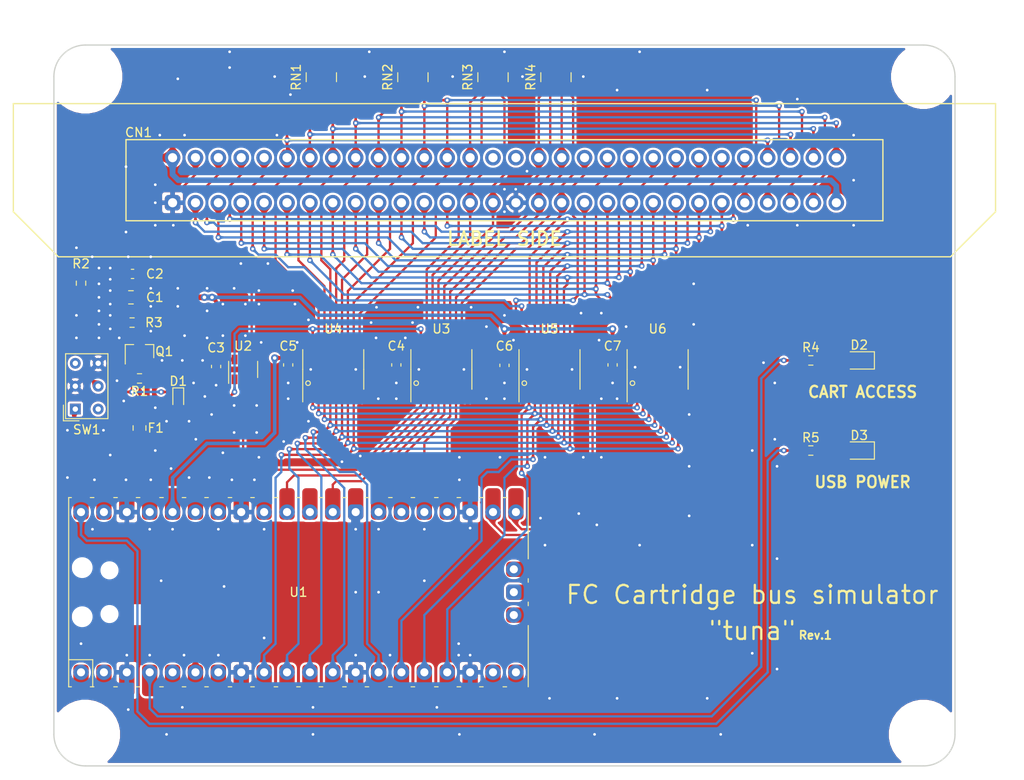
<source format=kicad_pcb>
(kicad_pcb (version 20171130) (host pcbnew "(5.1.9)-1")
  (layers (0 F.Cu signal) (31 B.Cu signal) (34 B.Paste user) (35 F.Paste user) (36 B.SilkS user) (37 F.SilkS user) (38 B.Mask user) (39 F.Mask user) (44 Edge.Cuts user))
  (net 0 "")
  (net 1 GND)
  (net 2 +5V)
  (net 3 +3V3)
  (net 4 /SOUND_O)
  (net 5 /FC_A11)
  (net 6 /FC_PHI2)
  (net 7 /FC_A10)
  (net 8 /FC_A12)
  (net 9 /FC_A9)
  (net 10 /FC_A13)
  (net 11 /FC_A8)
  (net 12 /FC_A14)
  (net 13 /FC_A7)
  (net 14 /FC_D7)
  (net 15 /FC_A6)
  (net 16 /FC_D6)
  (net 17 /FC_A5)
  (net 18 /FC_D5)
  (net 19 /FC_A4)
  (net 20 /FC_D4)
  (net 21 /FC_A3)
  (net 22 /FC_D3)
  (net 23 /FC_A2)
  (net 24 /FC_D2)
  (net 25 /FC_A1)
  (net 26 /FC_D1)
  (net 27 /FC_A0)
  (net 28 /FC_D0)
  (net 29 /FC_RW)
  (net 30 /FC_ROMSEL)
  (net 31 /FC_IRQ)
  (net 32 /SOUND_I)
  (net 33 /FC_RD)
  (net 34 /FC_WE)
  (net 35 /FC_VRAMA10)
  (net 36 /FC_VRAMCS)
  (net 37 /FC_A13N)
  (net 38 "Net-(D2-Pad2)")
  (net 39 "Net-(F1-Pad1)")
  (net 40 /VBUS)
  (net 41 /PI_CART_EN)
  (net 42 /ACCESS)
  (net 43 /PI_PHI2)
  (net 44 /PI_ROMSEL)
  (net 45 /PI_RW)
  (net 46 /PI_RD)
  (net 47 /PI_WR)
  (net 48 /PI_IRQ)
  (net 49 /PI_VRAMA10)
  (net 50 /PI_VRAMCS)
  (net 51 /PI_D0)
  (net 52 /PI_D1)
  (net 53 /PI_D2)
  (net 54 /PI_D3)
  (net 55 /PI_D4)
  (net 56 /PI_D5)
  (net 57 /PI_D6)
  (net 58 /PI_D7)
  (net 59 /PI_ADDR_L)
  (net 60 /PI_ADDR_H)
  (net 61 "Net-(U1-Pad30)")
  (net 62 "Net-(U1-Pad35)")
  (net 63 "Net-(U1-Pad37)")
  (net 64 "Net-(U1-Pad39)")
  (net 65 "Net-(U3-Pad1)")
  (net 66 "Net-(U1-Pad41)")
  (net 67 "Net-(U1-Pad42)")
  (net 68 "Net-(U1-Pad43)")
  (net 69 "Net-(RN3-Pad4)")
  (net 70 "Net-(U4-Pad1)")
  (net 71 "Net-(U1-Pad1)")
  (net 72 "Net-(U1-Pad2)")
  (net 73 "Net-(U1-Pad5)")
  (net 74 "Net-(U1-Pad7)")
  (net 75 "Net-(SW1-Pad4)")
  (net 76 "Net-(SW1-Pad3)")
  (net 77 "Net-(U1-Pad20)")
  (net 78 "Net-(U1-Pad19)")
  (net 79 /SW_EN)
  (net 80 "Net-(D3-Pad2)")
  (net 81 "Net-(R2-Pad1)")
  (module FC_RW:RPi_Pico_SMD_TH (layer F.Cu) (at 77.14 110.72 90)
    (fp_text reference U1 (at 0 0) (layer F.SilkS))
    (fp_text value Pico)
    (pad 43 thru_hole oval (at 2.54 23.9 90) (size 1.7 1.7) (drill 0.9) (layers *.Cu *.Mask) (net 68 "Net-(U1-Pad43)"))
    (pad 43 smd roundrect (at 2.54 23.9 180) (size 3.5 1.7) (drill (offset -0.9 0)) (layers F.Cu F.Mask) (net 68 "Net-(U1-Pad43)"))
    (pad 42 thru_hole roundrect (at 0 23.9 90) (size 1.7 1.7) (drill 0.9) (layers *.Cu *.Mask) (net 67 "Net-(U1-Pad42)"))
    (pad 42 smd roundrect (at 0 23.9 180) (size 3.5 1.7) (drill (offset -0.9 0)) (layers F.Cu F.Mask) (net 67 "Net-(U1-Pad42)"))
    (pad 41 thru_hole oval (at -2.54 23.9 90) (size 1.7 1.7) (drill 0.9) (layers *.Cu *.Mask) (net 66 "Net-(U1-Pad41)"))
    (pad 41 smd roundrect (at -2.54 23.9 180) (size 3.5 1.7) (drill (offset -0.9 0)) (layers F.Cu F.Mask) (net 66 "Net-(U1-Pad41)"))
    (pad "" np_thru_hole oval (at 2.425 -20.97 90) (size 1.5 1.5) (drill 1.5) (layers *.Cu *.Mask))
    (pad "" np_thru_hole oval (at -2.425 -20.97 90) (size 1.5 1.5) (drill 1.5) (layers *.Cu *.Mask))
    (pad "" np_thru_hole oval (at 2.725 -24 90) (size 1.8 1.8) (drill 1.8) (layers *.Cu *.Mask))
    (pad "" np_thru_hole oval (at -2.725 -24 90) (size 1.8 1.8) (drill 1.8) (layers *.Cu *.Mask))
    (pad 21 smd roundrect (at 8.89 24.13 270) (size 3.5 1.7) (drill (offset -0.9 0)) (layers F.Cu F.Mask) (net 60 /PI_ADDR_H))
    (pad 22 smd roundrect (at 8.89 21.59 270) (size 3.5 1.7) (drill (offset -0.9 0)) (layers F.Cu F.Mask) (net 59 /PI_ADDR_L))
    (pad 23 smd roundrect (at 8.89 19.05 270) (size 3.5 1.7) (drill (offset -0.9 0)) (layers F.Cu F.Mask) (net 1 GND))
    (pad 24 smd roundrect (at 8.89 16.51 270) (size 3.5 1.7) (drill (offset -0.9 0)) (layers F.Cu F.Mask) (net 49 /PI_VRAMA10))
    (pad 25 smd roundrect (at 8.89 13.97 270) (size 3.5 1.7) (drill (offset -0.9 0)) (layers F.Cu F.Mask) (net 50 /PI_VRAMCS))
    (pad 26 smd roundrect (at 8.89 11.43 270) (size 3.5 1.7) (drill (offset -0.9 0)) (layers F.Cu F.Mask) (net 46 /PI_RD))
    (pad 27 smd roundrect (at 8.89 8.89 270) (size 3.5 1.7) (drill (offset -0.9 0)) (layers F.Cu F.Mask) (net 47 /PI_WR))
    (pad 28 smd roundrect (at 8.89 6.35 270) (size 3.5 1.7) (drill (offset -0.9 0)) (layers F.Cu F.Mask) (net 1 GND))
    (pad 29 smd roundrect (at 8.89 3.81 270) (size 3.5 1.7) (drill (offset -0.9 0)) (layers F.Cu F.Mask) (net 48 /PI_IRQ))
    (pad 30 smd roundrect (at 8.89 1.27 270) (size 3.5 1.7) (drill (offset -0.9 0)) (layers F.Cu F.Mask) (net 61 "Net-(U1-Pad30)"))
    (pad 31 smd roundrect (at 8.89 -1.27 270) (size 3.5 1.7) (drill (offset -0.9 0)) (layers F.Cu F.Mask) (net 45 /PI_RW))
    (pad 32 smd roundrect (at 8.89 -3.81 270) (size 3.5 1.7) (drill (offset -0.9 0)) (layers F.Cu F.Mask) (net 44 /PI_ROMSEL))
    (pad 33 smd roundrect (at 8.89 -6.35 270) (size 3.5 1.7) (drill (offset -0.9 0)) (layers F.Cu F.Mask) (net 1 GND))
    (pad 34 smd roundrect (at 8.89 -8.89 270) (size 3.5 1.7) (drill (offset -0.9 0)) (layers F.Cu F.Mask) (net 43 /PI_PHI2))
    (pad 35 smd roundrect (at 8.89 -11.43 270) (size 3.5 1.7) (drill (offset -0.9 0)) (layers F.Cu F.Mask) (net 62 "Net-(U1-Pad35)"))
    (pad 36 smd roundrect (at 8.89 -13.97 270) (size 3.5 1.7) (drill (offset -0.9 0)) (layers F.Cu F.Mask) (net 3 +3V3))
    (pad 37 smd roundrect (at 8.89 -16.51 270) (size 3.5 1.7) (drill (offset -0.9 0)) (layers F.Cu F.Mask) (net 63 "Net-(U1-Pad37)"))
    (pad 38 smd roundrect (at 8.89 -19.05 270) (size 3.5 1.7) (drill (offset -0.9 0)) (layers F.Cu F.Mask) (net 1 GND))
    (pad 39 smd roundrect (at 8.89 -21.59 270) (size 3.5 1.7) (drill (offset -0.9 0)) (layers F.Cu F.Mask) (net 64 "Net-(U1-Pad39)"))
    (pad 40 smd roundrect (at 8.89 -24.13 270) (size 3.5 1.7) (drill (offset -0.9 0)) (layers F.Cu F.Mask) (net 40 /VBUS))
    (pad 20 smd roundrect (at -8.89 24.13 90) (size 3.5 1.7) (drill (offset -0.9 0)) (layers F.Cu F.Mask) (net 77 "Net-(U1-Pad20)"))
    (pad 19 smd roundrect (at -8.89 21.59 90) (size 3.5 1.7) (drill (offset -0.9 0)) (layers F.Cu F.Mask) (net 78 "Net-(U1-Pad19)"))
    (pad 18 smd roundrect (at -8.89 19.05 90) (size 3.5 1.7) (drill (offset -0.9 0)) (layers F.Cu F.Mask) (net 1 GND))
    (pad 17 smd roundrect (at -8.89 16.51 90) (size 3.5 1.7) (drill (offset -0.9 0)) (layers F.Cu F.Mask) (net 58 /PI_D7))
    (pad 16 smd roundrect (at -8.89 13.97 90) (size 3.5 1.7) (drill (offset -0.9 0)) (layers F.Cu F.Mask) (net 57 /PI_D6))
    (pad 15 smd roundrect (at -8.89 11.43 90) (size 3.5 1.7) (drill (offset -0.9 0)) (layers F.Cu F.Mask) (net 56 /PI_D5))
    (pad 14 smd roundrect (at -8.89 8.89 90) (size 3.5 1.7) (drill (offset -0.9 0)) (layers F.Cu F.Mask) (net 55 /PI_D4))
    (pad 13 smd roundrect (at -8.89 6.35 90) (size 3.5 1.7) (drill (offset -0.9 0)) (layers F.Cu F.Mask) (net 1 GND))
    (pad 12 smd roundrect (at -8.89 3.81 90) (size 3.5 1.7) (drill (offset -0.9 0)) (layers F.Cu F.Mask) (net 54 /PI_D3))
    (pad 11 smd roundrect (at -8.89 1.27 90) (size 3.5 1.7) (drill (offset -0.9 0)) (layers F.Cu F.Mask) (net 53 /PI_D2))
    (pad 10 smd roundrect (at -8.89 -1.27 90) (size 3.5 1.7) (drill (offset -0.9 0)) (layers F.Cu F.Mask) (net 52 /PI_D1))
    (pad 9 smd roundrect (at -8.89 -3.81 90) (size 3.5 1.7) (drill (offset -0.9 0)) (layers F.Cu F.Mask) (net 51 /PI_D0))
    (pad 8 smd roundrect (at -8.89 -6.35 90) (size 3.5 1.7) (drill (offset -0.9 0)) (layers F.Cu F.Mask) (net 1 GND))
    (pad 7 smd roundrect (at -8.89 -8.89 90) (size 3.5 1.7) (drill (offset -0.9 0)) (layers F.Cu F.Mask) (net 74 "Net-(U1-Pad7)"))
    (pad 6 smd roundrect (at -8.89 -11.43 90) (size 3.5 1.7) (drill (offset -0.9 0)) (layers F.Cu F.Mask) (net 41 /PI_CART_EN))
    (pad 5 smd roundrect (at -8.89 -13.97 90) (size 3.5 1.7) (drill (offset -0.9 0)) (layers F.Cu F.Mask) (net 73 "Net-(U1-Pad5)"))
    (pad 4 smd roundrect (at -8.89 -16.51 90) (size 3.5 1.7) (drill (offset -0.9 0)) (layers F.Cu F.Mask) (net 42 /ACCESS))
    (pad 3 smd roundrect (at -8.89 -19.05 90) (size 3.5 1.7) (drill (offset -0.9 0)) (layers F.Cu F.Mask) (net 1 GND))
    (pad 2 smd roundrect (at -8.89 -21.59 90) (size 3.5 1.7) (drill (offset -0.9 0)) (layers F.Cu F.Mask) (net 72 "Net-(U1-Pad2)"))
    (pad 1 smd roundrect (at -8.89 -24.13 90) (size 3.5 1.7) (drill (offset -0.9 0)) (layers F.Cu F.Mask) (net 71 "Net-(U1-Pad1)"))
    (pad 40 thru_hole oval (at 8.89 -24.13 90) (size 1.7 1.7) (drill 0.9) (layers *.Cu *.Mask) (net 40 /VBUS))
    (pad 39 thru_hole oval (at 8.89 -21.59 90) (size 1.7 1.7) (drill 0.9) (layers *.Cu *.Mask) (net 64 "Net-(U1-Pad39)"))
    (pad 38 thru_hole roundrect (at 8.89 -19.05 90) (size 1.7 1.7) (drill 0.9) (layers *.Cu *.Mask) (net 1 GND))
    (pad 37 thru_hole oval (at 8.89 -16.51 90) (size 1.7 1.7) (drill 0.9) (layers *.Cu *.Mask) (net 63 "Net-(U1-Pad37)"))
    (pad 36 thru_hole oval (at 8.89 -13.97 90) (size 1.7 1.7) (drill 0.9) (layers *.Cu *.Mask) (net 3 +3V3))
    (pad 35 thru_hole oval (at 8.89 -11.43 90) (size 1.7 1.7) (drill 0.9) (layers *.Cu *.Mask) (net 62 "Net-(U1-Pad35)"))
    (pad 34 thru_hole oval (at 8.89 -8.89 90) (size 1.7 1.7) (drill 0.9) (layers *.Cu *.Mask) (net 43 /PI_PHI2))
    (pad 33 thru_hole roundrect (at 8.89 -6.35 90) (size 1.7 1.7) (drill 0.9) (layers *.Cu *.Mask) (net 1 GND))
    (pad 32 thru_hole oval (at 8.89 -3.81 90) (size 1.7 1.7) (drill 0.9) (layers *.Cu *.Mask) (net 44 /PI_ROMSEL))
    (pad 31 thru_hole oval (at 8.89 -1.27 90) (size 1.7 1.7) (drill 0.9) (layers *.Cu *.Mask) (net 45 /PI_RW))
    (pad 30 thru_hole oval (at 8.89 1.27 90) (size 1.7 1.7) (drill 0.9) (layers *.Cu *.Mask) (net 61 "Net-(U1-Pad30)"))
    (pad 29 thru_hole oval (at 8.89 3.81 90) (size 1.7 1.7) (drill 0.9) (layers *.Cu *.Mask) (net 48 /PI_IRQ))
    (pad 28 thru_hole roundrect (at 8.89 6.35 90) (size 1.7 1.7) (drill 0.9) (layers *.Cu *.Mask) (net 1 GND))
    (pad 27 thru_hole oval (at 8.89 8.89 90) (size 1.7 1.7) (drill 0.9) (layers *.Cu *.Mask) (net 47 /PI_WR))
    (pad 26 thru_hole oval (at 8.89 11.43 90) (size 1.7 1.7) (drill 0.9) (layers *.Cu *.Mask) (net 46 /PI_RD))
    (pad 25 thru_hole oval (at 8.89 13.97 90) (size 1.7 1.7) (drill 0.9) (layers *.Cu *.Mask) (net 50 /PI_VRAMCS))
    (pad 24 thru_hole oval (at 8.89 16.51 90) (size 1.7 1.7) (drill 0.9) (layers *.Cu *.Mask) (net 49 /PI_VRAMA10))
    (pad 23 thru_hole roundrect (at 8.89 19.05 90) (size 1.7 1.7) (drill 0.9) (layers *.Cu *.Mask) (net 1 GND))
    (pad 22 thru_hole oval (at 8.89 21.59 90) (size 1.7 1.7) (drill 0.9) (layers *.Cu *.Mask) (net 59 /PI_ADDR_L))
    (pad 21 thru_hole oval (at 8.89 24.13 90) (size 1.7 1.7) (drill 0.9) (layers *.Cu *.Mask) (net 60 /PI_ADDR_H))
    (pad 20 thru_hole oval (at -8.89 24.13 90) (size 1.7 1.7) (drill 0.9) (layers *.Cu *.Mask) (net 77 "Net-(U1-Pad20)"))
    (pad 19 thru_hole oval (at -8.89 21.59 90) (size 1.7 1.7) (drill 0.9) (layers *.Cu *.Mask) (net 78 "Net-(U1-Pad19)"))
    (pad 18 thru_hole roundrect (at -8.89 19.05 90) (size 1.7 1.7) (drill 0.9) (layers *.Cu *.Mask) (net 1 GND))
    (pad 17 thru_hole oval (at -8.89 16.51 90) (size 1.7 1.7) (drill 0.9) (layers *.Cu *.Mask) (net 58 /PI_D7))
    (pad 16 thru_hole oval (at -8.89 13.97 90) (size 1.7 1.7) (drill 0.9) (layers *.Cu *.Mask) (net 57 /PI_D6))
    (pad 15 thru_hole oval (at -8.89 11.43 90) (size 1.7 1.7) (drill 0.9) (layers *.Cu *.Mask) (net 56 /PI_D5))
    (pad 14 thru_hole oval (at -8.89 8.89 90) (size 1.7 1.7) (drill 0.9) (layers *.Cu *.Mask) (net 55 /PI_D4))
    (pad 13 thru_hole roundrect (at -8.89 6.35 90) (size 1.7 1.7) (drill 0.9) (layers *.Cu *.Mask) (net 1 GND))
    (pad 12 thru_hole oval (at -8.89 3.81 90) (size 1.7 1.7) (drill 0.9) (layers *.Cu *.Mask) (net 54 /PI_D3))
    (pad 11 thru_hole oval (at -8.89 1.27 90) (size 1.7 1.7) (drill 0.9) (layers *.Cu *.Mask) (net 53 /PI_D2))
    (pad 10 thru_hole oval (at -8.89 -1.27 90) (size 1.7 1.7) (drill 0.9) (layers *.Cu *.Mask) (net 52 /PI_D1))
    (pad 9 thru_hole oval (at -8.89 -3.81 90) (size 1.7 1.7) (drill 0.9) (layers *.Cu *.Mask) (net 51 /PI_D0))
    (pad 8 thru_hole roundrect (at -8.89 -6.35 90) (size 1.7 1.7) (drill 0.9) (layers *.Cu *.Mask) (net 1 GND))
    (pad 7 thru_hole oval (at -8.89 -8.89 90) (size 1.7 1.7) (drill 0.9) (layers *.Cu *.Mask) (net 74 "Net-(U1-Pad7)"))
    (pad 6 thru_hole oval (at -8.89 -11.43 90) (size 1.7 1.7) (drill 0.9) (layers *.Cu *.Mask) (net 41 /PI_CART_EN))
    (pad 5 thru_hole oval (at -8.89 -13.97 90) (size 1.7 1.7) (drill 0.9) (layers *.Cu *.Mask) (net 73 "Net-(U1-Pad5)"))
    (pad 4 thru_hole oval (at -8.89 -16.51 90) (size 1.7 1.7) (drill 0.9) (layers *.Cu *.Mask) (net 42 /ACCESS))
    (pad 3 thru_hole roundrect (at -8.89 -19.05 90) (size 1.7 1.7) (drill 0.9) (layers *.Cu *.Mask) (net 1 GND))
    (pad 2 thru_hole oval (at -8.89 -21.59 90) (size 1.7 1.7) (drill 0.9) (layers *.Cu *.Mask) (net 72 "Net-(U1-Pad2)"))
    (pad 1 thru_hole oval (at -8.89 -24.13 90) (size 1.7 1.7) (drill 0.9) (layers *.Cu *.Mask) (net 71 "Net-(U1-Pad1)"))
  )
  (module FC_RW:Famicom_60pin (layer F.Cu) (at 100 65)
    (fp_text reference CN1 (at -40.6 -5.3) (layer F.SilkS))
    (fp_text value FAMICOM_EDGE_CONNECTOR)
    (pad 1 thru_hole roundrect (at -36.83 2.5) (size 1.7272 1.7272) (drill 1.016) (layers *.Cu *.Mask) (net 1 GND))
    (pad 31 thru_hole oval (at -36.83 -2.5) (size 1.7272 1.7272) (drill 1.016) (layers *.Cu *.Mask) (net 2 +5V))
    (pad 2 thru_hole oval (at -34.29 2.5) (size 1.7272 1.7272) (drill 1.016) (layers *.Cu *.Mask) (net 5 /FC_A11))
    (pad 32 thru_hole oval (at -34.29 -2.5) (size 1.7272 1.7272) (drill 1.016) (layers *.Cu *.Mask) (net 6 /FC_PHI2))
    (pad 3 thru_hole oval (at -31.75 2.5) (size 1.7272 1.7272) (drill 1.016) (layers *.Cu *.Mask) (net 7 /FC_A10))
    (pad 33 thru_hole oval (at -31.75 -2.5) (size 1.7272 1.7272) (drill 1.016) (layers *.Cu *.Mask) (net 8 /FC_A12))
    (pad 4 thru_hole oval (at -29.21 2.5) (size 1.7272 1.7272) (drill 1.016) (layers *.Cu *.Mask) (net 9 /FC_A9))
    (pad 34 thru_hole oval (at -29.21 -2.5) (size 1.7272 1.7272) (drill 1.016) (layers *.Cu *.Mask) (net 10 /FC_A13))
    (pad 5 thru_hole oval (at -26.67 2.5) (size 1.7272 1.7272) (drill 1.016) (layers *.Cu *.Mask) (net 11 /FC_A8))
    (pad 35 thru_hole oval (at -26.67 -2.5) (size 1.7272 1.7272) (drill 1.016) (layers *.Cu *.Mask) (net 12 /FC_A14))
    (pad 6 thru_hole oval (at -24.13 2.5) (size 1.7272 1.7272) (drill 1.016) (layers *.Cu *.Mask) (net 13 /FC_A7))
    (pad 36 thru_hole oval (at -24.13 -2.5) (size 1.7272 1.7272) (drill 1.016) (layers *.Cu *.Mask) (net 14 /FC_D7))
    (pad 7 thru_hole oval (at -21.59 2.5) (size 1.7272 1.7272) (drill 1.016) (layers *.Cu *.Mask) (net 15 /FC_A6))
    (pad 37 thru_hole oval (at -21.59 -2.5) (size 1.7272 1.7272) (drill 1.016) (layers *.Cu *.Mask) (net 16 /FC_D6))
    (pad 8 thru_hole oval (at -19.05 2.5) (size 1.7272 1.7272) (drill 1.016) (layers *.Cu *.Mask) (net 17 /FC_A5))
    (pad 38 thru_hole oval (at -19.05 -2.5) (size 1.7272 1.7272) (drill 1.016) (layers *.Cu *.Mask) (net 18 /FC_D5))
    (pad 9 thru_hole oval (at -16.51 2.5) (size 1.7272 1.7272) (drill 1.016) (layers *.Cu *.Mask) (net 19 /FC_A4))
    (pad 39 thru_hole oval (at -16.51 -2.5) (size 1.7272 1.7272) (drill 1.016) (layers *.Cu *.Mask) (net 20 /FC_D4))
    (pad 10 thru_hole oval (at -13.97 2.5) (size 1.7272 1.7272) (drill 1.016) (layers *.Cu *.Mask) (net 21 /FC_A3))
    (pad 40 thru_hole oval (at -13.97 -2.5) (size 1.7272 1.7272) (drill 1.016) (layers *.Cu *.Mask) (net 22 /FC_D3))
    (pad 11 thru_hole oval (at -11.43 2.5) (size 1.7272 1.7272) (drill 1.016) (layers *.Cu *.Mask) (net 23 /FC_A2))
    (pad 41 thru_hole oval (at -11.43 -2.5) (size 1.7272 1.7272) (drill 1.016) (layers *.Cu *.Mask) (net 24 /FC_D2))
    (pad 12 thru_hole oval (at -8.89 2.5) (size 1.7272 1.7272) (drill 1.016) (layers *.Cu *.Mask) (net 25 /FC_A1))
    (pad 42 thru_hole oval (at -8.89 -2.5) (size 1.7272 1.7272) (drill 1.016) (layers *.Cu *.Mask) (net 26 /FC_D1))
    (pad 13 thru_hole oval (at -6.35 2.5) (size 1.7272 1.7272) (drill 1.016) (layers *.Cu *.Mask) (net 27 /FC_A0))
    (pad 43 thru_hole oval (at -6.35 -2.5) (size 1.7272 1.7272) (drill 1.016) (layers *.Cu *.Mask) (net 28 /FC_D0))
    (pad 14 thru_hole oval (at -3.81 2.5) (size 1.7272 1.7272) (drill 1.016) (layers *.Cu *.Mask) (net 29 /FC_RW))
    (pad 44 thru_hole oval (at -3.81 -2.5) (size 1.7272 1.7272) (drill 1.016) (layers *.Cu *.Mask) (net 30 /FC_ROMSEL))
    (pad 15 thru_hole oval (at -1.27 2.5) (size 1.7272 1.7272) (drill 1.016) (layers *.Cu *.Mask) (net 31 /FC_IRQ))
    (pad 45 thru_hole oval (at -1.27 -2.5) (size 1.7272 1.7272) (drill 1.016) (layers *.Cu *.Mask) (net 32 /SOUND_I))
    (pad 16 thru_hole oval (at 1.27 2.5) (size 1.7272 1.7272) (drill 1.016) (layers *.Cu *.Mask) (net 1 GND))
    (pad 46 thru_hole oval (at 1.27 -2.5) (size 1.7272 1.7272) (drill 1.016) (layers *.Cu *.Mask) (net 4 /SOUND_O))
    (pad 17 thru_hole oval (at 3.81 2.5) (size 1.7272 1.7272) (drill 1.016) (layers *.Cu *.Mask) (net 33 /FC_RD))
    (pad 47 thru_hole oval (at 3.81 -2.5) (size 1.7272 1.7272) (drill 1.016) (layers *.Cu *.Mask) (net 34 /FC_WE))
    (pad 18 thru_hole oval (at 6.35 2.5) (size 1.7272 1.7272) (drill 1.016) (layers *.Cu *.Mask) (net 35 /FC_VRAMA10))
    (pad 48 thru_hole oval (at 6.35 -2.5) (size 1.7272 1.7272) (drill 1.016) (layers *.Cu *.Mask) (net 36 /FC_VRAMCS))
    (pad 19 thru_hole oval (at 8.89 2.5) (size 1.7272 1.7272) (drill 1.016) (layers *.Cu *.Mask) (net 15 /FC_A6))
    (pad 49 thru_hole oval (at 8.89 -2.5) (size 1.7272 1.7272) (drill 1.016) (layers *.Cu *.Mask) (net 37 /FC_A13N))
    (pad 20 thru_hole oval (at 11.43 2.5) (size 1.7272 1.7272) (drill 1.016) (layers *.Cu *.Mask) (net 17 /FC_A5))
    (pad 50 thru_hole oval (at 11.43 -2.5) (size 1.7272 1.7272) (drill 1.016) (layers *.Cu *.Mask) (net 13 /FC_A7))
    (pad 21 thru_hole oval (at 13.97 2.5) (size 1.7272 1.7272) (drill 1.016) (layers *.Cu *.Mask) (net 19 /FC_A4))
    (pad 51 thru_hole oval (at 13.97 -2.5) (size 1.7272 1.7272) (drill 1.016) (layers *.Cu *.Mask) (net 11 /FC_A8))
    (pad 22 thru_hole oval (at 16.51 2.5) (size 1.7272 1.7272) (drill 1.016) (layers *.Cu *.Mask) (net 21 /FC_A3))
    (pad 52 thru_hole oval (at 16.51 -2.5) (size 1.7272 1.7272) (drill 1.016) (layers *.Cu *.Mask) (net 9 /FC_A9))
    (pad 23 thru_hole oval (at 19.05 2.5) (size 1.7272 1.7272) (drill 1.016) (layers *.Cu *.Mask) (net 23 /FC_A2))
    (pad 53 thru_hole oval (at 19.05 -2.5) (size 1.7272 1.7272) (drill 1.016) (layers *.Cu *.Mask) (net 7 /FC_A10))
    (pad 24 thru_hole oval (at 21.59 2.5) (size 1.7272 1.7272) (drill 1.016) (layers *.Cu *.Mask) (net 25 /FC_A1))
    (pad 54 thru_hole oval (at 21.59 -2.5) (size 1.7272 1.7272) (drill 1.016) (layers *.Cu *.Mask) (net 5 /FC_A11))
    (pad 25 thru_hole oval (at 24.13 2.5) (size 1.7272 1.7272) (drill 1.016) (layers *.Cu *.Mask) (net 27 /FC_A0))
    (pad 55 thru_hole oval (at 24.13 -2.5) (size 1.7272 1.7272) (drill 1.016) (layers *.Cu *.Mask) (net 8 /FC_A12))
    (pad 26 thru_hole oval (at 26.67 2.5) (size 1.7272 1.7272) (drill 1.016) (layers *.Cu *.Mask) (net 28 /FC_D0))
    (pad 56 thru_hole oval (at 26.67 -2.5) (size 1.7272 1.7272) (drill 1.016) (layers *.Cu *.Mask) (net 10 /FC_A13))
    (pad 27 thru_hole oval (at 29.21 2.5) (size 1.7272 1.7272) (drill 1.016) (layers *.Cu *.Mask) (net 26 /FC_D1))
    (pad 57 thru_hole oval (at 29.21 -2.5) (size 1.7272 1.7272) (drill 1.016) (layers *.Cu *.Mask) (net 14 /FC_D7))
    (pad 28 thru_hole oval (at 31.75 2.5) (size 1.7272 1.7272) (drill 1.016) (layers *.Cu *.Mask) (net 24 /FC_D2))
    (pad 58 thru_hole oval (at 31.75 -2.5) (size 1.7272 1.7272) (drill 1.016) (layers *.Cu *.Mask) (net 16 /FC_D6))
    (pad 29 thru_hole oval (at 34.29 2.5) (size 1.7272 1.7272) (drill 1.016) (layers *.Cu *.Mask) (net 22 /FC_D3))
    (pad 59 thru_hole oval (at 34.29 -2.5) (size 1.7272 1.7272) (drill 1.016) (layers *.Cu *.Mask) (net 18 /FC_D5))
    (pad 30 thru_hole oval (at 36.83 2.5) (size 1.7272 1.7272) (drill 1.016) (layers *.Cu *.Mask) (net 2 +5V))
    (pad 60 thru_hole oval (at 36.83 -2.5) (size 1.7272 1.7272) (drill 1.016) (layers *.Cu *.Mask) (net 20 /FC_D4))
  )
  (module Package_SO:TSSOP-20_4.4x6.5mm_P0.65mm (layer F.Cu) (at 117 86 90)
    (fp_text reference U6 (at 4.5 0) (layer F.SilkS))
    (fp_text value 74VHCT574)
    (pad 1 smd roundrect (at -2.8625 -2.925 90) (size 1.475 0.4) (layers F.Cu F.Paste F.Mask) (net 1 GND))
    (pad 2 smd roundrect (at -2.8625 -2.275 90) (size 1.475 0.4) (layers F.Cu F.Paste F.Mask) (net 58 /PI_D7))
    (pad 3 smd roundrect (at -2.8625 -1.625 90) (size 1.475 0.4) (layers F.Cu F.Paste F.Mask) (net 57 /PI_D6))
    (pad 4 smd roundrect (at -2.8625 -0.975 90) (size 1.475 0.4) (layers F.Cu F.Paste F.Mask) (net 56 /PI_D5))
    (pad 5 smd roundrect (at -2.8625 -0.325 90) (size 1.475 0.4) (layers F.Cu F.Paste F.Mask) (net 55 /PI_D4))
    (pad 6 smd roundrect (at -2.8625 0.325 90) (size 1.475 0.4) (layers F.Cu F.Paste F.Mask) (net 54 /PI_D3))
    (pad 7 smd roundrect (at -2.8625 0.975 90) (size 1.475 0.4) (layers F.Cu F.Paste F.Mask) (net 53 /PI_D2))
    (pad 8 smd roundrect (at -2.8625 1.625 90) (size 1.475 0.4) (layers F.Cu F.Paste F.Mask) (net 52 /PI_D1))
    (pad 9 smd roundrect (at -2.8625 2.275 90) (size 1.475 0.4) (layers F.Cu F.Paste F.Mask) (net 51 /PI_D0))
    (pad 10 smd roundrect (at -2.8625 2.925 90) (size 1.475 0.4) (layers F.Cu F.Paste F.Mask) (net 1 GND))
    (pad 11 smd roundrect (at 2.8625 2.925 90) (size 1.475 0.4) (layers F.Cu F.Paste F.Mask) (net 59 /PI_ADDR_L))
    (pad 12 smd roundrect (at 2.8625 2.275 90) (size 1.475 0.4) (layers F.Cu F.Paste F.Mask) (net 27 /FC_A0))
    (pad 13 smd roundrect (at 2.8625 1.625 90) (size 1.475 0.4) (layers F.Cu F.Paste F.Mask) (net 25 /FC_A1))
    (pad 14 smd roundrect (at 2.8625 0.975 90) (size 1.475 0.4) (layers F.Cu F.Paste F.Mask) (net 23 /FC_A2))
    (pad 15 smd roundrect (at 2.8625 0.325 90) (size 1.475 0.4) (layers F.Cu F.Paste F.Mask) (net 21 /FC_A3))
    (pad 16 smd roundrect (at 2.8625 -0.325 90) (size 1.475 0.4) (layers F.Cu F.Paste F.Mask) (net 19 /FC_A4))
    (pad 17 smd roundrect (at 2.8625 -0.975 90) (size 1.475 0.4) (layers F.Cu F.Paste F.Mask) (net 17 /FC_A5))
    (pad 18 smd roundrect (at 2.8625 -1.625 90) (size 1.475 0.4) (layers F.Cu F.Paste F.Mask) (net 15 /FC_A6))
    (pad 19 smd roundrect (at 2.8625 -2.275 90) (size 1.475 0.4) (layers F.Cu F.Paste F.Mask) (net 13 /FC_A7))
    (pad 20 smd roundrect (at 2.8625 -2.925 90) (size 1.475 0.4) (layers F.Cu F.Paste F.Mask) (net 2 +5V))
  )
  (module Package_SO:TSSOP-20_4.4x6.5mm_P0.65mm (layer F.Cu) (at 105 86 90)
    (fp_text reference U5 (at 4.5 0) (layer F.SilkS))
    (fp_text value 74VHCT574)
    (pad 20 smd roundrect (at 2.8625 -2.925 90) (size 1.475 0.4) (layers F.Cu F.Paste F.Mask) (net 2 +5V))
    (pad 19 smd roundrect (at 2.8625 -2.275 90) (size 1.475 0.4) (layers F.Cu F.Paste F.Mask) (net 37 /FC_A13N))
    (pad 18 smd roundrect (at 2.8625 -1.625 90) (size 1.475 0.4) (layers F.Cu F.Paste F.Mask) (net 12 /FC_A14))
    (pad 17 smd roundrect (at 2.8625 -0.975 90) (size 1.475 0.4) (layers F.Cu F.Paste F.Mask) (net 10 /FC_A13))
    (pad 16 smd roundrect (at 2.8625 -0.325 90) (size 1.475 0.4) (layers F.Cu F.Paste F.Mask) (net 8 /FC_A12))
    (pad 15 smd roundrect (at 2.8625 0.325 90) (size 1.475 0.4) (layers F.Cu F.Paste F.Mask) (net 5 /FC_A11))
    (pad 14 smd roundrect (at 2.8625 0.975 90) (size 1.475 0.4) (layers F.Cu F.Paste F.Mask) (net 7 /FC_A10))
    (pad 13 smd roundrect (at 2.8625 1.625 90) (size 1.475 0.4) (layers F.Cu F.Paste F.Mask) (net 9 /FC_A9))
    (pad 12 smd roundrect (at 2.8625 2.275 90) (size 1.475 0.4) (layers F.Cu F.Paste F.Mask) (net 11 /FC_A8))
    (pad 11 smd roundrect (at 2.8625 2.925 90) (size 1.475 0.4) (layers F.Cu F.Paste F.Mask) (net 60 /PI_ADDR_H))
    (pad 10 smd roundrect (at -2.8625 2.925 90) (size 1.475 0.4) (layers F.Cu F.Paste F.Mask) (net 1 GND))
    (pad 9 smd roundrect (at -2.8625 2.275 90) (size 1.475 0.4) (layers F.Cu F.Paste F.Mask) (net 51 /PI_D0))
    (pad 8 smd roundrect (at -2.8625 1.625 90) (size 1.475 0.4) (layers F.Cu F.Paste F.Mask) (net 52 /PI_D1))
    (pad 7 smd roundrect (at -2.8625 0.975 90) (size 1.475 0.4) (layers F.Cu F.Paste F.Mask) (net 53 /PI_D2))
    (pad 6 smd roundrect (at -2.8625 0.325 90) (size 1.475 0.4) (layers F.Cu F.Paste F.Mask) (net 54 /PI_D3))
    (pad 5 smd roundrect (at -2.8625 -0.325 90) (size 1.475 0.4) (layers F.Cu F.Paste F.Mask) (net 55 /PI_D4))
    (pad 4 smd roundrect (at -2.8625 -0.975 90) (size 1.475 0.4) (layers F.Cu F.Paste F.Mask) (net 56 /PI_D5))
    (pad 3 smd roundrect (at -2.8625 -1.625 90) (size 1.475 0.4) (layers F.Cu F.Paste F.Mask) (net 57 /PI_D6))
    (pad 2 smd roundrect (at -2.8625 -2.275 90) (size 1.475 0.4) (layers F.Cu F.Paste F.Mask) (net 58 /PI_D7))
    (pad 1 smd roundrect (at -2.8625 -2.925 90) (size 1.475 0.4) (layers F.Cu F.Paste F.Mask) (net 1 GND))
  )
  (module Package_SO:TSSOP-20_4.4x6.5mm_P0.65mm (layer F.Cu) (at 93 86 90)
    (fp_text reference U3 (at 4.5 0) (layer F.SilkS))
    (fp_text value SN74CB3T3245PW)
    (pad 20 smd roundrect (at 2.8625 -2.925 90) (size 1.475 0.4) (layers F.Cu F.Paste F.Mask) (net 3 +3V3))
    (pad 19 smd roundrect (at 2.8625 -2.275 90) (size 1.475 0.4) (layers F.Cu F.Paste F.Mask) (net 41 /PI_CART_EN))
    (pad 18 smd roundrect (at 2.8625 -1.625 90) (size 1.475 0.4) (layers F.Cu F.Paste F.Mask) (net 30 /FC_ROMSEL))
    (pad 17 smd roundrect (at 2.8625 -0.975 90) (size 1.475 0.4) (layers F.Cu F.Paste F.Mask) (net 29 /FC_RW))
    (pad 16 smd roundrect (at 2.8625 -0.325 90) (size 1.475 0.4) (layers F.Cu F.Paste F.Mask) (net 31 /FC_IRQ))
    (pad 15 smd roundrect (at 2.8625 0.325 90) (size 1.475 0.4) (layers F.Cu F.Paste F.Mask) (net 34 /FC_WE))
    (pad 14 smd roundrect (at 2.8625 0.975 90) (size 1.475 0.4) (layers F.Cu F.Paste F.Mask) (net 33 /FC_RD))
    (pad 13 smd roundrect (at 2.8625 1.625 90) (size 1.475 0.4) (layers F.Cu F.Paste F.Mask) (net 36 /FC_VRAMCS))
    (pad 12 smd roundrect (at 2.8625 2.275 90) (size 1.475 0.4) (layers F.Cu F.Paste F.Mask) (net 35 /FC_VRAMA10))
    (pad 11 smd roundrect (at 2.8625 2.925 90) (size 1.475 0.4) (layers F.Cu F.Paste F.Mask) (net 1 GND))
    (pad 10 smd roundrect (at -2.8625 2.925 90) (size 1.475 0.4) (layers F.Cu F.Paste F.Mask) (net 1 GND))
    (pad 9 smd roundrect (at -2.8625 2.275 90) (size 1.475 0.4) (layers F.Cu F.Paste F.Mask) (net 1 GND))
    (pad 8 smd roundrect (at -2.8625 1.625 90) (size 1.475 0.4) (layers F.Cu F.Paste F.Mask) (net 49 /PI_VRAMA10))
    (pad 7 smd roundrect (at -2.8625 0.975 90) (size 1.475 0.4) (layers F.Cu F.Paste F.Mask) (net 50 /PI_VRAMCS))
    (pad 6 smd roundrect (at -2.8625 0.325 90) (size 1.475 0.4) (layers F.Cu F.Paste F.Mask) (net 46 /PI_RD))
    (pad 5 smd roundrect (at -2.8625 -0.325 90) (size 1.475 0.4) (layers F.Cu F.Paste F.Mask) (net 47 /PI_WR))
    (pad 4 smd roundrect (at -2.8625 -0.975 90) (size 1.475 0.4) (layers F.Cu F.Paste F.Mask) (net 48 /PI_IRQ))
    (pad 3 smd roundrect (at -2.8625 -1.625 90) (size 1.475 0.4) (layers F.Cu F.Paste F.Mask) (net 45 /PI_RW))
    (pad 2 smd roundrect (at -2.8625 -2.275 90) (size 1.475 0.4) (layers F.Cu F.Paste F.Mask) (net 44 /PI_ROMSEL))
    (pad 1 smd roundrect (at -2.8625 -2.925 90) (size 1.475 0.4) (layers F.Cu F.Paste F.Mask) (net 65 "Net-(U3-Pad1)"))
  )
  (module Package_SO:TSSOP-20_4.4x6.5mm_P0.65mm (layer F.Cu) (at 81 86 90)
    (fp_text reference U4 (at 4.5 0) (layer F.SilkS))
    (fp_text value SN74CB3T3245PW)
    (pad 1 smd roundrect (at -2.8625 -2.925 90) (size 1.475 0.4) (layers F.Cu F.Paste F.Mask) (net 70 "Net-(U4-Pad1)"))
    (pad 2 smd roundrect (at -2.8625 -2.275 90) (size 1.475 0.4) (layers F.Cu F.Paste F.Mask) (net 58 /PI_D7))
    (pad 3 smd roundrect (at -2.8625 -1.625 90) (size 1.475 0.4) (layers F.Cu F.Paste F.Mask) (net 57 /PI_D6))
    (pad 4 smd roundrect (at -2.8625 -0.975 90) (size 1.475 0.4) (layers F.Cu F.Paste F.Mask) (net 56 /PI_D5))
    (pad 5 smd roundrect (at -2.8625 -0.325 90) (size 1.475 0.4) (layers F.Cu F.Paste F.Mask) (net 55 /PI_D4))
    (pad 6 smd roundrect (at -2.8625 0.325 90) (size 1.475 0.4) (layers F.Cu F.Paste F.Mask) (net 54 /PI_D3))
    (pad 7 smd roundrect (at -2.8625 0.975 90) (size 1.475 0.4) (layers F.Cu F.Paste F.Mask) (net 53 /PI_D2))
    (pad 8 smd roundrect (at -2.8625 1.625 90) (size 1.475 0.4) (layers F.Cu F.Paste F.Mask) (net 52 /PI_D1))
    (pad 9 smd roundrect (at -2.8625 2.275 90) (size 1.475 0.4) (layers F.Cu F.Paste F.Mask) (net 51 /PI_D0))
    (pad 10 smd roundrect (at -2.8625 2.925 90) (size 1.475 0.4) (layers F.Cu F.Paste F.Mask) (net 1 GND))
    (pad 11 smd roundrect (at 2.8625 2.925 90) (size 1.475 0.4) (layers F.Cu F.Paste F.Mask) (net 28 /FC_D0))
    (pad 12 smd roundrect (at 2.8625 2.275 90) (size 1.475 0.4) (layers F.Cu F.Paste F.Mask) (net 26 /FC_D1))
    (pad 13 smd roundrect (at 2.8625 1.625 90) (size 1.475 0.4) (layers F.Cu F.Paste F.Mask) (net 24 /FC_D2))
    (pad 14 smd roundrect (at 2.8625 0.975 90) (size 1.475 0.4) (layers F.Cu F.Paste F.Mask) (net 22 /FC_D3))
    (pad 15 smd roundrect (at 2.8625 0.325 90) (size 1.475 0.4) (layers F.Cu F.Paste F.Mask) (net 20 /FC_D4))
    (pad 16 smd roundrect (at 2.8625 -0.325 90) (size 1.475 0.4) (layers F.Cu F.Paste F.Mask) (net 18 /FC_D5))
    (pad 17 smd roundrect (at 2.8625 -0.975 90) (size 1.475 0.4) (layers F.Cu F.Paste F.Mask) (net 16 /FC_D6))
    (pad 18 smd roundrect (at 2.8625 -1.625 90) (size 1.475 0.4) (layers F.Cu F.Paste F.Mask) (net 14 /FC_D7))
    (pad 19 smd roundrect (at 2.8625 -2.275 90) (size 1.475 0.4) (layers F.Cu F.Paste F.Mask) (net 41 /PI_CART_EN))
    (pad 20 smd roundrect (at 2.8625 -2.925 90) (size 1.475 0.4) (layers F.Cu F.Paste F.Mask) (net 3 +3V3))
  )
  (module MountingHole:MountingHole_3.2mm_M3 (layer F.Cu) (at 53.5 53.5)
    (fp_text reference REF** hide)
    (fp_text value MountingHole_3.2mm_M3)
    (pad "" np_thru_hole circle (at 0 0) (size 3.2 3.2) (drill 3.2) (layers *.Cu *.Mask) (clearance 2.5))
  )
  (module LED_SMD:LED_0805_2012Metric (layer F.Cu) (at 139.37 85 180)
    (fp_text reference D2 (at 0 1.712) (layer F.SilkS))
    (fp_text value ACCESS)
    (pad 2 smd roundrect (at 0.9375 0 180) (size 0.975 1.4) (layers F.Cu F.Paste F.Mask) (net 38 "Net-(D2-Pad2)"))
    (pad 1 smd roundrect (at -0.9375 0 180) (size 0.975 1.4) (layers F.Cu F.Paste F.Mask) (net 1 GND))
  )
  (module LED_SMD:LED_0805_2012Metric (layer F.Cu) (at 139.37 95 180)
    (fp_text reference D3 (at 0 1.679) (layer F.SilkS))
    (fp_text value "USB POWER")
    (pad 2 smd roundrect (at 0.9375 0 180) (size 0.975 1.4) (layers F.Cu F.Paste F.Mask) (net 80 "Net-(D3-Pad2)"))
    (pad 1 smd roundrect (at -0.9375 0 180) (size 0.975 1.4) (layers F.Cu F.Paste F.Mask) (net 1 GND))
  )
  (module Resistor_SMD:R_0603_1608Metric (layer F.Cu) (at 134 95)
    (fp_text reference R5 (at 0 -1.43) (layer F.SilkS))
    (fp_text value 1K)
    (pad 1 smd roundrect (at -0.825 0) (size 0.8 0.95) (layers F.Cu F.Paste F.Mask) (net 40 /VBUS))
    (pad 2 smd roundrect (at 0.825 0) (size 0.8 0.95) (layers F.Cu F.Paste F.Mask) (net 80 "Net-(D3-Pad2)"))
  )
  (module MountingHole:MountingHole_3.2mm_M3 (layer F.Cu) (at 146.5 126.5)
    (fp_text reference REF** hide)
    (fp_text value MountingHole_3.2mm_M3)
    (pad 1 np_thru_hole circle (at 0 0) (size 3.2 3.2) (drill 3.2) (layers *.Cu *.Mask))
  )
  (module MountingHole:MountingHole_3.2mm_M3 (layer F.Cu) (at 53.5 126.5)
    (fp_text reference REF** hide)
    (fp_text value MountingHole_3.2mm_M3)
    (pad 1 np_thru_hole circle (at 0 0) (size 3.2 3.2) (drill 3.2) (layers *.Cu *.Mask))
  )
  (module MountingHole:MountingHole_3.2mm_M3 (layer F.Cu) (at 146.5 53.5)
    (fp_text reference REF** hide)
    (fp_text value MountingHole_3.2mm_M3)
    (pad "" np_thru_hole circle (at 0 0) (size 3.2 3.2) (drill 3.2) (layers *.Cu *.Mask) (clearance 2))
  )
  (module Capacitor_SMD:C_0805_2012Metric (layer F.Cu) (at 58.55 78 180)
    (fp_text reference C1 (at -2.65 0) (layer F.SilkS))
    (fp_text value 10uF)
    (pad 2 smd roundrect (at 0.95 0 180) (size 1 1.45) (layers F.Cu F.Paste F.Mask) (net 1 GND))
    (pad 1 smd roundrect (at -0.95 0 180) (size 1 1.45) (layers F.Cu F.Paste F.Mask) (net 2 +5V))
  )
  (module Capacitor_SMD:C_0603_1608Metric (layer F.Cu) (at 58.725 75.4 180)
    (fp_text reference C2 (at -2.475 0) (layer F.SilkS))
    (fp_text value 0.1uF)
    (pad 1 smd roundrect (at -0.775 0 180) (size 0.9 0.95) (layers F.Cu F.Paste F.Mask) (net 2 +5V))
    (pad 2 smd roundrect (at 0.775 0 180) (size 0.9 0.95) (layers F.Cu F.Paste F.Mask) (net 1 GND))
  )
  (module Capacitor_SMD:C_0603_1608Metric (layer F.Cu) (at 68 85.675 270)
    (fp_text reference C3 (at -2.075 0) (layer F.SilkS))
    (fp_text value 0.1uF)
    (pad 2 smd roundrect (at 0.775 0 270) (size 0.9 0.95) (layers F.Cu F.Paste F.Mask) (net 1 GND))
    (pad 1 smd roundrect (at -0.775 0 270) (size 0.9 0.95) (layers F.Cu F.Paste F.Mask) (net 2 +5V))
  )
  (module Capacitor_SMD:C_0603_1608Metric (layer F.Cu) (at 88 85.5 270)
    (fp_text reference C4 (at -2.1 0 180) (layer F.SilkS))
    (fp_text value 0.1uF)
    (pad 1 smd roundrect (at -0.775 0 270) (size 0.9 0.95) (layers F.Cu F.Paste F.Mask) (net 3 +3V3))
    (pad 2 smd roundrect (at 0.775 0 270) (size 0.9 0.95) (layers F.Cu F.Paste F.Mask) (net 1 GND))
  )
  (module Capacitor_SMD:C_0603_1608Metric (layer F.Cu) (at 100 85.55 270)
    (fp_text reference C6 (at -2.15 0 180) (layer F.SilkS))
    (fp_text value 0.1uF)
    (pad 2 smd roundrect (at 0.775 0 270) (size 0.9 0.95) (layers F.Cu F.Paste F.Mask) (net 1 GND))
    (pad 1 smd roundrect (at -0.775 0 270) (size 0.9 0.95) (layers F.Cu F.Paste F.Mask) (net 2 +5V))
  )
  (module Fuse:Fuse_0805_2012Metric (layer F.Cu) (at 59.5 92.5 270)
    (fp_text reference F1 (at 0 -1.8 180) (layer F.SilkS))
    (fp_text value Polyfuse_Small)
    (pad 1 smd roundrect (at -0.9375 0 270) (size 0.975 1.4) (layers F.Cu F.Paste F.Mask) (net 39 "Net-(F1-Pad1)"))
    (pad 2 smd roundrect (at 0.9375 0 270) (size 0.975 1.4) (layers F.Cu F.Paste F.Mask) (net 40 /VBUS))
  )
  (module Package_TO_SOT_SMD:SOT-23 (layer F.Cu) (at 59.5 84 90)
    (fp_text reference Q1 (at 0 2.75 180) (layer F.SilkS))
    (fp_text value IRLML6402)
    (pad 1 smd rect (at -1 -0.95 90) (size 0.9 0.8) (layers F.Cu F.Paste F.Mask) (net 79 /SW_EN))
    (pad 2 smd rect (at -1 0.95 90) (size 0.9 0.8) (layers F.Cu F.Paste F.Mask) (net 39 "Net-(F1-Pad1)"))
    (pad 3 smd rect (at 1 0 90) (size 0.9 0.8) (layers F.Cu F.Paste F.Mask) (net 2 +5V))
  )
  (module Resistor_SMD:R_0603_1608Metric (layer F.Cu) (at 59.5 87 180)
    (fp_text reference R1 (at 0 -1.43) (layer F.SilkS))
    (fp_text value 10K)
    (pad 1 smd roundrect (at -0.825 0 180) (size 0.8 0.95) (layers F.Cu F.Paste F.Mask) (net 39 "Net-(F1-Pad1)"))
    (pad 2 smd roundrect (at 0.825 0 180) (size 0.8 0.95) (layers F.Cu F.Paste F.Mask) (net 79 /SW_EN))
  )
  (module Resistor_SMD:R_0603_1608Metric (layer F.Cu) (at 53.01 76.43 90)
    (fp_text reference R2 (at 2.159 0 180) (layer F.SilkS))
    (fp_text value 150)
    (pad 2 smd roundrect (at 0.825 0 90) (size 0.8 0.95) (layers F.Cu F.Paste F.Mask) (net 2 +5V))
    (pad 1 smd roundrect (at -0.825 0 90) (size 0.8 0.95) (layers F.Cu F.Paste F.Mask) (net 81 "Net-(R2-Pad1)"))
  )
  (module Resistor_SMD:R_0603_1608Metric (layer F.Cu) (at 134 85)
    (fp_text reference R4 (at 0 -1.43) (layer F.SilkS))
    (fp_text value 330)
    (pad 2 smd roundrect (at 0.825 0) (size 0.8 0.95) (layers F.Cu F.Paste F.Mask) (net 38 "Net-(D2-Pad2)"))
    (pad 1 smd roundrect (at -0.825 0) (size 0.8 0.95) (layers F.Cu F.Paste F.Mask) (net 42 /ACCESS))
  )
  (module Resistor_SMD:R_0603_1608Metric (layer F.Cu) (at 58.675 80.8 180)
    (fp_text reference R3 (at -2.425 0 180) (layer F.SilkS))
    (fp_text value 1K)
    (pad 1 smd roundrect (at -0.825 0 180) (size 0.8 0.95) (layers F.Cu F.Paste F.Mask) (net 2 +5V))
    (pad 2 smd roundrect (at 0.825 0 180) (size 0.8 0.95) (layers F.Cu F.Paste F.Mask) (net 1 GND))
  )
  (module Capacitor_SMD:C_0603_1608Metric (layer F.Cu) (at 112 85.5 270)
    (fp_text reference C7 (at -2.1 0 180) (layer F.SilkS))
    (fp_text value 0.1uF)
    (pad 1 smd roundrect (at -0.775 0 270) (size 0.9 0.95) (layers F.Cu F.Paste F.Mask) (net 2 +5V))
    (pad 2 smd roundrect (at 0.775 0 270) (size 0.9 0.95) (layers F.Cu F.Paste F.Mask) (net 1 GND))
  )
  (module Resistor_SMD:R_Array_Convex_4x0603 (layer F.Cu) (at 79.68 53.57 90)
    (fp_text reference RN1 (at 0 -2.8 90) (layer F.SilkS))
    (fp_text value 4.7K)
    (pad 5 smd rect (at 0.9 1.2 90) (size 0.8 0.5) (layers F.Cu F.Paste F.Mask) (net 2 +5V))
    (pad 6 smd rect (at 0.9 0.4 90) (size 0.8 0.4) (layers F.Cu F.Paste F.Mask) (net 2 +5V))
    (pad 8 smd rect (at 0.9 -1.2 90) (size 0.8 0.5) (layers F.Cu F.Paste F.Mask) (net 2 +5V))
    (pad 7 smd rect (at 0.9 -0.4 90) (size 0.8 0.4) (layers F.Cu F.Paste F.Mask) (net 2 +5V))
    (pad 4 smd rect (at -0.9 1.2 90) (size 0.8 0.5) (layers F.Cu F.Paste F.Mask) (net 20 /FC_D4))
    (pad 2 smd rect (at -0.9 -0.4 90) (size 0.8 0.4) (layers F.Cu F.Paste F.Mask) (net 16 /FC_D6))
    (pad 3 smd rect (at -0.9 0.4 90) (size 0.8 0.4) (layers F.Cu F.Paste F.Mask) (net 18 /FC_D5))
    (pad 1 smd rect (at -0.9 -1.2 90) (size 0.8 0.5) (layers F.Cu F.Paste F.Mask) (net 14 /FC_D7))
  )
  (module Resistor_SMD:R_Array_Convex_4x0603 (layer F.Cu) (at 89.84 53.57 90)
    (fp_text reference RN2 (at 0 -2.8 90) (layer F.SilkS))
    (fp_text value 4.7K)
    (pad 1 smd rect (at -0.9 -1.2 90) (size 0.8 0.5) (layers F.Cu F.Paste F.Mask) (net 22 /FC_D3))
    (pad 3 smd rect (at -0.9 0.4 90) (size 0.8 0.4) (layers F.Cu F.Paste F.Mask) (net 26 /FC_D1))
    (pad 2 smd rect (at -0.9 -0.4 90) (size 0.8 0.4) (layers F.Cu F.Paste F.Mask) (net 24 /FC_D2))
    (pad 4 smd rect (at -0.9 1.2 90) (size 0.8 0.5) (layers F.Cu F.Paste F.Mask) (net 28 /FC_D0))
    (pad 7 smd rect (at 0.9 -0.4 90) (size 0.8 0.4) (layers F.Cu F.Paste F.Mask) (net 2 +5V))
    (pad 8 smd rect (at 0.9 -1.2 90) (size 0.8 0.5) (layers F.Cu F.Paste F.Mask) (net 2 +5V))
    (pad 6 smd rect (at 0.9 0.4 90) (size 0.8 0.4) (layers F.Cu F.Paste F.Mask) (net 2 +5V))
    (pad 5 smd rect (at 0.9 1.2 90) (size 0.8 0.5) (layers F.Cu F.Paste F.Mask) (net 2 +5V))
  )
  (module Resistor_SMD:R_Array_Convex_4x0603 (layer F.Cu) (at 98.73 53.57 90)
    (fp_text reference RN3 (at 0 -2.8 90) (layer F.SilkS))
    (fp_text value 4.7K)
    (pad 1 smd rect (at -0.9 -1.2 90) (size 0.8 0.5) (layers F.Cu F.Paste F.Mask) (net 30 /FC_ROMSEL))
    (pad 3 smd rect (at -0.9 0.4 90) (size 0.8 0.4) (layers F.Cu F.Paste F.Mask) (net 31 /FC_IRQ))
    (pad 2 smd rect (at -0.9 -0.4 90) (size 0.8 0.4) (layers F.Cu F.Paste F.Mask) (net 29 /FC_RW))
    (pad 4 smd rect (at -0.9 1.2 90) (size 0.8 0.5) (layers F.Cu F.Paste F.Mask) (net 69 "Net-(RN3-Pad4)"))
    (pad 7 smd rect (at 0.9 -0.4 90) (size 0.8 0.4) (layers F.Cu F.Paste F.Mask) (net 2 +5V))
    (pad 8 smd rect (at 0.9 -1.2 90) (size 0.8 0.5) (layers F.Cu F.Paste F.Mask) (net 2 +5V))
    (pad 6 smd rect (at 0.9 0.4 90) (size 0.8 0.4) (layers F.Cu F.Paste F.Mask) (net 2 +5V))
    (pad 5 smd rect (at 0.9 1.2 90) (size 0.8 0.5) (layers F.Cu F.Paste F.Mask) (net 2 +5V))
  )
  (module Package_TO_SOT_SMD:SOT-23-5 (layer F.Cu) (at 71 86 90)
    (fp_text reference U2 (at 2.6 0 180) (layer F.SilkS))
    (fp_text value SN74AHCT1G125DBV)
    (pad 1 smd rect (at -1.1 -0.95 90) (size 1.06 0.65) (layers F.Cu F.Paste F.Mask) (net 41 /PI_CART_EN))
    (pad 2 smd rect (at -1.1 0 90) (size 1.06 0.65) (layers F.Cu F.Paste F.Mask) (net 43 /PI_PHI2))
    (pad 3 smd rect (at -1.1 0.95 90) (size 1.06 0.65) (layers F.Cu F.Paste F.Mask) (net 1 GND))
    (pad 4 smd rect (at 1.1 0.95 90) (size 1.06 0.65) (layers F.Cu F.Paste F.Mask) (net 6 /FC_PHI2))
    (pad 5 smd rect (at 1.1 -0.95 90) (size 1.06 0.65) (layers F.Cu F.Paste F.Mask) (net 2 +5V))
  )
  (module Capacitor_SMD:C_0603_1608Metric (layer F.Cu) (at 76 85.5 270)
    (fp_text reference C5 (at -2.1 0 180) (layer F.SilkS))
    (fp_text value 0.1uF)
    (pad 1 smd roundrect (at -0.775 0 270) (size 0.9 0.95) (layers F.Cu F.Paste F.Mask) (net 3 +3V3))
    (pad 2 smd roundrect (at 0.775 0 270) (size 0.9 0.95) (layers F.Cu F.Paste F.Mask) (net 1 GND))
  )
  (module Resistor_SMD:R_Array_Convex_4x0603 (layer F.Cu) (at 105.715 53.57 90)
    (fp_text reference RN4 (at 0 -2.8 90) (layer F.SilkS))
    (fp_text value 4.7K)
    (pad 1 smd rect (at -0.9 -1.2 90) (size 0.8 0.5) (layers F.Cu F.Paste F.Mask) (net 34 /FC_WE))
    (pad 3 smd rect (at -0.9 0.4 90) (size 0.8 0.4) (layers F.Cu F.Paste F.Mask) (net 36 /FC_VRAMCS))
    (pad 2 smd rect (at -0.9 -0.4 90) (size 0.8 0.4) (layers F.Cu F.Paste F.Mask) (net 33 /FC_RD))
    (pad 4 smd rect (at -0.9 1.2 90) (size 0.8 0.5) (layers F.Cu F.Paste F.Mask) (net 35 /FC_VRAMA10))
    (pad 7 smd rect (at 0.9 -0.4 90) (size 0.8 0.4) (layers F.Cu F.Paste F.Mask) (net 2 +5V))
    (pad 8 smd rect (at 0.9 -1.2 90) (size 0.8 0.5) (layers F.Cu F.Paste F.Mask) (net 2 +5V))
    (pad 6 smd rect (at 0.9 0.4 90) (size 0.8 0.4) (layers F.Cu F.Paste F.Mask) (net 2 +5V))
    (pad 5 smd rect (at 0.9 1.2 90) (size 0.8 0.5) (layers F.Cu F.Paste F.Mask) (net 2 +5V))
  )
  (module Button_Switch_THT:SW_NKK_GW12LJP (layer F.Cu) (at 52.375 90.4 90)
    (fp_text reference SW1 (at -2.286 1.27 180) (layer F.SilkS))
    (fp_text value SW_NKK_GW12LJPCF)
    (pad 1 thru_hole rect (at 0 0 90) (size 1.2 1.2) (drill 0.6) (layers *.Cu *.Mask) (net 79 /SW_EN))
    (pad 4 thru_hole circle (at 0 2.54 90) (size 1.2 1.2) (drill 0.6) (layers *.Cu *.Mask) (net 75 "Net-(SW1-Pad4)"))
    (pad 2 thru_hole circle (at 2.54 0 90) (size 1.2 1.2) (drill 0.6) (layers *.Cu *.Mask) (net 1 GND))
    (pad 5 thru_hole circle (at 2.54 2.54 90) (size 1.2 1.2) (drill 0.6) (layers *.Cu *.Mask) (net 81 "Net-(R2-Pad1)"))
    (pad 3 thru_hole circle (at 5.08 0 90) (size 1.2 1.2) (drill 0.6) (layers *.Cu *.Mask) (net 76 "Net-(SW1-Pad3)"))
    (pad 6 thru_hole circle (at 5.08 2.54 90) (size 1.2 1.2) (drill 0.6) (layers *.Cu *.Mask) (net 1 GND))
  )
  (module Diode_SMD:D_SOD-523 (layer F.Cu) (at 63.8 89.2 270)
    (fp_text reference D1 (at -1.9 0 180) (layer F.SilkS))
    (fp_text value BAT43XV2)
    (pad 2 smd rect (at 0.7 0 90) (size 0.6 0.7) (layers F.Cu F.Paste F.Mask) (net 41 /PI_CART_EN))
    (pad 1 smd rect (at -0.7 0 90) (size 0.6 0.7) (layers F.Cu F.Paste F.Mask) (net 79 /SW_EN))
  )
  (gr_text "\"tuna\"" (at 127.5 115) (layer F.SilkS) (effects (font (size 2 2) (thickness 0.254))))
  (gr_arc (start 53.5 126.5) (end 50 126.5) (angle -90) (layer Edge.Cuts) (width 0.15))
  (gr_arc (start 53.5 53.5) (end 53.5 50) (angle -90) (layer Edge.Cuts) (width 0.15))
  (gr_arc (start 146.5 53.5) (end 150 53.5) (angle -90) (layer Edge.Cuts) (width 0.15))
  (gr_arc (start 146.5 126.5) (end 146.5 130) (angle -90) (layer Edge.Cuts) (width 0.15))
  (gr_text Rev.1 (at 134.5 115.5) (layer F.SilkS) (effects (font (size 0.9 0.9) (thickness 0.2))))
  (gr_text "FC Cartridge bus simulator" (at 127.5 111) (layer F.SilkS) (effects (font (size 2 2) (thickness 0.254))))
  (gr_text "LABEL SIDE" (at 100 71.5) (layer F.SilkS) (effects (font (size 1.5 1.5) (thickness 0.254))))
  (gr_text "USB POWER" (at 139.75 98.5) (layer F.SilkS) (effects (font (size 1.25 1.2) (thickness 0.25))))
  (gr_text "CART ACCESS" (at 139.75 88.5) (layer F.SilkS) (effects (font (size 1.25 1.2) (thickness 0.25))))
  (gr_line (start 50 126.5) (end 50 53.5) (layer Edge.Cuts) (width 0.15))
  (gr_line (start 146.5 130) (end 53.5 130) (layer Edge.Cuts) (width 0.15))
  (gr_line (start 150 53.5) (end 150 126.5) (layer Edge.Cuts) (width 0.15))
  (gr_line (start 53.5 50) (end 146.5 50) (layer Edge.Cuts) (width 0.15))
  (via (at 107.5 86) (size 0.6) (drill 0.3) (layers F.Cu B.Cu) (net 1))
  (via (at 114.5 85.75) (size 0.6) (drill 0.3) (layers F.Cu B.Cu) (net 1))
  (via (at 119.5 85.75) (size 0.6) (drill 0.3) (layers F.Cu B.Cu) (net 1))
  (via (at 83.49 103.735) (size 0.6) (drill 0.3) (layers F.Cu B.Cu) (net 1))
  (via (at 83.49 117.705) (size 0.6) (drill 0.3) (layers F.Cu B.Cu) (net 1))
  (via (at 96.19 117.705) (size 0.6) (drill 0.3) (layers F.Cu B.Cu) (net 1))
  (via (at 94.92 117.705) (size 0.6) (drill 0.3) (layers F.Cu B.Cu) (net 1))
  (via (at 94.92 116.435) (size 0.6) (drill 0.3) (layers F.Cu B.Cu) (net 1))
  (via (at 96.19 103.608) (size 0.6) (drill 0.3) (layers F.Cu B.Cu) (net 1))
  (via (at 86.03 103.735) (size 0.6) (drill 0.3) (layers F.Cu B.Cu) (net 1))
  (via (at 91.11 103.735) (size 0.6) (drill 0.3) (layers F.Cu B.Cu) (net 1))
  (via (at 68.25 117.705) (size 0.6) (drill 0.3) (layers F.Cu B.Cu) (net 1))
  (via (at 73.33 103.735) (size 0.6) (drill 0.3) (layers F.Cu B.Cu) (net 1))
  (via (at 63.17 103.735) (size 0.6) (drill 0.3) (layers F.Cu B.Cu) (net 1))
  (via (at 68.25 103.735) (size 0.6) (drill 0.3) (layers F.Cu B.Cu) (net 1))
  (via (at 73.33 115.8) (size 0.6) (drill 0.3) (layers F.Cu B.Cu) (net 1))
  (via (at 68.885 110.085) (size 0.6) (drill 0.3) (layers F.Cu B.Cu) (net 1))
  (via (at 60.63 103.735) (size 0.6) (drill 0.3) (layers F.Cu B.Cu) (net 1))
  (via (at 54.28 103.735) (size 0.6) (drill 0.3) (layers F.Cu B.Cu) (net 1))
  (via (at 58.09 117.705) (size 0.6) (drill 0.3) (layers F.Cu B.Cu) (net 1))
  (via (at 60.63 117.705) (size 0.6) (drill 0.3) (layers F.Cu B.Cu) (net 1))
  (via (at 53.01 116.435) (size 0.6) (drill 0.3) (layers F.Cu B.Cu) (net 1))
  (via (at 64.44 117.705) (size 0.6) (drill 0.3) (layers F.Cu B.Cu) (net 1))
  (via (at 61.9 109.45) (size 0.6) (drill 0.3) (layers F.Cu B.Cu) (net 1))
  (via (at 95.5 86) (size 0.6) (drill 0.3) (layers F.Cu B.Cu) (net 1))
  (via (at 90.5 86) (size 0.6) (drill 0.3) (layers F.Cu B.Cu) (net 1))
  (via (at 83.5 86) (size 0.6) (drill 0.3) (layers F.Cu B.Cu) (net 1))
  (via (at 78.5 86) (size 0.6) (drill 0.3) (layers F.Cu B.Cu) (net 1))
  (via (at 76 87.5) (size 0.6) (drill 0.3) (layers F.Cu B.Cu) (net 1))
  (via (at 88 87.5) (size 0.6) (drill 0.3) (layers F.Cu B.Cu) (net 1))
  (via (at 100 89.25) (size 0.6) (drill 0.3) (layers F.Cu B.Cu) (net 1))
  (via (at 112.5 89.25) (size 0.6) (drill 0.3) (layers F.Cu B.Cu) (net 1))
  (via (at 98 89.25) (size 0.6) (drill 0.3) (layers F.Cu B.Cu) (net 1))
  (via (at 110.75 89.25) (size 0.6) (drill 0.3) (layers F.Cu B.Cu) (net 1))
  (via (at 110.5 82.75) (size 0.6) (drill 0.3) (layers F.Cu B.Cu) (net 1))
  (via (at 113.5 81.25) (size 0.6) (drill 0.3) (layers F.Cu B.Cu) (net 1))
  (via (at 108.5 79.75) (size 0.6) (drill 0.3) (layers F.Cu B.Cu) (net 1))
  (via (at 110.75 79.75) (size 0.6) (drill 0.3) (layers F.Cu B.Cu) (net 1))
  (via (at 100 80) (size 0.6) (drill 0.3) (layers F.Cu B.Cu) (net 1))
  (via (at 96.3 79.1) (size 0.6) (drill 0.3) (layers F.Cu B.Cu) (net 1))
  (via (at 98 81.25) (size 0.6) (drill 0.3) (layers F.Cu B.Cu) (net 1))
  (via (at 90.4 79.1) (size 0.6) (drill 0.3) (layers F.Cu B.Cu) (net 1))
  (via (at 85.8 79.1) (size 0.6) (drill 0.3) (layers F.Cu B.Cu) (net 1))
  (via (at 89.8 80.8) (size 0.6) (drill 0.3) (layers F.Cu B.Cu) (net 1))
  (via (at 85.2 80.8) (size 0.6) (drill 0.3) (layers F.Cu B.Cu) (net 1))
  (via (at 85.75 82.5) (size 0.6) (drill 0.3) (layers F.Cu B.Cu) (net 1))
  (via (at 89 82.5) (size 0.6) (drill 0.3) (layers F.Cu B.Cu) (net 1))
  (via (at 101 82.75) (size 0.6) (drill 0.3) (layers F.Cu B.Cu) (net 1))
  (via (at 88 89.25) (size 0.6) (drill 0.3) (layers F.Cu B.Cu) (net 1))
  (via (at 86 89.25) (size 0.6) (drill 0.3) (layers F.Cu B.Cu) (net 1))
  (via (at 78.25 91.75) (size 0.6) (drill 0.3) (layers F.Cu B.Cu) (net 1))
  (via (at 76 89.25) (size 0.6) (drill 0.3) (layers F.Cu B.Cu) (net 1))
  (via (at 75.5 94) (size 0.6) (drill 0.3) (layers F.Cu B.Cu) (net 1))
  (via (at 72.25 98.25) (size 0.6) (drill 0.3) (layers F.Cu B.Cu) (net 1))
  (via (at 69.75 98.25) (size 0.6) (drill 0.3) (layers F.Cu B.Cu) (net 1))
  (via (at 72.75 95.75) (size 0.6) (drill 0.3) (layers F.Cu B.Cu) (net 1))
  (via (at 68.75 95.25) (size 0.6) (drill 0.3) (layers F.Cu B.Cu) (net 1))
  (via (at 65 98) (size 0.6) (drill 0.3) (layers F.Cu B.Cu) (net 1))
  (via (at 67.25 98) (size 0.6) (drill 0.3) (layers F.Cu B.Cu) (net 1))
  (via (at 63 97) (size 0.6) (drill 0.3) (layers F.Cu B.Cu) (net 1))
  (via (at 65.75 93.75) (size 0.6) (drill 0.3) (layers F.Cu B.Cu) (net 1))
  (via (at 77 83) (size 0.6) (drill 0.3) (layers F.Cu B.Cu) (net 1))
  (via (at 73 83) (size 0.6) (drill 0.3) (layers F.Cu B.Cu) (net 1))
  (via (at 71.25 82.25) (size 0.6) (drill 0.3) (layers F.Cu B.Cu) (net 1))
  (via (at 68.75 82.25) (size 0.6) (drill 0.3) (layers F.Cu B.Cu) (net 1))
  (via (at 68.75 78.75) (size 0.6) (drill 0.3) (layers F.Cu B.Cu) (net 1))
  (via (at 71.25 78.75) (size 0.6) (drill 0.3) (layers F.Cu B.Cu) (net 1))
  (via (at 72.75 78.75) (size 0.6) (drill 0.3) (layers F.Cu B.Cu) (net 1))
  (via (at 78.25 80.5) (size 0.6) (drill 0.3) (layers F.Cu B.Cu) (net 1))
  (via (at 76.75 78.75) (size 0.6) (drill 0.3) (layers F.Cu B.Cu) (net 1))
  (via (at 72.75 77.25) (size 0.6) (drill 0.3) (layers F.Cu B.Cu) (net 1))
  (via (at 76.5 77.25) (size 0.6) (drill 0.3) (layers F.Cu B.Cu) (net 1))
  (via (at 60.75 77) (size 0.6) (drill 0.3) (layers F.Cu B.Cu) (net 1))
  (via (at 67 77) (size 0.6) (drill 0.3) (layers F.Cu B.Cu) (net 1))
  (via (at 67 79.5) (size 0.6) (drill 0.3) (layers F.Cu B.Cu) (net 1))
  (via (at 60.75 79) (size 0.6) (drill 0.3) (layers F.Cu B.Cu) (net 1))
  (via (at 60.75 81.75) (size 0.6) (drill 0.3) (layers F.Cu B.Cu) (net 1))
  (via (at 62 85) (size 0.6) (drill 0.3) (layers F.Cu B.Cu) (net 1))
  (via (at 66.5 85) (size 0.6) (drill 0.3) (layers F.Cu B.Cu) (net 1))
  (via (at 70 90) (size 0.6) (drill 0.3) (layers F.Cu B.Cu) (net 1))
  (via (at 72.5 90) (size 0.6) (drill 0.3) (layers F.Cu B.Cu) (net 1))
  (via (at 61.25 90.25) (size 0.6) (drill 0.3) (layers F.Cu B.Cu) (net 1))
  (via (at 61.25 95) (size 0.6) (drill 0.3) (layers F.Cu B.Cu) (net 1))
  (via (at 54.5 98.25) (size 0.6) (drill 0.3) (layers F.Cu B.Cu) (net 1))
  (via (at 58 98.25) (size 0.6) (drill 0.3) (layers F.Cu B.Cu) (net 1))
  (via (at 60.75 98.25) (size 0.6) (drill 0.3) (layers F.Cu B.Cu) (net 1))
  (via (at 51.5 98) (size 0.6) (drill 0.3) (layers F.Cu B.Cu) (net 1))
  (via (at 56.25 95.5) (size 0.6) (drill 0.3) (layers F.Cu B.Cu) (net 1))
  (via (at 57.75 89.5) (size 0.6) (drill 0.3) (layers F.Cu B.Cu) (net 1))
  (via (at 63.25 70) (size 0.6) (drill 0.3) (layers F.Cu B.Cu) (net 1))
  (via (at 61.25 70) (size 0.6) (drill 0.3) (layers F.Cu B.Cu) (net 1))
  (via (at 61.25 65.5) (size 0.6) (drill 0.3) (layers F.Cu B.Cu) (net 1))
  (via (at 61.25 67.5) (size 0.6) (drill 0.3) (layers F.Cu B.Cu) (net 1))
  (via (at 58 70.75) (size 0.6) (drill 0.3) (layers F.Cu B.Cu) (net 1))
  (via (at 58 63.5) (size 0.6) (drill 0.3) (layers F.Cu B.Cu) (net 1))
  (via (at 61.75 60) (size 0.6) (drill 0.3) (layers F.Cu B.Cu) (net 1))
  (via (at 69.5 52.5) (size 0.6) (drill 0.3) (layers F.Cu B.Cu) (net 1))
  (via (at 64.5 60) (size 0.6) (drill 0.3) (layers F.Cu B.Cu) (net 1))
  (via (at 74.75 60) (size 0.6) (drill 0.3) (layers F.Cu B.Cu) (net 1))
  (via (at 76.25 55.5) (size 0.6) (drill 0.3) (layers F.Cu B.Cu) (net 1))
  (via (at 102 53.5) (size 0.6) (drill 0.3) (layers F.Cu B.Cu) (net 1))
  (via (at 108.75 53.5) (size 0.6) (drill 0.3) (layers F.Cu B.Cu) (net 1))
  (via (at 112.5 55) (size 0.6) (drill 0.3) (layers F.Cu B.Cu) (net 1))
  (via (at 122.5 55) (size 0.6) (drill 0.3) (layers F.Cu B.Cu) (net 1))
  (via (at 132.5 56) (size 0.6) (drill 0.3) (layers F.Cu B.Cu) (net 1))
  (via (at 138.75 60) (size 0.6) (drill 0.3) (layers F.Cu B.Cu) (net 1))
  (via (at 138.75 65) (size 0.6) (drill 0.3) (layers F.Cu B.Cu) (net 1))
  (via (at 138.75 70) (size 0.6) (drill 0.3) (layers F.Cu B.Cu) (net 1))
  (via (at 132.5 70) (size 0.6) (drill 0.3) (layers F.Cu B.Cu) (net 1))
  (via (at 127 70) (size 0.6) (drill 0.3) (layers F.Cu B.Cu) (net 1))
  (via (at 121 76.5) (size 0.6) (drill 0.3) (layers F.Cu B.Cu) (net 1))
  (via (at 121 81) (size 0.6) (drill 0.3) (layers F.Cu B.Cu) (net 1))
  (via (at 120.5 91) (size 0.6) (drill 0.3) (layers F.Cu B.Cu) (net 1))
  (via (at 120.5 96.75) (size 0.6) (drill 0.3) (layers F.Cu B.Cu) (net 1))
  (via (at 120.5 102.25) (size 0.6) (drill 0.3) (layers F.Cu B.Cu) (net 1))
  (via (at 110.25 103.25) (size 0.6) (drill 0.3) (layers F.Cu B.Cu) (net 1))
  (via (at 110.75 95.75) (size 0.6) (drill 0.3) (layers F.Cu B.Cu) (net 1))
  (via (at 108.75 95.75) (size 0.6) (drill 0.3) (layers F.Cu B.Cu) (net 1))
  (via (at 104.5 95.75) (size 0.6) (drill 0.3) (layers F.Cu B.Cu) (net 1))
  (via (at 104 102.5) (size 0.6) (drill 0.3) (layers F.Cu B.Cu) (net 1))
  (via (at 108.25 102) (size 0.6) (drill 0.3) (layers F.Cu B.Cu) (net 1))
  (via (at 95 95.75) (size 0.6) (drill 0.3) (layers F.Cu B.Cu) (net 1))
  (via (at 99.5 95.75) (size 0.6) (drill 0.3) (layers F.Cu B.Cu) (net 1))
  (via (at 95 98.25) (size 0.6) (drill 0.3) (layers F.Cu B.Cu) (net 1))
  (via (at 83.998 95.607) (size 0.6) (drill 0.3) (layers F.Cu B.Cu) (net 1))
  (via (at 81.966 96.242) (size 0.6) (drill 0.3) (layers F.Cu B.Cu) (net 1))
  (via (at 104.5 105.5) (size 0.6) (drill 0.3) (layers F.Cu B.Cu) (net 1))
  (via (at 115 105.5) (size 0.6) (drill 0.3) (layers F.Cu B.Cu) (net 1))
  (via (at 127.5 105.5) (size 0.6) (drill 0.3) (layers F.Cu B.Cu) (net 1))
  (via (at 127.5 95) (size 0.6) (drill 0.3) (layers F.Cu B.Cu) (net 1))
  (via (at 127.5 117.5) (size 0.6) (drill 0.3) (layers F.Cu B.Cu) (net 1))
  (via (at 122.5 122.5) (size 0.6) (drill 0.3) (layers F.Cu B.Cu) (net 1))
  (via (at 112.5 122.5) (size 0.6) (drill 0.3) (layers F.Cu B.Cu) (net 1))
  (via (at 105 122.5) (size 0.6) (drill 0.3) (layers F.Cu B.Cu) (net 1))
  (via (at 64.25 123.5) (size 0.6) (drill 0.3) (layers F.Cu B.Cu) (net 1))
  (via (at 78.75 123.5) (size 0.6) (drill 0.3) (layers F.Cu B.Cu) (net 1))
  (via (at 92.5 123.5) (size 0.6) (drill 0.3) (layers F.Cu B.Cu) (net 1))
  (via (at 58.25 123.75) (size 0.6) (drill 0.3) (layers F.Cu B.Cu) (net 1))
  (via (at 62.5 126.5) (size 0.6) (drill 0.3) (layers F.Cu B.Cu) (net 1))
  (via (at 78.75 126.5) (size 0.6) (drill 0.3) (layers F.Cu B.Cu) (net 1))
  (via (at 95 126.5) (size 0.6) (drill 0.3) (layers F.Cu B.Cu) (net 1))
  (via (at 110 126.5) (size 0.6) (drill 0.3) (layers F.Cu B.Cu) (net 1))
  (via (at 124 126.5) (size 0.6) (drill 0.3) (layers F.Cu B.Cu) (net 1))
  (via (at 130.25 119.25) (size 0.6) (drill 0.3) (layers F.Cu B.Cu) (net 1))
  (via (at 101.25 66) (size 0.6) (drill 0.3) (layers F.Cu B.Cu) (net 1))
  (via (at 102.5 64) (size 0.6) (drill 0.3) (layers F.Cu B.Cu) (net 1))
  (via (at 100 68.5) (size 0.6) (drill 0.3) (layers F.Cu B.Cu) (net 1))
  (via (at 100 66) (size 0.6) (drill 0.3) (layers F.Cu B.Cu) (net 1))
  (segment (start 107.925 88.8625) (end 107.925 87.65) (width 0.254) (layer F.Cu) (net 1))
  (segment (start 119.925 88.8625) (end 119.925 90.2) (width 0.254) (layer F.Cu) (net 1))
  (segment (start 119.925 88.8625) (end 119.925 87.525) (width 0.254) (layer F.Cu) (net 1))
  (segment (start 95.925 88.8625) (end 95.925 87.525) (width 0.254) (layer F.Cu) (net 1))
  (segment (start 95.275 88.8625) (end 95.275 87.525) (width 0.254) (layer F.Cu) (net 1))
  (segment (start 95.275 88.8625) (end 95.275 90.275) (width 0.254) (layer F.Cu) (net 1))
  (segment (start 95.925 88.8625) (end 95.925 90.275) (width 0.254) (layer F.Cu) (net 1))
  (segment (start 83.925 88.8625) (end 83.925 87.625) (width 0.254) (layer F.Cu) (net 1))
  (segment (start 83.925 88.8625) (end 83.925 90.05) (width 0.254) (layer F.Cu) (net 1))
  (segment (start 71.95 87.1) (end 71.95 86.15) (width 0.254) (layer F.Cu) (net 1))
  (segment (start 71.95 87.1) (end 71.95 88.25) (width 0.254) (layer F.Cu) (net 1))
  (via (at 70.75 74.25) (size 0.6) (drill 0.3) (layers F.Cu B.Cu) (net 1))
  (via (at 73.75 74.25) (size 0.6) (drill 0.3) (layers F.Cu B.Cu) (net 1))
  (via (at 60.75 73.5) (size 0.6) (drill 0.3) (layers F.Cu B.Cu) (net 1))
  (via (at 69.5 50.75) (size 0.6) (drill 0.3) (layers F.Cu B.Cu) (net 1))
  (via (at 85 50.75) (size 0.6) (drill 0.3) (layers F.Cu B.Cu) (net 1))
  (via (at 100 50.75) (size 0.6) (drill 0.3) (layers F.Cu B.Cu) (net 1))
  (via (at 115 50.75) (size 0.6) (drill 0.3) (layers F.Cu B.Cu) (net 1))
  (segment (start 83.49 101.83) (end 83.49 103.735) (width 1.016) (layer B.Cu) (net 1))
  (via (at 58.25 73.5) (size 0.6) (drill 0.3) (layers F.Cu B.Cu) (net 1))
  (via (at 54.25 73.5) (size 0.6) (drill 0.3) (layers F.Cu B.Cu) (net 1))
  (via (at 56.25 74.75) (size 0.6) (drill 0.3) (layers F.Cu B.Cu) (net 1))
  (via (at 56.25 76) (size 0.6) (drill 0.3) (layers F.Cu B.Cu) (net 1))
  (via (at 56.25 77.25) (size 0.6) (drill 0.3) (layers F.Cu B.Cu) (net 1))
  (via (at 56.25 78.75) (size 0.6) (drill 0.3) (layers F.Cu B.Cu) (net 1))
  (via (at 56.25 80) (size 0.6) (drill 0.3) (layers F.Cu B.Cu) (net 1))
  (via (at 56.25 81.5) (size 0.6) (drill 0.3) (layers F.Cu B.Cu) (net 1))
  (via (at 55 78) (size 0.6) (drill 0.3) (layers F.Cu B.Cu) (net 1))
  (via (at 55 76.5) (size 0.6) (drill 0.3) (layers F.Cu B.Cu) (net 1))
  (via (at 55 79.5) (size 0.6) (drill 0.3) (layers F.Cu B.Cu) (net 1))
  (via (at 55 82.5) (size 0.6) (drill 0.3) (layers F.Cu B.Cu) (net 1))
  (via (at 52.5 82.5) (size 0.6) (drill 0.3) (layers F.Cu B.Cu) (net 1))
  (via (at 52.5 80) (size 0.6) (drill 0.3) (layers F.Cu B.Cu) (net 1))
  (via (at 55 81) (size 0.6) (drill 0.3) (layers F.Cu B.Cu) (net 1))
  (via (at 55 74.75) (size 0.6) (drill 0.3) (layers F.Cu B.Cu) (net 1))
  (via (at 52.5 72.5) (size 0.6) (drill 0.3) (layers F.Cu B.Cu) (net 1))
  (via (at 51.5 92.75) (size 0.6) (drill 0.3) (layers F.Cu B.Cu) (net 1))
  (via (at 55.5 92.75) (size 0.6) (drill 0.3) (layers F.Cu B.Cu) (net 1))
  (via (at 130 87.5) (size 0.6) (drill 0.3) (layers F.Cu B.Cu) (net 1))
  (via (at 130 93.75) (size 0.6) (drill 0.3) (layers F.Cu B.Cu) (net 1))
  (via (at 130.25 96.75) (size 0.6) (drill 0.3) (layers F.Cu B.Cu) (net 1))
  (via (at 130.25 107) (size 0.6) (drill 0.3) (layers F.Cu B.Cu) (net 1))
  (via (at 128.75 85.25) (size 0.6) (drill 0.3) (layers F.Cu B.Cu) (net 1))
  (via (at 57 87.25) (size 0.6) (drill 0.3) (layers F.Cu B.Cu) (net 1))
  (via (at 57.25 82.5) (size 0.6) (drill 0.3) (layers F.Cu B.Cu) (net 1))
  (via (at 83.49 110.72) (size 0.6) (drill 0.3) (layers F.Cu B.Cu) (net 1))
  (via (at 87.3 117.705) (size 0.6) (drill 0.3) (layers F.Cu B.Cu) (net 1))
  (via (at 91.11 109.45) (size 0.6) (drill 0.3) (layers F.Cu B.Cu) (net 1))
  (via (at 86.03 110.72) (size 0.6) (drill 0.3) (layers F.Cu B.Cu) (net 1))
  (via (at 68 87.75) (size 0.6) (drill 0.3) (layers F.Cu B.Cu) (net 1))
  (via (at 70 93) (size 0.6) (drill 0.3) (layers F.Cu B.Cu) (net 1))
  (via (at 72.5 93) (size 0.6) (drill 0.3) (layers F.Cu B.Cu) (net 1))
  (via (at 70 77) (size 0.6) (drill 0.3) (layers F.Cu B.Cu) (net 1))
  (via (at 63.75 77) (size 0.6) (drill 0.3) (layers F.Cu B.Cu) (net 1))
  (via (at 84.5 53.5) (size 0.6) (drill 0.3) (layers F.Cu B.Cu) (net 1))
  (via (at 94.25 53.5) (size 0.6) (drill 0.3) (layers F.Cu B.Cu) (net 1))
  (via (at 74.5 53.5) (size 0.6) (drill 0.3) (layers F.Cu B.Cu) (net 1))
  (via (at 63.75 53.75) (size 0.6) (drill 0.3) (layers F.Cu B.Cu) (net 1))
  (via (at 102.5 86) (size 0.6) (drill 0.3) (layers F.Cu B.Cu) (net 1))
  (via (at 100 87.5) (size 0.6) (drill 0.3) (layers F.Cu B.Cu) (net 1))
  (via (at 112 87.5) (size 0.6) (drill 0.3) (layers F.Cu B.Cu) (net 1))
  (segment (start 102.075 88.8625) (end 102.075 87.45) (width 0.254) (layer F.Cu) (net 1))
  (segment (start 102.075 88.8625) (end 102.075 90.05) (width 0.254) (layer F.Cu) (net 1))
  (via (at 65.5 87.5) (size 0.6) (drill 0.3) (layers F.Cu B.Cu) (net 1))
  (via (at 67 82.5) (size 0.6) (drill 0.3) (layers F.Cu B.Cu) (net 1))
  (via (at 63.75 79) (size 0.6) (drill 0.3) (layers F.Cu B.Cu) (net 1))
  (via (at 64.5 82.25) (size 0.6) (drill 0.3) (layers F.Cu B.Cu) (net 1))
  (via (at 64.25 85) (size 0.6) (drill 0.3) (layers F.Cu B.Cu) (net 1))
  (via (at 65 91.75) (size 0.6) (drill 0.3) (layers F.Cu B.Cu) (net 1))
  (via (at 62.5 91.75) (size 0.6) (drill 0.3) (layers F.Cu B.Cu) (net 1))
  (via (at 67.5 91) (size 0.6) (drill 0.3) (layers F.Cu B.Cu) (net 1))
  (via (at 66.75 89) (size 0.6) (drill 0.3) (layers F.Cu B.Cu) (net 1))
  (segment (start 100 84.775) (end 101.55 84.775) (width 0.381) (layer F.Cu) (net 2))
  (segment (start 102.075 84.25) (end 102.075 83.1375) (width 0.381) (layer F.Cu) (net 2))
  (segment (start 101.55 84.775) (end 102.075 84.25) (width 0.381) (layer F.Cu) (net 2))
  (segment (start 112 84.725) (end 113.6 84.725) (width 0.381) (layer F.Cu) (net 2))
  (segment (start 113.6 84.725) (end 114.075 84.25) (width 0.381) (layer F.Cu) (net 2))
  (segment (start 114.075 84.25) (end 114.075 83.1375) (width 0.381) (layer F.Cu) (net 2))
  (via (at 112 81.5) (size 0.8) (drill 0.4) (layers F.Cu B.Cu) (net 2))
  (segment (start 112 84.725) (end 112 81.5) (width 0.381) (layer F.Cu) (net 2))
  (via (at 100 81.5) (size 0.8) (drill 0.4) (layers F.Cu B.Cu) (net 2))
  (segment (start 100 84.775) (end 100 81.5) (width 0.381) (layer F.Cu) (net 2))
  (segment (start 100 81.5) (end 112 81.5) (width 0.381) (layer B.Cu) (net 2))
  (segment (start 70.05 84.9) (end 68 84.9) (width 0.381) (layer F.Cu) (net 2))
  (via (at 67.55 78) (size 0.8) (drill 0.4) (layers F.Cu B.Cu) (net 2))
  (segment (start 68 78.45) (end 67.55 78) (width 0.381) (layer F.Cu) (net 2))
  (segment (start 68 84.9) (end 68 78.45) (width 0.381) (layer F.Cu) (net 2))
  (via (at 66.7 78) (size 0.8) (drill 0.4) (layers F.Cu B.Cu) (net 2))
  (segment (start 67.55 78) (end 66.7 78) (width 0.6096) (layer F.Cu) (net 2))
  (segment (start 66.7 78) (end 67.55 78) (width 0.6096) (layer B.Cu) (net 2))
  (segment (start 67.55 78) (end 77.313 78) (width 0.381) (layer B.Cu) (net 2))
  (segment (start 77.313 78) (end 79.299 79.986) (width 0.381) (layer B.Cu) (net 2))
  (segment (start 98.486 79.986) (end 100 81.5) (width 0.381) (layer B.Cu) (net 2))
  (segment (start 79.299 79.986) (end 98.486 79.986) (width 0.381) (layer B.Cu) (net 2))
  (segment (start 65.45 78.05) (end 65.4 78) (width 0.254) (layer F.Cu) (net 2))
  (segment (start 66.7 78) (end 65.4 78) (width 0.6096) (layer F.Cu) (net 2))
  (segment (start 61.025 62.5) (end 63.17 62.5) (width 0.6096) (layer F.Cu) (net 2))
  (segment (start 59.5 64.025) (end 61.025 62.5) (width 0.6096) (layer F.Cu) (net 2))
  (segment (start 59.5 78) (end 59.5 75.4) (width 0.6096) (layer F.Cu) (net 2))
  (segment (start 59.5 78) (end 65.4 78) (width 0.6096) (layer F.Cu) (net 2))
  (segment (start 59.5 80.8) (end 59.5 78) (width 0.6096) (layer F.Cu) (net 2))
  (segment (start 59.5 83) (end 59.5 80.8) (width 0.6096) (layer F.Cu) (net 2))
  (segment (start 136.83 67.5) (end 136.83 65.635) (width 0.6096) (layer B.Cu) (net 2))
  (segment (start 136.83 65.635) (end 136.195 65) (width 0.6096) (layer B.Cu) (net 2))
  (segment (start 136.195 65) (end 63.805 65) (width 0.6096) (layer B.Cu) (net 2))
  (segment (start 63.17 64.365) (end 63.17 62.5) (width 0.6096) (layer B.Cu) (net 2))
  (segment (start 63.805 65) (end 63.17 64.365) (width 0.6096) (layer B.Cu) (net 2))
  (segment (start 53.01 75.605) (end 53.01 73.509) (width 0.254) (layer F.Cu) (net 2))
  (segment (start 59.5 72.607) (end 53.912 72.607) (width 0.254) (layer F.Cu) (net 2))
  (segment (start 59.5 75.4) (end 59.5 72.607) (width 0.6096) (layer F.Cu) (net 2))
  (segment (start 59.5 72.607) (end 59.5 64.025) (width 0.6096) (layer F.Cu) (net 2))
  (segment (start 53.912 72.607) (end 53.01 73.509) (width 0.254) (layer F.Cu) (net 2))
  (segment (start 106.915 51.722) (end 106.731 51.538) (width 0.254) (layer F.Cu) (net 2))
  (segment (start 106.915 52.67) (end 106.915 51.722) (width 0.254) (layer F.Cu) (net 2))
  (segment (start 78.48 51.5445) (end 78.4735 51.538) (width 0.254) (layer F.Cu) (net 2))
  (segment (start 78.48 52.67) (end 78.48 51.5445) (width 0.254) (layer F.Cu) (net 2))
  (segment (start 79.28 51.557) (end 79.299 51.538) (width 0.254) (layer F.Cu) (net 2))
  (segment (start 79.28 52.67) (end 79.28 51.557) (width 0.254) (layer F.Cu) (net 2))
  (segment (start 79.299 51.538) (end 78.4735 51.538) (width 0.254) (layer F.Cu) (net 2))
  (segment (start 80.08 51.557) (end 80.061 51.538) (width 0.254) (layer F.Cu) (net 2))
  (segment (start 80.08 52.67) (end 80.08 51.557) (width 0.254) (layer F.Cu) (net 2))
  (segment (start 80.061 51.538) (end 79.299 51.538) (width 0.254) (layer F.Cu) (net 2))
  (segment (start 80.88 51.5445) (end 80.8865 51.538) (width 0.254) (layer F.Cu) (net 2))
  (segment (start 80.88 52.67) (end 80.88 51.5445) (width 0.254) (layer F.Cu) (net 2))
  (segment (start 80.8865 51.538) (end 80.061 51.538) (width 0.254) (layer F.Cu) (net 2))
  (segment (start 88.64 51.5445) (end 88.6335 51.538) (width 0.254) (layer F.Cu) (net 2))
  (segment (start 88.64 52.67) (end 88.64 51.5445) (width 0.254) (layer F.Cu) (net 2))
  (segment (start 88.6335 51.538) (end 80.8865 51.538) (width 0.254) (layer F.Cu) (net 2))
  (segment (start 89.44 51.5825) (end 89.3955 51.538) (width 0.254) (layer F.Cu) (net 2))
  (segment (start 89.44 52.67) (end 89.44 51.5825) (width 0.254) (layer F.Cu) (net 2))
  (segment (start 89.3955 51.538) (end 88.6335 51.538) (width 0.254) (layer F.Cu) (net 2))
  (segment (start 90.24 51.557) (end 90.221 51.538) (width 0.254) (layer F.Cu) (net 2))
  (segment (start 90.24 52.67) (end 90.24 51.557) (width 0.254) (layer F.Cu) (net 2))
  (segment (start 90.221 51.538) (end 89.3955 51.538) (width 0.254) (layer F.Cu) (net 2))
  (segment (start 91.04 51.5445) (end 91.0465 51.538) (width 0.254) (layer F.Cu) (net 2))
  (segment (start 91.04 52.67) (end 91.04 51.5445) (width 0.254) (layer F.Cu) (net 2))
  (segment (start 91.0465 51.538) (end 90.221 51.538) (width 0.254) (layer F.Cu) (net 2))
  (segment (start 97.53 51.5445) (end 97.5235 51.538) (width 0.254) (layer F.Cu) (net 2))
  (segment (start 97.53 52.67) (end 97.53 51.5445) (width 0.254) (layer F.Cu) (net 2))
  (segment (start 97.5235 51.538) (end 91.0465 51.538) (width 0.254) (layer F.Cu) (net 2))
  (segment (start 98.33 52.67) (end 98.33 51.557) (width 0.254) (layer F.Cu) (net 2))
  (segment (start 98.349 51.538) (end 97.5235 51.538) (width 0.254) (layer F.Cu) (net 2))
  (segment (start 98.33 51.557) (end 98.349 51.538) (width 0.254) (layer F.Cu) (net 2))
  (segment (start 99.13 51.557) (end 99.111 51.538) (width 0.254) (layer F.Cu) (net 2))
  (segment (start 99.13 52.67) (end 99.13 51.557) (width 0.254) (layer F.Cu) (net 2))
  (segment (start 99.111 51.538) (end 98.349 51.538) (width 0.254) (layer F.Cu) (net 2))
  (segment (start 99.93 52.67) (end 99.93 51.5445) (width 0.254) (layer F.Cu) (net 2))
  (segment (start 99.93 51.5445) (end 99.9365 51.538) (width 0.254) (layer F.Cu) (net 2))
  (segment (start 99.9365 51.538) (end 99.111 51.538) (width 0.254) (layer F.Cu) (net 2))
  (segment (start 104.515 51.5445) (end 104.5085 51.538) (width 0.254) (layer F.Cu) (net 2))
  (segment (start 104.515 52.67) (end 104.515 51.5445) (width 0.254) (layer F.Cu) (net 2))
  (segment (start 104.5085 51.538) (end 99.9365 51.538) (width 0.254) (layer F.Cu) (net 2))
  (segment (start 105.315 52.67) (end 105.315 51.557) (width 0.254) (layer F.Cu) (net 2))
  (segment (start 105.315 51.557) (end 105.334 51.538) (width 0.254) (layer F.Cu) (net 2))
  (segment (start 105.334 51.538) (end 104.5085 51.538) (width 0.254) (layer F.Cu) (net 2))
  (segment (start 106.115 51.557) (end 106.096 51.538) (width 0.254) (layer F.Cu) (net 2))
  (segment (start 106.115 52.67) (end 106.115 51.557) (width 0.254) (layer F.Cu) (net 2))
  (segment (start 106.096 51.538) (end 105.334 51.538) (width 0.254) (layer F.Cu) (net 2))
  (segment (start 106.731 51.538) (end 106.096 51.538) (width 0.254) (layer F.Cu) (net 2))
  (segment (start 63.17 57.38) (end 63.17 62.5) (width 0.254) (layer F.Cu) (net 2))
  (segment (start 69.012 51.538) (end 63.17 57.38) (width 0.254) (layer F.Cu) (net 2))
  (segment (start 78.4735 51.538) (end 69.012 51.538) (width 0.254) (layer F.Cu) (net 2))
  (segment (start 78.075 83.1375) (end 78.075 84.125) (width 0.381) (layer F.Cu) (net 3))
  (segment (start 78.075 84.125) (end 77.475 84.725) (width 0.381) (layer F.Cu) (net 3))
  (segment (start 77.475 84.725) (end 88 84.725) (width 0.381) (layer F.Cu) (net 3))
  (segment (start 76 84.725) (end 77.475 84.725) (width 0.381) (layer F.Cu) (net 3))
  (segment (start 90.075 83.1375) (end 90.075 84.225) (width 0.381) (layer F.Cu) (net 3))
  (segment (start 89.575 84.725) (end 88 84.725) (width 0.381) (layer F.Cu) (net 3))
  (segment (start 90.075 84.225) (end 89.575 84.725) (width 0.381) (layer F.Cu) (net 3))
  (segment (start 76 84.725) (end 74.5 84.725) (width 0.381) (layer F.Cu) (net 3))
  (via (at 74.5 84.725) (size 0.8) (drill 0.4) (layers F.Cu B.Cu) (net 3))
  (segment (start 63.17 101.83) (end 63.17 98.02) (width 0.381) (layer B.Cu) (net 3))
  (segment (start 63.17 98.02) (end 66.98 94.21) (width 0.381) (layer B.Cu) (net 3))
  (segment (start 74.5 93.04) (end 74.5 84.725) (width 0.381) (layer B.Cu) (net 3))
  (segment (start 73.33 94.21) (end 74.5 93.04) (width 0.381) (layer B.Cu) (net 3))
  (segment (start 68.25 94.21) (end 73.33 94.21) (width 0.381) (layer B.Cu) (net 3))
  (segment (start 66.98 94.21) (end 68.25 94.21) (width 0.381) (layer B.Cu) (net 3))
  (segment (start 121.59 62.5) (end 121.59 64.365) (width 0.254) (layer F.Cu) (net 5))
  (segment (start 121.59 64.365) (end 120.32 65.635) (width 0.254) (layer F.Cu) (net 5))
  (segment (start 120.32 65.635) (end 120.32 71.985) (width 0.254) (layer F.Cu) (net 5))
  (via (at 120.32 71.985) (size 0.6) (drill 0.3) (layers F.Cu B.Cu) (net 5))
  (segment (start 65.71 67.5) (end 65.71 69.699) (width 0.254) (layer F.Cu) (net 5))
  (via (at 65.71 69.699) (size 0.6) (drill 0.3) (layers F.Cu B.Cu) (net 5))
  (segment (start 66.726 70.715) (end 65.71 69.699) (width 0.254) (layer B.Cu) (net 5))
  (segment (start 89.6495 70.715) (end 66.726 70.715) (width 0.254) (layer B.Cu) (net 5))
  (segment (start 106.985 71.985) (end 90.9195 71.985) (width 0.254) (layer B.Cu) (net 5))
  (segment (start 120.32 71.985) (end 106.985 71.985) (width 0.254) (layer B.Cu) (net 5))
  (segment (start 90.9195 71.985) (end 89.6495 70.715) (width 0.254) (layer B.Cu) (net 5))
  (via (at 106.985 71.985) (size 0.6) (drill 0.3) (layers F.Cu B.Cu) (net 5))
  (segment (start 105.325 80.358) (end 105.325 83.1375) (width 0.254) (layer F.Cu) (net 5))
  (segment (start 104.318 79.351) (end 105.325 80.358) (width 0.254) (layer F.Cu) (net 5))
  (segment (start 104.318 74.652) (end 104.318 79.351) (width 0.254) (layer F.Cu) (net 5))
  (segment (start 106.985 71.985) (end 104.318 74.652) (width 0.254) (layer F.Cu) (net 5))
  (segment (start 71.95 77.5265) (end 71.95 84.9) (width 0.254) (layer F.Cu) (net 6))
  (segment (start 64.44 70.0165) (end 71.95 77.5265) (width 0.254) (layer F.Cu) (net 6))
  (segment (start 64.44 65.635) (end 64.44 70.0165) (width 0.254) (layer F.Cu) (net 6))
  (segment (start 65.71 64.365) (end 64.44 65.635) (width 0.254) (layer F.Cu) (net 6))
  (segment (start 65.71 62.5) (end 65.71 64.365) (width 0.254) (layer F.Cu) (net 6))
  (segment (start 119.05 62.5) (end 119.05 64.365) (width 0.254) (layer F.Cu) (net 7))
  (segment (start 119.05 64.365) (end 117.78 65.635) (width 0.254) (layer F.Cu) (net 7))
  (segment (start 117.78 65.635) (end 117.78 73.255) (width 0.254) (layer F.Cu) (net 7))
  (via (at 117.78 73.255) (size 0.6) (drill 0.3) (layers F.Cu B.Cu) (net 7))
  (via (at 68.25 71.35) (size 0.6) (drill 0.3) (layers F.Cu B.Cu) (net 7))
  (segment (start 68.25 67.5) (end 68.25 71.35) (width 0.254) (layer F.Cu) (net 7))
  (segment (start 117.78 73.255) (end 106.985 73.255) (width 0.254) (layer B.Cu) (net 7))
  (segment (start 87.046 71.35) (end 68.25 71.35) (width 0.254) (layer B.Cu) (net 7))
  (segment (start 88.951 73.255) (end 87.046 71.35) (width 0.254) (layer B.Cu) (net 7))
  (segment (start 106.985 73.255) (end 88.951 73.255) (width 0.254) (layer B.Cu) (net 7))
  (via (at 106.985 73.255) (size 0.6) (drill 0.3) (layers F.Cu B.Cu) (net 7))
  (segment (start 105.969 83.1315) (end 105.975 83.1375) (width 0.254) (layer F.Cu) (net 7))
  (segment (start 105.969 80.113) (end 105.969 83.1315) (width 0.254) (layer F.Cu) (net 7))
  (segment (start 105.08 79.224) (end 105.969 80.113) (width 0.254) (layer F.Cu) (net 7))
  (segment (start 105.08 75.103556) (end 105.08 79.224) (width 0.254) (layer F.Cu) (net 7))
  (segment (start 106.928556 73.255) (end 105.08 75.103556) (width 0.254) (layer F.Cu) (net 7))
  (segment (start 106.985 73.255) (end 106.928556 73.255) (width 0.254) (layer F.Cu) (net 7))
  (segment (start 124.13 62.5) (end 124.13 64.365) (width 0.254) (layer F.Cu) (net 8))
  (segment (start 124.13 64.365) (end 122.86 65.635) (width 0.254) (layer F.Cu) (net 8))
  (segment (start 122.86 65.635) (end 122.86 70.715) (width 0.254) (layer F.Cu) (net 8))
  (via (at 122.86 70.715) (size 0.6) (drill 0.3) (layers F.Cu B.Cu) (net 8))
  (segment (start 68.25 64.365) (end 68.25 62.5) (width 0.254) (layer F.Cu) (net 8))
  (segment (start 66.98 69.699) (end 66.98 65.635) (width 0.254) (layer F.Cu) (net 8))
  (segment (start 66.98 65.635) (end 68.25 64.365) (width 0.254) (layer F.Cu) (net 8))
  (via (at 66.98 69.699) (size 0.6) (drill 0.3) (layers F.Cu B.Cu) (net 8))
  (segment (start 68.123 70.08) (end 67.742 69.699) (width 0.254) (layer B.Cu) (net 8))
  (segment (start 92.38 70.08) (end 68.123 70.08) (width 0.254) (layer B.Cu) (net 8))
  (segment (start 93.015 70.715) (end 92.38 70.08) (width 0.254) (layer B.Cu) (net 8))
  (segment (start 106.985 70.715) (end 93.015 70.715) (width 0.254) (layer B.Cu) (net 8))
  (segment (start 122.86 70.715) (end 106.985 70.715) (width 0.254) (layer B.Cu) (net 8))
  (segment (start 67.742 69.699) (end 66.98 69.699) (width 0.254) (layer B.Cu) (net 8))
  (via (at 106.985 70.715) (size 0.6) (drill 0.3) (layers F.Cu B.Cu) (net 8))
  (segment (start 103.556 79.478) (end 104.675 80.597) (width 0.254) (layer F.Cu) (net 8))
  (segment (start 103.556 74.144) (end 103.556 79.478) (width 0.254) (layer F.Cu) (net 8))
  (segment (start 104.675 80.597) (end 104.675 83.1375) (width 0.254) (layer F.Cu) (net 8))
  (segment (start 106.985 70.715) (end 103.556 74.144) (width 0.254) (layer F.Cu) (net 8))
  (segment (start 116.51 62.5) (end 116.51 64.365) (width 0.254) (layer F.Cu) (net 9))
  (segment (start 116.51 64.365) (end 115.24 65.635) (width 0.254) (layer F.Cu) (net 9))
  (segment (start 115.24 65.635) (end 115.24 74.525) (width 0.254) (layer F.Cu) (net 9))
  (via (at 115.24 74.525) (size 0.6) (drill 0.3) (layers F.Cu B.Cu) (net 9))
  (via (at 70.79 71.985) (size 0.6) (drill 0.3) (layers F.Cu B.Cu) (net 9))
  (segment (start 70.79 67.5) (end 70.79 71.985) (width 0.254) (layer F.Cu) (net 9))
  (segment (start 115.24 74.525) (end 106.985 74.525) (width 0.254) (layer B.Cu) (net 9))
  (segment (start 84.506 71.985) (end 70.79 71.985) (width 0.254) (layer B.Cu) (net 9))
  (segment (start 87.046 74.525) (end 84.506 71.985) (width 0.254) (layer B.Cu) (net 9))
  (segment (start 106.985 74.525) (end 87.046 74.525) (width 0.254) (layer B.Cu) (net 9))
  (via (at 106.985 74.525) (size 0.6) (drill 0.3) (layers F.Cu B.Cu) (net 9))
  (segment (start 106.625 79.88) (end 106.625 83.1375) (width 0.254) (layer F.Cu) (net 9))
  (segment (start 105.842 79.097) (end 106.625 79.88) (width 0.254) (layer F.Cu) (net 9))
  (segment (start 105.842 75.668) (end 105.842 79.097) (width 0.254) (layer F.Cu) (net 9))
  (segment (start 106.985 74.525) (end 105.842 75.668) (width 0.254) (layer F.Cu) (net 9))
  (segment (start 70.79 62.5) (end 70.79 64.365) (width 0.254) (layer F.Cu) (net 10))
  (segment (start 70.79 64.365) (end 69.52 65.635) (width 0.254) (layer F.Cu) (net 10))
  (segment (start 126.67 62.5) (end 126.67 64.365) (width 0.254) (layer F.Cu) (net 10))
  (segment (start 126.67 64.365) (end 125.4 65.635) (width 0.254) (layer F.Cu) (net 10))
  (via (at 125.4 69.318) (size 0.6) (drill 0.3) (layers F.Cu B.Cu) (net 10))
  (segment (start 125.4 65.635) (end 125.4 69.318) (width 0.254) (layer F.Cu) (net 10))
  (via (at 69.52 69.318) (size 0.6) (drill 0.3) (layers F.Cu B.Cu) (net 10))
  (segment (start 69.52 65.635) (end 69.52 69.318) (width 0.254) (layer F.Cu) (net 10))
  (segment (start 106.985 69.318) (end 69.52 69.318) (width 0.254) (layer B.Cu) (net 10))
  (segment (start 125.4 69.318) (end 106.985 69.318) (width 0.254) (layer B.Cu) (net 10))
  (segment (start 104.025 80.836) (end 104.025 83.1375) (width 0.254) (layer F.Cu) (net 10))
  (segment (start 102.794 79.605) (end 104.025 80.836) (width 0.254) (layer F.Cu) (net 10))
  (via (at 106.985 69.318) (size 0.6) (drill 0.3) (layers F.Cu B.Cu) (net 10))
  (segment (start 102.794 73.509) (end 106.985 69.318) (width 0.254) (layer F.Cu) (net 10))
  (segment (start 102.794 79.605) (end 102.794 73.509) (width 0.254) (layer F.Cu) (net 10))
  (segment (start 113.97 62.5) (end 113.97 64.365) (width 0.254) (layer F.Cu) (net 11))
  (segment (start 113.97 64.365) (end 112.7 65.635) (width 0.254) (layer F.Cu) (net 11))
  (segment (start 112.7 65.635) (end 112.7 75.795) (width 0.254) (layer F.Cu) (net 11))
  (via (at 112.7 75.795) (size 0.6) (drill 0.3) (layers F.Cu B.Cu) (net 11))
  (via (at 73.33 72.62) (size 0.6) (drill 0.3) (layers F.Cu B.Cu) (net 11))
  (segment (start 73.33 67.5) (end 73.33 72.62) (width 0.254) (layer F.Cu) (net 11))
  (segment (start 112.7 75.795) (end 106.985 75.795) (width 0.254) (layer B.Cu) (net 11))
  (segment (start 82.0295 72.62) (end 73.33 72.62) (width 0.254) (layer B.Cu) (net 11))
  (segment (start 85.2045 75.795) (end 82.0295 72.62) (width 0.254) (layer B.Cu) (net 11))
  (segment (start 106.985 75.795) (end 85.2045 75.795) (width 0.254) (layer B.Cu) (net 11))
  (via (at 106.985 75.795) (size 0.6) (drill 0.3) (layers F.Cu B.Cu) (net 11))
  (segment (start 107.275 79.641) (end 107.275 83.1375) (width 0.254) (layer F.Cu) (net 11))
  (segment (start 106.604 78.97) (end 107.275 79.641) (width 0.254) (layer F.Cu) (net 11))
  (segment (start 106.604 76.938) (end 106.604 78.97) (width 0.254) (layer F.Cu) (net 11))
  (segment (start 106.985 76.557) (end 106.604 76.938) (width 0.254) (layer F.Cu) (net 11))
  (segment (start 106.985 75.795) (end 106.985 76.557) (width 0.254) (layer F.Cu) (net 11))
  (segment (start 72.06 65.635) (end 72.06 72.62) (width 0.254) (layer F.Cu) (net 12))
  (segment (start 73.33 64.365) (end 72.06 65.635) (width 0.254) (layer F.Cu) (net 12))
  (segment (start 73.33 62.5) (end 73.33 64.365) (width 0.254) (layer F.Cu) (net 12))
  (via (at 72.06 72.62) (size 0.6) (drill 0.3) (layers F.Cu B.Cu) (net 12))
  (segment (start 74.6 73.255) (end 72.695 73.255) (width 0.254) (layer B.Cu) (net 12))
  (segment (start 72.695 73.255) (end 72.06 72.62) (width 0.254) (layer B.Cu) (net 12))
  (segment (start 81.458 78.335) (end 77.775 74.652) (width 0.254) (layer B.Cu) (net 12))
  (segment (start 100 78.335) (end 81.458 78.335) (width 0.254) (layer B.Cu) (net 12))
  (segment (start 77.775 74.652) (end 75.997 74.652) (width 0.254) (layer B.Cu) (net 12))
  (segment (start 100.635 78.97) (end 100 78.335) (width 0.254) (layer B.Cu) (net 12))
  (segment (start 101.905 78.97) (end 100.635 78.97) (width 0.254) (layer B.Cu) (net 12))
  (segment (start 75.997 74.652) (end 74.6 73.255) (width 0.254) (layer B.Cu) (net 12))
  (via (at 101.905 78.97) (size 0.6) (drill 0.3) (layers F.Cu B.Cu) (net 12))
  (segment (start 103.375 81.075) (end 103.375 83.1375) (width 0.254) (layer F.Cu) (net 12))
  (segment (start 101.905 79.605) (end 103.375 81.075) (width 0.254) (layer F.Cu) (net 12))
  (segment (start 101.905 78.97) (end 101.905 79.605) (width 0.254) (layer F.Cu) (net 12))
  (segment (start 111.43 62.5) (end 111.43 64.365) (width 0.254) (layer F.Cu) (net 13))
  (segment (start 111.43 64.365) (end 110.16 65.635) (width 0.254) (layer F.Cu) (net 13))
  (segment (start 110.16 65.635) (end 110.16 77.065) (width 0.254) (layer F.Cu) (net 13))
  (via (at 110.16 77.065) (size 0.6) (drill 0.3) (layers F.Cu B.Cu) (net 13))
  (via (at 75.87 73.255) (size 0.6) (drill 0.3) (layers F.Cu B.Cu) (net 13))
  (segment (start 75.87 67.5) (end 75.87 73.255) (width 0.254) (layer F.Cu) (net 13))
  (segment (start 79.4895 73.255) (end 75.87 73.255) (width 0.254) (layer B.Cu) (net 13))
  (segment (start 83.2995 77.065) (end 79.4895 73.255) (width 0.254) (layer B.Cu) (net 13))
  (segment (start 110.16 77.065) (end 83.2995 77.065) (width 0.254) (layer B.Cu) (net 13))
  (segment (start 114.725 80.741) (end 114.725 83.1375) (width 0.254) (layer F.Cu) (net 13))
  (segment (start 114.224 80.24) (end 114.725 80.741) (width 0.254) (layer F.Cu) (net 13))
  (segment (start 112.7 80.24) (end 114.224 80.24) (width 0.254) (layer F.Cu) (net 13))
  (segment (start 110.16 77.7) (end 112.7 80.24) (width 0.254) (layer F.Cu) (net 13))
  (segment (start 110.16 77.065) (end 110.16 77.7) (width 0.254) (layer F.Cu) (net 13))
  (via (at 75.87 60.555) (size 0.6) (drill 0.3) (layers F.Cu B.Cu) (net 14))
  (segment (start 75.87 62.5) (end 75.87 60.555) (width 0.254) (layer F.Cu) (net 14))
  (via (at 129.21 60.555) (size 0.6) (drill 0.3) (layers F.Cu B.Cu) (net 14))
  (segment (start 75.87 60.555) (end 129.21 60.555) (width 0.254) (layer B.Cu) (net 14))
  (segment (start 129.21 60.555) (end 129.21 62.5) (width 0.254) (layer F.Cu) (net 14))
  (segment (start 79.375 83.1375) (end 79.375 78.665) (width 0.254) (layer F.Cu) (net 14))
  (segment (start 75.87 64.365) (end 75.87 62.5) (width 0.254) (layer F.Cu) (net 14))
  (segment (start 74.6 65.635) (end 75.87 64.365) (width 0.254) (layer F.Cu) (net 14))
  (segment (start 74.6 73.89) (end 74.6 65.635) (width 0.254) (layer F.Cu) (net 14))
  (segment (start 74.6 73.89) (end 79.375 78.665) (width 0.254) (layer F.Cu) (net 14))
  (segment (start 78.48 55.151) (end 78.48 54.47) (width 0.254) (layer F.Cu) (net 14))
  (segment (start 75.87 57.761) (end 78.48 55.151) (width 0.254) (layer F.Cu) (net 14))
  (segment (start 75.87 60.555) (end 75.87 57.761) (width 0.254) (layer F.Cu) (net 14))
  (segment (start 108.89 67.5) (end 108.89 77.7) (width 0.254) (layer F.Cu) (net 15))
  (via (at 108.89 77.7) (size 0.6) (drill 0.3) (layers F.Cu B.Cu) (net 15))
  (segment (start 82.22 77.7) (end 78.41 73.89) (width 0.254) (layer B.Cu) (net 15))
  (segment (start 108.89 77.7) (end 82.22 77.7) (width 0.254) (layer B.Cu) (net 15))
  (via (at 78.41 73.89) (size 0.6) (drill 0.3) (layers F.Cu B.Cu) (net 15))
  (segment (start 78.41 67.5) (end 78.41 73.89) (width 0.254) (layer F.Cu) (net 15))
  (segment (start 115.375 83.1375) (end 115.375 80.375) (width 0.254) (layer F.Cu) (net 15))
  (via (at 111.43 77.7) (size 0.6) (drill 0.3) (layers F.Cu B.Cu) (net 15))
  (segment (start 108.89 77.7) (end 111.43 77.7) (width 0.254) (layer B.Cu) (net 15))
  (segment (start 111.43 77.7) (end 113.335 79.605) (width 0.254) (layer F.Cu) (net 15))
  (segment (start 113.335 79.605) (end 114.605 79.605) (width 0.254) (layer F.Cu) (net 15))
  (segment (start 114.605 79.605) (end 115.375 80.375) (width 0.254) (layer F.Cu) (net 15))
  (via (at 78.41 59.92) (size 0.6) (drill 0.3) (layers F.Cu B.Cu) (net 16))
  (segment (start 78.41 62.5) (end 78.41 59.92) (width 0.254) (layer F.Cu) (net 16))
  (via (at 131.75 59.92) (size 0.6) (drill 0.3) (layers F.Cu B.Cu) (net 16))
  (segment (start 131.75 59.92) (end 131.75 62.5) (width 0.254) (layer F.Cu) (net 16))
  (segment (start 78.41 59.92) (end 131.75 59.92) (width 0.254) (layer B.Cu) (net 16))
  (segment (start 80.025 83.1375) (end 80.025 76.775) (width 0.254) (layer F.Cu) (net 16))
  (segment (start 78.41 64.365) (end 78.41 62.5) (width 0.254) (layer F.Cu) (net 16))
  (segment (start 77.14 65.635) (end 78.41 64.365) (width 0.254) (layer F.Cu) (net 16))
  (segment (start 77.14 73.89) (end 77.14 65.635) (width 0.254) (layer F.Cu) (net 16))
  (segment (start 77.14 73.89) (end 80.025 76.775) (width 0.254) (layer F.Cu) (net 16))
  (segment (start 79.28 55.24) (end 79.28 54.47) (width 0.254) (layer F.Cu) (net 16))
  (segment (start 78.41 56.11) (end 79.28 55.24) (width 0.254) (layer F.Cu) (net 16))
  (segment (start 78.41 59.92) (end 78.41 56.11) (width 0.254) (layer F.Cu) (net 16))
  (segment (start 111.43 67.5) (end 111.43 76.43) (width 0.254) (layer F.Cu) (net 17))
  (via (at 111.43 76.43) (size 0.6) (drill 0.3) (layers F.Cu B.Cu) (net 17))
  (via (at 80.95 73.255) (size 0.6) (drill 0.3) (layers F.Cu B.Cu) (net 17))
  (segment (start 80.95 67.5) (end 80.95 73.255) (width 0.254) (layer F.Cu) (net 17))
  (segment (start 80.95 73.255) (end 80.95 73.382) (width 0.254) (layer F.Cu) (net 17))
  (segment (start 84.125 76.43) (end 80.95 73.255) (width 0.254) (layer B.Cu) (net 17))
  (segment (start 111.43 76.43) (end 84.125 76.43) (width 0.254) (layer B.Cu) (net 17))
  (segment (start 116.025 83.1375) (end 116.025 80.009) (width 0.254) (layer F.Cu) (net 17))
  (segment (start 111.43 76.43) (end 113.97 78.97) (width 0.254) (layer F.Cu) (net 17))
  (segment (start 113.97 78.97) (end 114.986 78.97) (width 0.254) (layer F.Cu) (net 17))
  (segment (start 114.986 78.97) (end 116.025 80.009) (width 0.254) (layer F.Cu) (net 17))
  (via (at 134.29 59.285) (size 0.6) (drill 0.3) (layers F.Cu B.Cu) (net 18))
  (segment (start 134.29 59.285) (end 134.29 62.5) (width 0.254) (layer F.Cu) (net 18))
  (via (at 80.95 59.29299) (size 0.6) (drill 0.3) (layers F.Cu B.Cu) (net 18))
  (segment (start 80.95 62.5) (end 80.95 59.29299) (width 0.254) (layer F.Cu) (net 18))
  (segment (start 134.29 59.285) (end 80.95799 59.285) (width 0.254) (layer B.Cu) (net 18))
  (segment (start 80.95799 59.285) (end 80.95 59.29299) (width 0.254) (layer B.Cu) (net 18))
  (segment (start 79.68 65.635) (end 80.95 64.365) (width 0.254) (layer F.Cu) (net 18))
  (segment (start 79.68 73.89) (end 79.68 65.635) (width 0.254) (layer F.Cu) (net 18))
  (segment (start 80.675 74.885) (end 79.68 73.89) (width 0.254) (layer F.Cu) (net 18))
  (segment (start 80.95 64.365) (end 80.95 62.5) (width 0.254) (layer F.Cu) (net 18))
  (segment (start 80.675 83.1375) (end 80.675 74.885) (width 0.254) (layer F.Cu) (net 18))
  (segment (start 80.08 55.24) (end 80.08 54.47) (width 0.254) (layer F.Cu) (net 18))
  (segment (start 80.95 56.11) (end 80.08 55.24) (width 0.254) (layer F.Cu) (net 18))
  (segment (start 80.95 59.29299) (end 80.95 56.11) (width 0.254) (layer F.Cu) (net 18))
  (segment (start 113.97 67.5) (end 113.97 75.16) (width 0.254) (layer F.Cu) (net 19))
  (via (at 113.97 75.16) (size 0.6) (drill 0.3) (layers F.Cu B.Cu) (net 19))
  (via (at 83.49 72.62) (size 0.6) (drill 0.3) (layers F.Cu B.Cu) (net 19))
  (segment (start 83.49 67.5) (end 83.49 72.62) (width 0.254) (layer F.Cu) (net 19))
  (segment (start 86.03 75.16) (end 83.49 72.62) (width 0.254) (layer B.Cu) (net 19))
  (segment (start 113.97 75.16) (end 86.03 75.16) (width 0.254) (layer B.Cu) (net 19))
  (segment (start 116.675 83.1375) (end 116.675 79.516) (width 0.254) (layer F.Cu) (net 19))
  (segment (start 113.97 75.16) (end 113.97 77.7) (width 0.254) (layer F.Cu) (net 19))
  (segment (start 113.97 77.7) (end 114.605 78.335) (width 0.254) (layer F.Cu) (net 19))
  (segment (start 114.605 78.335) (end 115.494 78.335) (width 0.254) (layer F.Cu) (net 19))
  (segment (start 115.494 78.335) (end 116.675 79.516) (width 0.254) (layer F.Cu) (net 19))
  (via (at 136.83 58.65) (size 0.6) (drill 0.3) (layers F.Cu B.Cu) (net 20))
  (segment (start 136.83 58.65) (end 136.83 62.5) (width 0.254) (layer F.Cu) (net 20))
  (via (at 83.49 58.65799) (size 0.6) (drill 0.3) (layers F.Cu B.Cu) (net 20))
  (segment (start 83.49 62.5) (end 83.49 58.65799) (width 0.254) (layer F.Cu) (net 20))
  (segment (start 136.83 58.65) (end 136.405736 58.65) (width 0.254) (layer B.Cu) (net 20))
  (segment (start 136.405736 58.65) (end 136.397746 58.65799) (width 0.254) (layer B.Cu) (net 20))
  (segment (start 136.397746 58.65799) (end 83.49 58.65799) (width 0.254) (layer B.Cu) (net 20))
  (segment (start 83.49 64.365) (end 83.49 62.5) (width 0.254) (layer F.Cu) (net 20))
  (segment (start 82.22 65.635) (end 83.49 64.365) (width 0.254) (layer F.Cu) (net 20))
  (segment (start 82.22 73.89) (end 82.22 65.635) (width 0.254) (layer F.Cu) (net 20))
  (segment (start 81.325 74.785) (end 82.22 73.89) (width 0.254) (layer F.Cu) (net 20))
  (segment (start 81.325 83.1375) (end 81.325 74.785) (width 0.254) (layer F.Cu) (net 20))
  (segment (start 80.88 55.151) (end 80.88 54.47) (width 0.254) (layer F.Cu) (net 20))
  (segment (start 83.49 57.761) (end 80.88 55.151) (width 0.254) (layer F.Cu) (net 20))
  (segment (start 83.49 58.65799) (end 83.49 57.761) (width 0.254) (layer F.Cu) (net 20))
  (segment (start 116.51 67.5) (end 116.51 73.89) (width 0.254) (layer F.Cu) (net 21))
  (via (at 116.51 73.89) (size 0.6) (drill 0.3) (layers F.Cu B.Cu) (net 21))
  (via (at 86.03 71.985) (size 0.6) (drill 0.3) (layers F.Cu B.Cu) (net 21))
  (segment (start 86.03 67.5) (end 86.03 71.985) (width 0.254) (layer F.Cu) (net 21))
  (segment (start 87.935 73.89) (end 86.03 71.985) (width 0.254) (layer B.Cu) (net 21))
  (segment (start 116.51 73.89) (end 87.935 73.89) (width 0.254) (layer B.Cu) (net 21))
  (segment (start 117.325 82.75) (end 117.325 83.1375) (width 0.254) (layer F.Cu) (net 21))
  (segment (start 117.325 79.15) (end 117.325 82.75) (width 0.254) (layer F.Cu) (net 21))
  (segment (start 116.51 78.335) (end 117.325 79.15) (width 0.254) (layer F.Cu) (net 21))
  (segment (start 116.51 73.89) (end 116.51 78.335) (width 0.254) (layer F.Cu) (net 21))
  (via (at 135.56 58.015) (size 0.6) (drill 0.3) (layers F.Cu B.Cu) (net 22))
  (via (at 86.03 58.030989) (size 0.6) (drill 0.3) (layers F.Cu B.Cu) (net 22))
  (segment (start 86.03 62.5) (end 86.03 58.030989) (width 0.254) (layer F.Cu) (net 22))
  (segment (start 135.56 58.015) (end 86.045989 58.015) (width 0.254) (layer B.Cu) (net 22))
  (segment (start 86.045989 58.015) (end 86.03 58.030989) (width 0.254) (layer B.Cu) (net 22))
  (segment (start 86.03 64.365) (end 86.03 62.5) (width 0.254) (layer F.Cu) (net 22))
  (segment (start 84.76 65.635) (end 86.03 64.365) (width 0.254) (layer F.Cu) (net 22))
  (segment (start 84.76 73.255) (end 84.76 65.635) (width 0.254) (layer F.Cu) (net 22))
  (segment (start 81.975 76.04) (end 84.76 73.255) (width 0.254) (layer F.Cu) (net 22))
  (segment (start 81.975 83.1375) (end 81.975 76.04) (width 0.254) (layer F.Cu) (net 22))
  (segment (start 87.808 55.983) (end 88.64 55.151) (width 0.254) (layer F.Cu) (net 22))
  (segment (start 88.64 55.151) (end 88.64 54.47) (width 0.254) (layer F.Cu) (net 22))
  (segment (start 87.808 56.252989) (end 87.808 55.983) (width 0.254) (layer F.Cu) (net 22))
  (segment (start 86.03 58.030989) (end 87.808 56.252989) (width 0.254) (layer F.Cu) (net 22))
  (segment (start 134.29 65.635) (end 134.29 67.5) (width 0.254) (layer F.Cu) (net 22))
  (segment (start 135.56 64.365) (end 134.29 65.635) (width 0.254) (layer F.Cu) (net 22))
  (segment (start 135.56 58.015) (end 135.56 64.365) (width 0.254) (layer F.Cu) (net 22))
  (segment (start 119.05 67.5) (end 119.05 72.62) (width 0.254) (layer F.Cu) (net 23))
  (via (at 119.05 72.62) (size 0.6) (drill 0.3) (layers F.Cu B.Cu) (net 23))
  (via (at 88.57 71.35) (size 0.6) (drill 0.3) (layers F.Cu B.Cu) (net 23))
  (segment (start 88.57 67.5) (end 88.57 71.35) (width 0.254) (layer F.Cu) (net 23))
  (segment (start 89.84 72.62) (end 88.57 71.35) (width 0.254) (layer B.Cu) (net 23))
  (segment (start 119.05 72.62) (end 89.84 72.62) (width 0.254) (layer B.Cu) (net 23))
  (segment (start 117.975 83.1375) (end 117.975 75.346) (width 0.254) (layer F.Cu) (net 23))
  (segment (start 119.05 72.62) (end 119.05 74.271) (width 0.254) (layer F.Cu) (net 23))
  (segment (start 119.05 74.271) (end 117.975 75.346) (width 0.254) (layer F.Cu) (net 23))
  (via (at 133.02 57.38) (size 0.6) (drill 0.3) (layers F.Cu B.Cu) (net 24))
  (via (at 88.57 57.38799) (size 0.6) (drill 0.3) (layers F.Cu B.Cu) (net 24))
  (segment (start 88.57 62.5) (end 88.57 57.38799) (width 0.254) (layer F.Cu) (net 24))
  (segment (start 133.02 57.38) (end 88.57799 57.38) (width 0.254) (layer B.Cu) (net 24))
  (segment (start 88.57799 57.38) (end 88.57 57.38799) (width 0.254) (layer B.Cu) (net 24))
  (segment (start 88.57 64.365) (end 88.57 62.5) (width 0.254) (layer F.Cu) (net 24))
  (segment (start 87.3 65.635) (end 88.57 64.365) (width 0.254) (layer F.Cu) (net 24))
  (segment (start 87.3 72.62) (end 87.3 65.635) (width 0.254) (layer F.Cu) (net 24))
  (segment (start 82.625 77.295) (end 87.3 72.62) (width 0.254) (layer F.Cu) (net 24))
  (segment (start 82.625 83.1375) (end 82.625 77.295) (width 0.254) (layer F.Cu) (net 24))
  (segment (start 89.44 55.24) (end 89.44 54.47) (width 0.254) (layer F.Cu) (net 24))
  (segment (start 88.57 56.11) (end 89.44 55.24) (width 0.254) (layer F.Cu) (net 24))
  (segment (start 88.57 57.38799) (end 88.57 56.11) (width 0.254) (layer F.Cu) (net 24))
  (segment (start 131.75 65.635) (end 131.75 67.5) (width 0.254) (layer F.Cu) (net 24))
  (segment (start 133.02 64.365) (end 131.75 65.635) (width 0.254) (layer F.Cu) (net 24))
  (segment (start 133.02 57.38) (end 133.02 64.365) (width 0.254) (layer F.Cu) (net 24))
  (segment (start 121.59 67.5) (end 121.59 71.35) (width 0.254) (layer F.Cu) (net 25))
  (via (at 121.59 71.35) (size 0.6) (drill 0.3) (layers F.Cu B.Cu) (net 25))
  (via (at 91.11 70.715) (size 0.6) (drill 0.3) (layers F.Cu B.Cu) (net 25))
  (segment (start 91.11 67.5) (end 91.11 70.715) (width 0.254) (layer F.Cu) (net 25))
  (segment (start 91.745 71.35) (end 91.11 70.715) (width 0.254) (layer B.Cu) (net 25))
  (segment (start 121.59 71.35) (end 91.745 71.35) (width 0.254) (layer B.Cu) (net 25))
  (segment (start 118.625 83.1375) (end 118.625 75.712) (width 0.254) (layer F.Cu) (net 25))
  (segment (start 121.59 71.35) (end 121.59 72.747) (width 0.254) (layer F.Cu) (net 25))
  (segment (start 121.59 72.747) (end 118.625 75.712) (width 0.254) (layer F.Cu) (net 25))
  (via (at 130.48 56.745) (size 0.6) (drill 0.3) (layers F.Cu B.Cu) (net 26))
  (segment (start 130.48 56.745) (end 91.11799 56.745) (width 0.254) (layer B.Cu) (net 26))
  (via (at 91.11 56.75299) (size 0.6) (drill 0.3) (layers F.Cu B.Cu) (net 26))
  (segment (start 91.11 62.5) (end 91.11 56.75299) (width 0.254) (layer F.Cu) (net 26))
  (segment (start 91.11799 56.745) (end 91.11 56.75299) (width 0.254) (layer B.Cu) (net 26))
  (segment (start 91.11 64.365) (end 91.11 62.5) (width 0.254) (layer F.Cu) (net 26))
  (segment (start 89.84 65.635) (end 91.11 64.365) (width 0.254) (layer F.Cu) (net 26))
  (segment (start 89.84 71.985) (end 89.84 65.635) (width 0.254) (layer F.Cu) (net 26))
  (segment (start 83.275 78.55) (end 89.84 71.985) (width 0.254) (layer F.Cu) (net 26))
  (segment (start 83.275 83.1375) (end 83.275 78.55) (width 0.254) (layer F.Cu) (net 26))
  (segment (start 90.24 55.24) (end 90.24 54.47) (width 0.254) (layer F.Cu) (net 26))
  (segment (start 91.11 56.11) (end 90.24 55.24) (width 0.254) (layer F.Cu) (net 26))
  (segment (start 91.11 56.75299) (end 91.11 56.11) (width 0.254) (layer F.Cu) (net 26))
  (segment (start 129.21 65.635) (end 129.21 67.5) (width 0.254) (layer F.Cu) (net 26))
  (segment (start 130.48 64.365) (end 129.21 65.635) (width 0.254) (layer F.Cu) (net 26))
  (segment (start 130.48 56.745) (end 130.48 64.365) (width 0.254) (layer F.Cu) (net 26))
  (segment (start 93.65 67.5) (end 93.65 70.08) (width 0.254) (layer F.Cu) (net 27))
  (segment (start 124.13 67.5) (end 124.13 70.08) (width 0.254) (layer F.Cu) (net 27))
  (via (at 124.13 70.08) (size 0.6) (drill 0.3) (layers F.Cu B.Cu) (net 27))
  (via (at 93.65 70.08) (size 0.6) (drill 0.3) (layers F.Cu B.Cu) (net 27))
  (segment (start 124.13 70.08) (end 93.65 70.08) (width 0.254) (layer B.Cu) (net 27))
  (segment (start 124.13 71.223) (end 124.13 70.08) (width 0.254) (layer F.Cu) (net 27))
  (segment (start 119.275 76.078) (end 124.13 71.223) (width 0.254) (layer F.Cu) (net 27))
  (segment (start 119.275 83.1375) (end 119.275 76.078) (width 0.254) (layer F.Cu) (net 27))
  (via (at 127.94 56.11) (size 0.6) (drill 0.3) (layers F.Cu B.Cu) (net 28))
  (via (at 93.65 56.11799) (size 0.6) (drill 0.3) (layers F.Cu B.Cu) (net 28))
  (segment (start 93.65799 56.11) (end 93.65 56.11799) (width 0.254) (layer B.Cu) (net 28))
  (segment (start 93.65 62.5) (end 93.65 56.11799) (width 0.254) (layer F.Cu) (net 28))
  (segment (start 127.94 56.11) (end 93.65799 56.11) (width 0.254) (layer B.Cu) (net 28))
  (segment (start 93.65 64.365) (end 93.65 62.5) (width 0.254) (layer F.Cu) (net 28))
  (segment (start 92.38 65.635) (end 93.65 64.365) (width 0.254) (layer F.Cu) (net 28))
  (segment (start 83.925 79.805) (end 92.38 71.35) (width 0.254) (layer F.Cu) (net 28))
  (segment (start 92.38 71.35) (end 92.38 65.635) (width 0.254) (layer F.Cu) (net 28))
  (segment (start 83.925 83.1375) (end 83.925 79.805) (width 0.254) (layer F.Cu) (net 28))
  (segment (start 91.04 55.151) (end 91.04 54.47) (width 0.254) (layer F.Cu) (net 28))
  (segment (start 92.00699 56.11799) (end 91.04 55.151) (width 0.254) (layer F.Cu) (net 28))
  (segment (start 93.65 56.11799) (end 92.00699 56.11799) (width 0.254) (layer F.Cu) (net 28))
  (segment (start 126.67 65.635) (end 126.67 67.5) (width 0.254) (layer F.Cu) (net 28))
  (segment (start 127.94 64.365) (end 126.67 65.635) (width 0.254) (layer F.Cu) (net 28))
  (segment (start 127.94 56.11) (end 127.94 64.365) (width 0.254) (layer F.Cu) (net 28))
  (segment (start 96.19 71.35) (end 96.19 67.5) (width 0.254) (layer F.Cu) (net 29))
  (segment (start 92.025 75.515) (end 96.19 71.35) (width 0.254) (layer F.Cu) (net 29))
  (segment (start 92.025 83.1375) (end 92.025 75.515) (width 0.254) (layer F.Cu) (net 29))
  (segment (start 98.33 55.113) (end 98.33 54.47) (width 0.254) (layer F.Cu) (net 29))
  (segment (start 97.46 64.365) (end 97.46 55.983) (width 0.254) (layer F.Cu) (net 29))
  (segment (start 97.46 55.983) (end 98.33 55.113) (width 0.254) (layer F.Cu) (net 29))
  (segment (start 96.19 65.635) (end 97.46 64.365) (width 0.254) (layer F.Cu) (net 29))
  (segment (start 96.19 67.5) (end 96.19 65.635) (width 0.254) (layer F.Cu) (net 29))
  (segment (start 96.19 64.365) (end 96.19 62.5) (width 0.254) (layer F.Cu) (net 30))
  (segment (start 94.92 65.635) (end 96.19 64.365) (width 0.254) (layer F.Cu) (net 30))
  (segment (start 94.92 71.35) (end 94.92 65.635) (width 0.254) (layer F.Cu) (net 30))
  (segment (start 91.375 74.895) (end 94.92 71.35) (width 0.254) (layer F.Cu) (net 30))
  (segment (start 91.375 83.1375) (end 91.375 74.895) (width 0.254) (layer F.Cu) (net 30))
  (segment (start 96.19 56.364) (end 97.53 55.024) (width 0.254) (layer F.Cu) (net 30))
  (segment (start 97.53 55.024) (end 97.53 54.47) (width 0.254) (layer F.Cu) (net 30))
  (segment (start 96.19 62.5) (end 96.19 56.364) (width 0.254) (layer F.Cu) (net 30))
  (segment (start 92.675 76.135) (end 98.73 70.08) (width 0.254) (layer F.Cu) (net 31))
  (segment (start 92.675 83.1375) (end 92.675 76.135) (width 0.254) (layer F.Cu) (net 31))
  (segment (start 98.73 67.5) (end 98.73 70.08) (width 0.254) (layer F.Cu) (net 31))
  (segment (start 99.13 55.113) (end 99.13 54.47) (width 0.254) (layer F.Cu) (net 31))
  (segment (start 100 55.983) (end 99.13 55.113) (width 0.254) (layer F.Cu) (net 31))
  (segment (start 98.73 65.635) (end 100 64.365) (width 0.254) (layer F.Cu) (net 31))
  (segment (start 100 64.365) (end 100 55.983) (width 0.254) (layer F.Cu) (net 31))
  (segment (start 98.73 67.5) (end 98.73 65.635) (width 0.254) (layer F.Cu) (net 31))
  (segment (start 103.81 68.81) (end 103.81 67.5) (width 0.254) (layer F.Cu) (net 33))
  (segment (start 101.27 71.35) (end 103.81 68.81) (width 0.254) (layer F.Cu) (net 33))
  (segment (start 100 71.35) (end 101.27 71.35) (width 0.254) (layer F.Cu) (net 33))
  (segment (start 93.975 77.375) (end 100 71.35) (width 0.254) (layer F.Cu) (net 33))
  (segment (start 93.975 83.1375) (end 93.975 77.375) (width 0.254) (layer F.Cu) (net 33))
  (segment (start 105.315 55.113) (end 105.315 54.47) (width 0.254) (layer F.Cu) (net 33))
  (segment (start 105.08 64.365) (end 105.08 55.348) (width 0.254) (layer F.Cu) (net 33))
  (segment (start 105.08 55.348) (end 105.315 55.113) (width 0.254) (layer F.Cu) (net 33))
  (segment (start 103.81 65.635) (end 105.08 64.365) (width 0.254) (layer F.Cu) (net 33))
  (segment (start 103.81 67.5) (end 103.81 65.635) (width 0.254) (layer F.Cu) (net 33))
  (segment (start 102.54 65.635) (end 103.81 64.365) (width 0.254) (layer F.Cu) (net 34))
  (segment (start 102.54 68.81) (end 102.54 65.635) (width 0.254) (layer F.Cu) (net 34))
  (segment (start 103.81 64.365) (end 103.81 62.5) (width 0.254) (layer F.Cu) (net 34))
  (segment (start 100.635 70.715) (end 102.54 68.81) (width 0.254) (layer F.Cu) (net 34))
  (segment (start 99.365 70.715) (end 100.635 70.715) (width 0.254) (layer F.Cu) (net 34))
  (segment (start 93.325 76.755) (end 99.365 70.715) (width 0.254) (layer F.Cu) (net 34))
  (segment (start 93.325 83.1375) (end 93.325 76.755) (width 0.254) (layer F.Cu) (net 34))
  (segment (start 104.515 55.151) (end 104.515 54.47) (width 0.254) (layer F.Cu) (net 34))
  (segment (start 103.81 55.856) (end 104.515 55.151) (width 0.254) (layer F.Cu) (net 34))
  (segment (start 103.81 62.5) (end 103.81 55.856) (width 0.254) (layer F.Cu) (net 34))
  (segment (start 106.35 68.81) (end 106.35 67.5) (width 0.254) (layer F.Cu) (net 35))
  (segment (start 102.54 72.62) (end 106.35 68.81) (width 0.254) (layer F.Cu) (net 35))
  (segment (start 101.27 72.62) (end 102.54 72.62) (width 0.254) (layer F.Cu) (net 35))
  (segment (start 95.275 78.615) (end 101.27 72.62) (width 0.254) (layer F.Cu) (net 35))
  (segment (start 95.275 83.1375) (end 95.275 78.615) (width 0.254) (layer F.Cu) (net 35))
  (segment (start 106.915 55.151) (end 106.915 54.47) (width 0.254) (layer F.Cu) (net 35))
  (segment (start 107.62 55.856) (end 106.915 55.151) (width 0.254) (layer F.Cu) (net 35))
  (segment (start 107.62 64.365) (end 107.62 55.856) (width 0.254) (layer F.Cu) (net 35))
  (segment (start 106.35 65.635) (end 107.62 64.365) (width 0.254) (layer F.Cu) (net 35))
  (segment (start 106.35 67.5) (end 106.35 65.635) (width 0.254) (layer F.Cu) (net 35))
  (segment (start 106.35 64.365) (end 106.35 62.5) (width 0.254) (layer F.Cu) (net 36))
  (segment (start 105.08 68.81) (end 105.08 65.635) (width 0.254) (layer F.Cu) (net 36))
  (segment (start 101.905 71.985) (end 105.08 68.81) (width 0.254) (layer F.Cu) (net 36))
  (segment (start 105.08 65.635) (end 106.35 64.365) (width 0.254) (layer F.Cu) (net 36))
  (segment (start 100.635 71.985) (end 101.905 71.985) (width 0.254) (layer F.Cu) (net 36))
  (segment (start 94.625 77.995) (end 100.635 71.985) (width 0.254) (layer F.Cu) (net 36))
  (segment (start 94.625 83.1375) (end 94.625 77.995) (width 0.254) (layer F.Cu) (net 36))
  (segment (start 106.115 55.113) (end 106.115 54.47) (width 0.254) (layer F.Cu) (net 36))
  (segment (start 106.35 55.348) (end 106.115 55.113) (width 0.254) (layer F.Cu) (net 36))
  (segment (start 106.35 62.5) (end 106.35 55.348) (width 0.254) (layer F.Cu) (net 36))
  (via (at 107.62 78.335) (size 0.6) (drill 0.3) (layers F.Cu B.Cu) (net 37))
  (segment (start 107.62 78.335) (end 101.27 78.335) (width 0.254) (layer B.Cu) (net 37))
  (via (at 101.27 78.335) (size 0.6) (drill 0.3) (layers F.Cu B.Cu) (net 37))
  (segment (start 102.725 81.441) (end 102.725 83.1375) (width 0.254) (layer F.Cu) (net 37))
  (segment (start 101.27 79.986) (end 102.725 81.441) (width 0.254) (layer F.Cu) (net 37))
  (segment (start 101.27 78.335) (end 101.27 79.986) (width 0.254) (layer F.Cu) (net 37))
  (segment (start 108.128 77.827) (end 107.62 78.335) (width 0.254) (layer F.Cu) (net 37))
  (segment (start 107.62 68.972545) (end 108.128 69.480545) (width 0.254) (layer F.Cu) (net 37))
  (segment (start 107.62 65.635) (end 107.62 68.972545) (width 0.254) (layer F.Cu) (net 37))
  (segment (start 108.89 64.365) (end 107.62 65.635) (width 0.254) (layer F.Cu) (net 37))
  (segment (start 108.128 69.480545) (end 108.128 77.827) (width 0.254) (layer F.Cu) (net 37))
  (segment (start 108.89 62.5) (end 108.89 64.365) (width 0.254) (layer F.Cu) (net 37))
  (segment (start 134.825 95) (end 138.46 95) (width 0.254) (layer F.Cu) (net 80))
  (segment (start 60.325 87) (end 60.325 86.175) (width 0.6096) (layer F.Cu) (net 39))
  (segment (start 60.45 86.05) (end 60.45 85) (width 0.6096) (layer F.Cu) (net 39))
  (segment (start 60.325 86.175) (end 60.45 86.05) (width 0.6096) (layer F.Cu) (net 39))
  (segment (start 59.5 91.5625) (end 59.5 90) (width 0.6096) (layer F.Cu) (net 39))
  (segment (start 60.325 89.175) (end 60.325 87) (width 0.6096) (layer F.Cu) (net 39))
  (segment (start 59.5 90) (end 60.325 89.175) (width 0.6096) (layer F.Cu) (net 39))
  (segment (start 53.01 101.83) (end 53.01 97.59) (width 0.6096) (layer F.Cu) (net 40))
  (segment (start 53.01 97.59) (end 53.6 97) (width 0.6096) (layer F.Cu) (net 40))
  (segment (start 53.6 97) (end 58.9 97) (width 0.6096) (layer F.Cu) (net 40))
  (segment (start 59.5 96.4) (end 59.5 93.4375) (width 0.6096) (layer F.Cu) (net 40))
  (segment (start 58.9 97) (end 59.5 96.4) (width 0.6096) (layer F.Cu) (net 40))
  (via (at 131 95) (size 0.6) (drill 0.3) (layers F.Cu B.Cu) (net 40))
  (segment (start 133.175 95) (end 131 95) (width 0.254) (layer F.Cu) (net 40))
  (segment (start 130.325 95) (end 131 95) (width 0.254) (layer B.Cu) (net 40))
  (segment (start 129.21 96.115) (end 130.325 95) (width 0.254) (layer B.Cu) (net 40))
  (segment (start 123.495 125.325) (end 129.21 119.61) (width 0.254) (layer B.Cu) (net 40))
  (segment (start 60.63 125.325) (end 123.495 125.325) (width 0.254) (layer B.Cu) (net 40))
  (segment (start 58.09 105.005) (end 59.26701 106.18201) (width 0.254) (layer B.Cu) (net 40))
  (segment (start 53.645 105.005) (end 58.09 105.005) (width 0.254) (layer B.Cu) (net 40))
  (segment (start 129.21 119.61) (end 129.21 96.115) (width 0.254) (layer B.Cu) (net 40))
  (segment (start 53.01 104.37) (end 53.645 105.005) (width 0.254) (layer B.Cu) (net 40))
  (segment (start 59.26701 123.96201) (end 60.63 125.325) (width 0.254) (layer B.Cu) (net 40))
  (segment (start 53.01 101.83) (end 53.01 104.37) (width 0.254) (layer B.Cu) (net 40))
  (segment (start 59.26701 106.18201) (end 59.26701 123.96201) (width 0.254) (layer B.Cu) (net 40))
  (via (at 78.725 81.5) (size 0.6) (drill 0.3) (layers F.Cu B.Cu) (net 41))
  (segment (start 78.725 83.1375) (end 78.725 81.5) (width 0.254) (layer F.Cu) (net 41))
  (via (at 90.725 81.5) (size 0.6) (drill 0.3) (layers F.Cu B.Cu) (net 41))
  (segment (start 78.725 81.5) (end 90.725 81.5) (width 0.254) (layer B.Cu) (net 41))
  (segment (start 90.725 81.5) (end 90.725 83.1375) (width 0.254) (layer F.Cu) (net 41))
  (segment (start 61.9 104.37) (end 61.9 96.75) (width 0.254) (layer F.Cu) (net 41))
  (segment (start 67.615 110.085) (end 61.9 104.37) (width 0.254) (layer F.Cu) (net 41))
  (segment (start 67.615 115.8) (end 67.615 110.085) (width 0.254) (layer F.Cu) (net 41))
  (segment (start 65.71 117.705) (end 67.615 115.8) (width 0.254) (layer F.Cu) (net 41))
  (segment (start 65.71 119.61) (end 65.71 117.705) (width 0.254) (layer F.Cu) (net 41))
  (segment (start 58.675 87) (end 58.675 86.225) (width 0.381) (layer F.Cu) (net 79))
  (segment (start 58.55 86.1) (end 58.55 85) (width 0.381) (layer F.Cu) (net 79))
  (segment (start 58.675 86.225) (end 58.55 86.1) (width 0.381) (layer F.Cu) (net 79))
  (segment (start 52.375 91.543) (end 52.375 90.4) (width 0.254) (layer F.Cu) (net 79))
  (segment (start 56.82 91.543) (end 56.439 91.924) (width 0.254) (layer F.Cu) (net 79))
  (segment (start 52.756 91.924) (end 52.375 91.543) (width 0.254) (layer F.Cu) (net 79))
  (segment (start 56.439 91.924) (end 52.756 91.924) (width 0.254) (layer F.Cu) (net 79))
  (via (at 61.9 88.5) (size 0.6) (drill 0.3) (layers F.Cu B.Cu) (net 79))
  (via (at 58.675 88.5) (size 0.6) (drill 0.3) (layers F.Cu B.Cu) (net 79))
  (segment (start 61.9 88.5) (end 58.675 88.5) (width 0.254) (layer B.Cu) (net 79))
  (segment (start 58.675 88.5) (end 58.675 87) (width 0.254) (layer F.Cu) (net 79))
  (segment (start 56.82 91.543) (end 56.82 89.003) (width 0.254) (layer F.Cu) (net 79))
  (segment (start 57.323 88.5) (end 58.675 88.5) (width 0.254) (layer F.Cu) (net 79))
  (segment (start 56.82 89.003) (end 57.323 88.5) (width 0.254) (layer F.Cu) (net 79))
  (segment (start 61.9 96.75) (end 63.8 94.85) (width 0.254) (layer F.Cu) (net 41))
  (segment (start 70.6 81.5) (end 70.05 82.05) (width 0.254) (layer B.Cu) (net 41))
  (segment (start 78.725 81.5) (end 70.6 81.5) (width 0.254) (layer B.Cu) (net 41))
  (via (at 131 85) (size 0.6) (drill 0.3) (layers F.Cu B.Cu) (net 42))
  (segment (start 133.175 85) (end 131 85) (width 0.254) (layer F.Cu) (net 42))
  (segment (start 130.5 85) (end 131 85) (width 0.254) (layer B.Cu) (net 42))
  (segment (start 128.5 87) (end 130.5 85) (width 0.254) (layer B.Cu) (net 42))
  (segment (start 123 124.5) (end 128.5 119) (width 0.254) (layer B.Cu) (net 42))
  (segment (start 61.5 124.5) (end 123 124.5) (width 0.254) (layer B.Cu) (net 42))
  (segment (start 128.5 119) (end 128.5 87) (width 0.254) (layer B.Cu) (net 42))
  (segment (start 60.63 123.63) (end 61.5 124.5) (width 0.254) (layer B.Cu) (net 42))
  (segment (start 60.63 119.61) (end 60.63 123.63) (width 0.254) (layer B.Cu) (net 42))
  (segment (start 68.25 101.83) (end 68.25 98.147) (width 0.254) (layer F.Cu) (net 43))
  (segment (start 71 95.397) (end 71 87.1) (width 0.254) (layer F.Cu) (net 43))
  (segment (start 68.25 98.147) (end 71 95.397) (width 0.254) (layer F.Cu) (net 43))
  (segment (start 73.33 101.83) (end 73.33 98.274) (width 0.254) (layer F.Cu) (net 44))
  (segment (start 73.33 98.274) (end 74.473 97.131) (width 0.254) (layer F.Cu) (net 44))
  (segment (start 74.473 97.131) (end 83.617 97.131) (width 0.254) (layer F.Cu) (net 44))
  (segment (start 90.725 90.023) (end 90.725 88.8625) (width 0.254) (layer F.Cu) (net 44))
  (segment (start 83.617 97.131) (end 90.725 90.023) (width 0.254) (layer F.Cu) (net 44))
  (segment (start 75.87 101.83) (end 75.87 98.528) (width 0.254) (layer F.Cu) (net 45))
  (segment (start 75.87 98.528) (end 76.632 97.766) (width 0.254) (layer F.Cu) (net 45))
  (segment (start 76.632 97.766) (end 83.871 97.766) (width 0.254) (layer F.Cu) (net 45))
  (segment (start 91.375 90.262) (end 91.375 88.8625) (width 0.254) (layer F.Cu) (net 45))
  (segment (start 83.871 97.766) (end 91.375 90.262) (width 0.254) (layer F.Cu) (net 45))
  (segment (start 88.57 101.83) (end 88.57 95.734) (width 0.254) (layer F.Cu) (net 46))
  (segment (start 93.325 90.979) (end 93.325 88.8625) (width 0.254) (layer F.Cu) (net 46))
  (segment (start 88.57 95.734) (end 93.325 90.979) (width 0.254) (layer F.Cu) (net 46))
  (segment (start 86.03 101.83) (end 86.03 97.385) (width 0.254) (layer F.Cu) (net 47))
  (segment (start 92.675 90.74) (end 92.675 88.8625) (width 0.254) (layer F.Cu) (net 47))
  (segment (start 86.03 97.385) (end 92.675 90.74) (width 0.254) (layer F.Cu) (net 47))
  (segment (start 80.95 101.83) (end 80.95 98.782) (width 0.254) (layer F.Cu) (net 48))
  (segment (start 80.95 98.782) (end 81.331 98.401) (width 0.254) (layer F.Cu) (net 48))
  (segment (start 81.331 98.401) (end 84.125 98.401) (width 0.254) (layer F.Cu) (net 48))
  (segment (start 92.025 90.501) (end 92.025 88.8625) (width 0.254) (layer F.Cu) (net 48))
  (segment (start 84.125 98.401) (end 92.025 90.501) (width 0.254) (layer F.Cu) (net 48))
  (segment (start 93.65 101.83) (end 93.65 92.432) (width 0.254) (layer F.Cu) (net 49))
  (segment (start 94.625 91.457) (end 94.625 88.8625) (width 0.254) (layer F.Cu) (net 49))
  (segment (start 93.65 92.432) (end 94.625 91.457) (width 0.254) (layer F.Cu) (net 49))
  (segment (start 91.11 101.83) (end 91.11 94.083) (width 0.254) (layer F.Cu) (net 50))
  (segment (start 93.975 91.218) (end 93.975 88.8625) (width 0.254) (layer F.Cu) (net 50))
  (segment (start 91.11 94.083) (end 93.975 91.218) (width 0.254) (layer F.Cu) (net 50))
  (segment (start 83.275 88.8625) (end 83.275 94.8) (width 0.254) (layer F.Cu) (net 51))
  (via (at 83.275 94.8) (size 0.6) (drill 0.3) (layers F.Cu B.Cu) (net 51))
  (via (at 119.275 94.8) (size 0.6) (drill 0.3) (layers F.Cu B.Cu) (net 51))
  (segment (start 119.275 94.8) (end 119.275 88.8625) (width 0.254) (layer F.Cu) (net 51))
  (via (at 107.275 94.8) (size 0.6) (drill 0.3) (layers F.Cu B.Cu) (net 51))
  (segment (start 107.275 88.8625) (end 107.275 94.8) (width 0.254) (layer F.Cu) (net 51))
  (segment (start 107.275 94.8) (end 119.275 94.8) (width 0.254) (layer B.Cu) (net 51))
  (segment (start 83.275 94.8) (end 107.275 94.8) (width 0.254) (layer B.Cu) (net 51))
  (segment (start 82.595 95.48) (end 83.275 94.8) (width 0.254) (layer F.Cu) (net 51))
  (segment (start 75.235 95.48) (end 82.595 95.48) (width 0.254) (layer F.Cu) (net 51))
  (via (at 75.235 95.48) (size 0.6) (drill 0.3) (layers F.Cu B.Cu) (net 51))
  (segment (start 75.235 97.385) (end 75.235 95.48) (width 0.254) (layer B.Cu) (net 51))
  (segment (start 74.6 98.02) (end 75.235 97.385) (width 0.254) (layer B.Cu) (net 51))
  (segment (start 74.6 116.435) (end 74.6 98.02) (width 0.254) (layer B.Cu) (net 51))
  (segment (start 73.33 117.705) (end 74.6 116.435) (width 0.254) (layer B.Cu) (net 51))
  (segment (start 73.33 119.61) (end 73.33 117.705) (width 0.254) (layer B.Cu) (net 51))
  (segment (start 82.625 88.8625) (end 82.625 94.15) (width 0.254) (layer F.Cu) (net 52))
  (via (at 82.625 94.15) (size 0.6) (drill 0.3) (layers F.Cu B.Cu) (net 52))
  (via (at 118.625 94.15) (size 0.6) (drill 0.3) (layers F.Cu B.Cu) (net 52))
  (segment (start 118.625 94.15) (end 118.625 88.8625) (width 0.254) (layer F.Cu) (net 52))
  (via (at 106.625 94.15) (size 0.6) (drill 0.3) (layers F.Cu B.Cu) (net 52))
  (segment (start 106.625 88.8625) (end 106.625 94.15) (width 0.254) (layer F.Cu) (net 52))
  (segment (start 106.625 94.15) (end 118.625 94.15) (width 0.254) (layer B.Cu) (net 52))
  (segment (start 82.625 94.15) (end 106.625 94.15) (width 0.254) (layer B.Cu) (net 52))
  (segment (start 81.93 94.845) (end 82.625 94.15) (width 0.254) (layer F.Cu) (net 52))
  (segment (start 76.124 94.845) (end 81.93 94.845) (width 0.254) (layer F.Cu) (net 52))
  (via (at 76.124 94.845) (size 0.6) (drill 0.3) (layers F.Cu B.Cu) (net 52))
  (segment (start 76.124 97.004) (end 76.124 94.845) (width 0.254) (layer B.Cu) (net 52))
  (segment (start 77.14 98.02) (end 76.124 97.004) (width 0.254) (layer B.Cu) (net 52))
  (segment (start 77.14 116.435) (end 77.14 98.02) (width 0.254) (layer B.Cu) (net 52))
  (segment (start 75.87 119.61) (end 75.87 117.705) (width 0.254) (layer B.Cu) (net 52))
  (segment (start 75.87 117.705) (end 77.14 116.435) (width 0.254) (layer B.Cu) (net 52))
  (segment (start 81.975 88.8625) (end 81.975 93.5) (width 0.254) (layer F.Cu) (net 53))
  (via (at 81.975 93.5) (size 0.6) (drill 0.3) (layers F.Cu B.Cu) (net 53))
  (via (at 117.975 93.5) (size 0.6) (drill 0.3) (layers F.Cu B.Cu) (net 53))
  (segment (start 117.975 93.5) (end 117.975 88.8625) (width 0.254) (layer F.Cu) (net 53))
  (via (at 105.975 93.5) (size 0.6) (drill 0.3) (layers F.Cu B.Cu) (net 53))
  (segment (start 105.975 88.8625) (end 105.975 93.5) (width 0.254) (layer F.Cu) (net 53))
  (segment (start 105.975 93.5) (end 117.975 93.5) (width 0.254) (layer B.Cu) (net 53))
  (segment (start 81.975 93.5) (end 105.975 93.5) (width 0.254) (layer B.Cu) (net 53))
  (segment (start 81.265 94.21) (end 81.975 93.5) (width 0.254) (layer F.Cu) (net 53))
  (segment (start 77.013 94.21) (end 81.265 94.21) (width 0.254) (layer F.Cu) (net 53))
  (via (at 77.013 94.21) (size 0.6) (drill 0.3) (layers F.Cu B.Cu) (net 53))
  (segment (start 77.013 95.226) (end 77.013 94.21) (width 0.254) (layer B.Cu) (net 53))
  (segment (start 79.68 97.893) (end 77.013 95.226) (width 0.254) (layer B.Cu) (net 53))
  (segment (start 79.68 116.435) (end 79.68 97.893) (width 0.254) (layer B.Cu) (net 53))
  (segment (start 78.41 119.61) (end 78.41 117.705) (width 0.254) (layer B.Cu) (net 53))
  (segment (start 78.41 117.705) (end 79.68 116.435) (width 0.254) (layer B.Cu) (net 53))
  (segment (start 81.325 88.8625) (end 81.325 92.85) (width 0.254) (layer F.Cu) (net 54))
  (via (at 81.325 92.85) (size 0.6) (drill 0.3) (layers F.Cu B.Cu) (net 54))
  (via (at 117.325 92.85) (size 0.6) (drill 0.3) (layers F.Cu B.Cu) (net 54))
  (segment (start 117.325 92.85) (end 117.325 88.8625) (width 0.254) (layer F.Cu) (net 54))
  (via (at 105.325 92.85) (size 0.6) (drill 0.3) (layers F.Cu B.Cu) (net 54))
  (segment (start 105.325 88.8625) (end 105.325 92.85) (width 0.254) (layer F.Cu) (net 54))
  (segment (start 105.325 92.85) (end 117.325 92.85) (width 0.254) (layer B.Cu) (net 54))
  (segment (start 81.325 92.85) (end 105.325 92.85) (width 0.254) (layer B.Cu) (net 54))
  (segment (start 80.6 93.575) (end 81.325 92.85) (width 0.254) (layer F.Cu) (net 54))
  (segment (start 77.902 93.575) (end 80.6 93.575) (width 0.254) (layer F.Cu) (net 54))
  (via (at 77.902 93.575) (size 0.6) (drill 0.3) (layers F.Cu B.Cu) (net 54))
  (segment (start 77.902 94.845) (end 77.902 93.575) (width 0.254) (layer B.Cu) (net 54))
  (segment (start 80.95 117.705) (end 82.22 116.435) (width 0.254) (layer B.Cu) (net 54))
  (segment (start 82.22 99.163) (end 77.902 94.845) (width 0.254) (layer B.Cu) (net 54))
  (segment (start 82.22 116.435) (end 82.22 99.163) (width 0.254) (layer B.Cu) (net 54))
  (segment (start 80.95 119.61) (end 80.95 117.705) (width 0.254) (layer B.Cu) (net 54))
  (segment (start 80.675 88.8625) (end 80.675 92.2) (width 0.254) (layer F.Cu) (net 55))
  (via (at 80.675 92.2) (size 0.6) (drill 0.3) (layers F.Cu B.Cu) (net 55))
  (via (at 116.675 92.2) (size 0.6) (drill 0.3) (layers F.Cu B.Cu) (net 55))
  (segment (start 116.675 92.2) (end 116.675 88.8625) (width 0.254) (layer F.Cu) (net 55))
  (via (at 104.675 92.2) (size 0.6) (drill 0.3) (layers F.Cu B.Cu) (net 55))
  (segment (start 104.675 88.8625) (end 104.675 92.2) (width 0.254) (layer F.Cu) (net 55))
  (segment (start 104.675 92.2) (end 116.675 92.2) (width 0.254) (layer B.Cu) (net 55))
  (segment (start 80.675 92.2) (end 104.675 92.2) (width 0.254) (layer B.Cu) (net 55))
  (via (at 78.791 92.94) (size 0.6) (drill 0.3) (layers F.Cu B.Cu) (net 55))
  (segment (start 80.675 92.2) (end 79.935 92.94) (width 0.254) (layer F.Cu) (net 55))
  (segment (start 79.935 92.94) (end 78.791 92.94) (width 0.254) (layer F.Cu) (net 55))
  (segment (start 81.712 97.385) (end 78.791 94.464) (width 0.254) (layer B.Cu) (net 55))
  (segment (start 83.363 97.385) (end 81.712 97.385) (width 0.254) (layer B.Cu) (net 55))
  (segment (start 78.791 94.464) (end 78.791 92.94) (width 0.254) (layer B.Cu) (net 55))
  (segment (start 84.76 98.782) (end 83.363 97.385) (width 0.254) (layer B.Cu) (net 55))
  (segment (start 84.76 116.435) (end 84.76 98.782) (width 0.254) (layer B.Cu) (net 55))
  (segment (start 86.03 117.705) (end 84.76 116.435) (width 0.254) (layer B.Cu) (net 55))
  (segment (start 86.03 119.61) (end 86.03 117.705) (width 0.254) (layer B.Cu) (net 55))
  (via (at 80.025 91.55) (size 0.6) (drill 0.3) (layers F.Cu B.Cu) (net 56))
  (segment (start 80.025 88.8625) (end 80.025 91.55) (width 0.254) (layer F.Cu) (net 56))
  (via (at 116.025 91.55) (size 0.6) (drill 0.3) (layers F.Cu B.Cu) (net 56))
  (segment (start 116.025 91.55) (end 116.025 88.8625) (width 0.254) (layer F.Cu) (net 56))
  (via (at 104.025 91.55) (size 0.6) (drill 0.3) (layers F.Cu B.Cu) (net 56))
  (segment (start 104.025 88.8625) (end 104.025 91.55) (width 0.254) (layer F.Cu) (net 56))
  (segment (start 104.025 91.55) (end 116.025 91.55) (width 0.254) (layer B.Cu) (net 56))
  (segment (start 80.025 91.55) (end 104.025 91.55) (width 0.254) (layer B.Cu) (net 56))
  (segment (start 103.175 92.4) (end 104.025 91.55) (width 0.254) (layer F.Cu) (net 56))
  (segment (start 103.175 95.988) (end 103.175 92.4) (width 0.254) (layer F.Cu) (net 56))
  (via (at 103.175 95.988) (size 0.6) (drill 0.3) (layers F.Cu B.Cu) (net 56))
  (segment (start 88.57 113.895) (end 88.57 119.61) (width 0.254) (layer B.Cu) (net 56))
  (segment (start 97.46 105.005) (end 88.57 113.895) (width 0.254) (layer B.Cu) (net 56))
  (segment (start 97.46 98.02) (end 97.46 105.005) (width 0.254) (layer B.Cu) (net 56))
  (segment (start 98.095 97.385) (end 97.46 98.02) (width 0.254) (layer B.Cu) (net 56))
  (segment (start 99.365 97.385) (end 98.095 97.385) (width 0.254) (layer B.Cu) (net 56))
  (segment (start 100.762 95.988) (end 99.365 97.385) (width 0.254) (layer B.Cu) (net 56))
  (segment (start 103.175 95.988) (end 100.762 95.988) (width 0.254) (layer B.Cu) (net 56))
  (via (at 79.375 90.9) (size 0.6) (drill 0.3) (layers F.Cu B.Cu) (net 57))
  (segment (start 79.375 90.9) (end 79.375 88.8625) (width 0.254) (layer F.Cu) (net 57))
  (via (at 115.375 90.92299) (size 0.6) (drill 0.3) (layers F.Cu B.Cu) (net 57))
  (segment (start 115.375 88.8625) (end 115.375 90.92299) (width 0.254) (layer F.Cu) (net 57))
  (segment (start 115.35201 90.9) (end 115.375 90.92299) (width 0.254) (layer B.Cu) (net 57))
  (via (at 103.375 90.9) (size 0.6) (drill 0.3) (layers F.Cu B.Cu) (net 57))
  (segment (start 103.375 88.8625) (end 103.375 90.9) (width 0.254) (layer F.Cu) (net 57))
  (segment (start 103.375 90.9) (end 115.35201 90.9) (width 0.254) (layer B.Cu) (net 57))
  (segment (start 79.375 90.9) (end 103.375 90.9) (width 0.254) (layer B.Cu) (net 57))
  (via (at 102.54 96.75) (size 0.6) (drill 0.3) (layers F.Cu B.Cu) (net 57))
  (segment (start 102.54 91.735) (end 103.375 90.9) (width 0.254) (layer F.Cu) (net 57))
  (segment (start 102.54 96.75) (end 102.54 91.735) (width 0.254) (layer F.Cu) (net 57))
  (segment (start 101.27 96.75) (end 102.54 96.75) (width 0.254) (layer B.Cu) (net 57))
  (segment (start 100 98.02) (end 101.27 96.75) (width 0.254) (layer B.Cu) (net 57))
  (segment (start 100 104.37) (end 100 98.02) (width 0.254) (layer B.Cu) (net 57))
  (segment (start 91.11 113.26) (end 100 104.37) (width 0.254) (layer B.Cu) (net 57))
  (segment (start 91.11 119.61) (end 91.11 113.26) (width 0.254) (layer B.Cu) (net 57))
  (via (at 78.725 90.25) (size 0.6) (drill 0.3) (layers F.Cu B.Cu) (net 58))
  (segment (start 78.725 88.8625) (end 78.725 90.25) (width 0.254) (layer F.Cu) (net 58))
  (segment (start 78.725 90.25) (end 102.725 90.25) (width 0.254) (layer B.Cu) (net 58))
  (via (at 114.725 90.25) (size 0.6) (drill 0.3) (layers F.Cu B.Cu) (net 58))
  (segment (start 114.725 90.25) (end 114.725 88.8625) (width 0.254) (layer F.Cu) (net 58))
  (via (at 102.725 90.25) (size 0.6) (drill 0.3) (layers F.Cu B.Cu) (net 58))
  (segment (start 102.725 88.8625) (end 102.725 90.25) (width 0.254) (layer F.Cu) (net 58))
  (segment (start 102.725 90.25) (end 114.725 90.25) (width 0.254) (layer B.Cu) (net 58))
  (segment (start 101.905 91.07) (end 102.725 90.25) (width 0.254) (layer F.Cu) (net 58))
  (segment (start 101.905 97.512) (end 101.905 91.07) (width 0.254) (layer F.Cu) (net 58))
  (via (at 101.905 97.512) (size 0.6) (drill 0.3) (layers F.Cu B.Cu) (net 58))
  (segment (start 102.54 98.147) (end 101.905 97.512) (width 0.254) (layer B.Cu) (net 58))
  (segment (start 102.54 103.735) (end 102.54 98.147) (width 0.254) (layer B.Cu) (net 58))
  (segment (start 93.65 112.625) (end 102.54 103.735) (width 0.254) (layer B.Cu) (net 58))
  (segment (start 93.65 119.61) (end 93.65 112.625) (width 0.254) (layer B.Cu) (net 58))
  (segment (start 119.925 84.925) (end 119.925 83.1375) (width 0.254) (layer F.Cu) (net 59))
  (segment (start 121.844 86.844) (end 119.925 84.925) (width 0.254) (layer F.Cu) (net 59))
  (segment (start 120.574 104.37) (end 121.844 103.1) (width 0.254) (layer F.Cu) (net 59))
  (segment (start 100 104.37) (end 120.574 104.37) (width 0.254) (layer F.Cu) (net 59))
  (segment (start 121.844 103.1) (end 121.844 86.844) (width 0.254) (layer F.Cu) (net 59))
  (segment (start 98.73 103.1) (end 100 104.37) (width 0.254) (layer F.Cu) (net 59))
  (segment (start 98.73 101.83) (end 98.73 103.1) (width 0.254) (layer F.Cu) (net 59))
  (segment (start 107.925 84.736) (end 107.925 83.1375) (width 0.254) (layer F.Cu) (net 60))
  (segment (start 109.779 86.59) (end 107.925 84.736) (width 0.254) (layer F.Cu) (net 60))
  (segment (start 109.779 102.211) (end 109.779 86.59) (width 0.254) (layer F.Cu) (net 60))
  (segment (start 108.255 103.735) (end 109.779 102.211) (width 0.254) (layer F.Cu) (net 60))
  (segment (start 101.905 103.735) (end 108.255 103.735) (width 0.254) (layer F.Cu) (net 60))
  (segment (start 101.27 103.1) (end 101.905 103.735) (width 0.254) (layer F.Cu) (net 60))
  (segment (start 101.27 101.83) (end 101.27 103.1) (width 0.254) (layer F.Cu) (net 60))
  (segment (start 134.825 85) (end 138.46 85) (width 0.254) (layer F.Cu) (net 38))
  (segment (start 63.8 94.85) (end 63.8 89.9) (width 0.254) (layer F.Cu) (net 41))
  (segment (start 63.8 89.9) (end 68.65 89.9) (width 0.254) (layer F.Cu) (net 41))
  (segment (start 70.05 88.5) (end 70.05 87.1) (width 0.254) (layer F.Cu) (net 41))
  (segment (start 68.65 89.9) (end 70.05 88.5) (width 0.254) (layer F.Cu) (net 41))
  (via (at 70.05 88.5) (size 0.6) (drill 0.3) (layers F.Cu B.Cu) (net 41))
  (segment (start 70.05 88.5) (end 70.05 82.05) (width 0.254) (layer B.Cu) (net 41))
  (segment (start 63.8 88.5) (end 61.9 88.5) (width 0.254) (layer F.Cu) (net 79))
  (segment (start 54.915 87.86) (end 53.645 86.59) (width 0.254) (layer F.Cu) (net 81))
  (segment (start 53.645 86.59) (end 53.645 78.97) (width 0.254) (layer F.Cu) (net 81))
  (segment (start 53.01 78.335) (end 53.01 77.255) (width 0.254) (layer F.Cu) (net 81))
  (segment (start 53.645 78.97) (end 53.01 78.335) (width 0.254) (layer F.Cu) (net 81))
  (zone (net 1) (net_name GND) (layer F.Cu) (connect_pads (clearance 0.254)) (min_thickness 0.254) (fill yes (arc_segments 32) (thermal_gap 0.3) (thermal_bridge_width 0.508))
    (polygon (pts (xy 151 131) (xy 49 131) (xy 49 49) (xy 151 49)))
  )
  (zone (net 1) (net_name GND) (layer B.Cu) (connect_pads (clearance 0.254)) (min_thickness 0.254) (fill yes (arc_segments 32) (thermal_gap 0.3) (thermal_bridge_width 0.508))
    (polygon (pts (xy 151 131) (xy 49 131) (xy 49 49) (xy 151 49)))
  )
  (zone (net 0) (net_name "") (layer F.Cu) (connect_pads (clearance 0.254)) (min_thickness 0.254)
    (keepout (tracks allowed) (vias allowed) (copperpour not_allowed))
    (fill (arc_segments 32) (thermal_gap 0.3) (thermal_bridge_width 0.508))
    (polygon (pts (xy 111.1 79.1) (xy 107.2 79.1) (xy 107.2 78.9) (xy 111.1 78.9)))
  )
  (zone (net 0) (net_name "") (layer F.Cu) (connect_pads (clearance 0.254)) (min_thickness 0.254)
    (keepout (tracks allowed) (vias allowed) (copperpour not_allowed))
    (fill (arc_segments 32) (thermal_gap 0.3) (thermal_bridge_width 0.508))
    (polygon (pts (xy 100.8 78.4) (xy 95.9 78.4) (xy 95.9 78) (xy 100.8 78)))
  )
  (zone (net 0) (net_name "") (layer F.Cu) (connect_pads (clearance 0.254)) (min_thickness 0.254)
    (keepout (tracks allowed) (vias allowed) (copperpour not_allowed))
    (fill (arc_segments 32) (thermal_gap 0.3) (thermal_bridge_width 0.508))
    (polygon (pts (xy 91.1 78.2) (xy 86 78.2) (xy 86 78) (xy 91.1 78)))
  )
  (zone (net 0) (net_name "") (layer F.Cu) (connect_pads (clearance 0.254)) (min_thickness 0.254)
    (keepout (tracks allowed) (vias allowed) (copperpour not_allowed))
    (fill (arc_segments 32) (thermal_gap 0.3) (thermal_bridge_width 0.508))
    (polygon (pts (xy 96.425 83.5) (xy 96 83.5) (xy 96 82.8) (xy 96.425 82.8)))
  )
  (zone (net 0) (net_name "") (layer F.Cu) (connect_pads (clearance 0.254)) (min_thickness 0.254)
    (keepout (tracks allowed) (vias allowed) (copperpour not_allowed))
    (fill (arc_segments 32) (thermal_gap 0.3) (thermal_bridge_width 0.508))
    (polygon (pts (xy 96.425 89.2) (xy 95.325 89.2) (xy 95.325 88.55) (xy 96.425 88.55)))
  )
  (zone (net 0) (net_name "") (layer F.Cu) (connect_pads (clearance 0.254)) (min_thickness 0.254)
    (keepout (tracks allowed) (vias allowed) (copperpour not_allowed))
    (fill (arc_segments 32) (thermal_gap 0.3) (thermal_bridge_width 0.508))
    (polygon (pts (xy 108.425 89.25) (xy 107.925 89.25) (xy 107.925 88.475) (xy 108.425 88.475)))
  )
  (zone (net 0) (net_name "") (layer F.Cu) (connect_pads (clearance 0.254)) (min_thickness 0.254)
    (keepout (tracks allowed) (vias allowed) (copperpour not_allowed))
    (fill (arc_segments 32) (thermal_gap 0.3) (thermal_bridge_width 0.508))
    (polygon (pts (xy 120.425 89.2) (xy 119.925 89.2) (xy 119.925 88.525) (xy 120.425 88.525)))
  )
  (zone (net 0) (net_name "") (layer F.Cu) (connect_pads (clearance 0.254)) (min_thickness 0.254)
    (keepout (tracks allowed) (vias allowed) (copperpour not_allowed))
    (fill (arc_segments 32) (thermal_gap 0.3) (thermal_bridge_width 0.508))
    (polygon (pts (xy 84.425 89.2) (xy 83.925 89.2) (xy 83.925 88.525) (xy 84.425 88.525)))
  )
  (zone (net 0) (net_name "") (layer F.Cu) (connect_pads (clearance 0.254)) (min_thickness 0.254)
    (keepout (tracks allowed) (vias allowed) (copperpour not_allowed))
    (fill (arc_segments 32) (thermal_gap 0.3) (thermal_bridge_width 0.508))
    (polygon (pts (xy 72.575 87.45) (xy 71.95 87.45) (xy 71.95 86.7) (xy 72.575 86.7)))
  )
  (zone (net 0) (net_name "") (layer F.Cu) (connect_pads (clearance 0.254)) (min_thickness 0.254)
    (keepout (tracks allowed) (vias allowed) (copperpour not_allowed))
    (fill (arc_segments 32) (thermal_gap 0.3) (thermal_bridge_width 0.508))
    (polygon (pts (xy 96.5 55.75) (xy 93.75 55.75) (xy 93.75 55.6) (xy 96.5 55.6)))
  )
  (zone (net 0) (net_name "") (layer F.Cu) (connect_pads (clearance 0.254)) (min_thickness 0.254)
    (keepout (tracks allowed) (vias allowed) (copperpour not_allowed))
    (fill (arc_segments 32) (thermal_gap 0.3) (thermal_bridge_width 0.508))
    (polygon (pts (xy 86.2 57.45) (xy 83.55 57.45) (xy 83.55 57.3) (xy 86.2 57.3)))
  )
  (zone (net 0) (net_name "") (layer F.Cu) (connect_pads (clearance 0.254)) (min_thickness 0.254)
    (keepout (tracks allowed) (vias allowed) (copperpour not_allowed))
    (fill (arc_segments 32) (thermal_gap 0.3) (thermal_bridge_width 0.508))
    (polygon (pts (xy 75.875 61.6) (xy 65.7 61.6) (xy 65.7 61.375) (xy 75.875 61.375)))
  )
  (zone (net 0) (net_name "") (layer F.Cu) (connect_pads (clearance 0.254)) (min_thickness 0.254)
    (keepout (tracks allowed) (vias allowed) (copperpour not_allowed))
    (fill (arc_segments 32) (thermal_gap 0.3) (thermal_bridge_width 0.508))
    (polygon (pts (xy 74.35 73.6125) (xy 68.4532 73.6125) (xy 68.4532 73.4875) (xy 74.35 73.4875)))
  )
  (zone (net 0) (net_name "") (layer B.Cu) (connect_pads (clearance 0.254)) (min_thickness 0.254)
    (keepout (tracks allowed) (vias allowed) (copperpour not_allowed))
    (fill (arc_segments 32) (thermal_gap 0.3) (thermal_bridge_width 0.508))
    (polygon (pts (xy 93.65 120.7149) (xy 88.57 120.7149) (xy 88.57 120.6641) (xy 93.65 120.6641)))
  )
  (zone (net 0) (net_name "") (layer B.Cu) (connect_pads (clearance 0.254)) (min_thickness 0.254)
    (keepout (tracks allowed) (vias allowed) (copperpour not_allowed))
    (fill (arc_segments 32) (thermal_gap 0.3) (thermal_bridge_width 0.508))
    (polygon (pts (xy 80.9627 120.7149) (xy 73.33 120.7149) (xy 73.33 120.6641) (xy 80.9627 120.6641)))
  )
  (zone (net 0) (net_name "") (layer B.Cu) (connect_pads (clearance 0.254)) (min_thickness 0.254)
    (keepout (tracks allowed) (vias allowed) (copperpour not_allowed))
    (fill (arc_segments 32) (thermal_gap 0.3) (thermal_bridge_width 0.508))
    (polygon (pts (xy 84.379 101.068) (xy 82.601 101.068) (xy 82.601 100.941) (xy 84.379 100.941)))
  )
  (zone (net 0) (net_name "") (layer F.Cu) (connect_pads (clearance 0.254)) (min_thickness 0.254)
    (keepout (tracks allowed) (vias allowed) (copperpour not_allowed))
    (fill (arc_segments 32) (thermal_gap 0.508) (thermal_bridge_width 0.508))
    (polygon (pts (xy 93.65 102.8841) (xy 73.33 102.8841) (xy 73.33 102.8079) (xy 93.65 102.8079)))
  )
  (zone (net 0) (net_name "") (layer F.Cu) (connect_pads (clearance 0.254)) (min_thickness 0.254)
    (keepout (tracks allowed) (vias allowed) (copperpour not_allowed))
    (fill (arc_segments 32) (thermal_gap 0.508) (thermal_bridge_width 0.508))
    (polygon (pts (xy 126.67 61.571) (xy 108.89 61.571) (xy 108.89 61.3805) (xy 126.67 61.3805)))
  )
  (zone (net 0) (net_name "") (layer F.Cu) (connect_pads (clearance 0.254)) (min_thickness 0.254)
    (keepout (tracks allowed) (vias allowed) (copperpour not_allowed))
    (fill (arc_segments 32) (thermal_gap 0.508) (thermal_bridge_width 0.508))
    (polygon (pts (xy 134.29 68.6195) (xy 126.67 68.6195) (xy 126.67 68.429) (xy 134.29 68.429)))
  )
  (zone (net 0) (net_name "") (layer F.Cu) (connect_pads (clearance 0.254)) (min_thickness 0.254)
    (keepout (tracks allowed) (vias allowed) (copperpour not_allowed))
    (fill (arc_segments 32) (thermal_gap 0.508) (thermal_bridge_width 0.508))
    (polygon (pts (xy 130.48 56.3132) (xy 128.4226 56.3132) (xy 128.4226 56.1862) (xy 130.48 56.1862)))
  )
  (zone (net 0) (net_name "") (layer F.Cu) (connect_pads (clearance 0.254)) (min_thickness 0.254)
    (keepout (tracks allowed) (vias allowed) (copperpour not_allowed))
    (fill (arc_segments 32) (thermal_gap 0.508) (thermal_bridge_width 0.508))
    (polygon (pts (xy 133.02 56.9482) (xy 130.988 56.9482) (xy 130.988 56.8212) (xy 133.02 56.8212)))
  )
  (zone (net 0) (net_name "") (layer F.Cu) (connect_pads (clearance 0.254)) (min_thickness 0.254)
    (keepout (tracks allowed) (vias allowed) (copperpour not_allowed))
    (fill (arc_segments 32) (thermal_gap 0.508) (thermal_bridge_width 0.508))
    (polygon (pts (xy 135.56 57.5578) (xy 133.5026 57.5578) (xy 133.5026 57.4562) (xy 135.56 57.4562)))
  )
  (zone (net 0) (net_name "") (layer F.Cu) (connect_pads (clearance 0.254)) (min_thickness 0.254)
    (keepout (tracks allowed) (vias allowed) (copperpour not_allowed))
    (fill (arc_segments 32) (thermal_gap 0.508) (thermal_bridge_width 0.508))
    (polygon (pts (xy 136.83 58.1928) (xy 136.0426 58.1928) (xy 136.0426 58.0912) (xy 136.83 58.0912)))
  )
  (zone (net 0) (net_name "") (layer F.Cu) (connect_pads (clearance 0.254)) (min_thickness 0.254)
    (keepout (tracks allowed) (vias allowed) (copperpour not_allowed))
    (fill (arc_segments 32) (thermal_gap 0.508) (thermal_bridge_width 0.508))
    (polygon (pts (xy 125.4 69.8768) (xy 124.5364 69.8768) (xy 124.5364 69.7752) (xy 125.4 69.7752)))
  )
  (zone (net 0) (net_name "") (layer F.Cu) (connect_pads (clearance 0.254)) (min_thickness 0.254)
    (keepout (tracks allowed) (vias allowed) (copperpour not_allowed))
    (fill (arc_segments 32) (thermal_gap 0.3) (thermal_bridge_width 0.508))
    (polygon (pts (xy 102.025 89.175) (xy 101.575 89.175) (xy 101.575 88.525) (xy 102.025 88.525)))
  )
  (zone (net 0) (net_name "") (layer F.Cu) (connect_pads (clearance 0.254)) (min_thickness 0.254)
    (keepout (tracks allowed) (vias allowed) (copperpour not_allowed))
    (fill (arc_segments 32) (thermal_gap 0.3) (thermal_bridge_width 0.508))
    (polygon (pts (xy 113.975 89.2) (xy 113.575 89.2) (xy 113.575 88.525) (xy 113.975 88.525)))
  )
  (zone (net 2) (net_name +5V) (layer F.Cu) (priority 16962) (connect_pads yes (clearance 0.2)) (min_thickness 0.0254) (fill yes (arc_segments 32) (thermal_gap 0.508) (thermal_bridge_width 0.508))
    (polygon (pts (xy 100.89 84.5845) (xy 100.789626 84.582026) (xy 100.704333 84.574752) (xy 100.631046 84.562895) (xy 100.566695 84.546676) (xy 100.508205 84.526312) (xy 100.452505 84.502024) (xy 100.396522 84.474029) (xy 100.337184 84.442548) (xy 100.271417 84.407798) (xy 100.19615 84.37) (xy 99.775 84.775) (xy 100.19615 85.18) (xy 100.271417 85.142201) (xy 100.337184 85.107451) (xy 100.396522 85.07597) (xy 100.452505 85.047975) (xy 100.508205 85.023687) (xy 100.566695 85.003323) (xy 100.631046 84.987104) (xy 100.704333 84.975247) (xy 100.789626 84.967973) (xy 100.89 84.9655)))
  )
  (zone (net 2) (net_name +5V) (layer F.Cu) (priority 16962) (connect_pads yes (clearance 0.2)) (min_thickness 0.0254) (fill yes (arc_segments 32) (thermal_gap 0.508) (thermal_bridge_width 0.508))
    (polygon (pts (xy 112.89 84.5345) (xy 112.789626 84.532026) (xy 112.704333 84.524752) (xy 112.631046 84.512895) (xy 112.566695 84.496676) (xy 112.508205 84.476312) (xy 112.452505 84.452024) (xy 112.396522 84.424029) (xy 112.337184 84.392548) (xy 112.271417 84.357798) (xy 112.19615 84.32) (xy 111.775 84.725) (xy 112.19615 85.13) (xy 112.271417 85.092201) (xy 112.337184 85.057451) (xy 112.396522 85.02597) (xy 112.452505 84.997975) (xy 112.508205 84.973687) (xy 112.566695 84.953323) (xy 112.631046 84.937104) (xy 112.704333 84.925247) (xy 112.789626 84.917973) (xy 112.89 84.9155)))
  )
  (zone (net 2) (net_name +5V) (layer F.Cu) (priority 16962) (connect_pads yes (clearance 0.2)) (min_thickness 0.0254) (fill yes (arc_segments 32) (thermal_gap 0.508) (thermal_bridge_width 0.508))
    (polygon (pts (xy 112.1905 82.29) (xy 112.192205 82.201454) (xy 112.197318 82.125689) (xy 112.205831 82.060159) (xy 112.217736 82.002321) (xy 112.233026 81.94963) (xy 112.251694 81.899543) (xy 112.273732 81.849516) (xy 112.299134 81.797005) (xy 112.327892 81.739466) (xy 112.36 81.674355) (xy 112 81.3) (xy 111.64 81.674355) (xy 111.672107 81.739466) (xy 111.700865 81.797005) (xy 111.726267 81.849516) (xy 111.748305 81.899543) (xy 111.766973 81.94963) (xy 111.782263 82.002321) (xy 111.794168 82.060159) (xy 111.802681 82.125689) (xy 111.807794 82.201454) (xy 111.8095 82.29)))
  )
  (zone (net 2) (net_name +5V) (layer F.Cu) (priority 16962) (connect_pads yes (clearance 0.2)) (min_thickness 0.0254) (fill yes (arc_segments 32) (thermal_gap 0.508) (thermal_bridge_width 0.508))
    (polygon (pts (xy 111.8095 83.835) (xy 111.807026 83.935373) (xy 111.799752 84.020666) (xy 111.787895 84.093953) (xy 111.771676 84.158304) (xy 111.751312 84.216794) (xy 111.727024 84.272494) (xy 111.699029 84.328477) (xy 111.667548 84.387815) (xy 111.632798 84.453582) (xy 111.595 84.52885) (xy 112 84.95) (xy 112.405 84.52885) (xy 112.367201 84.453582) (xy 112.332451 84.387815) (xy 112.30097 84.328477) (xy 112.272975 84.272494) (xy 112.248687 84.216794) (xy 112.228323 84.158304) (xy 112.212104 84.093953) (xy 112.200247 84.020666) (xy 112.192973 83.935373) (xy 112.1905 83.835)))
  )
  (zone (net 2) (net_name +5V) (layer F.Cu) (priority 16962) (connect_pads yes (clearance 0.2)) (min_thickness 0.0254) (fill yes (arc_segments 32) (thermal_gap 0.508) (thermal_bridge_width 0.508))
    (polygon (pts (xy 100.1905 82.29) (xy 100.192205 82.201454) (xy 100.197318 82.125689) (xy 100.205831 82.060159) (xy 100.217736 82.002321) (xy 100.233026 81.94963) (xy 100.251694 81.899543) (xy 100.273732 81.849516) (xy 100.299134 81.797005) (xy 100.327892 81.739466) (xy 100.36 81.674355) (xy 100 81.3) (xy 99.64 81.674355) (xy 99.672107 81.739466) (xy 99.700865 81.797005) (xy 99.726267 81.849516) (xy 99.748305 81.899543) (xy 99.766973 81.94963) (xy 99.782263 82.002321) (xy 99.794168 82.060159) (xy 99.802681 82.125689) (xy 99.807794 82.201454) (xy 99.8095 82.29)))
  )
  (zone (net 2) (net_name +5V) (layer F.Cu) (priority 16962) (connect_pads yes (clearance 0.2)) (min_thickness 0.0254) (fill yes (arc_segments 32) (thermal_gap 0.508) (thermal_bridge_width 0.508))
    (polygon (pts (xy 99.8095 83.885) (xy 99.807026 83.985373) (xy 99.799752 84.070666) (xy 99.787895 84.143953) (xy 99.771676 84.208304) (xy 99.751312 84.266794) (xy 99.727024 84.322494) (xy 99.699029 84.378477) (xy 99.667548 84.437815) (xy 99.632798 84.503582) (xy 99.595 84.57885) (xy 100 85) (xy 100.405 84.57885) (xy 100.367201 84.503582) (xy 100.332451 84.437815) (xy 100.30097 84.378477) (xy 100.272975 84.322494) (xy 100.248687 84.266794) (xy 100.228323 84.208304) (xy 100.212104 84.143953) (xy 100.200247 84.070666) (xy 100.192973 83.985373) (xy 100.1905 83.885)))
  )
  (zone (net 2) (net_name +5V) (layer B.Cu) (priority 16962) (connect_pads yes (clearance 0.2)) (min_thickness 0.0254) (fill yes (arc_segments 32) (thermal_gap 0.508) (thermal_bridge_width 0.508))
    (polygon (pts (xy 111.21 81.6905) (xy 111.298545 81.692205) (xy 111.37431 81.697318) (xy 111.43984 81.705831) (xy 111.497678 81.717736) (xy 111.550369 81.733026) (xy 111.600456 81.751694) (xy 111.650483 81.773732) (xy 111.702994 81.799134) (xy 111.760533 81.827892) (xy 111.825645 81.86) (xy 112.2 81.5) (xy 111.825645 81.14) (xy 111.760533 81.172107) (xy 111.702994 81.200865) (xy 111.650483 81.226267) (xy 111.600456 81.248305) (xy 111.550369 81.266973) (xy 111.497678 81.282263) (xy 111.43984 81.294168) (xy 111.37431 81.302681) (xy 111.298545 81.307794) (xy 111.21 81.3095)))
  )
  (zone (net 2) (net_name +5V) (layer B.Cu) (priority 16962) (connect_pads yes (clearance 0.2)) (min_thickness 0.0254) (fill yes (arc_segments 32) (thermal_gap 0.508) (thermal_bridge_width 0.508))
    (polygon (pts (xy 100.79 81.3095) (xy 100.701454 81.307794) (xy 100.625689 81.302681) (xy 100.560159 81.294168) (xy 100.502321 81.282263) (xy 100.44963 81.266973) (xy 100.399543 81.248305) (xy 100.349516 81.226267) (xy 100.297005 81.200865) (xy 100.239466 81.172107) (xy 100.174355 81.14) (xy 99.8 81.5) (xy 100.174355 81.86) (xy 100.239466 81.827892) (xy 100.297005 81.799134) (xy 100.349516 81.773732) (xy 100.399543 81.751694) (xy 100.44963 81.733026) (xy 100.502321 81.717736) (xy 100.560159 81.705831) (xy 100.625689 81.697318) (xy 100.701454 81.692205) (xy 100.79 81.6905)))
  )
  (zone (net 2) (net_name +5V) (layer F.Cu) (priority 16962) (connect_pads yes (clearance 0.2)) (min_thickness 0.0254) (fill yes (arc_segments 32) (thermal_gap 0.508) (thermal_bridge_width 0.508))
    (polygon (pts (xy 68.89 84.7095) (xy 68.789626 84.707026) (xy 68.704333 84.699752) (xy 68.631046 84.687895) (xy 68.566695 84.671676) (xy 68.508205 84.651312) (xy 68.452505 84.627024) (xy 68.396522 84.599029) (xy 68.337184 84.567548) (xy 68.271417 84.532798) (xy 68.19615 84.495) (xy 67.775 84.9) (xy 68.19615 85.305) (xy 68.271417 85.267201) (xy 68.337184 85.232451) (xy 68.396522 85.20097) (xy 68.452505 85.172975) (xy 68.508205 85.148687) (xy 68.566695 85.128323) (xy 68.631046 85.112104) (xy 68.704333 85.100247) (xy 68.789626 85.092973) (xy 68.89 85.0905)))
  )
  (zone (net 2) (net_name +5V) (layer F.Cu) (priority 16962) (connect_pads yes (clearance 0.2)) (min_thickness 0.0254) (fill yes (arc_segments 32) (thermal_gap 0.508) (thermal_bridge_width 0.508))
    (polygon (pts (xy 69.405 85.0905) (xy 69.476759 85.091064) (xy 69.539126 85.092959) (xy 69.593837 85.096489) (xy 69.642629 85.101957) (xy 69.687238 85.109668) (xy 69.729402 85.119926) (xy 69.770857 85.133034) (xy 69.813339 85.149296) (xy 69.858587 85.169017) (xy 69.908336 85.1925) (xy 70.2125 84.9) (xy 69.908336 84.6075) (xy 69.858587 84.630982) (xy 69.813339 84.650703) (xy 69.770857 84.666965) (xy 69.729402 84.680073) (xy 69.687238 84.690331) (xy 69.642629 84.698042) (xy 69.593837 84.70351) (xy 69.539126 84.70704) (xy 69.476759 84.708935) (xy 69.405 84.7095)))
  )
  (zone (net 2) (net_name +5V) (layer F.Cu) (priority 16962) (connect_pads yes (clearance 0.2)) (min_thickness 0.0254) (fill yes (arc_segments 32) (thermal_gap 0.508) (thermal_bridge_width 0.508))
    (polygon (pts (xy 68.1905 78.613603) (xy 68.185976 78.504931) (xy 68.17325 78.413464) (xy 68.153584 78.335597) (xy 68.128244 78.267728) (xy 68.098493 78.206255) (xy 68.065597 78.147574) (xy 68.03082 78.088084) (xy 67.995426 78.024182) (xy 67.96068 77.952264) (xy 67.927846 77.86873) (xy 67.408579 77.858579) (xy 67.41873 78.377846) (xy 67.472049 78.393008) (xy 67.526338 78.403724) (xy 67.580045 78.41236) (xy 67.63162 78.421287) (xy 67.679513 78.432873) (xy 67.722175 78.449487) (xy 67.758054 78.473498) (xy 67.785601 78.507275) (xy 67.803267 78.553187) (xy 67.8095 78.613603)))
  )
  (zone (net 2) (net_name +5V) (layer F.Cu) (priority 16962) (connect_pads yes (clearance 0.2)) (min_thickness 0.0254) (fill yes (arc_segments 32) (thermal_gap 0.508) (thermal_bridge_width 0.508))
    (polygon (pts (xy 67.8095 84.01) (xy 67.807026 84.110373) (xy 67.799752 84.195666) (xy 67.787895 84.268953) (xy 67.771676 84.333304) (xy 67.751312 84.391794) (xy 67.727024 84.447494) (xy 67.699029 84.503477) (xy 67.667548 84.562815) (xy 67.632798 84.628582) (xy 67.595 84.70385) (xy 68 85.125) (xy 68.405 84.70385) (xy 68.367201 84.628582) (xy 68.332451 84.562815) (xy 68.30097 84.503477) (xy 68.272975 84.447494) (xy 68.248687 84.391794) (xy 68.228323 84.333304) (xy 68.212104 84.268953) (xy 68.200247 84.195666) (xy 68.192973 84.110373) (xy 68.1905 84.01)))
  )
  (zone (net 2) (net_name +5V) (layer F.Cu) (priority 16962) (connect_pads yes (clearance 0.2)) (min_thickness 0.0254) (fill yes (arc_segments 32) (thermal_gap 0.508) (thermal_bridge_width 0.508))
    (polygon (pts (xy 66.76 78.3048) (xy 66.847984 78.304236) (xy 66.927222 78.303042) (xy 66.998791 78.30196) (xy 67.06377 78.301734) (xy 67.123238 78.303108) (xy 67.178273 78.306825) (xy 67.229952 78.313629) (xy 67.279355 78.324264) (xy 67.32756 78.339473) (xy 67.375645 78.36) (xy 67.75 78) (xy 67.375645 77.64) (xy 67.32756 77.660526) (xy 67.279355 77.675735) (xy 67.229952 77.68637) (xy 67.178273 77.693174) (xy 67.123238 77.696891) (xy 67.06377 77.698265) (xy 66.998791 77.698039) (xy 66.927222 77.696957) (xy 66.847984 77.695763) (xy 66.76 77.6952)))
  )
  (zone (net 2) (net_name +5V) (layer F.Cu) (priority 16962) (connect_pads yes (clearance 0.2)) (min_thickness 0.0254) (fill yes (arc_segments 32) (thermal_gap 0.508) (thermal_bridge_width 0.508))
    (polygon (pts (xy 67.49 77.6952) (xy 67.402015 77.695763) (xy 67.322777 77.696957) (xy 67.251208 77.698039) (xy 67.186229 77.698265) (xy 67.126761 77.696891) (xy 67.071726 77.693174) (xy 67.020047 77.68637) (xy 66.970644 77.675735) (xy 66.922439 77.660526) (xy 66.874355 77.64) (xy 66.5 78) (xy 66.874355 78.36) (xy 66.922439 78.339473) (xy 66.970644 78.324264) (xy 67.020047 78.313629) (xy 67.071726 78.306825) (xy 67.126761 78.303108) (xy 67.186229 78.301734) (xy 67.251208 78.30196) (xy 67.322777 78.303042) (xy 67.402015 78.304236) (xy 67.49 78.3048)))
  )
  (zone (net 2) (net_name +5V) (layer B.Cu) (priority 16962) (connect_pads yes (clearance 0.2)) (min_thickness 0.0254) (fill yes (arc_segments 32) (thermal_gap 0.508) (thermal_bridge_width 0.508))
    (polygon (pts (xy 66.76 78.3048) (xy 66.847984 78.304236) (xy 66.927222 78.303042) (xy 66.998791 78.30196) (xy 67.06377 78.301734) (xy 67.123238 78.303108) (xy 67.178273 78.306825) (xy 67.229952 78.313629) (xy 67.279355 78.324264) (xy 67.32756 78.339473) (xy 67.375645 78.36) (xy 67.75 78) (xy 67.375645 77.64) (xy 67.32756 77.660526) (xy 67.279355 77.675735) (xy 67.229952 77.68637) (xy 67.178273 77.693174) (xy 67.123238 77.696891) (xy 67.06377 77.698265) (xy 66.998791 77.698039) (xy 66.927222 77.696957) (xy 66.847984 77.695763) (xy 66.76 77.6952)))
  )
  (zone (net 2) (net_name +5V) (layer B.Cu) (priority 16962) (connect_pads yes (clearance 0.2)) (min_thickness 0.0254) (fill yes (arc_segments 32) (thermal_gap 0.508) (thermal_bridge_width 0.508))
    (polygon (pts (xy 67.49 77.6952) (xy 67.402015 77.695763) (xy 67.322777 77.696957) (xy 67.251208 77.698039) (xy 67.186229 77.698265) (xy 67.126761 77.696891) (xy 67.071726 77.693174) (xy 67.020047 77.68637) (xy 66.970644 77.675735) (xy 66.922439 77.660526) (xy 66.874355 77.64) (xy 66.5 78) (xy 66.874355 78.36) (xy 66.922439 78.339473) (xy 66.970644 78.324264) (xy 67.020047 78.313629) (xy 67.071726 78.306825) (xy 67.126761 78.303108) (xy 67.186229 78.301734) (xy 67.251208 78.30196) (xy 67.322777 78.303042) (xy 67.402015 78.304236) (xy 67.49 78.3048)))
  )
  (zone (net 2) (net_name +5V) (layer B.Cu) (priority 16962) (connect_pads yes (clearance 0.2)) (min_thickness 0.0254) (fill yes (arc_segments 32) (thermal_gap 0.508) (thermal_bridge_width 0.508))
    (polygon (pts (xy 68.34 77.8095) (xy 68.251454 77.807794) (xy 68.175689 77.802681) (xy 68.110159 77.794168) (xy 68.052321 77.782263) (xy 67.99963 77.766973) (xy 67.949543 77.748305) (xy 67.899516 77.726267) (xy 67.847005 77.700865) (xy 67.789466 77.672107) (xy 67.724355 77.64) (xy 67.35 78) (xy 67.724355 78.36) (xy 67.789466 78.327892) (xy 67.847005 78.299134) (xy 67.899516 78.273732) (xy 67.949543 78.251694) (xy 67.99963 78.233026) (xy 68.052321 78.217736) (xy 68.110159 78.205831) (xy 68.175689 78.197318) (xy 68.251454 78.192205) (xy 68.34 78.1905)))
  )
  (zone (net 2) (net_name +5V) (layer B.Cu) (priority 16962) (connect_pads yes (clearance 0.2)) (min_thickness 0.0254) (fill yes (arc_segments 32) (thermal_gap 0.508) (thermal_bridge_width 0.508))
    (polygon (pts (xy 99.306683 81.076091) (xy 99.368087 81.139907) (xy 99.418046 81.197097) (xy 99.458363 81.249452) (xy 99.490843 81.298768) (xy 99.517289 81.346837) (xy 99.539505 81.395454) (xy 99.559296 81.446412) (xy 99.578465 81.501505) (xy 99.598816 81.562526) (xy 99.622154 81.63127) (xy 100.141421 81.641421) (xy 100.13127 81.122154) (xy 100.062526 81.098816) (xy 100.001505 81.078465) (xy 99.946412 81.059296) (xy 99.895454 81.039505) (xy 99.846837 81.017289) (xy 99.798768 80.990843) (xy 99.749452 80.958363) (xy 99.697097 80.918046) (xy 99.639907 80.868087) (xy 99.576091 80.806683)))
  )
  (zone (net 2) (net_name +5V) (layer F.Cu) (priority 16962) (connect_pads yes (clearance 0.2)) (min_thickness 0.0254) (fill yes (arc_segments 32) (thermal_gap 0.508) (thermal_bridge_width 0.508))
    (polygon (pts (xy 65.91 78.3048) (xy 65.997984 78.304236) (xy 66.077222 78.303042) (xy 66.148791 78.30196) (xy 66.21377 78.301734) (xy 66.273238 78.303108) (xy 66.328273 78.306825) (xy 66.379952 78.313629) (xy 66.429355 78.324264) (xy 66.47756 78.339473) (xy 66.525645 78.36) (xy 66.9 78) (xy 66.525645 77.64) (xy 66.47756 77.660526) (xy 66.429355 77.675735) (xy 66.379952 77.68637) (xy 66.328273 77.693174) (xy 66.273238 77.696891) (xy 66.21377 77.698265) (xy 66.148791 77.698039) (xy 66.077222 77.696957) (xy 65.997984 77.695763) (xy 65.91 77.6952)))
  )
  (zone (net 2) (net_name +5V) (layer F.Cu) (priority 16962) (connect_pads yes (clearance 0.2)) (min_thickness 0.0254) (fill yes (arc_segments 32) (thermal_gap 0.508) (thermal_bridge_width 0.508))
    (polygon (pts (xy 61.4464 62.8048) (xy 61.642909 62.810925) (xy 61.808464 62.82868) (xy 61.949521 62.857129) (xy 62.072541 62.895339) (xy 62.183981 62.942374) (xy 62.290302 62.997301) (xy 62.397962 63.059186) (xy 62.51342 63.127093) (xy 62.643135 63.200089) (xy 62.793566 63.27724) (xy 63.6018 62.5) (xy 62.793566 61.72276) (xy 62.643135 61.79991) (xy 62.51342 61.872906) (xy 62.397962 61.940813) (xy 62.290302 62.002698) (xy 62.183981 62.057625) (xy 62.072541 62.10466) (xy 61.949521 62.14287) (xy 61.808464 62.171319) (xy 61.642909 62.189074) (xy 61.4464 62.1952)))
  )
  (zone (net 2) (net_name +5V) (layer F.Cu) (priority 16962) (connect_pads yes (clearance 0.2)) (min_thickness 0.0254) (fill yes (arc_segments 32) (thermal_gap 0.508) (thermal_bridge_width 0.508))
    (polygon (pts (xy 59.1952 77.01) (xy 59.194573 77.119966) (xy 59.192325 77.215882) (xy 59.187907 77.300286) (xy 59.180768 77.375717) (xy 59.170359 77.444714) (xy 59.156129 77.509817) (xy 59.137528 77.573563) (xy 59.114006 77.638492) (xy 59.085013 77.707143) (xy 59.05 77.782056) (xy 59.5 78.25) (xy 59.95 77.782056) (xy 59.914986 77.707143) (xy 59.885993 77.638492) (xy 59.862471 77.573563) (xy 59.84387 77.509817) (xy 59.82964 77.444714) (xy 59.819231 77.375717) (xy 59.812092 77.300286) (xy 59.807674 77.215882) (xy 59.805426 77.119966) (xy 59.8048 77.01)))
  )
  (zone (net 2) (net_name +5V) (layer F.Cu) (priority 16962) (connect_pads yes (clearance 0.2)) (min_thickness 0.0254) (fill yes (arc_segments 32) (thermal_gap 0.508) (thermal_bridge_width 0.508))
    (polygon (pts (xy 59.8048 76.29) (xy 59.804758 76.191272) (xy 59.805098 76.104137) (xy 59.806515 76.026692) (xy 59.809704 75.957036) (xy 59.81536 75.893266) (xy 59.82418 75.833481) (xy 59.836858 75.775778) (xy 59.854091 75.718257) (xy 59.876573 75.659015) (xy 59.905 75.59615) (xy 59.5 75.175) (xy 59.095 75.59615) (xy 59.123426 75.659015) (xy 59.145908 75.718257) (xy 59.163141 75.775778) (xy 59.175819 75.833481) (xy 59.184639 75.893266) (xy 59.190295 75.957036) (xy 59.193484 76.026692) (xy 59.194901 76.104137) (xy 59.195241 76.191272) (xy 59.1952 76.29)))
  )
  (zone (net 2) (net_name +5V) (layer F.Cu) (priority 16962) (connect_pads yes (clearance 0.2)) (min_thickness 0.0254) (fill yes (arc_segments 32) (thermal_gap 0.508) (thermal_bridge_width 0.508))
    (polygon (pts (xy 60.49 77.6952) (xy 60.380033 77.694573) (xy 60.284117 77.692325) (xy 60.199713 77.687907) (xy 60.124282 77.680768) (xy 60.055285 77.670359) (xy 59.990182 77.656129) (xy 59.926436 77.637528) (xy 59.861507 77.614006) (xy 59.792856 77.585013) (xy 59.717944 77.55) (xy 59.25 78) (xy 59.717944 78.45) (xy 59.792856 78.414986) (xy 59.861507 78.385993) (xy 59.926436 78.362471) (xy 59.990182 78.34387) (xy 60.055285 78.32964) (xy 60.124282 78.319231) (xy 60.199713 78.312092) (xy 60.284117 78.307674) (xy 60.380033 78.305426) (xy 60.49 78.3048)))
  )
  (zone (net 2) (net_name +5V) (layer F.Cu) (priority 16962) (connect_pads yes (clearance 0.2)) (min_thickness 0.0254) (fill yes (arc_segments 32) (thermal_gap 0.508) (thermal_bridge_width 0.508))
    (polygon (pts (xy 59.8048 78.99) (xy 59.805426 78.880033) (xy 59.807674 78.784117) (xy 59.812092 78.699713) (xy 59.819231 78.624282) (xy 59.82964 78.555285) (xy 59.84387 78.490182) (xy 59.862471 78.426436) (xy 59.885993 78.361507) (xy 59.914986 78.292856) (xy 59.95 78.217944) (xy 59.5 77.75) (xy 59.05 78.217944) (xy 59.085013 78.292856) (xy 59.114006 78.361507) (xy 59.137528 78.426436) (xy 59.156129 78.490182) (xy 59.170359 78.555285) (xy 59.180768 78.624282) (xy 59.187907 78.699713) (xy 59.192325 78.784117) (xy 59.194573 78.880033) (xy 59.1952 78.99)))
  )
  (zone (net 2) (net_name +5V) (layer F.Cu) (priority 16962) (connect_pads yes (clearance 0.2)) (min_thickness 0.0254) (fill yes (arc_segments 32) (thermal_gap 0.508) (thermal_bridge_width 0.508))
    (polygon (pts (xy 59.1952 80.01) (xy 59.195763 80.097984) (xy 59.196957 80.177222) (xy 59.198039 80.248791) (xy 59.198265 80.31377) (xy 59.196891 80.373238) (xy 59.193174 80.428273) (xy 59.18637 80.479952) (xy 59.175735 80.529355) (xy 59.160526 80.57756) (xy 59.14 80.625645) (xy 59.5 81) (xy 59.86 80.625645) (xy 59.839473 80.57756) (xy 59.824264 80.529355) (xy 59.813629 80.479952) (xy 59.806825 80.428273) (xy 59.803108 80.373238) (xy 59.801734 80.31377) (xy 59.80196 80.248791) (xy 59.803042 80.177222) (xy 59.804236 80.097984) (xy 59.8048 80.01)))
  )
  (zone (net 2) (net_name +5V) (layer F.Cu) (priority 16962) (connect_pads yes (clearance 0.2)) (min_thickness 0.0254) (fill yes (arc_segments 32) (thermal_gap 0.508) (thermal_bridge_width 0.508))
    (polygon (pts (xy 59.1952 82.21) (xy 59.195763 82.297984) (xy 59.196957 82.377222) (xy 59.198039 82.448791) (xy 59.198265 82.51377) (xy 59.196891 82.573238) (xy 59.193174 82.628273) (xy 59.18637 82.679952) (xy 59.175735 82.729355) (xy 59.160526 82.77756) (xy 59.14 82.825645) (xy 59.5 83.2) (xy 59.86 82.825645) (xy 59.839473 82.77756) (xy 59.824264 82.729355) (xy 59.813629 82.679952) (xy 59.806825 82.628273) (xy 59.803108 82.573238) (xy 59.801734 82.51377) (xy 59.80196 82.448791) (xy 59.803042 82.377222) (xy 59.804236 82.297984) (xy 59.8048 82.21)))
  )
  (zone (net 2) (net_name +5V) (layer F.Cu) (priority 16962) (connect_pads yes (clearance 0.2)) (min_thickness 0.0254) (fill yes (arc_segments 32) (thermal_gap 0.508) (thermal_bridge_width 0.508))
    (polygon (pts (xy 59.8048 81.59) (xy 59.804236 81.502015) (xy 59.803042 81.422777) (xy 59.80196 81.351208) (xy 59.801734 81.286229) (xy 59.803108 81.226761) (xy 59.806825 81.171726) (xy 59.813629 81.120047) (xy 59.824264 81.070644) (xy 59.839473 81.022439) (xy 59.86 80.974355) (xy 59.5 80.6) (xy 59.14 80.974355) (xy 59.160526 81.022439) (xy 59.175735 81.070644) (xy 59.18637 81.120047) (xy 59.193174 81.171726) (xy 59.196891 81.226761) (xy 59.198265 81.286229) (xy 59.198039 81.351208) (xy 59.196957 81.422777) (xy 59.195763 81.502015) (xy 59.1952 81.59)))
  )
  (zone (net 2) (net_name +5V) (layer B.Cu) (priority 16962) (connect_pads yes (clearance 0.2)) (min_thickness 0.0254) (fill yes (arc_segments 32) (thermal_gap 0.508) (thermal_bridge_width 0.508))
    (polygon (pts (xy 136.5252 65.7764) (xy 136.519074 65.972909) (xy 136.501319 66.138464) (xy 136.47287 66.279521) (xy 136.43466 66.402541) (xy 136.387625 66.513981) (xy 136.332698 66.620302) (xy 136.270813 66.727962) (xy 136.202906 66.84342) (xy 136.12991 66.973135) (xy 136.05276 67.123566) (xy 136.83 67.9318) (xy 137.60724 67.123566) (xy 137.530089 66.973135) (xy 137.457093 66.84342) (xy 137.389186 66.727962) (xy 137.327301 66.620302) (xy 137.272374 66.513981) (xy 137.225339 66.402541) (xy 137.187129 66.279521) (xy 137.15868 66.138464) (xy 137.140925 65.972909) (xy 137.1348 65.7764)))
  )
  (zone (net 2) (net_name +5V) (layer B.Cu) (priority 16962) (connect_pads yes (clearance 0.2)) (min_thickness 0.0254) (fill yes (arc_segments 32) (thermal_gap 0.508) (thermal_bridge_width 0.508))
    (polygon (pts (xy 63.4748 64.2236) (xy 63.480925 64.02709) (xy 63.49868 63.861535) (xy 63.527129 63.720478) (xy 63.565339 63.597458) (xy 63.612374 63.486018) (xy 63.667301 63.379697) (xy 63.729186 63.272037) (xy 63.797093 63.156579) (xy 63.870089 63.026864) (xy 63.94724 62.876434) (xy 63.17 62.0682) (xy 62.39276 62.876434) (xy 62.46991 63.026864) (xy 62.542906 63.156579) (xy 62.610813 63.272037) (xy 62.672698 63.379697) (xy 62.727625 63.486018) (xy 62.77466 63.597458) (xy 62.81287 63.720478) (xy 62.841319 63.861535) (xy 62.859074 64.02709) (xy 62.8652 64.2236)))
  )
  (zone (net 2) (net_name +5V) (layer F.Cu) (priority 16962) (connect_pads yes (clearance 0.2)) (min_thickness 0.0254) (fill yes (arc_segments 32) (thermal_gap 0.508) (thermal_bridge_width 0.508))
    (polygon (pts (xy 52.883 74.815) (xy 52.879781 74.90539) (xy 52.870522 74.981142) (xy 52.855813 75.045343) (xy 52.836247 75.10108) (xy 52.812416 75.15144) (xy 52.784911 75.199511) (xy 52.754325 75.248379) (xy 52.72125 75.301133) (xy 52.686277 75.360859) (xy 52.65 75.430645) (xy 53.01 75.805) (xy 53.37 75.430645) (xy 53.333722 75.360859) (xy 53.298749 75.301133) (xy 53.265674 75.248379) (xy 53.235088 75.199511) (xy 53.207583 75.15144) (xy 53.183752 75.10108) (xy 53.164186 75.045343) (xy 53.149477 74.981142) (xy 53.140218 74.90539) (xy 53.137 74.815)))
  )
  (zone (net 2) (net_name +5V) (layer F.Cu) (priority 16962) (connect_pads yes (clearance 0.2)) (min_thickness 0.0254) (fill yes (arc_segments 32) (thermal_gap 0.508) (thermal_bridge_width 0.508))
    (polygon (pts (xy 59.1952 74.51) (xy 59.195241 74.608727) (xy 59.194901 74.695862) (xy 59.193484 74.773307) (xy 59.190295 74.842963) (xy 59.184639 74.906733) (xy 59.175819 74.966518) (xy 59.163141 75.024221) (xy 59.145908 75.081742) (xy 59.123426 75.140984) (xy 59.095 75.20385) (xy 59.5 75.625) (xy 59.905 75.20385) (xy 59.876573 75.140984) (xy 59.854091 75.081742) (xy 59.836858 75.024221) (xy 59.82418 74.966518) (xy 59.81536 74.906733) (xy 59.809704 74.842963) (xy 59.806515 74.773307) (xy 59.805098 74.695862) (xy 59.804758 74.608727) (xy 59.8048 74.51)))
  )
  (zone (net 2) (net_name +5V) (layer F.Cu) (priority 16962) (connect_pads yes (clearance 0.2)) (min_thickness 0.0254) (fill yes (arc_segments 32) (thermal_gap 0.508) (thermal_bridge_width 0.508))
    (polygon (pts (xy 106.788 52.18) (xy 106.7871 52.234661) (xy 106.784366 52.281623) (xy 106.779744 52.322393) (xy 106.773179 52.358477) (xy 106.764619 52.391384) (xy 106.754009 52.422622) (xy 106.741296 52.453698) (xy 106.726425 52.486119) (xy 106.709345 52.521393) (xy 106.69 52.561028) (xy 106.915 52.795) (xy 107.14 52.561028) (xy 107.120654 52.521393) (xy 107.103574 52.486119) (xy 107.088703 52.453698) (xy 107.07599 52.422622) (xy 107.06538 52.391384) (xy 107.05682 52.358477) (xy 107.050255 52.322393) (xy 107.045633 52.281623) (xy 107.042899 52.234661) (xy 107.042 52.18)))
  )
  (zone (net 2) (net_name +5V) (layer F.Cu) (priority 16962) (connect_pads yes (clearance 0.2)) (min_thickness 0.0254) (fill yes (arc_segments 32) (thermal_gap 0.508) (thermal_bridge_width 0.508))
    (polygon (pts (xy 78.353 52.18) (xy 78.3521 52.234661) (xy 78.349366 52.281623) (xy 78.344744 52.322393) (xy 78.338179 52.358477) (xy 78.329619 52.391384) (xy 78.319009 52.422622) (xy 78.306296 52.453698) (xy 78.291425 52.486119) (xy 78.274345 52.521393) (xy 78.255 52.561028) (xy 78.48 52.795) (xy 78.705 52.561028) (xy 78.685654 52.521393) (xy 78.668574 52.486119) (xy 78.653703 52.453698) (xy 78.64099 52.422622) (xy 78.63038 52.391384) (xy 78.62182 52.358477) (xy 78.615255 52.322393) (xy 78.610633 52.281623) (xy 78.607899 52.234661) (xy 78.607 52.18)))
  )
  (zone (net 2) (net_name +5V) (layer F.Cu) (priority 16962) (connect_pads yes (clearance 0.2)) (min_thickness 0.0254) (fill yes (arc_segments 32) (thermal_gap 0.508) (thermal_bridge_width 0.508))
    (polygon (pts (xy 79.153 52.28) (xy 79.152829 52.323119) (xy 79.152157 52.360877) (xy 79.150745 52.394214) (xy 79.148353 52.424071) (xy 79.144741 52.451388) (xy 79.13967 52.477108) (xy 79.1329 52.502171) (xy 79.124191 52.527516) (xy 79.113304 52.554087) (xy 79.1 52.582823) (xy 79.28 52.77) (xy 79.46 52.582823) (xy 79.446695 52.554087) (xy 79.435808 52.527516) (xy 79.427099 52.502171) (xy 79.420329 52.477108) (xy 79.415258 52.451388) (xy 79.411646 52.424071) (xy 79.409254 52.394214) (xy 79.407842 52.360877) (xy 79.40717 52.323119) (xy 79.407 52.28)))
  )
  (zone (net 2) (net_name +5V) (layer F.Cu) (priority 16962) (connect_pads yes (clearance 0.2)) (min_thickness 0.0254) (fill yes (arc_segments 32) (thermal_gap 0.508) (thermal_bridge_width 0.508))
    (polygon (pts (xy 79.953 52.28) (xy 79.952829 52.323119) (xy 79.952157 52.360877) (xy 79.950745 52.394214) (xy 79.948353 52.424071) (xy 79.944741 52.451388) (xy 79.93967 52.477108) (xy 79.9329 52.502171) (xy 79.924191 52.527516) (xy 79.913304 52.554087) (xy 79.9 52.582823) (xy 80.08 52.77) (xy 80.26 52.582823) (xy 80.246695 52.554087) (xy 80.235808 52.527516) (xy 80.227099 52.502171) (xy 80.220329 52.477108) (xy 80.215258 52.451388) (xy 80.211646 52.424071) (xy 80.209254 52.394214) (xy 80.207842 52.360877) (xy 80.20717 52.323119) (xy 80.207 52.28)))
  )
  (zone (net 2) (net_name +5V) (layer F.Cu) (priority 16962) (connect_pads yes (clearance 0.2)) (min_thickness 0.0254) (fill yes (arc_segments 32) (thermal_gap 0.508) (thermal_bridge_width 0.508))
    (polygon (pts (xy 80.753 52.18) (xy 80.7521 52.234661) (xy 80.749366 52.281623) (xy 80.744744 52.322393) (xy 80.738179 52.358477) (xy 80.729619 52.391384) (xy 80.719009 52.422622) (xy 80.706296 52.453698) (xy 80.691425 52.486119) (xy 80.674345 52.521393) (xy 80.655 52.561028) (xy 80.88 52.795) (xy 81.105 52.561028) (xy 81.085654 52.521393) (xy 81.068574 52.486119) (xy 81.053703 52.453698) (xy 81.04099 52.422622) (xy 81.03038 52.391384) (xy 81.02182 52.358477) (xy 81.015255 52.322393) (xy 81.010633 52.281623) (xy 81.007899 52.234661) (xy 81.007 52.18)))
  )
  (zone (net 2) (net_name +5V) (layer F.Cu) (priority 16962) (connect_pads yes (clearance 0.2)) (min_thickness 0.0254) (fill yes (arc_segments 32) (thermal_gap 0.508) (thermal_bridge_width 0.508))
    (polygon (pts (xy 88.513 52.18) (xy 88.5121 52.234661) (xy 88.509366 52.281623) (xy 88.504744 52.322393) (xy 88.498179 52.358477) (xy 88.489619 52.391384) (xy 88.479009 52.422622) (xy 88.466296 52.453698) (xy 88.451425 52.486119) (xy 88.434345 52.521393) (xy 88.415 52.561028) (xy 88.64 52.795) (xy 88.865 52.561028) (xy 88.845654 52.521393) (xy 88.828574 52.486119) (xy 88.813703 52.453698) (xy 88.80099 52.422622) (xy 88.79038 52.391384) (xy 88.78182 52.358477) (xy 88.775255 52.322393) (xy 88.770633 52.281623) (xy 88.767899 52.234661) (xy 88.767 52.18)))
  )
  (zone (net 2) (net_name +5V) (layer F.Cu) (priority 16962) (connect_pads yes (clearance 0.2)) (min_thickness 0.0254) (fill yes (arc_segments 32) (thermal_gap 0.508) (thermal_bridge_width 0.508))
    (polygon (pts (xy 89.313 52.28) (xy 89.312829 52.323119) (xy 89.312157 52.360877) (xy 89.310745 52.394214) (xy 89.308353 52.424071) (xy 89.304741 52.451388) (xy 89.29967 52.477108) (xy 89.2929 52.502171) (xy 89.284191 52.527516) (xy 89.273304 52.554087) (xy 89.26 52.582823) (xy 89.44 52.77) (xy 89.62 52.582823) (xy 89.606695 52.554087) (xy 89.595808 52.527516) (xy 89.587099 52.502171) (xy 89.580329 52.477108) (xy 89.575258 52.451388) (xy 89.571646 52.424071) (xy 89.569254 52.394214) (xy 89.567842 52.360877) (xy 89.56717 52.323119) (xy 89.567 52.28)))
  )
  (zone (net 2) (net_name +5V) (layer F.Cu) (priority 16962) (connect_pads yes (clearance 0.2)) (min_thickness 0.0254) (fill yes (arc_segments 32) (thermal_gap 0.508) (thermal_bridge_width 0.508))
    (polygon (pts (xy 90.113 52.28) (xy 90.112829 52.323119) (xy 90.112157 52.360877) (xy 90.110745 52.394214) (xy 90.108353 52.424071) (xy 90.104741 52.451388) (xy 90.09967 52.477108) (xy 90.0929 52.502171) (xy 90.084191 52.527516) (xy 90.073304 52.554087) (xy 90.06 52.582823) (xy 90.24 52.77) (xy 90.42 52.582823) (xy 90.406695 52.554087) (xy 90.395808 52.527516) (xy 90.387099 52.502171) (xy 90.380329 52.477108) (xy 90.375258 52.451388) (xy 90.371646 52.424071) (xy 90.369254 52.394214) (xy 90.367842 52.360877) (xy 90.36717 52.323119) (xy 90.367 52.28)))
  )
  (zone (net 2) (net_name +5V) (layer F.Cu) (priority 16962) (connect_pads yes (clearance 0.2)) (min_thickness 0.0254) (fill yes (arc_segments 32) (thermal_gap 0.508) (thermal_bridge_width 0.508))
    (polygon (pts (xy 90.913 52.18) (xy 90.9121 52.234661) (xy 90.909366 52.281623) (xy 90.904744 52.322393) (xy 90.898179 52.358477) (xy 90.889619 52.391384) (xy 90.879009 52.422622) (xy 90.866296 52.453698) (xy 90.851425 52.486119) (xy 90.834345 52.521393) (xy 90.815 52.561028) (xy 91.04 52.795) (xy 91.265 52.561028) (xy 91.245654 52.521393) (xy 91.228574 52.486119) (xy 91.213703 52.453698) (xy 91.20099 52.422622) (xy 91.19038 52.391384) (xy 91.18182 52.358477) (xy 91.175255 52.322393) (xy 91.170633 52.281623) (xy 91.167899 52.234661) (xy 91.167 52.18)))
  )
  (zone (net 2) (net_name +5V) (layer F.Cu) (priority 16962) (connect_pads yes (clearance 0.2)) (min_thickness 0.0254) (fill yes (arc_segments 32) (thermal_gap 0.508) (thermal_bridge_width 0.508))
    (polygon (pts (xy 97.403 52.18) (xy 97.4021 52.234661) (xy 97.399366 52.281623) (xy 97.394744 52.322393) (xy 97.388179 52.358477) (xy 97.379619 52.391384) (xy 97.369009 52.422622) (xy 97.356296 52.453698) (xy 97.341425 52.486119) (xy 97.324345 52.521393) (xy 97.305 52.561028) (xy 97.53 52.795) (xy 97.755 52.561028) (xy 97.735654 52.521393) (xy 97.718574 52.486119) (xy 97.703703 52.453698) (xy 97.69099 52.422622) (xy 97.68038 52.391384) (xy 97.67182 52.358477) (xy 97.665255 52.322393) (xy 97.660633 52.281623) (xy 97.657899 52.234661) (xy 97.657 52.18)))
  )
  (zone (net 2) (net_name +5V) (layer F.Cu) (priority 16962) (connect_pads yes (clearance 0.2)) (min_thickness 0.0254) (fill yes (arc_segments 32) (thermal_gap 0.508) (thermal_bridge_width 0.508))
    (polygon (pts (xy 98.203 52.28) (xy 98.202829 52.323119) (xy 98.202157 52.360877) (xy 98.200745 52.394214) (xy 98.198353 52.424071) (xy 98.194741 52.451388) (xy 98.18967 52.477108) (xy 98.1829 52.502171) (xy 98.174191 52.527516) (xy 98.163304 52.554087) (xy 98.15 52.582823) (xy 98.33 52.77) (xy 98.51 52.582823) (xy 98.496695 52.554087) (xy 98.485808 52.527516) (xy 98.477099 52.502171) (xy 98.470329 52.477108) (xy 98.465258 52.451388) (xy 98.461646 52.424071) (xy 98.459254 52.394214) (xy 98.457842 52.360877) (xy 98.45717 52.323119) (xy 98.457 52.28)))
  )
  (zone (net 2) (net_name +5V) (layer F.Cu) (priority 16962) (connect_pads yes (clearance 0.2)) (min_thickness 0.0254) (fill yes (arc_segments 32) (thermal_gap 0.508) (thermal_bridge_width 0.508))
    (polygon (pts (xy 99.003 52.28) (xy 99.002829 52.323119) (xy 99.002157 52.360877) (xy 99.000745 52.394214) (xy 98.998353 52.424071) (xy 98.994741 52.451388) (xy 98.98967 52.477108) (xy 98.9829 52.502171) (xy 98.974191 52.527516) (xy 98.963304 52.554087) (xy 98.95 52.582823) (xy 99.13 52.77) (xy 99.31 52.582823) (xy 99.296695 52.554087) (xy 99.285808 52.527516) (xy 99.277099 52.502171) (xy 99.270329 52.477108) (xy 99.265258 52.451388) (xy 99.261646 52.424071) (xy 99.259254 52.394214) (xy 99.257842 52.360877) (xy 99.25717 52.323119) (xy 99.257 52.28)))
  )
  (zone (net 2) (net_name +5V) (layer F.Cu) (priority 16962) (connect_pads yes (clearance 0.2)) (min_thickness 0.0254) (fill yes (arc_segments 32) (thermal_gap 0.508) (thermal_bridge_width 0.508))
    (polygon (pts (xy 99.803 52.18) (xy 99.8021 52.234661) (xy 99.799366 52.281623) (xy 99.794744 52.322393) (xy 99.788179 52.358477) (xy 99.779619 52.391384) (xy 99.769009 52.422622) (xy 99.756296 52.453698) (xy 99.741425 52.486119) (xy 99.724345 52.521393) (xy 99.705 52.561028) (xy 99.93 52.795) (xy 100.155 52.561028) (xy 100.135654 52.521393) (xy 100.118574 52.486119) (xy 100.103703 52.453698) (xy 100.09099 52.422622) (xy 100.08038 52.391384) (xy 100.07182 52.358477) (xy 100.065255 52.322393) (xy 100.060633 52.281623) (xy 100.057899 52.234661) (xy 100.057 52.18)))
  )
  (zone (net 2) (net_name +5V) (layer F.Cu) (priority 16962) (connect_pads yes (clearance 0.2)) (min_thickness 0.0254) (fill yes (arc_segments 32) (thermal_gap 0.508) (thermal_bridge_width 0.508))
    (polygon (pts (xy 104.388 52.18) (xy 104.3871 52.234661) (xy 104.384366 52.281623) (xy 104.379744 52.322393) (xy 104.373179 52.358477) (xy 104.364619 52.391384) (xy 104.354009 52.422622) (xy 104.341296 52.453698) (xy 104.326425 52.486119) (xy 104.309345 52.521393) (xy 104.29 52.561028) (xy 104.515 52.795) (xy 104.74 52.561028) (xy 104.720654 52.521393) (xy 104.703574 52.486119) (xy 104.688703 52.453698) (xy 104.67599 52.422622) (xy 104.66538 52.391384) (xy 104.65682 52.358477) (xy 104.650255 52.322393) (xy 104.645633 52.281623) (xy 104.642899 52.234661) (xy 104.642 52.18)))
  )
  (zone (net 2) (net_name +5V) (layer F.Cu) (priority 16962) (connect_pads yes (clearance 0.2)) (min_thickness 0.0254) (fill yes (arc_segments 32) (thermal_gap 0.508) (thermal_bridge_width 0.508))
    (polygon (pts (xy 105.188 52.28) (xy 105.187829 52.323119) (xy 105.187157 52.360877) (xy 105.185745 52.394214) (xy 105.183353 52.424071) (xy 105.179741 52.451388) (xy 105.17467 52.477108) (xy 105.1679 52.502171) (xy 105.159191 52.527516) (xy 105.148304 52.554087) (xy 105.135 52.582823) (xy 105.315 52.77) (xy 105.495 52.582823) (xy 105.481695 52.554087) (xy 105.470808 52.527516) (xy 105.462099 52.502171) (xy 105.455329 52.477108) (xy 105.450258 52.451388) (xy 105.446646 52.424071) (xy 105.444254 52.394214) (xy 105.442842 52.360877) (xy 105.44217 52.323119) (xy 105.442 52.28)))
  )
  (zone (net 2) (net_name +5V) (layer F.Cu) (priority 16962) (connect_pads yes (clearance 0.2)) (min_thickness 0.0254) (fill yes (arc_segments 32) (thermal_gap 0.508) (thermal_bridge_width 0.508))
    (polygon (pts (xy 105.988 52.28) (xy 105.987829 52.323119) (xy 105.987157 52.360877) (xy 105.985745 52.394214) (xy 105.983353 52.424071) (xy 105.979741 52.451388) (xy 105.97467 52.477108) (xy 105.9679 52.502171) (xy 105.959191 52.527516) (xy 105.948304 52.554087) (xy 105.935 52.582823) (xy 106.115 52.77) (xy 106.295 52.582823) (xy 106.281695 52.554087) (xy 106.270808 52.527516) (xy 106.262099 52.502171) (xy 106.255329 52.477108) (xy 106.250258 52.451388) (xy 106.246646 52.424071) (xy 106.244254 52.394214) (xy 106.242842 52.360877) (xy 106.24217 52.323119) (xy 106.242 52.28)))
  )
  (zone (net 2) (net_name +5V) (layer F.Cu) (priority 16962) (connect_pads yes (clearance 0.2)) (min_thickness 0.0254) (fill yes (arc_segments 32) (thermal_gap 0.508) (thermal_bridge_width 0.508))
    (polygon (pts (xy 63.043 60.7764) (xy 63.032563 60.979826) (xy 63.003003 61.146669) (xy 62.956941 61.284921) (xy 62.897001 61.402575) (xy 62.825803 61.507626) (xy 62.745972 61.608064) (xy 62.66013 61.711885) (xy 62.570898 61.82708) (xy 62.480901 61.961642) (xy 62.39276 62.123566) (xy 63.17 62.9318) (xy 63.94724 62.123566) (xy 63.859098 61.961642) (xy 63.769101 61.82708) (xy 63.679869 61.711885) (xy 63.594027 61.608064) (xy 63.514196 61.507626) (xy 63.442998 61.402575) (xy 63.383058 61.284921) (xy 63.336996 61.146669) (xy 63.307436 60.979826) (xy 63.297 60.7764)))
  )
  (zone (net 3) (net_name +3V3) (layer F.Cu) (priority 16962) (connect_pads yes (clearance 0.2)) (min_thickness 0.0254) (fill yes (arc_segments 32) (thermal_gap 0.508) (thermal_bridge_width 0.508))
    (polygon (pts (xy 87.11 84.9155) (xy 87.210373 84.917973) (xy 87.295666 84.925247) (xy 87.368953 84.937104) (xy 87.433304 84.953323) (xy 87.491794 84.973687) (xy 87.547494 84.997975) (xy 87.603477 85.02597) (xy 87.662815 85.057451) (xy 87.728582 85.092201) (xy 87.80385 85.13) (xy 88.225 84.725) (xy 87.80385 84.32) (xy 87.728582 84.357798) (xy 87.662815 84.392548) (xy 87.603477 84.424029) (xy 87.547494 84.452024) (xy 87.491794 84.476312) (xy 87.433304 84.496676) (xy 87.368953 84.512895) (xy 87.295666 84.524752) (xy 87.210373 84.532026) (xy 87.11 84.5345)))
  )
  (zone (net 3) (net_name +3V3) (layer F.Cu) (priority 16962) (connect_pads yes (clearance 0.2)) (min_thickness 0.0254) (fill yes (arc_segments 32) (thermal_gap 0.508) (thermal_bridge_width 0.508))
    (polygon (pts (xy 76.89 84.5345) (xy 76.789626 84.532026) (xy 76.704333 84.524752) (xy 76.631046 84.512895) (xy 76.566695 84.496676) (xy 76.508205 84.476312) (xy 76.452505 84.452024) (xy 76.396522 84.424029) (xy 76.337184 84.392548) (xy 76.271417 84.357798) (xy 76.19615 84.32) (xy 75.775 84.725) (xy 76.19615 85.13) (xy 76.271417 85.092201) (xy 76.337184 85.057451) (xy 76.396522 85.02597) (xy 76.452505 84.997975) (xy 76.508205 84.973687) (xy 76.566695 84.953323) (xy 76.631046 84.937104) (xy 76.704333 84.925247) (xy 76.789626 84.917973) (xy 76.89 84.9155)))
  )
  (zone (net 3) (net_name +3V3) (layer F.Cu) (priority 16962) (connect_pads yes (clearance 0.2)) (min_thickness 0.0254) (fill yes (arc_segments 32) (thermal_gap 0.508) (thermal_bridge_width 0.508))
    (polygon (pts (xy 88.89 84.5345) (xy 88.789626 84.532026) (xy 88.704333 84.524752) (xy 88.631046 84.512895) (xy 88.566695 84.496676) (xy 88.508205 84.476312) (xy 88.452505 84.452024) (xy 88.396522 84.424029) (xy 88.337184 84.392548) (xy 88.271417 84.357798) (xy 88.19615 84.32) (xy 87.775 84.725) (xy 88.19615 85.13) (xy 88.271417 85.092201) (xy 88.337184 85.057451) (xy 88.396522 85.02597) (xy 88.452505 84.997975) (xy 88.508205 84.973687) (xy 88.566695 84.953323) (xy 88.631046 84.937104) (xy 88.704333 84.925247) (xy 88.789626 84.917973) (xy 88.89 84.9155)))
  )
  (zone (net 3) (net_name +3V3) (layer F.Cu) (priority 16962) (connect_pads yes (clearance 0.2)) (min_thickness 0.0254) (fill yes (arc_segments 32) (thermal_gap 0.508) (thermal_bridge_width 0.508))
    (polygon (pts (xy 75.29 84.5345) (xy 75.201454 84.532794) (xy 75.125689 84.527681) (xy 75.060159 84.519168) (xy 75.002321 84.507263) (xy 74.94963 84.491973) (xy 74.899543 84.473305) (xy 74.849516 84.451267) (xy 74.797005 84.425865) (xy 74.739466 84.397107) (xy 74.674355 84.365) (xy 74.3 84.725) (xy 74.674355 85.085) (xy 74.739466 85.052892) (xy 74.797005 85.024134) (xy 74.849516 84.998732) (xy 74.899543 84.976694) (xy 74.94963 84.958026) (xy 75.002321 84.942736) (xy 75.060159 84.930831) (xy 75.125689 84.922318) (xy 75.201454 84.917205) (xy 75.29 84.9155)))
  )
  (zone (net 3) (net_name +3V3) (layer F.Cu) (priority 16962) (connect_pads yes (clearance 0.2)) (min_thickness 0.0254) (fill yes (arc_segments 32) (thermal_gap 0.508) (thermal_bridge_width 0.508))
    (polygon (pts (xy 75.11 84.9155) (xy 75.210373 84.917973) (xy 75.295666 84.925247) (xy 75.368953 84.937104) (xy 75.433304 84.953323) (xy 75.491794 84.973687) (xy 75.547494 84.997975) (xy 75.603477 85.02597) (xy 75.662815 85.057451) (xy 75.728582 85.092201) (xy 75.80385 85.13) (xy 76.225 84.725) (xy 75.80385 84.32) (xy 75.728582 84.357798) (xy 75.662815 84.392548) (xy 75.603477 84.424029) (xy 75.547494 84.452024) (xy 75.491794 84.476312) (xy 75.433304 84.496676) (xy 75.368953 84.512895) (xy 75.295666 84.524752) (xy 75.210373 84.532026) (xy 75.11 84.5345)))
  )
  (zone (net 3) (net_name +3V3) (layer B.Cu) (priority 16962) (connect_pads yes (clearance 0.2)) (min_thickness 0.0254) (fill yes (arc_segments 32) (thermal_gap 0.508) (thermal_bridge_width 0.508))
    (polygon (pts (xy 62.9795 100.14) (xy 62.970791 100.336569) (xy 62.945981 100.499383) (xy 62.907047 100.635717) (xy 62.855965 100.752842) (xy 62.79471 100.858031) (xy 62.725258 100.958557) (xy 62.649585 101.061694) (xy 62.569667 101.174713) (xy 62.48748 101.304889) (xy 62.405 101.459494) (xy 63.17 102.255) (xy 63.935 101.459494) (xy 63.852519 101.304889) (xy 63.770332 101.174713) (xy 63.690414 101.061694) (xy 63.614741 100.958557) (xy 63.545289 100.858031) (xy 63.484034 100.752842) (xy 63.432952 100.635717) (xy 63.394018 100.499383) (xy 63.369208 100.336569) (xy 63.3605 100.14)))
  )
  (zone (net 3) (net_name +3V3) (layer B.Cu) (priority 16962) (connect_pads yes (clearance 0.2)) (min_thickness 0.0254) (fill yes (arc_segments 32) (thermal_gap 0.508) (thermal_bridge_width 0.508))
    (polygon (pts (xy 74.6905 85.515) (xy 74.692205 85.426454) (xy 74.697318 85.350689) (xy 74.705831 85.285159) (xy 74.717736 85.227321) (xy 74.733026 85.17463) (xy 74.751694 85.124543) (xy 74.773732 85.074516) (xy 74.799134 85.022005) (xy 74.827892 84.964466) (xy 74.86 84.899355) (xy 74.5 84.525) (xy 74.14 84.899355) (xy 74.172107 84.964466) (xy 74.200865 85.022005) (xy 74.226267 85.074516) (xy 74.248305 85.124543) (xy 74.266973 85.17463) (xy 74.282263 85.227321) (xy 74.294168 85.285159) (xy 74.302681 85.350689) (xy 74.307794 85.426454) (xy 74.3095 85.515)))
  )
  (zone (net 5) (net_name /FC_A11) (layer F.Cu) (priority 16962) (connect_pads yes (clearance 0.2)) (min_thickness 0.0254) (fill yes (arc_segments 32) (thermal_gap 0.508) (thermal_bridge_width 0.508))
    (polygon (pts (xy 121.717 64.2236) (xy 121.727436 64.020173) (xy 121.756996 63.85333) (xy 121.803058 63.715078) (xy 121.862998 63.597424) (xy 121.934196 63.492373) (xy 122.014027 63.391935) (xy 122.099869 63.288114) (xy 122.189101 63.172919) (xy 122.279098 63.038357) (xy 122.36724 62.876434) (xy 121.59 62.0682) (xy 120.81276 62.876434) (xy 120.900901 63.038357) (xy 120.990898 63.172919) (xy 121.08013 63.288114) (xy 121.165972 63.391935) (xy 121.245803 63.492373) (xy 121.317001 63.597424) (xy 121.376941 63.715078) (xy 121.423003 63.85333) (xy 121.452563 64.020173) (xy 121.463 64.2236)))
  )
  (zone (net 5) (net_name /FC_A11) (layer F.Cu) (priority 16962) (connect_pads yes (clearance 0.2)) (min_thickness 0.0254) (fill yes (arc_segments 32) (thermal_gap 0.508) (thermal_bridge_width 0.508))
    (polygon (pts (xy 120.193 71.395) (xy 120.191335 71.461467) (xy 120.186446 71.517933) (xy 120.178488 71.566437) (xy 120.167618 71.609016) (xy 120.153993 71.64771) (xy 120.137768 71.684556) (xy 120.1191 71.721593) (xy 120.098145 71.760859) (xy 120.075059 71.804393) (xy 120.05 71.854234) (xy 120.32 72.135) (xy 120.59 71.854234) (xy 120.56494 71.804393) (xy 120.541854 71.760859) (xy 120.520899 71.721593) (xy 120.502231 71.684556) (xy 120.486006 71.64771) (xy 120.472381 71.609016) (xy 120.461511 71.566437) (xy 120.453553 71.517933) (xy 120.448664 71.461467) (xy 120.447 71.395)))
  )
  (zone (net 5) (net_name /FC_A11) (layer F.Cu) (priority 16962) (connect_pads yes (clearance 0.2)) (min_thickness 0.0254) (fill yes (arc_segments 32) (thermal_gap 0.508) (thermal_bridge_width 0.508))
    (polygon (pts (xy 65.583 69.109) (xy 65.581335 69.175467) (xy 65.576446 69.231933) (xy 65.568488 69.280437) (xy 65.557618 69.323016) (xy 65.543993 69.36171) (xy 65.527768 69.398556) (xy 65.5091 69.435593) (xy 65.488145 69.474859) (xy 65.465059 69.518393) (xy 65.44 69.568234) (xy 65.71 69.849) (xy 65.98 69.568234) (xy 65.95494 69.518393) (xy 65.931854 69.474859) (xy 65.910899 69.435593) (xy 65.892231 69.398556) (xy 65.876006 69.36171) (xy 65.862381 69.323016) (xy 65.851511 69.280437) (xy 65.843553 69.231933) (xy 65.838664 69.175467) (xy 65.837 69.109)))
  )
  (zone (net 5) (net_name /FC_A11) (layer F.Cu) (priority 16962) (connect_pads yes (clearance 0.2)) (min_thickness 0.0254) (fill yes (arc_segments 32) (thermal_gap 0.508) (thermal_bridge_width 0.508))
    (polygon (pts (xy 65.837 69.2236) (xy 65.847436 69.020173) (xy 65.876996 68.85333) (xy 65.923058 68.715078) (xy 65.982998 68.597424) (xy 66.054196 68.492373) (xy 66.134027 68.391935) (xy 66.219869 68.288114) (xy 66.309101 68.172919) (xy 66.399098 68.038357) (xy 66.48724 67.876434) (xy 65.71 67.0682) (xy 64.93276 67.876434) (xy 65.020901 68.038357) (xy 65.110898 68.172919) (xy 65.20013 68.288114) (xy 65.285972 68.391935) (xy 65.365803 68.492373) (xy 65.437001 68.597424) (xy 65.496941 68.715078) (xy 65.543003 68.85333) (xy 65.572563 69.020173) (xy 65.583 69.2236)))
  )
  (zone (net 5) (net_name /FC_A11) (layer B.Cu) (priority 16962) (connect_pads yes (clearance 0.2)) (min_thickness 0.0254) (fill yes (arc_segments 32) (thermal_gap 0.508) (thermal_bridge_width 0.508))
    (polygon (pts (xy 66.216994 70.026389) (xy 66.171171 69.978212) (xy 66.134701 69.934828) (xy 66.106031 69.894904) (xy 66.083609 69.85711) (xy 66.065883 69.820115) (xy 66.051302 69.782588) (xy 66.038313 69.743199) (xy 66.025366 69.700616) (xy 66.010907 69.653509) (xy 65.993385 69.600548) (xy 65.603934 69.592934) (xy 65.611548 69.982385) (xy 65.664509 69.999907) (xy 65.711616 70.014366) (xy 65.754199 70.027313) (xy 65.793588 70.040302) (xy 65.831115 70.054883) (xy 65.86811 70.072609) (xy 65.905904 70.095031) (xy 65.945828 70.123701) (xy 65.989212 70.160171) (xy 66.037389 70.205994)))
  )
  (zone (net 5) (net_name /FC_A11) (layer B.Cu) (priority 16962) (connect_pads yes (clearance 0.2)) (min_thickness 0.0254) (fill yes (arc_segments 32) (thermal_gap 0.508) (thermal_bridge_width 0.508))
    (polygon (pts (xy 106.395 72.112) (xy 106.461467 72.113664) (xy 106.517933 72.118553) (xy 106.566437 72.126511) (xy 106.609016 72.137381) (xy 106.64771 72.151006) (xy 106.684556 72.167231) (xy 106.721593 72.185899) (xy 106.760859 72.206854) (xy 106.804393 72.22994) (xy 106.854234 72.255) (xy 107.135 71.985) (xy 106.854234 71.715) (xy 106.804393 71.740059) (xy 106.760859 71.763145) (xy 106.721593 71.7841) (xy 106.684556 71.802768) (xy 106.64771 71.818993) (xy 106.609016 71.832618) (xy 106.566437 71.843488) (xy 106.517933 71.851446) (xy 106.461467 71.856335) (xy 106.395 71.858)))
  )
  (zone (net 5) (net_name /FC_A11) (layer B.Cu) (priority 16962) (connect_pads yes (clearance 0.2)) (min_thickness 0.0254) (fill yes (arc_segments 32) (thermal_gap 0.508) (thermal_bridge_width 0.508))
    (polygon (pts (xy 119.73 72.112) (xy 119.796467 72.113664) (xy 119.852933 72.118553) (xy 119.901437 72.126511) (xy 119.944016 72.137381) (xy 119.98271 72.151006) (xy 120.019556 72.167231) (xy 120.056593 72.185899) (xy 120.095859 72.206854) (xy 120.139393 72.22994) (xy 120.189234 72.255) (xy 120.47 71.985) (xy 120.189234 71.715) (xy 120.139393 71.740059) (xy 120.095859 71.763145) (xy 120.056593 71.7841) (xy 120.019556 71.802768) (xy 119.98271 71.818993) (xy 119.944016 71.832618) (xy 119.901437 71.843488) (xy 119.852933 71.851446) (xy 119.796467 71.856335) (xy 119.73 71.858)))
  )
  (zone (net 5) (net_name /FC_A11) (layer B.Cu) (priority 16962) (connect_pads yes (clearance 0.2)) (min_thickness 0.0254) (fill yes (arc_segments 32) (thermal_gap 0.508) (thermal_bridge_width 0.508))
    (polygon (pts (xy 107.575 71.858) (xy 107.508532 71.856335) (xy 107.452066 71.851446) (xy 107.403562 71.843488) (xy 107.360983 71.832618) (xy 107.322289 71.818993) (xy 107.285443 71.802768) (xy 107.248406 71.7841) (xy 107.20914 71.763145) (xy 107.165606 71.740059) (xy 107.115766 71.715) (xy 106.835 71.985) (xy 107.115766 72.255) (xy 107.165606 72.22994) (xy 107.20914 72.206854) (xy 107.248406 72.185899) (xy 107.285443 72.167231) (xy 107.322289 72.151006) (xy 107.360983 72.137381) (xy 107.403562 72.126511) (xy 107.452066 72.118553) (xy 107.508532 72.113664) (xy 107.575 72.112)))
  )
  (zone (net 5) (net_name /FC_A11) (layer F.Cu) (priority 16962) (connect_pads yes (clearance 0.2)) (min_thickness 0.0254) (fill yes (arc_segments 32) (thermal_gap 0.508) (thermal_bridge_width 0.508))
    (polygon (pts (xy 105.198 82.7475) (xy 105.197829 82.790619) (xy 105.197157 82.828377) (xy 105.195745 82.861714) (xy 105.193353 82.891571) (xy 105.189741 82.918888) (xy 105.18467 82.944608) (xy 105.1779 82.969671) (xy 105.169191 82.995016) (xy 105.158304 83.021587) (xy 105.145 83.050323) (xy 105.325 83.2375) (xy 105.505 83.050323) (xy 105.491695 83.021587) (xy 105.480808 82.995016) (xy 105.472099 82.969671) (xy 105.465329 82.944608) (xy 105.460258 82.918888) (xy 105.456646 82.891571) (xy 105.454254 82.861714) (xy 105.452842 82.828377) (xy 105.45217 82.790619) (xy 105.452 82.7475)))
  )
  (zone (net 5) (net_name /FC_A11) (layer F.Cu) (priority 16962) (connect_pads yes (clearance 0.2)) (min_thickness 0.0254) (fill yes (arc_segments 32) (thermal_gap 0.508) (thermal_bridge_width 0.508))
    (polygon (pts (xy 106.657611 72.491994) (xy 106.705787 72.446171) (xy 106.749171 72.409701) (xy 106.789095 72.381031) (xy 106.826889 72.358609) (xy 106.863884 72.340883) (xy 106.901411 72.326302) (xy 106.9408 72.313313) (xy 106.983383 72.300366) (xy 107.03049 72.285907) (xy 107.083452 72.268385) (xy 107.091066 71.878934) (xy 106.701615 71.886548) (xy 106.684092 71.939509) (xy 106.669633 71.986616) (xy 106.656686 72.029199) (xy 106.643697 72.068588) (xy 106.629116 72.106115) (xy 106.61139 72.14311) (xy 106.588968 72.180904) (xy 106.560298 72.220828) (xy 106.523828 72.264212) (xy 106.478006 72.312389)))
  )
  (zone (net 6) (net_name /FC_PHI2) (layer F.Cu) (priority 16962) (connect_pads yes (clearance 0.2)) (min_thickness 0.0254) (fill yes (arc_segments 32) (thermal_gap 0.508) (thermal_bridge_width 0.508))
    (polygon (pts (xy 71.823 84.255) (xy 71.820972 84.328088) (xy 71.815054 84.389945) (xy 71.805494 84.442885) (xy 71.792542 84.489224) (xy 71.776445 84.531278) (xy 71.757453 84.571364) (xy 71.735814 84.611797) (xy 71.711776 84.654892) (xy 71.685588 84.702966) (xy 71.6575 84.758336) (xy 71.95 85.0625) (xy 72.2425 84.758336) (xy 72.214411 84.702966) (xy 72.188223 84.654892) (xy 72.164185 84.611797) (xy 72.142546 84.571364) (xy 72.123554 84.531278) (xy 72.107457 84.489224) (xy 72.094505 84.442885) (xy 72.084945 84.389945) (xy 72.079027 84.328088) (xy 72.077 84.255)))
  )
  (zone (net 6) (net_name /FC_PHI2) (layer F.Cu) (priority 16962) (connect_pads yes (clearance 0.2)) (min_thickness 0.0254) (fill yes (arc_segments 32) (thermal_gap 0.508) (thermal_bridge_width 0.508))
    (polygon (pts (xy 65.837 64.2236) (xy 65.847436 64.020173) (xy 65.876996 63.85333) (xy 65.923058 63.715078) (xy 65.982998 63.597424) (xy 66.054196 63.492373) (xy 66.134027 63.391935) (xy 66.219869 63.288114) (xy 66.309101 63.172919) (xy 66.399098 63.038357) (xy 66.48724 62.876434) (xy 65.71 62.0682) (xy 64.93276 62.876434) (xy 65.020901 63.038357) (xy 65.110898 63.172919) (xy 65.20013 63.288114) (xy 65.285972 63.391935) (xy 65.365803 63.492373) (xy 65.437001 63.597424) (xy 65.496941 63.715078) (xy 65.543003 63.85333) (xy 65.572563 64.020173) (xy 65.583 64.2236)))
  )
  (zone (net 7) (net_name /FC_A10) (layer F.Cu) (priority 16962) (connect_pads yes (clearance 0.2)) (min_thickness 0.0254) (fill yes (arc_segments 32) (thermal_gap 0.508) (thermal_bridge_width 0.508))
    (polygon (pts (xy 119.177 64.2236) (xy 119.187436 64.020173) (xy 119.216996 63.85333) (xy 119.263058 63.715078) (xy 119.322998 63.597424) (xy 119.394196 63.492373) (xy 119.474027 63.391935) (xy 119.559869 63.288114) (xy 119.649101 63.172919) (xy 119.739098 63.038357) (xy 119.82724 62.876434) (xy 119.05 62.0682) (xy 118.27276 62.876434) (xy 118.360901 63.038357) (xy 118.450898 63.172919) (xy 118.54013 63.288114) (xy 118.625972 63.391935) (xy 118.705803 63.492373) (xy 118.777001 63.597424) (xy 118.836941 63.715078) (xy 118.883003 63.85333) (xy 118.912563 64.020173) (xy 118.923 64.2236)))
  )
  (zone (net 7) (net_name /FC_A10) (layer F.Cu) (priority 16962) (connect_pads yes (clearance 0.2)) (min_thickness 0.0254) (fill yes (arc_segments 32) (thermal_gap 0.508) (thermal_bridge_width 0.508))
    (polygon (pts (xy 117.653 72.665) (xy 117.651335 72.731467) (xy 117.646446 72.787933) (xy 117.638488 72.836437) (xy 117.627618 72.879016) (xy 117.613993 72.91771) (xy 117.597768 72.954556) (xy 117.5791 72.991593) (xy 117.558145 73.030859) (xy 117.535059 73.074393) (xy 117.51 73.124234) (xy 117.78 73.405) (xy 118.05 73.124234) (xy 118.02494 73.074393) (xy 118.001854 73.030859) (xy 117.980899 72.991593) (xy 117.962231 72.954556) (xy 117.946006 72.91771) (xy 117.932381 72.879016) (xy 117.921511 72.836437) (xy 117.913553 72.787933) (xy 117.908664 72.731467) (xy 117.907 72.665)))
  )
  (zone (net 7) (net_name /FC_A10) (layer F.Cu) (priority 16962) (connect_pads yes (clearance 0.2)) (min_thickness 0.0254) (fill yes (arc_segments 32) (thermal_gap 0.508) (thermal_bridge_width 0.508))
    (polygon (pts (xy 68.123 70.76) (xy 68.121335 70.826467) (xy 68.116446 70.882933) (xy 68.108488 70.931437) (xy 68.097618 70.974016) (xy 68.083993 71.01271) (xy 68.067768 71.049556) (xy 68.0491 71.086593) (xy 68.028145 71.125859) (xy 68.005059 71.169393) (xy 67.98 71.219234) (xy 68.25 71.5) (xy 68.52 71.219234) (xy 68.49494 71.169393) (xy 68.471854 71.125859) (xy 68.450899 71.086593) (xy 68.432231 71.049556) (xy 68.416006 71.01271) (xy 68.402381 70.974016) (xy 68.391511 70.931437) (xy 68.383553 70.882933) (xy 68.378664 70.826467) (xy 68.377 70.76)))
  )
  (zone (net 7) (net_name /FC_A10) (layer F.Cu) (priority 16962) (connect_pads yes (clearance 0.2)) (min_thickness 0.0254) (fill yes (arc_segments 32) (thermal_gap 0.508) (thermal_bridge_width 0.508))
    (polygon (pts (xy 68.377 69.2236) (xy 68.387436 69.020173) (xy 68.416996 68.85333) (xy 68.463058 68.715078) (xy 68.522998 68.597424) (xy 68.594196 68.492373) (xy 68.674027 68.391935) (xy 68.759869 68.288114) (xy 68.849101 68.172919) (xy 68.939098 68.038357) (xy 69.02724 67.876434) (xy 68.25 67.0682) (xy 67.47276 67.876434) (xy 67.560901 68.038357) (xy 67.650898 68.172919) (xy 67.74013 68.288114) (xy 67.825972 68.391935) (xy 67.905803 68.492373) (xy 67.977001 68.597424) (xy 68.036941 68.715078) (xy 68.083003 68.85333) (xy 68.112563 69.020173) (xy 68.123 69.2236)))
  )
  (zone (net 7) (net_name /FC_A10) (layer B.Cu) (priority 16962) (connect_pads yes (clearance 0.2)) (min_thickness 0.0254) (fill yes (arc_segments 32) (thermal_gap 0.508) (thermal_bridge_width 0.508))
    (polygon (pts (xy 117.19 73.382) (xy 117.256467 73.383664) (xy 117.312933 73.388553) (xy 117.361437 73.396511) (xy 117.404016 73.407381) (xy 117.44271 73.421006) (xy 117.479556 73.437231) (xy 117.516593 73.455899) (xy 117.555859 73.476854) (xy 117.599393 73.49994) (xy 117.649234 73.525) (xy 117.93 73.255) (xy 117.649234 72.985) (xy 117.599393 73.010059) (xy 117.555859 73.033145) (xy 117.516593 73.0541) (xy 117.479556 73.072768) (xy 117.44271 73.088993) (xy 117.404016 73.102618) (xy 117.361437 73.113488) (xy 117.312933 73.121446) (xy 117.256467 73.126335) (xy 117.19 73.128)))
  )
  (zone (net 7) (net_name /FC_A10) (layer B.Cu) (priority 16962) (connect_pads yes (clearance 0.2)) (min_thickness 0.0254) (fill yes (arc_segments 32) (thermal_gap 0.508) (thermal_bridge_width 0.508))
    (polygon (pts (xy 107.575 73.128) (xy 107.508532 73.126335) (xy 107.452066 73.121446) (xy 107.403562 73.113488) (xy 107.360983 73.102618) (xy 107.322289 73.088993) (xy 107.285443 73.072768) (xy 107.248406 73.0541) (xy 107.20914 73.033145) (xy 107.165606 73.010059) (xy 107.115766 72.985) (xy 106.835 73.255) (xy 107.115766 73.525) (xy 107.165606 73.49994) (xy 107.20914 73.476854) (xy 107.248406 73.455899) (xy 107.285443 73.437231) (xy 107.322289 73.421006) (xy 107.360983 73.407381) (xy 107.403562 73.396511) (xy 107.452066 73.388553) (xy 107.508532 73.383664) (xy 107.575 73.382)))
  )
  (zone (net 7) (net_name /FC_A10) (layer B.Cu) (priority 16962) (connect_pads yes (clearance 0.2)) (min_thickness 0.0254) (fill yes (arc_segments 32) (thermal_gap 0.508) (thermal_bridge_width 0.508))
    (polygon (pts (xy 68.84 71.223) (xy 68.773532 71.221335) (xy 68.717066 71.216446) (xy 68.668562 71.208488) (xy 68.625983 71.197618) (xy 68.587289 71.183993) (xy 68.550443 71.167768) (xy 68.513406 71.1491) (xy 68.47414 71.128145) (xy 68.430606 71.105059) (xy 68.380766 71.08) (xy 68.1 71.35) (xy 68.380766 71.62) (xy 68.430606 71.59494) (xy 68.47414 71.571854) (xy 68.513406 71.550899) (xy 68.550443 71.532231) (xy 68.587289 71.516006) (xy 68.625983 71.502381) (xy 68.668562 71.491511) (xy 68.717066 71.483553) (xy 68.773532 71.478664) (xy 68.84 71.477)))
  )
  (zone (net 7) (net_name /FC_A10) (layer B.Cu) (priority 16962) (connect_pads yes (clearance 0.2)) (min_thickness 0.0254) (fill yes (arc_segments 32) (thermal_gap 0.508) (thermal_bridge_width 0.508))
    (polygon (pts (xy 106.395 73.382) (xy 106.461467 73.383664) (xy 106.517933 73.388553) (xy 106.566437 73.396511) (xy 106.609016 73.407381) (xy 106.64771 73.421006) (xy 106.684556 73.437231) (xy 106.721593 73.455899) (xy 106.760859 73.476854) (xy 106.804393 73.49994) (xy 106.854234 73.525) (xy 107.135 73.255) (xy 106.854234 72.985) (xy 106.804393 73.010059) (xy 106.760859 73.033145) (xy 106.721593 73.0541) (xy 106.684556 73.072768) (xy 106.64771 73.088993) (xy 106.609016 73.102618) (xy 106.566437 73.113488) (xy 106.517933 73.121446) (xy 106.461467 73.126335) (xy 106.395 73.128)))
  )
  (zone (net 7) (net_name /FC_A10) (layer F.Cu) (priority 16962) (connect_pads yes (clearance 0.2)) (min_thickness 0.0254) (fill yes (arc_segments 32) (thermal_gap 0.508) (thermal_bridge_width 0.508))
    (polygon (pts (xy 105.842 82.7415) (xy 105.841884 82.786122) (xy 105.84137 82.825174) (xy 105.840202 82.859645) (xy 105.838127 82.890526) (xy 105.834891 82.918807) (xy 105.83024 82.945478) (xy 105.823921 82.971529) (xy 105.81568 82.997952) (xy 105.805263 83.025735) (xy 105.792417 83.055871) (xy 105.978059 83.237453) (xy 106.152248 83.044856) (xy 106.138066 83.016407) (xy 106.126476 82.990001) (xy 106.117219 82.964713) (xy 106.110036 82.939622) (xy 106.104668 82.913804) (xy 106.100857 82.886336) (xy 106.098344 82.856295) (xy 106.096869 82.822757) (xy 106.096174 82.784799) (xy 106.096 82.7415)))
  )
  (zone (net 7) (net_name /FC_A10) (layer F.Cu) (priority 16962) (connect_pads yes (clearance 0.2)) (min_thickness 0.0254) (fill yes (arc_segments 32) (thermal_gap 0.508) (thermal_bridge_width 0.508))
    (polygon (pts (xy 106.62238 73.740781) (xy 106.669035 73.696555) (xy 106.711345 73.661482) (xy 106.750576 73.634215) (xy 106.787991 73.613409) (xy 106.824856 73.597719) (xy 106.862436 73.585798) (xy 106.901996 73.5763) (xy 106.944802 73.567881) (xy 106.992117 73.559195) (xy 107.045209 73.548896) (xy 107.10413 73.163853) (xy 106.71708 73.120025) (xy 106.690885 73.17401) (xy 106.669091 73.2219) (xy 106.649943 73.265158) (xy 106.63169 73.305246) (xy 106.612577 73.343629) (xy 106.590853 73.381769) (xy 106.564763 73.42113) (xy 106.532556 73.463176) (xy 106.492477 73.50937) (xy 106.442775 73.561176)))
  )
  (zone (net 8) (net_name /FC_A12) (layer F.Cu) (priority 16962) (connect_pads yes (clearance 0.2)) (min_thickness 0.0254) (fill yes (arc_segments 32) (thermal_gap 0.508) (thermal_bridge_width 0.508))
    (polygon (pts (xy 124.257 64.2236) (xy 124.267436 64.020173) (xy 124.296996 63.85333) (xy 124.343058 63.715078) (xy 124.402998 63.597424) (xy 124.474196 63.492373) (xy 124.554027 63.391935) (xy 124.639869 63.288114) (xy 124.729101 63.172919) (xy 124.819098 63.038357) (xy 124.90724 62.876434) (xy 124.13 62.0682) (xy 123.35276 62.876434) (xy 123.440901 63.038357) (xy 123.530898 63.172919) (xy 123.62013 63.288114) (xy 123.705972 63.391935) (xy 123.785803 63.492373) (xy 123.857001 63.597424) (xy 123.916941 63.715078) (xy 123.963003 63.85333) (xy 123.992563 64.020173) (xy 124.003 64.2236)))
  )
  (zone (net 8) (net_name /FC_A12) (layer F.Cu) (priority 16962) (connect_pads yes (clearance 0.2)) (min_thickness 0.0254) (fill yes (arc_segments 32) (thermal_gap 0.508) (thermal_bridge_width 0.508))
    (polygon (pts (xy 122.733 70.125) (xy 122.731335 70.191467) (xy 122.726446 70.247933) (xy 122.718488 70.296437) (xy 122.707618 70.339016) (xy 122.693993 70.37771) (xy 122.677768 70.414556) (xy 122.6591 70.451593) (xy 122.638145 70.490859) (xy 122.615059 70.534393) (xy 122.59 70.584234) (xy 122.86 70.865) (xy 123.13 70.584234) (xy 123.10494 70.534393) (xy 123.081854 70.490859) (xy 123.060899 70.451593) (xy 123.042231 70.414556) (xy 123.026006 70.37771) (xy 123.012381 70.339016) (xy 123.001511 70.296437) (xy 122.993553 70.247933) (xy 122.988664 70.191467) (xy 122.987 70.125)))
  )
  (zone (net 8) (net_name /FC_A12) (layer F.Cu) (priority 16962) (connect_pads yes (clearance 0.2)) (min_thickness 0.0254) (fill yes (arc_segments 32) (thermal_gap 0.508) (thermal_bridge_width 0.508))
    (polygon (pts (xy 68.377 64.2236) (xy 68.387436 64.020173) (xy 68.416996 63.85333) (xy 68.463058 63.715078) (xy 68.522998 63.597424) (xy 68.594196 63.492373) (xy 68.674027 63.391935) (xy 68.759869 63.288114) (xy 68.849101 63.172919) (xy 68.939098 63.038357) (xy 69.02724 62.876434) (xy 68.25 62.0682) (xy 67.47276 62.876434) (xy 67.560901 63.038357) (xy 67.650898 63.172919) (xy 67.74013 63.288114) (xy 67.825972 63.391935) (xy 67.905803 63.492373) (xy 67.977001 63.597424) (xy 68.036941 63.715078) (xy 68.083003 63.85333) (xy 68.112563 64.020173) (xy 68.123 64.2236)))
  )
  (zone (net 8) (net_name /FC_A12) (layer F.Cu) (priority 16962) (connect_pads yes (clearance 0.2)) (min_thickness 0.0254) (fill yes (arc_segments 32) (thermal_gap 0.508) (thermal_bridge_width 0.508))
    (polygon (pts (xy 66.853 69.109) (xy 66.851335 69.175467) (xy 66.846446 69.231933) (xy 66.838488 69.280437) (xy 66.827618 69.323016) (xy 66.813993 69.36171) (xy 66.797768 69.398556) (xy 66.7791 69.435593) (xy 66.758145 69.474859) (xy 66.735059 69.518393) (xy 66.71 69.568234) (xy 66.98 69.849) (xy 67.25 69.568234) (xy 67.22494 69.518393) (xy 67.201854 69.474859) (xy 67.180899 69.435593) (xy 67.162231 69.398556) (xy 67.146006 69.36171) (xy 67.132381 69.323016) (xy 67.121511 69.280437) (xy 67.113553 69.231933) (xy 67.108664 69.175467) (xy 67.107 69.109)))
  )
  (zone (net 8) (net_name /FC_A12) (layer B.Cu) (priority 16962) (connect_pads yes (clearance 0.2)) (min_thickness 0.0254) (fill yes (arc_segments 32) (thermal_gap 0.508) (thermal_bridge_width 0.508))
    (polygon (pts (xy 106.395 70.842) (xy 106.461467 70.843664) (xy 106.517933 70.848553) (xy 106.566437 70.856511) (xy 106.609016 70.867381) (xy 106.64771 70.881006) (xy 106.684556 70.897231) (xy 106.721593 70.915899) (xy 106.760859 70.936854) (xy 106.804393 70.95994) (xy 106.854234 70.985) (xy 107.135 70.715) (xy 106.854234 70.445) (xy 106.804393 70.470059) (xy 106.760859 70.493145) (xy 106.721593 70.5141) (xy 106.684556 70.532768) (xy 106.64771 70.548993) (xy 106.609016 70.562618) (xy 106.566437 70.573488) (xy 106.517933 70.581446) (xy 106.461467 70.586335) (xy 106.395 70.588)))
  )
  (zone (net 8) (net_name /FC_A12) (layer B.Cu) (priority 16962) (connect_pads yes (clearance 0.2)) (min_thickness 0.0254) (fill yes (arc_segments 32) (thermal_gap 0.508) (thermal_bridge_width 0.508))
    (polygon (pts (xy 122.27 70.842) (xy 122.336467 70.843664) (xy 122.392933 70.848553) (xy 122.441437 70.856511) (xy 122.484016 70.867381) (xy 122.52271 70.881006) (xy 122.559556 70.897231) (xy 122.596593 70.915899) (xy 122.635859 70.936854) (xy 122.679393 70.95994) (xy 122.729234 70.985) (xy 123.01 70.715) (xy 122.729234 70.445) (xy 122.679393 70.470059) (xy 122.635859 70.493145) (xy 122.596593 70.5141) (xy 122.559556 70.532768) (xy 122.52271 70.548993) (xy 122.484016 70.562618) (xy 122.441437 70.573488) (xy 122.392933 70.581446) (xy 122.336467 70.586335) (xy 122.27 70.588)))
  )
  (zone (net 8) (net_name /FC_A12) (layer B.Cu) (priority 16962) (connect_pads yes (clearance 0.2)) (min_thickness 0.0254) (fill yes (arc_segments 32) (thermal_gap 0.508) (thermal_bridge_width 0.508))
    (polygon (pts (xy 107.575 70.588) (xy 107.508532 70.586335) (xy 107.452066 70.581446) (xy 107.403562 70.573488) (xy 107.360983 70.562618) (xy 107.322289 70.548993) (xy 107.285443 70.532768) (xy 107.248406 70.5141) (xy 107.20914 70.493145) (xy 107.165606 70.470059) (xy 107.115766 70.445) (xy 106.835 70.715) (xy 107.115766 70.985) (xy 107.165606 70.95994) (xy 107.20914 70.936854) (xy 107.248406 70.915899) (xy 107.285443 70.897231) (xy 107.322289 70.881006) (xy 107.360983 70.867381) (xy 107.403562 70.856511) (xy 107.452066 70.848553) (xy 107.508532 70.843664) (xy 107.575 70.842)))
  )
  (zone (net 8) (net_name /FC_A12) (layer B.Cu) (priority 16962) (connect_pads yes (clearance 0.2)) (min_thickness 0.0254) (fill yes (arc_segments 32) (thermal_gap 0.508) (thermal_bridge_width 0.508))
    (polygon (pts (xy 67.57 69.572) (xy 67.503532 69.570335) (xy 67.447066 69.565446) (xy 67.398562 69.557488) (xy 67.355983 69.546618) (xy 67.317289 69.532993) (xy 67.280443 69.516768) (xy 67.243406 69.4981) (xy 67.20414 69.477145) (xy 67.160606 69.454059) (xy 67.110766 69.429) (xy 66.83 69.699) (xy 67.110766 69.969) (xy 67.160606 69.94394) (xy 67.20414 69.920854) (xy 67.243406 69.899899) (xy 67.280443 69.881231) (xy 67.317289 69.865006) (xy 67.355983 69.851381) (xy 67.398562 69.840511) (xy 67.447066 69.832553) (xy 67.503532 69.827664) (xy 67.57 69.826)))
  )
  (zone (net 8) (net_name /FC_A12) (layer F.Cu) (priority 16962) (connect_pads yes (clearance 0.2)) (min_thickness 0.0254) (fill yes (arc_segments 32) (thermal_gap 0.508) (thermal_bridge_width 0.508))
    (polygon (pts (xy 104.548 82.7475) (xy 104.547829 82.790619) (xy 104.547157 82.828377) (xy 104.545745 82.861714) (xy 104.543353 82.891571) (xy 104.539741 82.918888) (xy 104.53467 82.944608) (xy 104.5279 82.969671) (xy 104.519191 82.995016) (xy 104.508304 83.021587) (xy 104.495 83.050323) (xy 104.675 83.2375) (xy 104.855 83.050323) (xy 104.841695 83.021587) (xy 104.830808 82.995016) (xy 104.822099 82.969671) (xy 104.815329 82.944608) (xy 104.810258 82.918888) (xy 104.806646 82.891571) (xy 104.804254 82.861714) (xy 104.802842 82.828377) (xy 104.80217 82.790619) (xy 104.802 82.7475)))
  )
  (zone (net 8) (net_name /FC_A12) (layer F.Cu) (priority 16962) (connect_pads yes (clearance 0.2)) (min_thickness 0.0254) (fill yes (arc_segments 32) (thermal_gap 0.508) (thermal_bridge_width 0.508))
    (polygon (pts (xy 106.657611 71.221994) (xy 106.705787 71.176171) (xy 106.749171 71.139701) (xy 106.789095 71.111031) (xy 106.826889 71.088609) (xy 106.863884 71.070883) (xy 106.901411 71.056302) (xy 106.9408 71.043313) (xy 106.983383 71.030366) (xy 107.03049 71.015907) (xy 107.083452 70.998385) (xy 107.091066 70.608934) (xy 106.701615 70.616548) (xy 106.684092 70.669509) (xy 106.669633 70.716616) (xy 106.656686 70.759199) (xy 106.643697 70.798588) (xy 106.629116 70.836115) (xy 106.61139 70.87311) (xy 106.588968 70.910904) (xy 106.560298 70.950828) (xy 106.523828 70.994212) (xy 106.478006 71.042389)))
  )
  (zone (net 9) (net_name /FC_A9) (layer F.Cu) (priority 16962) (connect_pads yes (clearance 0.2)) (min_thickness 0.0254) (fill yes (arc_segments 32) (thermal_gap 0.508) (thermal_bridge_width 0.508))
    (polygon (pts (xy 116.637 64.2236) (xy 116.647436 64.020173) (xy 116.676996 63.85333) (xy 116.723058 63.715078) (xy 116.782998 63.597424) (xy 116.854196 63.492373) (xy 116.934027 63.391935) (xy 117.019869 63.288114) (xy 117.109101 63.172919) (xy 117.199098 63.038357) (xy 117.28724 62.876434) (xy 116.51 62.0682) (xy 115.73276 62.876434) (xy 115.820901 63.038357) (xy 115.910898 63.172919) (xy 116.00013 63.288114) (xy 116.085972 63.391935) (xy 116.165803 63.492373) (xy 116.237001 63.597424) (xy 116.296941 63.715078) (xy 116.343003 63.85333) (xy 116.372563 64.020173) (xy 116.383 64.2236)))
  )
  (zone (net 9) (net_name /FC_A9) (layer F.Cu) (priority 16962) (connect_pads yes (clearance 0.2)) (min_thickness 0.0254) (fill yes (arc_segments 32) (thermal_gap 0.508) (thermal_bridge_width 0.508))
    (polygon (pts (xy 115.113 73.935) (xy 115.111335 74.001467) (xy 115.106446 74.057933) (xy 115.098488 74.106437) (xy 115.087618 74.149016) (xy 115.073993 74.18771) (xy 115.057768 74.224556) (xy 115.0391 74.261593) (xy 115.018145 74.300859) (xy 114.995059 74.344393) (xy 114.97 74.394234) (xy 115.24 74.675) (xy 115.51 74.394234) (xy 115.48494 74.344393) (xy 115.461854 74.300859) (xy 115.440899 74.261593) (xy 115.422231 74.224556) (xy 115.406006 74.18771) (xy 115.392381 74.149016) (xy 115.381511 74.106437) (xy 115.373553 74.057933) (xy 115.368664 74.001467) (xy 115.367 73.935)))
  )
  (zone (net 9) (net_name /FC_A9) (layer F.Cu) (priority 16962) (connect_pads yes (clearance 0.2)) (min_thickness 0.0254) (fill yes (arc_segments 32) (thermal_gap 0.508) (thermal_bridge_width 0.508))
    (polygon (pts (xy 70.663 71.395) (xy 70.661335 71.461467) (xy 70.656446 71.517933) (xy 70.648488 71.566437) (xy 70.637618 71.609016) (xy 70.623993 71.64771) (xy 70.607768 71.684556) (xy 70.5891 71.721593) (xy 70.568145 71.760859) (xy 70.545059 71.804393) (xy 70.52 71.854234) (xy 70.79 72.135) (xy 71.06 71.854234) (xy 71.03494 71.804393) (xy 71.011854 71.760859) (xy 70.990899 71.721593) (xy 70.972231 71.684556) (xy 70.956006 71.64771) (xy 70.942381 71.609016) (xy 70.931511 71.566437) (xy 70.923553 71.517933) (xy 70.918664 71.461467) (xy 70.917 71.395)))
  )
  (zone (net 9) (net_name /FC_A9) (layer F.Cu) (priority 16962) (connect_pads yes (clearance 0.2)) (min_thickness 0.0254) (fill yes (arc_segments 32) (thermal_gap 0.508) (thermal_bridge_width 0.508))
    (polygon (pts (xy 70.917 69.2236) (xy 70.927436 69.020173) (xy 70.956996 68.85333) (xy 71.003058 68.715078) (xy 71.062998 68.597424) (xy 71.134196 68.492373) (xy 71.214027 68.391935) (xy 71.299869 68.288114) (xy 71.389101 68.172919) (xy 71.479098 68.038357) (xy 71.56724 67.876434) (xy 70.79 67.0682) (xy 70.01276 67.876434) (xy 70.100901 68.038357) (xy 70.190898 68.172919) (xy 70.28013 68.288114) (xy 70.365972 68.391935) (xy 70.445803 68.492373) (xy 70.517001 68.597424) (xy 70.576941 68.715078) (xy 70.623003 68.85333) (xy 70.652563 69.020173) (xy 70.663 69.2236)))
  )
  (zone (net 9) (net_name /FC_A9) (layer B.Cu) (priority 16962) (connect_pads yes (clearance 0.2)) (min_thickness 0.0254) (fill yes (arc_segments 32) (thermal_gap 0.508) (thermal_bridge_width 0.508))
    (polygon (pts (xy 114.65 74.652) (xy 114.716467 74.653664) (xy 114.772933 74.658553) (xy 114.821437 74.666511) (xy 114.864016 74.677381) (xy 114.90271 74.691006) (xy 114.939556 74.707231) (xy 114.976593 74.725899) (xy 115.015859 74.746854) (xy 115.059393 74.76994) (xy 115.109234 74.795) (xy 115.39 74.525) (xy 115.109234 74.255) (xy 115.059393 74.280059) (xy 115.015859 74.303145) (xy 114.976593 74.3241) (xy 114.939556 74.342768) (xy 114.90271 74.358993) (xy 114.864016 74.372618) (xy 114.821437 74.383488) (xy 114.772933 74.391446) (xy 114.716467 74.396335) (xy 114.65 74.398)))
  )
  (zone (net 9) (net_name /FC_A9) (layer B.Cu) (priority 16962) (connect_pads yes (clearance 0.2)) (min_thickness 0.0254) (fill yes (arc_segments 32) (thermal_gap 0.508) (thermal_bridge_width 0.508))
    (polygon (pts (xy 107.575 74.398) (xy 107.508532 74.396335) (xy 107.452066 74.391446) (xy 107.403562 74.383488) (xy 107.360983 74.372618) (xy 107.322289 74.358993) (xy 107.285443 74.342768) (xy 107.248406 74.3241) (xy 107.20914 74.303145) (xy 107.165606 74.280059) (xy 107.115766 74.255) (xy 106.835 74.525) (xy 107.115766 74.795) (xy 107.165606 74.76994) (xy 107.20914 74.746854) (xy 107.248406 74.725899) (xy 107.285443 74.707231) (xy 107.322289 74.691006) (xy 107.360983 74.677381) (xy 107.403562 74.666511) (xy 107.452066 74.658553) (xy 107.508532 74.653664) (xy 107.575 74.652)))
  )
  (zone (net 9) (net_name /FC_A9) (layer B.Cu) (priority 16962) (connect_pads yes (clearance 0.2)) (min_thickness 0.0254) (fill yes (arc_segments 32) (thermal_gap 0.508) (thermal_bridge_width 0.508))
    (polygon (pts (xy 71.38 71.858) (xy 71.313532 71.856335) (xy 71.257066 71.851446) (xy 71.208562 71.843488) (xy 71.165983 71.832618) (xy 71.127289 71.818993) (xy 71.090443 71.802768) (xy 71.053406 71.7841) (xy 71.01414 71.763145) (xy 70.970606 71.740059) (xy 70.920766 71.715) (xy 70.64 71.985) (xy 70.920766 72.255) (xy 70.970606 72.22994) (xy 71.01414 72.206854) (xy 71.053406 72.185899) (xy 71.090443 72.167231) (xy 71.127289 72.151006) (xy 71.165983 72.137381) (xy 71.208562 72.126511) (xy 71.257066 72.118553) (xy 71.313532 72.113664) (xy 71.38 72.112)))
  )
  (zone (net 9) (net_name /FC_A9) (layer B.Cu) (priority 16962) (connect_pads yes (clearance 0.2)) (min_thickness 0.0254) (fill yes (arc_segments 32) (thermal_gap 0.508) (thermal_bridge_width 0.508))
    (polygon (pts (xy 106.395 74.652) (xy 106.461467 74.653664) (xy 106.517933 74.658553) (xy 106.566437 74.666511) (xy 106.609016 74.677381) (xy 106.64771 74.691006) (xy 106.684556 74.707231) (xy 106.721593 74.725899) (xy 106.760859 74.746854) (xy 106.804393 74.76994) (xy 106.854234 74.795) (xy 107.135 74.525) (xy 106.854234 74.255) (xy 106.804393 74.280059) (xy 106.760859 74.303145) (xy 106.721593 74.3241) (xy 106.684556 74.342768) (xy 106.64771 74.358993) (xy 106.609016 74.372618) (xy 106.566437 74.383488) (xy 106.517933 74.391446) (xy 106.461467 74.396335) (xy 106.395 74.398)))
  )
  (zone (net 9) (net_name /FC_A9) (layer F.Cu) (priority 16962) (connect_pads yes (clearance 0.2)) (min_thickness 0.0254) (fill yes (arc_segments 32) (thermal_gap 0.508) (thermal_bridge_width 0.508))
    (polygon (pts (xy 106.498 82.7475) (xy 106.497829 82.790619) (xy 106.497157 82.828377) (xy 106.495745 82.861714) (xy 106.493353 82.891571) (xy 106.489741 82.918888) (xy 106.48467 82.944608) (xy 106.4779 82.969671) (xy 106.469191 82.995016) (xy 106.458304 83.021587) (xy 106.445 83.050323) (xy 106.625 83.2375) (xy 106.805 83.050323) (xy 106.791695 83.021587) (xy 106.780808 82.995016) (xy 106.772099 82.969671) (xy 106.765329 82.944608) (xy 106.760258 82.918888) (xy 106.756646 82.891571) (xy 106.754254 82.861714) (xy 106.752842 82.828377) (xy 106.75217 82.790619) (xy 106.752 82.7475)))
  )
  (zone (net 9) (net_name /FC_A9) (layer F.Cu) (priority 16962) (connect_pads yes (clearance 0.2)) (min_thickness 0.0254) (fill yes (arc_segments 32) (thermal_gap 0.508) (thermal_bridge_width 0.508))
    (polygon (pts (xy 106.657611 75.031994) (xy 106.705787 74.986171) (xy 106.749171 74.949701) (xy 106.789095 74.921031) (xy 106.826889 74.898609) (xy 106.863884 74.880883) (xy 106.901411 74.866302) (xy 106.9408 74.853313) (xy 106.983383 74.840366) (xy 107.03049 74.825907) (xy 107.083452 74.808385) (xy 107.091066 74.418934) (xy 106.701615 74.426548) (xy 106.684092 74.479509) (xy 106.669633 74.526616) (xy 106.656686 74.569199) (xy 106.643697 74.608588) (xy 106.629116 74.646115) (xy 106.61139 74.68311) (xy 106.588968 74.720904) (xy 106.560298 74.760828) (xy 106.523828 74.804212) (xy 106.478006 74.852389)))
  )
  (zone (net 10) (net_name /FC_A13) (layer F.Cu) (priority 16962) (connect_pads yes (clearance 0.2)) (min_thickness 0.0254) (fill yes (arc_segments 32) (thermal_gap 0.508) (thermal_bridge_width 0.508))
    (polygon (pts (xy 70.917 64.2236) (xy 70.927436 64.020173) (xy 70.956996 63.85333) (xy 71.003058 63.715078) (xy 71.062998 63.597424) (xy 71.134196 63.492373) (xy 71.214027 63.391935) (xy 71.299869 63.288114) (xy 71.389101 63.172919) (xy 71.479098 63.038357) (xy 71.56724 62.876434) (xy 70.79 62.0682) (xy 70.01276 62.876434) (xy 70.100901 63.038357) (xy 70.190898 63.172919) (xy 70.28013 63.288114) (xy 70.365972 63.391935) (xy 70.445803 63.492373) (xy 70.517001 63.597424) (xy 70.576941 63.715078) (xy 70.623003 63.85333) (xy 70.652563 64.020173) (xy 70.663 64.2236)))
  )
  (zone (net 10) (net_name /FC_A13) (layer F.Cu) (priority 16962) (connect_pads yes (clearance 0.2)) (min_thickness 0.0254) (fill yes (arc_segments 32) (thermal_gap 0.508) (thermal_bridge_width 0.508))
    (polygon (pts (xy 126.797 64.2236) (xy 126.807436 64.020173) (xy 126.836996 63.85333) (xy 126.883058 63.715078) (xy 126.942998 63.597424) (xy 127.014196 63.492373) (xy 127.094027 63.391935) (xy 127.179869 63.288114) (xy 127.269101 63.172919) (xy 127.359098 63.038357) (xy 127.44724 62.876434) (xy 126.67 62.0682) (xy 125.89276 62.876434) (xy 125.980901 63.038357) (xy 126.070898 63.172919) (xy 126.16013 63.288114) (xy 126.245972 63.391935) (xy 126.325803 63.492373) (xy 126.397001 63.597424) (xy 126.456941 63.715078) (xy 126.503003 63.85333) (xy 126.532563 64.020173) (xy 126.543 64.2236)))
  )
  (zone (net 10) (net_name /FC_A13) (layer F.Cu) (priority 16962) (connect_pads yes (clearance 0.2)) (min_thickness 0.0254) (fill yes (arc_segments 32) (thermal_gap 0.508) (thermal_bridge_width 0.508))
    (polygon (pts (xy 125.273 68.728) (xy 125.271335 68.794467) (xy 125.266446 68.850933) (xy 125.258488 68.899437) (xy 125.247618 68.942016) (xy 125.233993 68.98071) (xy 125.217768 69.017556) (xy 125.1991 69.054593) (xy 125.178145 69.093859) (xy 125.155059 69.137393) (xy 125.13 69.187234) (xy 125.4 69.468) (xy 125.67 69.187234) (xy 125.64494 69.137393) (xy 125.621854 69.093859) (xy 125.600899 69.054593) (xy 125.582231 69.017556) (xy 125.566006 68.98071) (xy 125.552381 68.942016) (xy 125.541511 68.899437) (xy 125.533553 68.850933) (xy 125.528664 68.794467) (xy 125.527 68.728)))
  )
  (zone (net 10) (net_name /FC_A13) (layer F.Cu) (priority 16962) (connect_pads yes (clearance 0.2)) (min_thickness 0.0254) (fill yes (arc_segments 32) (thermal_gap 0.508) (thermal_bridge_width 0.508))
    (polygon (pts (xy 69.393 68.728) (xy 69.391335 68.794467) (xy 69.386446 68.850933) (xy 69.378488 68.899437) (xy 69.367618 68.942016) (xy 69.353993 68.98071) (xy 69.337768 69.017556) (xy 69.3191 69.054593) (xy 69.298145 69.093859) (xy 69.275059 69.137393) (xy 69.25 69.187234) (xy 69.52 69.468) (xy 69.79 69.187234) (xy 69.76494 69.137393) (xy 69.741854 69.093859) (xy 69.720899 69.054593) (xy 69.702231 69.017556) (xy 69.686006 68.98071) (xy 69.672381 68.942016) (xy 69.661511 68.899437) (xy 69.653553 68.850933) (xy 69.648664 68.794467) (xy 69.647 68.728)))
  )
  (zone (net 10) (net_name /FC_A13) (layer B.Cu) (priority 16962) (connect_pads yes (clearance 0.2)) (min_thickness 0.0254) (fill yes (arc_segments 32) (thermal_gap 0.508) (thermal_bridge_width 0.508))
    (polygon (pts (xy 70.11 69.191) (xy 70.043532 69.189335) (xy 69.987066 69.184446) (xy 69.938562 69.176488) (xy 69.895983 69.165618) (xy 69.857289 69.151993) (xy 69.820443 69.135768) (xy 69.783406 69.1171) (xy 69.74414 69.096145) (xy 69.700606 69.073059) (xy 69.650766 69.048) (xy 69.37 69.318) (xy 69.650766 69.588) (xy 69.700606 69.56294) (xy 69.74414 69.539854) (xy 69.783406 69.518899) (xy 69.820443 69.500231) (xy 69.857289 69.484006) (xy 69.895983 69.470381) (xy 69.938562 69.459511) (xy 69.987066 69.451553) (xy 70.043532 69.446664) (xy 70.11 69.445)))
  )
  (zone (net 10) (net_name /FC_A13) (layer B.Cu) (priority 16962) (connect_pads yes (clearance 0.2)) (min_thickness 0.0254) (fill yes (arc_segments 32) (thermal_gap 0.508) (thermal_bridge_width 0.508))
    (polygon (pts (xy 106.395 69.445) (xy 106.461467 69.446664) (xy 106.517933 69.451553) (xy 106.566437 69.459511) (xy 106.609016 69.470381) (xy 106.64771 69.484006) (xy 106.684556 69.500231) (xy 106.721593 69.518899) (xy 106.760859 69.539854) (xy 106.804393 69.56294) (xy 106.854234 69.588) (xy 107.135 69.318) (xy 106.854234 69.048) (xy 106.804393 69.073059) (xy 106.760859 69.096145) (xy 106.721593 69.1171) (xy 106.684556 69.135768) (xy 106.64771 69.151993) (xy 106.609016 69.165618) (xy 106.566437 69.176488) (xy 106.517933 69.184446) (xy 106.461467 69.189335) (xy 106.395 69.191)))
  )
  (zone (net 10) (net_name /FC_A13) (layer B.Cu) (priority 16962) (connect_pads yes (clearance 0.2)) (min_thickness 0.0254) (fill yes (arc_segments 32) (thermal_gap 0.508) (thermal_bridge_width 0.508))
    (polygon (pts (xy 124.81 69.445) (xy 124.876467 69.446664) (xy 124.932933 69.451553) (xy 124.981437 69.459511) (xy 125.024016 69.470381) (xy 125.06271 69.484006) (xy 125.099556 69.500231) (xy 125.136593 69.518899) (xy 125.175859 69.539854) (xy 125.219393 69.56294) (xy 125.269234 69.588) (xy 125.55 69.318) (xy 125.269234 69.048) (xy 125.219393 69.073059) (xy 125.175859 69.096145) (xy 125.136593 69.1171) (xy 125.099556 69.135768) (xy 125.06271 69.151993) (xy 125.024016 69.165618) (xy 124.981437 69.176488) (xy 124.932933 69.184446) (xy 124.876467 69.189335) (xy 124.81 69.191)))
  )
  (zone (net 10) (net_name /FC_A13) (layer B.Cu) (priority 16962) (connect_pads yes (clearance 0.2)) (min_thickness 0.0254) (fill yes (arc_segments 32) (thermal_gap 0.508) (thermal_bridge_width 0.508))
    (polygon (pts (xy 107.575 69.191) (xy 107.508532 69.189335) (xy 107.452066 69.184446) (xy 107.403562 69.176488) (xy 107.360983 69.165618) (xy 107.322289 69.151993) (xy 107.285443 69.135768) (xy 107.248406 69.1171) (xy 107.20914 69.096145) (xy 107.165606 69.073059) (xy 107.115766 69.048) (xy 106.835 69.318) (xy 107.115766 69.588) (xy 107.165606 69.56294) (xy 107.20914 69.539854) (xy 107.248406 69.518899) (xy 107.285443 69.500231) (xy 107.322289 69.484006) (xy 107.360983 69.470381) (xy 107.403562 69.459511) (xy 107.452066 69.451553) (xy 107.508532 69.446664) (xy 107.575 69.445)))
  )
  (zone (net 10) (net_name /FC_A13) (layer F.Cu) (priority 16962) (connect_pads yes (clearance 0.2)) (min_thickness 0.0254) (fill yes (arc_segments 32) (thermal_gap 0.508) (thermal_bridge_width 0.508))
    (polygon (pts (xy 103.898 82.7475) (xy 103.897829 82.790619) (xy 103.897157 82.828377) (xy 103.895745 82.861714) (xy 103.893353 82.891571) (xy 103.889741 82.918888) (xy 103.88467 82.944608) (xy 103.8779 82.969671) (xy 103.869191 82.995016) (xy 103.858304 83.021587) (xy 103.845 83.050323) (xy 104.025 83.2375) (xy 104.205 83.050323) (xy 104.191695 83.021587) (xy 104.180808 82.995016) (xy 104.172099 82.969671) (xy 104.165329 82.944608) (xy 104.160258 82.918888) (xy 104.156646 82.891571) (xy 104.154254 82.861714) (xy 104.152842 82.828377) (xy 104.15217 82.790619) (xy 104.152 82.7475)))
  )
  (zone (net 10) (net_name /FC_A13) (layer F.Cu) (priority 16962) (connect_pads yes (clearance 0.2)) (min_thickness 0.0254) (fill yes (arc_segments 32) (thermal_gap 0.508) (thermal_bridge_width 0.508))
    (polygon (pts (xy 106.657611 69.824994) (xy 106.705787 69.779171) (xy 106.749171 69.742701) (xy 106.789095 69.714031) (xy 106.826889 69.691609) (xy 106.863884 69.673883) (xy 106.901411 69.659302) (xy 106.9408 69.646313) (xy 106.983383 69.633366) (xy 107.03049 69.618907) (xy 107.083452 69.601385) (xy 107.091066 69.211934) (xy 106.701615 69.219548) (xy 106.684092 69.272509) (xy 106.669633 69.319616) (xy 106.656686 69.362199) (xy 106.643697 69.401588) (xy 106.629116 69.439115) (xy 106.61139 69.47611) (xy 106.588968 69.513904) (xy 106.560298 69.553828) (xy 106.523828 69.597212) (xy 106.478006 69.645389)))
  )
  (zone (net 11) (net_name /FC_A8) (layer F.Cu) (priority 16962) (connect_pads yes (clearance 0.2)) (min_thickness 0.0254) (fill yes (arc_segments 32) (thermal_gap 0.508) (thermal_bridge_width 0.508))
    (polygon (pts (xy 114.097 64.2236) (xy 114.107436 64.020173) (xy 114.136996 63.85333) (xy 114.183058 63.715078) (xy 114.242998 63.597424) (xy 114.314196 63.492373) (xy 114.394027 63.391935) (xy 114.479869 63.288114) (xy 114.569101 63.172919) (xy 114.659098 63.038357) (xy 114.74724 62.876434) (xy 113.97 62.0682) (xy 113.19276 62.876434) (xy 113.280901 63.038357) (xy 113.370898 63.172919) (xy 113.46013 63.288114) (xy 113.545972 63.391935) (xy 113.625803 63.492373) (xy 113.697001 63.597424) (xy 113.756941 63.715078) (xy 113.803003 63.85333) (xy 113.832563 64.020173) (xy 113.843 64.2236)))
  )
  (zone (net 11) (net_name /FC_A8) (layer F.Cu) (priority 16962) (connect_pads yes (clearance 0.2)) (min_thickness 0.0254) (fill yes (arc_segments 32) (thermal_gap 0.508) (thermal_bridge_width 0.508))
    (polygon (pts (xy 112.573 75.205) (xy 112.571335 75.271467) (xy 112.566446 75.327933) (xy 112.558488 75.376437) (xy 112.547618 75.419016) (xy 112.533993 75.45771) (xy 112.517768 75.494556) (xy 112.4991 75.531593) (xy 112.478145 75.570859) (xy 112.455059 75.614393) (xy 112.43 75.664234) (xy 112.7 75.945) (xy 112.97 75.664234) (xy 112.94494 75.614393) (xy 112.921854 75.570859) (xy 112.900899 75.531593) (xy 112.882231 75.494556) (xy 112.866006 75.45771) (xy 112.852381 75.419016) (xy 112.841511 75.376437) (xy 112.833553 75.327933) (xy 112.828664 75.271467) (xy 112.827 75.205)))
  )
  (zone (net 11) (net_name /FC_A8) (layer F.Cu) (priority 16962) (connect_pads yes (clearance 0.2)) (min_thickness 0.0254) (fill yes (arc_segments 32) (thermal_gap 0.508) (thermal_bridge_width 0.508))
    (polygon (pts (xy 73.203 72.03) (xy 73.201335 72.096467) (xy 73.196446 72.152933) (xy 73.188488 72.201437) (xy 73.177618 72.244016) (xy 73.163993 72.28271) (xy 73.147768 72.319556) (xy 73.1291 72.356593) (xy 73.108145 72.395859) (xy 73.085059 72.439393) (xy 73.06 72.489234) (xy 73.33 72.77) (xy 73.6 72.489234) (xy 73.57494 72.439393) (xy 73.551854 72.395859) (xy 73.530899 72.356593) (xy 73.512231 72.319556) (xy 73.496006 72.28271) (xy 73.482381 72.244016) (xy 73.471511 72.201437) (xy 73.463553 72.152933) (xy 73.458664 72.096467) (xy 73.457 72.03)))
  )
  (zone (net 11) (net_name /FC_A8) (layer F.Cu) (priority 16962) (connect_pads yes (clearance 0.2)) (min_thickness 0.0254) (fill yes (arc_segments 32) (thermal_gap 0.508) (thermal_bridge_width 0.508))
    (polygon (pts (xy 73.457 69.2236) (xy 73.467436 69.020173) (xy 73.496996 68.85333) (xy 73.543058 68.715078) (xy 73.602998 68.597424) (xy 73.674196 68.492373) (xy 73.754027 68.391935) (xy 73.839869 68.288114) (xy 73.929101 68.172919) (xy 74.019098 68.038357) (xy 74.10724 67.876434) (xy 73.33 67.0682) (xy 72.55276 67.876434) (xy 72.640901 68.038357) (xy 72.730898 68.172919) (xy 72.82013 68.288114) (xy 72.905972 68.391935) (xy 72.985803 68.492373) (xy 73.057001 68.597424) (xy 73.116941 68.715078) (xy 73.163003 68.85333) (xy 73.192563 69.020173) (xy 73.203 69.2236)))
  )
  (zone (net 11) (net_name /FC_A8) (layer B.Cu) (priority 16962) (connect_pads yes (clearance 0.2)) (min_thickness 0.0254) (fill yes (arc_segments 32) (thermal_gap 0.508) (thermal_bridge_width 0.508))
    (polygon (pts (xy 112.11 75.922) (xy 112.176467 75.923664) (xy 112.232933 75.928553) (xy 112.281437 75.936511) (xy 112.324016 75.947381) (xy 112.36271 75.961006) (xy 112.399556 75.977231) (xy 112.436593 75.995899) (xy 112.475859 76.016854) (xy 112.519393 76.03994) (xy 112.569234 76.065) (xy 112.85 75.795) (xy 112.569234 75.525) (xy 112.519393 75.550059) (xy 112.475859 75.573145) (xy 112.436593 75.5941) (xy 112.399556 75.612768) (xy 112.36271 75.628993) (xy 112.324016 75.642618) (xy 112.281437 75.653488) (xy 112.232933 75.661446) (xy 112.176467 75.666335) (xy 112.11 75.668)))
  )
  (zone (net 11) (net_name /FC_A8) (layer B.Cu) (priority 16962) (connect_pads yes (clearance 0.2)) (min_thickness 0.0254) (fill yes (arc_segments 32) (thermal_gap 0.508) (thermal_bridge_width 0.508))
    (polygon (pts (xy 107.575 75.668) (xy 107.508532 75.666335) (xy 107.452066 75.661446) (xy 107.403562 75.653488) (xy 107.360983 75.642618) (xy 107.322289 75.628993) (xy 107.285443 75.612768) (xy 107.248406 75.5941) (xy 107.20914 75.573145) (xy 107.165606 75.550059) (xy 107.115766 75.525) (xy 106.835 75.795) (xy 107.115766 76.065) (xy 107.165606 76.03994) (xy 107.20914 76.016854) (xy 107.248406 75.995899) (xy 107.285443 75.977231) (xy 107.322289 75.961006) (xy 107.360983 75.947381) (xy 107.403562 75.936511) (xy 107.452066 75.928553) (xy 107.508532 75.923664) (xy 107.575 75.922)))
  )
  (zone (net 11) (net_name /FC_A8) (layer B.Cu) (priority 16962) (connect_pads yes (clearance 0.2)) (min_thickness 0.0254) (fill yes (arc_segments 32) (thermal_gap 0.508) (thermal_bridge_width 0.508))
    (polygon (pts (xy 73.92 72.493) (xy 73.853532 72.491335) (xy 73.797066 72.486446) (xy 73.748562 72.478488) (xy 73.705983 72.467618) (xy 73.667289 72.453993) (xy 73.630443 72.437768) (xy 73.593406 72.4191) (xy 73.55414 72.398145) (xy 73.510606 72.375059) (xy 73.460766 72.35) (xy 73.18 72.62) (xy 73.460766 72.89) (xy 73.510606 72.86494) (xy 73.55414 72.841854) (xy 73.593406 72.820899) (xy 73.630443 72.802231) (xy 73.667289 72.786006) (xy 73.705983 72.772381) (xy 73.748562 72.761511) (xy 73.797066 72.753553) (xy 73.853532 72.748664) (xy 73.92 72.747)))
  )
  (zone (net 11) (net_name /FC_A8) (layer B.Cu) (priority 16962) (connect_pads yes (clearance 0.2)) (min_thickness 0.0254) (fill yes (arc_segments 32) (thermal_gap 0.508) (thermal_bridge_width 0.508))
    (polygon (pts (xy 106.395 75.922) (xy 106.461467 75.923664) (xy 106.517933 75.928553) (xy 106.566437 75.936511) (xy 106.609016 75.947381) (xy 106.64771 75.961006) (xy 106.684556 75.977231) (xy 106.721593 75.995899) (xy 106.760859 76.016854) (xy 106.804393 76.03994) (xy 106.854234 76.065) (xy 107.135 75.795) (xy 106.854234 75.525) (xy 106.804393 75.550059) (xy 106.760859 75.573145) (xy 106.721593 75.5941) (xy 106.684556 75.612768) (xy 106.64771 75.628993) (xy 106.609016 75.642618) (xy 106.566437 75.653488) (xy 106.517933 75.661446) (xy 106.461467 75.666335) (xy 106.395 75.668)))
  )
  (zone (net 11) (net_name /FC_A8) (layer F.Cu) (priority 16962) (connect_pads yes (clearance 0.2)) (min_thickness 0.0254) (fill yes (arc_segments 32) (thermal_gap 0.508) (thermal_bridge_width 0.508))
    (polygon (pts (xy 107.148 82.7475) (xy 107.147829 82.790619) (xy 107.147157 82.828377) (xy 107.145745 82.861714) (xy 107.143353 82.891571) (xy 107.139741 82.918888) (xy 107.13467 82.944608) (xy 107.1279 82.969671) (xy 107.119191 82.995016) (xy 107.108304 83.021587) (xy 107.095 83.050323) (xy 107.275 83.2375) (xy 107.455 83.050323) (xy 107.441695 83.021587) (xy 107.430808 82.995016) (xy 107.422099 82.969671) (xy 107.415329 82.944608) (xy 107.410258 82.918888) (xy 107.406646 82.891571) (xy 107.404254 82.861714) (xy 107.402842 82.828377) (xy 107.40217 82.790619) (xy 107.402 82.7475)))
  )
  (zone (net 11) (net_name /FC_A8) (layer F.Cu) (priority 16962) (connect_pads yes (clearance 0.2)) (min_thickness 0.0254) (fill yes (arc_segments 32) (thermal_gap 0.508) (thermal_bridge_width 0.508))
    (polygon (pts (xy 107.112 76.385) (xy 107.113664 76.318532) (xy 107.118553 76.262066) (xy 107.126511 76.213562) (xy 107.137381 76.170983) (xy 107.151006 76.132289) (xy 107.167231 76.095443) (xy 107.185899 76.058406) (xy 107.206854 76.01914) (xy 107.22994 75.975606) (xy 107.255 75.925766) (xy 106.985 75.645) (xy 106.715 75.925766) (xy 106.740059 75.975606) (xy 106.763145 76.01914) (xy 106.7841 76.058406) (xy 106.802768 76.095443) (xy 106.818993 76.132289) (xy 106.832618 76.170983) (xy 106.843488 76.213562) (xy 106.851446 76.262066) (xy 106.856335 76.318532) (xy 106.858 76.385)))
  )
  (zone (net 12) (net_name /FC_A14) (layer F.Cu) (priority 16962) (connect_pads yes (clearance 0.2)) (min_thickness 0.0254) (fill yes (arc_segments 32) (thermal_gap 0.508) (thermal_bridge_width 0.508))
    (polygon (pts (xy 71.933 72.03) (xy 71.931335 72.096467) (xy 71.926446 72.152933) (xy 71.918488 72.201437) (xy 71.907618 72.244016) (xy 71.893993 72.28271) (xy 71.877768 72.319556) (xy 71.8591 72.356593) (xy 71.838145 72.395859) (xy 71.815059 72.439393) (xy 71.79 72.489234) (xy 72.06 72.77) (xy 72.33 72.489234) (xy 72.30494 72.439393) (xy 72.281854 72.395859) (xy 72.260899 72.356593) (xy 72.242231 72.319556) (xy 72.226006 72.28271) (xy 72.212381 72.244016) (xy 72.201511 72.201437) (xy 72.193553 72.152933) (xy 72.188664 72.096467) (xy 72.187 72.03)))
  )
  (zone (net 12) (net_name /FC_A14) (layer F.Cu) (priority 16962) (connect_pads yes (clearance 0.2)) (min_thickness 0.0254) (fill yes (arc_segments 32) (thermal_gap 0.508) (thermal_bridge_width 0.508))
    (polygon (pts (xy 73.457 64.2236) (xy 73.467436 64.020173) (xy 73.496996 63.85333) (xy 73.543058 63.715078) (xy 73.602998 63.597424) (xy 73.674196 63.492373) (xy 73.754027 63.391935) (xy 73.839869 63.288114) (xy 73.929101 63.172919) (xy 74.019098 63.038357) (xy 74.10724 62.876434) (xy 73.33 62.0682) (xy 72.55276 62.876434) (xy 72.640901 63.038357) (xy 72.730898 63.172919) (xy 72.82013 63.288114) (xy 72.905972 63.391935) (xy 72.985803 63.492373) (xy 73.057001 63.597424) (xy 73.116941 63.715078) (xy 73.163003 63.85333) (xy 73.192563 64.020173) (xy 73.203 64.2236)))
  )
  (zone (net 12) (net_name /FC_A14) (layer B.Cu) (priority 16962) (connect_pads yes (clearance 0.2)) (min_thickness 0.0254) (fill yes (arc_segments 32) (thermal_gap 0.508) (thermal_bridge_width 0.508))
    (polygon (pts (xy 72.566994 72.947389) (xy 72.521171 72.899212) (xy 72.484701 72.855828) (xy 72.456031 72.815904) (xy 72.433609 72.77811) (xy 72.415883 72.741115) (xy 72.401302 72.703588) (xy 72.388313 72.664199) (xy 72.375366 72.621616) (xy 72.360907 72.574509) (xy 72.343385 72.521548) (xy 71.953934 72.513934) (xy 71.961548 72.903385) (xy 72.014509 72.920907) (xy 72.061616 72.935366) (xy 72.104199 72.948313) (xy 72.143588 72.961302) (xy 72.181115 72.975883) (xy 72.21811 72.993609) (xy 72.255904 73.016031) (xy 72.295828 73.044701) (xy 72.339212 73.081171) (xy 72.387389 73.126994)))
  )
  (zone (net 12) (net_name /FC_A14) (layer B.Cu) (priority 16962) (connect_pads yes (clearance 0.2)) (min_thickness 0.0254) (fill yes (arc_segments 32) (thermal_gap 0.508) (thermal_bridge_width 0.508))
    (polygon (pts (xy 101.315 79.097) (xy 101.381467 79.098664) (xy 101.437933 79.103553) (xy 101.486437 79.111511) (xy 101.529016 79.122381) (xy 101.56771 79.136006) (xy 101.604556 79.152231) (xy 101.641593 79.170899) (xy 101.680859 79.191854) (xy 101.724393 79.21494) (xy 101.774234 79.24) (xy 102.055 78.97) (xy 101.774234 78.7) (xy 101.724393 78.725059) (xy 101.680859 78.748145) (xy 101.641593 78.7691) (xy 101.604556 78.787768) (xy 101.56771 78.803993) (xy 101.529016 78.817618) (xy 101.486437 78.828488) (xy 101.437933 78.836446) (xy 101.381467 78.841335) (xy 101.315 78.843)))
  )
  (zone (net 12) (net_name /FC_A14) (layer F.Cu) (priority 16962) (connect_pads yes (clearance 0.2)) (min_thickness 0.0254) (fill yes (arc_segments 32) (thermal_gap 0.508) (thermal_bridge_width 0.508))
    (polygon (pts (xy 103.248 82.7475) (xy 103.247829 82.790619) (xy 103.247157 82.828377) (xy 103.245745 82.861714) (xy 103.243353 82.891571) (xy 103.239741 82.918888) (xy 103.23467 82.944608) (xy 103.2279 82.969671) (xy 103.219191 82.995016) (xy 103.208304 83.021587) (xy 103.195 83.050323) (xy 103.375 83.2375) (xy 103.555 83.050323) (xy 103.541695 83.021587) (xy 103.530808 82.995016) (xy 103.522099 82.969671) (xy 103.515329 82.944608) (xy 103.510258 82.918888) (xy 103.506646 82.891571) (xy 103.504254 82.861714) (xy 103.502842 82.828377) (xy 103.50217 82.790619) (xy 103.502 82.7475)))
  )
  (zone (net 12) (net_name /FC_A14) (layer F.Cu) (priority 16962) (connect_pads yes (clearance 0.2)) (min_thickness 0.0254) (fill yes (arc_segments 32) (thermal_gap 0.508) (thermal_bridge_width 0.508))
    (polygon (pts (xy 102.032 79.56) (xy 102.033664 79.493532) (xy 102.038553 79.437066) (xy 102.046511 79.388562) (xy 102.057381 79.345983) (xy 102.071006 79.307289) (xy 102.087231 79.270443) (xy 102.105899 79.233406) (xy 102.126854 79.19414) (xy 102.14994 79.150606) (xy 102.175 79.100766) (xy 101.905 78.82) (xy 101.635 79.100766) (xy 101.660059 79.150606) (xy 101.683145 79.19414) (xy 101.7041 79.233406) (xy 101.722768 79.270443) (xy 101.738993 79.307289) (xy 101.752618 79.345983) (xy 101.763488 79.388562) (xy 101.771446 79.437066) (xy 101.776335 79.493532) (xy 101.778 79.56)))
  )
  (zone (net 13) (net_name /FC_A7) (layer F.Cu) (priority 16962) (connect_pads yes (clearance 0.2)) (min_thickness 0.0254) (fill yes (arc_segments 32) (thermal_gap 0.508) (thermal_bridge_width 0.508))
    (polygon (pts (xy 111.557 64.2236) (xy 111.567436 64.020173) (xy 111.596996 63.85333) (xy 111.643058 63.715078) (xy 111.702998 63.597424) (xy 111.774196 63.492373) (xy 111.854027 63.391935) (xy 111.939869 63.288114) (xy 112.029101 63.172919) (xy 112.119098 63.038357) (xy 112.20724 62.876434) (xy 111.43 62.0682) (xy 110.65276 62.876434) (xy 110.740901 63.038357) (xy 110.830898 63.172919) (xy 110.92013 63.288114) (xy 111.005972 63.391935) (xy 111.085803 63.492373) (xy 111.157001 63.597424) (xy 111.216941 63.715078) (xy 111.263003 63.85333) (xy 111.292563 64.020173) (xy 111.303 64.2236)))
  )
  (zone (net 13) (net_name /FC_A7) (layer F.Cu) (priority 16962) (connect_pads yes (clearance 0.2)) (min_thickness 0.0254) (fill yes (arc_segments 32) (thermal_gap 0.508) (thermal_bridge_width 0.508))
    (polygon (pts (xy 110.033 76.475) (xy 110.031335 76.541467) (xy 110.026446 76.597933) (xy 110.018488 76.646437) (xy 110.007618 76.689016) (xy 109.993993 76.72771) (xy 109.977768 76.764556) (xy 109.9591 76.801593) (xy 109.938145 76.840859) (xy 109.915059 76.884393) (xy 109.89 76.934234) (xy 110.16 77.215) (xy 110.43 76.934234) (xy 110.40494 76.884393) (xy 110.381854 76.840859) (xy 110.360899 76.801593) (xy 110.342231 76.764556) (xy 110.326006 76.72771) (xy 110.312381 76.689016) (xy 110.301511 76.646437) (xy 110.293553 76.597933) (xy 110.288664 76.541467) (xy 110.287 76.475)))
  )
  (zone (net 13) (net_name /FC_A7) (layer F.Cu) (priority 16962) (connect_pads yes (clearance 0.2)) (min_thickness 0.0254) (fill yes (arc_segments 32) (thermal_gap 0.508) (thermal_bridge_width 0.508))
    (polygon (pts (xy 75.743 72.665) (xy 75.741335 72.731467) (xy 75.736446 72.787933) (xy 75.728488 72.836437) (xy 75.717618 72.879016) (xy 75.703993 72.91771) (xy 75.687768 72.954556) (xy 75.6691 72.991593) (xy 75.648145 73.030859) (xy 75.625059 73.074393) (xy 75.6 73.124234) (xy 75.87 73.405) (xy 76.14 73.124234) (xy 76.11494 73.074393) (xy 76.091854 73.030859) (xy 76.070899 72.991593) (xy 76.052231 72.954556) (xy 76.036006 72.91771) (xy 76.022381 72.879016) (xy 76.011511 72.836437) (xy 76.003553 72.787933) (xy 75.998664 72.731467) (xy 75.997 72.665)))
  )
  (zone (net 13) (net_name /FC_A7) (layer F.Cu) (priority 16962) (connect_pads yes (clearance 0.2)) (min_thickness 0.0254) (fill yes (arc_segments 32) (thermal_gap 0.508) (thermal_bridge_width 0.508))
    (polygon (pts (xy 75.997 69.2236) (xy 76.007436 69.020173) (xy 76.036996 68.85333) (xy 76.083058 68.715078) (xy 76.142998 68.597424) (xy 76.214196 68.492373) (xy 76.294027 68.391935) (xy 76.379869 68.288114) (xy 76.469101 68.172919) (xy 76.559098 68.038357) (xy 76.64724 67.876434) (xy 75.87 67.0682) (xy 75.09276 67.876434) (xy 75.180901 68.038357) (xy 75.270898 68.172919) (xy 75.36013 68.288114) (xy 75.445972 68.391935) (xy 75.525803 68.492373) (xy 75.597001 68.597424) (xy 75.656941 68.715078) (xy 75.703003 68.85333) (xy 75.732563 69.020173) (xy 75.743 69.2236)))
  )
  (zone (net 13) (net_name /FC_A7) (layer B.Cu) (priority 16962) (connect_pads yes (clearance 0.2)) (min_thickness 0.0254) (fill yes (arc_segments 32) (thermal_gap 0.508) (thermal_bridge_width 0.508))
    (polygon (pts (xy 76.46 73.128) (xy 76.393532 73.126335) (xy 76.337066 73.121446) (xy 76.288562 73.113488) (xy 76.245983 73.102618) (xy 76.207289 73.088993) (xy 76.170443 73.072768) (xy 76.133406 73.0541) (xy 76.09414 73.033145) (xy 76.050606 73.010059) (xy 76.000766 72.985) (xy 75.72 73.255) (xy 76.000766 73.525) (xy 76.050606 73.49994) (xy 76.09414 73.476854) (xy 76.133406 73.455899) (xy 76.170443 73.437231) (xy 76.207289 73.421006) (xy 76.245983 73.407381) (xy 76.288562 73.396511) (xy 76.337066 73.388553) (xy 76.393532 73.383664) (xy 76.46 73.382)))
  )
  (zone (net 13) (net_name /FC_A7) (layer B.Cu) (priority 16962) (connect_pads yes (clearance 0.2)) (min_thickness 0.0254) (fill yes (arc_segments 32) (thermal_gap 0.508) (thermal_bridge_width 0.508))
    (polygon (pts (xy 109.57 77.192) (xy 109.636467 77.193664) (xy 109.692933 77.198553) (xy 109.741437 77.206511) (xy 109.784016 77.217381) (xy 109.82271 77.231006) (xy 109.859556 77.247231) (xy 109.896593 77.265899) (xy 109.935859 77.286854) (xy 109.979393 77.30994) (xy 110.029234 77.335) (xy 110.31 77.065) (xy 110.029234 76.795) (xy 109.979393 76.820059) (xy 109.935859 76.843145) (xy 109.896593 76.8641) (xy 109.859556 76.882768) (xy 109.82271 76.898993) (xy 109.784016 76.912618) (xy 109.741437 76.923488) (xy 109.692933 76.931446) (xy 109.636467 76.936335) (xy 109.57 76.938)))
  )
  (zone (net 13) (net_name /FC_A7) (layer F.Cu) (priority 16962) (connect_pads yes (clearance 0.2)) (min_thickness 0.0254) (fill yes (arc_segments 32) (thermal_gap 0.508) (thermal_bridge_width 0.508))
    (polygon (pts (xy 114.598 82.7475) (xy 114.597829 82.790619) (xy 114.597157 82.828377) (xy 114.595745 82.861714) (xy 114.593353 82.891571) (xy 114.589741 82.918888) (xy 114.58467 82.944608) (xy 114.5779 82.969671) (xy 114.569191 82.995016) (xy 114.558304 83.021587) (xy 114.545 83.050323) (xy 114.725 83.2375) (xy 114.905 83.050323) (xy 114.891695 83.021587) (xy 114.880808 82.995016) (xy 114.872099 82.969671) (xy 114.865329 82.944608) (xy 114.860258 82.918888) (xy 114.856646 82.891571) (xy 114.854254 82.861714) (xy 114.852842 82.828377) (xy 114.85217 82.790619) (xy 114.852 82.7475)))
  )
  (zone (net 13) (net_name /FC_A7) (layer F.Cu) (priority 16962) (connect_pads yes (clearance 0.2)) (min_thickness 0.0254) (fill yes (arc_segments 32) (thermal_gap 0.508) (thermal_bridge_width 0.508))
    (polygon (pts (xy 110.287 77.655) (xy 110.288664 77.588532) (xy 110.293553 77.532066) (xy 110.301511 77.483562) (xy 110.312381 77.440983) (xy 110.326006 77.402289) (xy 110.342231 77.365443) (xy 110.360899 77.328406) (xy 110.381854 77.28914) (xy 110.40494 77.245606) (xy 110.43 77.195766) (xy 110.16 76.915) (xy 109.89 77.195766) (xy 109.915059 77.245606) (xy 109.938145 77.28914) (xy 109.9591 77.328406) (xy 109.977768 77.365443) (xy 109.993993 77.402289) (xy 110.007618 77.440983) (xy 110.018488 77.483562) (xy 110.026446 77.532066) (xy 110.031335 77.588532) (xy 110.033 77.655)))
  )
  (zone (net 14) (net_name /FC_D7) (layer F.Cu) (priority 16962) (connect_pads yes (clearance 0.2)) (min_thickness 0.0254) (fill yes (arc_segments 32) (thermal_gap 0.508) (thermal_bridge_width 0.508))
    (polygon (pts (xy 75.997 61.145) (xy 75.998664 61.078532) (xy 76.003553 61.022066) (xy 76.011511 60.973562) (xy 76.022381 60.930983) (xy 76.036006 60.892289) (xy 76.052231 60.855443) (xy 76.070899 60.818406) (xy 76.091854 60.77914) (xy 76.11494 60.735606) (xy 76.14 60.685766) (xy 75.87 60.405) (xy 75.6 60.685766) (xy 75.625059 60.735606) (xy 75.648145 60.77914) (xy 75.6691 60.818406) (xy 75.687768 60.855443) (xy 75.703993 60.892289) (xy 75.717618 60.930983) (xy 75.728488 60.973562) (xy 75.736446 61.022066) (xy 75.741335 61.078532) (xy 75.743 61.145)))
  )
  (zone (net 14) (net_name /FC_D7) (layer F.Cu) (priority 16962) (connect_pads yes (clearance 0.2)) (min_thickness 0.0254) (fill yes (arc_segments 32) (thermal_gap 0.508) (thermal_bridge_width 0.508))
    (polygon (pts (xy 75.743 60.7764) (xy 75.732563 60.979826) (xy 75.703003 61.146669) (xy 75.656941 61.284921) (xy 75.597001 61.402575) (xy 75.525803 61.507626) (xy 75.445972 61.608064) (xy 75.36013 61.711885) (xy 75.270898 61.82708) (xy 75.180901 61.961642) (xy 75.09276 62.123566) (xy 75.87 62.9318) (xy 76.64724 62.123566) (xy 76.559098 61.961642) (xy 76.469101 61.82708) (xy 76.379869 61.711885) (xy 76.294027 61.608064) (xy 76.214196 61.507626) (xy 76.142998 61.402575) (xy 76.083058 61.284921) (xy 76.036996 61.146669) (xy 76.007436 60.979826) (xy 75.997 60.7764)))
  )
  (zone (net 14) (net_name /FC_D7) (layer B.Cu) (priority 16962) (connect_pads yes (clearance 0.2)) (min_thickness 0.0254) (fill yes (arc_segments 32) (thermal_gap 0.508) (thermal_bridge_width 0.508))
    (polygon (pts (xy 76.46 60.428) (xy 76.393532 60.426335) (xy 76.337066 60.421446) (xy 76.288562 60.413488) (xy 76.245983 60.402618) (xy 76.207289 60.388993) (xy 76.170443 60.372768) (xy 76.133406 60.3541) (xy 76.09414 60.333145) (xy 76.050606 60.310059) (xy 76.000766 60.285) (xy 75.72 60.555) (xy 76.000766 60.825) (xy 76.050606 60.79994) (xy 76.09414 60.776854) (xy 76.133406 60.755899) (xy 76.170443 60.737231) (xy 76.207289 60.721006) (xy 76.245983 60.707381) (xy 76.288562 60.696511) (xy 76.337066 60.688553) (xy 76.393532 60.683664) (xy 76.46 60.682)))
  )
  (zone (net 14) (net_name /FC_D7) (layer B.Cu) (priority 16962) (connect_pads yes (clearance 0.2)) (min_thickness 0.0254) (fill yes (arc_segments 32) (thermal_gap 0.508) (thermal_bridge_width 0.508))
    (polygon (pts (xy 128.62 60.682) (xy 128.686467 60.683664) (xy 128.742933 60.688553) (xy 128.791437 60.696511) (xy 128.834016 60.707381) (xy 128.87271 60.721006) (xy 128.909556 60.737231) (xy 128.946593 60.755899) (xy 128.985859 60.776854) (xy 129.029393 60.79994) (xy 129.079234 60.825) (xy 129.36 60.555) (xy 129.079234 60.285) (xy 129.029393 60.310059) (xy 128.985859 60.333145) (xy 128.946593 60.3541) (xy 128.909556 60.372768) (xy 128.87271 60.388993) (xy 128.834016 60.402618) (xy 128.791437 60.413488) (xy 128.742933 60.421446) (xy 128.686467 60.426335) (xy 128.62 60.428)))
  )
  (zone (net 14) (net_name /FC_D7) (layer F.Cu) (priority 16962) (connect_pads yes (clearance 0.2)) (min_thickness 0.0254) (fill yes (arc_segments 32) (thermal_gap 0.508) (thermal_bridge_width 0.508))
    (polygon (pts (xy 129.337 61.145) (xy 129.338664 61.078532) (xy 129.343553 61.022066) (xy 129.351511 60.973562) (xy 129.362381 60.930983) (xy 129.376006 60.892289) (xy 129.392231 60.855443) (xy 129.410899 60.818406) (xy 129.431854 60.77914) (xy 129.45494 60.735606) (xy 129.48 60.685766) (xy 129.21 60.405) (xy 128.94 60.685766) (xy 128.965059 60.735606) (xy 128.988145 60.77914) (xy 129.0091 60.818406) (xy 129.027768 60.855443) (xy 129.043993 60.892289) (xy 129.057618 60.930983) (xy 129.068488 60.973562) (xy 129.076446 61.022066) (xy 129.081335 61.078532) (xy 129.083 61.145)))
  )
  (zone (net 14) (net_name /FC_D7) (layer F.Cu) (priority 16962) (connect_pads yes (clearance 0.2)) (min_thickness 0.0254) (fill yes (arc_segments 32) (thermal_gap 0.508) (thermal_bridge_width 0.508))
    (polygon (pts (xy 129.083 60.7764) (xy 129.072563 60.979826) (xy 129.043003 61.146669) (xy 128.996941 61.284921) (xy 128.937001 61.402575) (xy 128.865803 61.507626) (xy 128.785972 61.608064) (xy 128.70013 61.711885) (xy 128.610898 61.82708) (xy 128.520901 61.961642) (xy 128.43276 62.123566) (xy 129.21 62.9318) (xy 129.98724 62.123566) (xy 129.899098 61.961642) (xy 129.809101 61.82708) (xy 129.719869 61.711885) (xy 129.634027 61.608064) (xy 129.554196 61.507626) (xy 129.482998 61.402575) (xy 129.423058 61.284921) (xy 129.376996 61.146669) (xy 129.347436 60.979826) (xy 129.337 60.7764)))
  )
  (zone (net 14) (net_name /FC_D7) (layer F.Cu) (priority 16962) (connect_pads yes (clearance 0.2)) (min_thickness 0.0254) (fill yes (arc_segments 32) (thermal_gap 0.508) (thermal_bridge_width 0.508))
    (polygon (pts (xy 79.248 82.7475) (xy 79.247829 82.790619) (xy 79.247157 82.828377) (xy 79.245745 82.861714) (xy 79.243353 82.891571) (xy 79.239741 82.918888) (xy 79.23467 82.944608) (xy 79.2279 82.969671) (xy 79.219191 82.995016) (xy 79.208304 83.021587) (xy 79.195 83.050323) (xy 79.375 83.2375) (xy 79.555 83.050323) (xy 79.541695 83.021587) (xy 79.530808 82.995016) (xy 79.522099 82.969671) (xy 79.515329 82.944608) (xy 79.510258 82.918888) (xy 79.506646 82.891571) (xy 79.504254 82.861714) (xy 79.502842 82.828377) (xy 79.50217 82.790619) (xy 79.502 82.7475)))
  )
  (zone (net 14) (net_name /FC_D7) (layer F.Cu) (priority 16962) (connect_pads yes (clearance 0.2)) (min_thickness 0.0254) (fill yes (arc_segments 32) (thermal_gap 0.508) (thermal_bridge_width 0.508))
    (polygon (pts (xy 75.997 64.2236) (xy 76.007436 64.020173) (xy 76.036996 63.85333) (xy 76.083058 63.715078) (xy 76.142998 63.597424) (xy 76.214196 63.492373) (xy 76.294027 63.391935) (xy 76.379869 63.288114) (xy 76.469101 63.172919) (xy 76.559098 63.038357) (xy 76.64724 62.876434) (xy 75.87 62.0682) (xy 75.09276 62.876434) (xy 75.180901 63.038357) (xy 75.270898 63.172919) (xy 75.36013 63.288114) (xy 75.445972 63.391935) (xy 75.525803 63.492373) (xy 75.597001 63.597424) (xy 75.656941 63.715078) (xy 75.703003 63.85333) (xy 75.732563 64.020173) (xy 75.743 64.2236)))
  )
  (zone (net 14) (net_name /FC_D7) (layer F.Cu) (priority 16962) (connect_pads yes (clearance 0.2)) (min_thickness 0.0254) (fill yes (arc_segments 32) (thermal_gap 0.508) (thermal_bridge_width 0.508))
    (polygon (pts (xy 78.607 54.96) (xy 78.607899 54.905338) (xy 78.610633 54.858376) (xy 78.615255 54.817606) (xy 78.62182 54.781522) (xy 78.63038 54.748615) (xy 78.64099 54.717377) (xy 78.653703 54.686301) (xy 78.668574 54.65388) (xy 78.685654 54.618606) (xy 78.705 54.578972) (xy 78.48 54.345) (xy 78.255 54.578972) (xy 78.274345 54.618606) (xy 78.291425 54.65388) (xy 78.306296 54.686301) (xy 78.319009 54.717377) (xy 78.329619 54.748615) (xy 78.338179 54.781522) (xy 78.344744 54.817606) (xy 78.349366 54.858376) (xy 78.3521 54.905338) (xy 78.353 54.96)))
  )
  (zone (net 14) (net_name /FC_D7) (layer F.Cu) (priority 16962) (connect_pads yes (clearance 0.2)) (min_thickness 0.0254) (fill yes (arc_segments 32) (thermal_gap 0.508) (thermal_bridge_width 0.508))
    (polygon (pts (xy 75.743 59.965) (xy 75.741335 60.031467) (xy 75.736446 60.087933) (xy 75.728488 60.136437) (xy 75.717618 60.179016) (xy 75.703993 60.21771) (xy 75.687768 60.254556) (xy 75.6691 60.291593) (xy 75.648145 60.330859) (xy 75.625059 60.374393) (xy 75.6 60.424234) (xy 75.87 60.705) (xy 76.14 60.424234) (xy 76.11494 60.374393) (xy 76.091854 60.330859) (xy 76.070899 60.291593) (xy 76.052231 60.254556) (xy 76.036006 60.21771) (xy 76.022381 60.179016) (xy 76.011511 60.136437) (xy 76.003553 60.087933) (xy 75.998664 60.031467) (xy 75.997 59.965)))
  )
  (zone (net 15) (net_name /FC_A6) (layer F.Cu) (priority 16962) (connect_pads yes (clearance 0.2)) (min_thickness 0.0254) (fill yes (arc_segments 32) (thermal_gap 0.508) (thermal_bridge_width 0.508))
    (polygon (pts (xy 108.763 77.11) (xy 108.761335 77.176467) (xy 108.756446 77.232933) (xy 108.748488 77.281437) (xy 108.737618 77.324016) (xy 108.723993 77.36271) (xy 108.707768 77.399556) (xy 108.6891 77.436593) (xy 108.668145 77.475859) (xy 108.645059 77.519393) (xy 108.62 77.569234) (xy 108.89 77.85) (xy 109.16 77.569234) (xy 109.13494 77.519393) (xy 109.111854 77.475859) (xy 109.090899 77.436593) (xy 109.072231 77.399556) (xy 109.056006 77.36271) (xy 109.042381 77.324016) (xy 109.031511 77.281437) (xy 109.023553 77.232933) (xy 109.018664 77.176467) (xy 109.017 77.11)))
  )
  (zone (net 15) (net_name /FC_A6) (layer F.Cu) (priority 16962) (connect_pads yes (clearance 0.2)) (min_thickness 0.0254) (fill yes (arc_segments 32) (thermal_gap 0.508) (thermal_bridge_width 0.508))
    (polygon (pts (xy 109.017 69.2236) (xy 109.027436 69.020173) (xy 109.056996 68.85333) (xy 109.103058 68.715078) (xy 109.162998 68.597424) (xy 109.234196 68.492373) (xy 109.314027 68.391935) (xy 109.399869 68.288114) (xy 109.489101 68.172919) (xy 109.579098 68.038357) (xy 109.66724 67.876434) (xy 108.89 67.0682) (xy 108.11276 67.876434) (xy 108.200901 68.038357) (xy 108.290898 68.172919) (xy 108.38013 68.288114) (xy 108.465972 68.391935) (xy 108.545803 68.492373) (xy 108.617001 68.597424) (xy 108.676941 68.715078) (xy 108.723003 68.85333) (xy 108.752563 69.020173) (xy 108.763 69.2236)))
  )
  (zone (net 15) (net_name /FC_A6) (layer B.Cu) (priority 16962) (connect_pads yes (clearance 0.2)) (min_thickness 0.0254) (fill yes (arc_segments 32) (thermal_gap 0.508) (thermal_bridge_width 0.508))
    (polygon (pts (xy 78.916994 74.217389) (xy 78.871171 74.169212) (xy 78.834701 74.125828) (xy 78.806031 74.085904) (xy 78.783609 74.04811) (xy 78.765883 74.011115) (xy 78.751302 73.973588) (xy 78.738313 73.934199) (xy 78.725366 73.891616) (xy 78.710907 73.844509) (xy 78.693385 73.791548) (xy 78.303934 73.783934) (xy 78.311548 74.173385) (xy 78.364509 74.190907) (xy 78.411616 74.205366) (xy 78.454199 74.218313) (xy 78.493588 74.231302) (xy 78.531115 74.245883) (xy 78.56811 74.263609) (xy 78.605904 74.286031) (xy 78.645828 74.314701) (xy 78.689212 74.351171) (xy 78.737389 74.396994)))
  )
  (zone (net 15) (net_name /FC_A6) (layer B.Cu) (priority 16962) (connect_pads yes (clearance 0.2)) (min_thickness 0.0254) (fill yes (arc_segments 32) (thermal_gap 0.508) (thermal_bridge_width 0.508))
    (polygon (pts (xy 108.3 77.827) (xy 108.366467 77.828664) (xy 108.422933 77.833553) (xy 108.471437 77.841511) (xy 108.514016 77.852381) (xy 108.55271 77.866006) (xy 108.589556 77.882231) (xy 108.626593 77.900899) (xy 108.665859 77.921854) (xy 108.709393 77.94494) (xy 108.759234 77.97) (xy 109.04 77.7) (xy 108.759234 77.43) (xy 108.709393 77.455059) (xy 108.665859 77.478145) (xy 108.626593 77.4991) (xy 108.589556 77.517768) (xy 108.55271 77.533993) (xy 108.514016 77.547618) (xy 108.471437 77.558488) (xy 108.422933 77.566446) (xy 108.366467 77.571335) (xy 108.3 77.573)))
  )
  (zone (net 15) (net_name /FC_A6) (layer F.Cu) (priority 16962) (connect_pads yes (clearance 0.2)) (min_thickness 0.0254) (fill yes (arc_segments 32) (thermal_gap 0.508) (thermal_bridge_width 0.508))
    (polygon (pts (xy 78.283 73.3) (xy 78.281335 73.366467) (xy 78.276446 73.422933) (xy 78.268488 73.471437) (xy 78.257618 73.514016) (xy 78.243993 73.55271) (xy 78.227768 73.589556) (xy 78.2091 73.626593) (xy 78.188145 73.665859) (xy 78.165059 73.709393) (xy 78.14 73.759234) (xy 78.41 74.04) (xy 78.68 73.759234) (xy 78.65494 73.709393) (xy 78.631854 73.665859) (xy 78.610899 73.626593) (xy 78.592231 73.589556) (xy 78.576006 73.55271) (xy 78.562381 73.514016) (xy 78.551511 73.471437) (xy 78.543553 73.422933) (xy 78.538664 73.366467) (xy 78.537 73.3)))
  )
  (zone (net 15) (net_name /FC_A6) (layer F.Cu) (priority 16962) (connect_pads yes (clearance 0.2)) (min_thickness 0.0254) (fill yes (arc_segments 32) (thermal_gap 0.508) (thermal_bridge_width 0.508))
    (polygon (pts (xy 78.537 69.2236) (xy 78.547436 69.020173) (xy 78.576996 68.85333) (xy 78.623058 68.715078) (xy 78.682998 68.597424) (xy 78.754196 68.492373) (xy 78.834027 68.391935) (xy 78.919869 68.288114) (xy 79.009101 68.172919) (xy 79.099098 68.038357) (xy 79.18724 67.876434) (xy 78.41 67.0682) (xy 77.63276 67.876434) (xy 77.720901 68.038357) (xy 77.810898 68.172919) (xy 77.90013 68.288114) (xy 77.985972 68.391935) (xy 78.065803 68.492373) (xy 78.137001 68.597424) (xy 78.196941 68.715078) (xy 78.243003 68.85333) (xy 78.272563 69.020173) (xy 78.283 69.2236)))
  )
  (zone (net 15) (net_name /FC_A6) (layer F.Cu) (priority 16962) (connect_pads yes (clearance 0.2)) (min_thickness 0.0254) (fill yes (arc_segments 32) (thermal_gap 0.508) (thermal_bridge_width 0.508))
    (polygon (pts (xy 115.248 82.7475) (xy 115.247829 82.790619) (xy 115.247157 82.828377) (xy 115.245745 82.861714) (xy 115.243353 82.891571) (xy 115.239741 82.918888) (xy 115.23467 82.944608) (xy 115.2279 82.969671) (xy 115.219191 82.995016) (xy 115.208304 83.021587) (xy 115.195 83.050323) (xy 115.375 83.2375) (xy 115.555 83.050323) (xy 115.541695 83.021587) (xy 115.530808 82.995016) (xy 115.522099 82.969671) (xy 115.515329 82.944608) (xy 115.510258 82.918888) (xy 115.506646 82.891571) (xy 115.504254 82.861714) (xy 115.502842 82.828377) (xy 115.50217 82.790619) (xy 115.502 82.7475)))
  )
  (zone (net 15) (net_name /FC_A6) (layer B.Cu) (priority 16962) (connect_pads yes (clearance 0.2)) (min_thickness 0.0254) (fill yes (arc_segments 32) (thermal_gap 0.508) (thermal_bridge_width 0.508))
    (polygon (pts (xy 109.48 77.573) (xy 109.413532 77.571335) (xy 109.357066 77.566446) (xy 109.308562 77.558488) (xy 109.265983 77.547618) (xy 109.227289 77.533993) (xy 109.190443 77.517768) (xy 109.153406 77.4991) (xy 109.11414 77.478145) (xy 109.070606 77.455059) (xy 109.020766 77.43) (xy 108.74 77.7) (xy 109.020766 77.97) (xy 109.070606 77.94494) (xy 109.11414 77.921854) (xy 109.153406 77.900899) (xy 109.190443 77.882231) (xy 109.227289 77.866006) (xy 109.265983 77.852381) (xy 109.308562 77.841511) (xy 109.357066 77.833553) (xy 109.413532 77.828664) (xy 109.48 77.827)))
  )
  (zone (net 15) (net_name /FC_A6) (layer B.Cu) (priority 16962) (connect_pads yes (clearance 0.2)) (min_thickness 0.0254) (fill yes (arc_segments 32) (thermal_gap 0.508) (thermal_bridge_width 0.508))
    (polygon (pts (xy 110.84 77.827) (xy 110.906467 77.828664) (xy 110.962933 77.833553) (xy 111.011437 77.841511) (xy 111.054016 77.852381) (xy 111.09271 77.866006) (xy 111.129556 77.882231) (xy 111.166593 77.900899) (xy 111.205859 77.921854) (xy 111.249393 77.94494) (xy 111.299234 77.97) (xy 111.58 77.7) (xy 111.299234 77.43) (xy 111.249393 77.455059) (xy 111.205859 77.478145) (xy 111.166593 77.4991) (xy 111.129556 77.517768) (xy 111.09271 77.533993) (xy 111.054016 77.547618) (xy 111.011437 77.558488) (xy 110.962933 77.566446) (xy 110.906467 77.571335) (xy 110.84 77.573)))
  )
  (zone (net 15) (net_name /FC_A6) (layer F.Cu) (priority 16962) (connect_pads yes (clearance 0.2)) (min_thickness 0.0254) (fill yes (arc_segments 32) (thermal_gap 0.508) (thermal_bridge_width 0.508))
    (polygon (pts (xy 111.936994 78.027389) (xy 111.891171 77.979212) (xy 111.854701 77.935828) (xy 111.826031 77.895904) (xy 111.803609 77.85811) (xy 111.785883 77.821115) (xy 111.771302 77.783588) (xy 111.758313 77.744199) (xy 111.745366 77.701616) (xy 111.730907 77.654509) (xy 111.713385 77.601548) (xy 111.323934 77.593934) (xy 111.331548 77.983385) (xy 111.384509 78.000907) (xy 111.431616 78.015366) (xy 111.474199 78.028313) (xy 111.513588 78.041302) (xy 111.551115 78.055883) (xy 111.58811 78.073609) (xy 111.625904 78.096031) (xy 111.665828 78.124701) (xy 111.709212 78.161171) (xy 111.757389 78.206994)))
  )
  (zone (net 16) (net_name /FC_D6) (layer F.Cu) (priority 16962) (connect_pads yes (clearance 0.2)) (min_thickness 0.0254) (fill yes (arc_segments 32) (thermal_gap 0.508) (thermal_bridge_width 0.508))
    (polygon (pts (xy 78.537 60.51) (xy 78.538664 60.443532) (xy 78.543553 60.387066) (xy 78.551511 60.338562) (xy 78.562381 60.295983) (xy 78.576006 60.257289) (xy 78.592231 60.220443) (xy 78.610899 60.183406) (xy 78.631854 60.14414) (xy 78.65494 60.100606) (xy 78.68 60.050766) (xy 78.41 59.77) (xy 78.14 60.050766) (xy 78.165059 60.100606) (xy 78.188145 60.14414) (xy 78.2091 60.183406) (xy 78.227768 60.220443) (xy 78.243993 60.257289) (xy 78.257618 60.295983) (xy 78.268488 60.338562) (xy 78.276446 60.387066) (xy 78.281335 60.443532) (xy 78.283 60.51)))
  )
  (zone (net 16) (net_name /FC_D6) (layer F.Cu) (priority 16962) (connect_pads yes (clearance 0.2)) (min_thickness 0.0254) (fill yes (arc_segments 32) (thermal_gap 0.508) (thermal_bridge_width 0.508))
    (polygon (pts (xy 78.283 60.7764) (xy 78.272563 60.979826) (xy 78.243003 61.146669) (xy 78.196941 61.284921) (xy 78.137001 61.402575) (xy 78.065803 61.507626) (xy 77.985972 61.608064) (xy 77.90013 61.711885) (xy 77.810898 61.82708) (xy 77.720901 61.961642) (xy 77.63276 62.123566) (xy 78.41 62.9318) (xy 79.18724 62.123566) (xy 79.099098 61.961642) (xy 79.009101 61.82708) (xy 78.919869 61.711885) (xy 78.834027 61.608064) (xy 78.754196 61.507626) (xy 78.682998 61.402575) (xy 78.623058 61.284921) (xy 78.576996 61.146669) (xy 78.547436 60.979826) (xy 78.537 60.7764)))
  )
  (zone (net 16) (net_name /FC_D6) (layer F.Cu) (priority 16962) (connect_pads yes (clearance 0.2)) (min_thickness 0.0254) (fill yes (arc_segments 32) (thermal_gap 0.508) (thermal_bridge_width 0.508))
    (polygon (pts (xy 131.877 60.51) (xy 131.878664 60.443532) (xy 131.883553 60.387066) (xy 131.891511 60.338562) (xy 131.902381 60.295983) (xy 131.916006 60.257289) (xy 131.932231 60.220443) (xy 131.950899 60.183406) (xy 131.971854 60.14414) (xy 131.99494 60.100606) (xy 132.02 60.050766) (xy 131.75 59.77) (xy 131.48 60.050766) (xy 131.505059 60.100606) (xy 131.528145 60.14414) (xy 131.5491 60.183406) (xy 131.567768 60.220443) (xy 131.583993 60.257289) (xy 131.597618 60.295983) (xy 131.608488 60.338562) (xy 131.616446 60.387066) (xy 131.621335 60.443532) (xy 131.623 60.51)))
  )
  (zone (net 16) (net_name /FC_D6) (layer F.Cu) (priority 16962) (connect_pads yes (clearance 0.2)) (min_thickness 0.0254) (fill yes (arc_segments 32) (thermal_gap 0.508) (thermal_bridge_width 0.508))
    (polygon (pts (xy 131.623 60.7764) (xy 131.612563 60.979826) (xy 131.583003 61.146669) (xy 131.536941 61.284921) (xy 131.477001 61.402575) (xy 131.405803 61.507626) (xy 131.325972 61.608064) (xy 131.24013 61.711885) (xy 131.150898 61.82708) (xy 131.060901 61.961642) (xy 130.97276 62.123566) (xy 131.75 62.9318) (xy 132.52724 62.123566) (xy 132.439098 61.961642) (xy 132.349101 61.82708) (xy 132.259869 61.711885) (xy 132.174027 61.608064) (xy 132.094196 61.507626) (xy 132.022998 61.402575) (xy 131.963058 61.284921) (xy 131.916996 61.146669) (xy 131.887436 60.979826) (xy 131.877 60.7764)))
  )
  (zone (net 16) (net_name /FC_D6) (layer B.Cu) (priority 16962) (connect_pads yes (clearance 0.2)) (min_thickness 0.0254) (fill yes (arc_segments 32) (thermal_gap 0.508) (thermal_bridge_width 0.508))
    (polygon (pts (xy 79 59.793) (xy 78.933532 59.791335) (xy 78.877066 59.786446) (xy 78.828562 59.778488) (xy 78.785983 59.767618) (xy 78.747289 59.753993) (xy 78.710443 59.737768) (xy 78.673406 59.7191) (xy 78.63414 59.698145) (xy 78.590606 59.675059) (xy 78.540766 59.65) (xy 78.26 59.92) (xy 78.540766 60.19) (xy 78.590606 60.16494) (xy 78.63414 60.141854) (xy 78.673406 60.120899) (xy 78.710443 60.102231) (xy 78.747289 60.086006) (xy 78.785983 60.072381) (xy 78.828562 60.061511) (xy 78.877066 60.053553) (xy 78.933532 60.048664) (xy 79 60.047)))
  )
  (zone (net 16) (net_name /FC_D6) (layer B.Cu) (priority 16962) (connect_pads yes (clearance 0.2)) (min_thickness 0.0254) (fill yes (arc_segments 32) (thermal_gap 0.508) (thermal_bridge_width 0.508))
    (polygon (pts (xy 131.16 60.047) (xy 131.226467 60.048664) (xy 131.282933 60.053553) (xy 131.331437 60.061511) (xy 131.374016 60.072381) (xy 131.41271 60.086006) (xy 131.449556 60.102231) (xy 131.486593 60.120899) (xy 131.525859 60.141854) (xy 131.569393 60.16494) (xy 131.619234 60.19) (xy 131.9 59.92) (xy 131.619234 59.65) (xy 131.569393 59.675059) (xy 131.525859 59.698145) (xy 131.486593 59.7191) (xy 131.449556 59.737768) (xy 131.41271 59.753993) (xy 131.374016 59.767618) (xy 131.331437 59.778488) (xy 131.282933 59.786446) (xy 131.226467 59.791335) (xy 131.16 59.793)))
  )
  (zone (net 16) (net_name /FC_D6) (layer F.Cu) (priority 16962) (connect_pads yes (clearance 0.2)) (min_thickness 0.0254) (fill yes (arc_segments 32) (thermal_gap 0.508) (thermal_bridge_width 0.508))
    (polygon (pts (xy 79.898 82.7475) (xy 79.897829 82.790619) (xy 79.897157 82.828377) (xy 79.895745 82.861714) (xy 79.893353 82.891571) (xy 79.889741 82.918888) (xy 79.88467 82.944608) (xy 79.8779 82.969671) (xy 79.869191 82.995016) (xy 79.858304 83.021587) (xy 79.845 83.050323) (xy 80.025 83.2375) (xy 80.205 83.050323) (xy 80.191695 83.021587) (xy 80.180808 82.995016) (xy 80.172099 82.969671) (xy 80.165329 82.944608) (xy 80.160258 82.918888) (xy 80.156646 82.891571) (xy 80.154254 82.861714) (xy 80.152842 82.828377) (xy 80.15217 82.790619) (xy 80.152 82.7475)))
  )
  (zone (net 16) (net_name /FC_D6) (layer F.Cu) (priority 16962) (connect_pads yes (clearance 0.2)) (min_thickness 0.0254) (fill yes (arc_segments 32) (thermal_gap 0.508) (thermal_bridge_width 0.508))
    (polygon (pts (xy 78.537 64.2236) (xy 78.547436 64.020173) (xy 78.576996 63.85333) (xy 78.623058 63.715078) (xy 78.682998 63.597424) (xy 78.754196 63.492373) (xy 78.834027 63.391935) (xy 78.919869 63.288114) (xy 79.009101 63.172919) (xy 79.099098 63.038357) (xy 79.18724 62.876434) (xy 78.41 62.0682) (xy 77.63276 62.876434) (xy 77.720901 63.038357) (xy 77.810898 63.172919) (xy 77.90013 63.288114) (xy 77.985972 63.391935) (xy 78.065803 63.492373) (xy 78.137001 63.597424) (xy 78.196941 63.715078) (xy 78.243003 63.85333) (xy 78.272563 64.020173) (xy 78.283 64.2236)))
  )
  (zone (net 16) (net_name /FC_D6) (layer F.Cu) (priority 16962) (connect_pads yes (clearance 0.2)) (min_thickness 0.0254) (fill yes (arc_segments 32) (thermal_gap 0.508) (thermal_bridge_width 0.508))
    (polygon (pts (xy 79.407 54.86) (xy 79.40717 54.81688) (xy 79.407842 54.779122) (xy 79.409254 54.745785) (xy 79.411646 54.715928) (xy 79.415258 54.688611) (xy 79.420329 54.662891) (xy 79.427099 54.637828) (xy 79.435808 54.612483) (xy 79.446695 54.585912) (xy 79.46 54.557177) (xy 79.28 54.37) (xy 79.1 54.557177) (xy 79.113304 54.585912) (xy 79.124191 54.612483) (xy 79.1329 54.637828) (xy 79.13967 54.662891) (xy 79.144741 54.688611) (xy 79.148353 54.715928) (xy 79.150745 54.745785) (xy 79.152157 54.779122) (xy 79.152829 54.81688) (xy 79.153 54.86)))
  )
  (zone (net 16) (net_name /FC_D6) (layer F.Cu) (priority 16962) (connect_pads yes (clearance 0.2)) (min_thickness 0.0254) (fill yes (arc_segments 32) (thermal_gap 0.508) (thermal_bridge_width 0.508))
    (polygon (pts (xy 78.283 59.33) (xy 78.281335 59.396467) (xy 78.276446 59.452933) (xy 78.268488 59.501437) (xy 78.257618 59.544016) (xy 78.243993 59.58271) (xy 78.227768 59.619556) (xy 78.2091 59.656593) (xy 78.188145 59.695859) (xy 78.165059 59.739393) (xy 78.14 59.789234) (xy 78.41 60.07) (xy 78.68 59.789234) (xy 78.65494 59.739393) (xy 78.631854 59.695859) (xy 78.610899 59.656593) (xy 78.592231 59.619556) (xy 78.576006 59.58271) (xy 78.562381 59.544016) (xy 78.551511 59.501437) (xy 78.543553 59.452933) (xy 78.538664 59.396467) (xy 78.537 59.33)))
  )
  (zone (net 17) (net_name /FC_A5) (layer F.Cu) (priority 16962) (connect_pads yes (clearance 0.2)) (min_thickness 0.0254) (fill yes (arc_segments 32) (thermal_gap 0.508) (thermal_bridge_width 0.508))
    (polygon (pts (xy 111.303 75.84) (xy 111.301335 75.906467) (xy 111.296446 75.962933) (xy 111.288488 76.011437) (xy 111.277618 76.054016) (xy 111.263993 76.09271) (xy 111.247768 76.129556) (xy 111.2291 76.166593) (xy 111.208145 76.205859) (xy 111.185059 76.249393) (xy 111.16 76.299234) (xy 111.43 76.58) (xy 111.7 76.299234) (xy 111.67494 76.249393) (xy 111.651854 76.205859) (xy 111.630899 76.166593) (xy 111.612231 76.129556) (xy 111.596006 76.09271) (xy 111.582381 76.054016) (xy 111.571511 76.011437) (xy 111.563553 75.962933) (xy 111.558664 75.906467) (xy 111.557 75.84)))
  )
  (zone (net 17) (net_name /FC_A5) (layer F.Cu) (priority 16962) (connect_pads yes (clearance 0.2)) (min_thickness 0.0254) (fill yes (arc_segments 32) (thermal_gap 0.508) (thermal_bridge_width 0.508))
    (polygon (pts (xy 111.557 69.2236) (xy 111.567436 69.020173) (xy 111.596996 68.85333) (xy 111.643058 68.715078) (xy 111.702998 68.597424) (xy 111.774196 68.492373) (xy 111.854027 68.391935) (xy 111.939869 68.288114) (xy 112.029101 68.172919) (xy 112.119098 68.038357) (xy 112.20724 67.876434) (xy 111.43 67.0682) (xy 110.65276 67.876434) (xy 110.740901 68.038357) (xy 110.830898 68.172919) (xy 110.92013 68.288114) (xy 111.005972 68.391935) (xy 111.085803 68.492373) (xy 111.157001 68.597424) (xy 111.216941 68.715078) (xy 111.263003 68.85333) (xy 111.292563 69.020173) (xy 111.303 69.2236)))
  )
  (zone (net 17) (net_name /FC_A5) (layer F.Cu) (priority 16962) (connect_pads yes (clearance 0.2)) (min_thickness 0.0254) (fill yes (arc_segments 32) (thermal_gap 0.508) (thermal_bridge_width 0.508))
    (polygon (pts (xy 80.823 72.665) (xy 80.821335 72.731467) (xy 80.816446 72.787933) (xy 80.808488 72.836437) (xy 80.797618 72.879016) (xy 80.783993 72.91771) (xy 80.767768 72.954556) (xy 80.7491 72.991593) (xy 80.728145 73.030859) (xy 80.705059 73.074393) (xy 80.68 73.124234) (xy 80.95 73.405) (xy 81.22 73.124234) (xy 81.19494 73.074393) (xy 81.171854 73.030859) (xy 81.150899 72.991593) (xy 81.132231 72.954556) (xy 81.116006 72.91771) (xy 81.102381 72.879016) (xy 81.091511 72.836437) (xy 81.083553 72.787933) (xy 81.078664 72.731467) (xy 81.077 72.665)))
  )
  (zone (net 17) (net_name /FC_A5) (layer F.Cu) (priority 16962) (connect_pads yes (clearance 0.2)) (min_thickness 0.0254) (fill yes (arc_segments 32) (thermal_gap 0.508) (thermal_bridge_width 0.508))
    (polygon (pts (xy 81.077 69.2236) (xy 81.087436 69.020173) (xy 81.116996 68.85333) (xy 81.163058 68.715078) (xy 81.222998 68.597424) (xy 81.294196 68.492373) (xy 81.374027 68.391935) (xy 81.459869 68.288114) (xy 81.549101 68.172919) (xy 81.639098 68.038357) (xy 81.72724 67.876434) (xy 80.95 67.0682) (xy 80.17276 67.876434) (xy 80.260901 68.038357) (xy 80.350898 68.172919) (xy 80.44013 68.288114) (xy 80.525972 68.391935) (xy 80.605803 68.492373) (xy 80.677001 68.597424) (xy 80.736941 68.715078) (xy 80.783003 68.85333) (xy 80.812563 69.020173) (xy 80.823 69.2236)))
  )
  (zone (net 17) (net_name /FC_A5) (layer B.Cu) (priority 16962) (connect_pads yes (clearance 0.2)) (min_thickness 0.0254) (fill yes (arc_segments 32) (thermal_gap 0.508) (thermal_bridge_width 0.508))
    (polygon (pts (xy 81.456994 73.582389) (xy 81.411171 73.534212) (xy 81.374701 73.490828) (xy 81.346031 73.450904) (xy 81.323609 73.41311) (xy 81.305883 73.376115) (xy 81.291302 73.338588) (xy 81.278313 73.299199) (xy 81.265366 73.256616) (xy 81.250907 73.209509) (xy 81.233385 73.156548) (xy 80.843934 73.148934) (xy 80.851548 73.538385) (xy 80.904509 73.555907) (xy 80.951616 73.570366) (xy 80.994199 73.583313) (xy 81.033588 73.596302) (xy 81.071115 73.610883) (xy 81.10811 73.628609) (xy 81.145904 73.651031) (xy 81.185828 73.679701) (xy 81.229212 73.716171) (xy 81.277389 73.761994)))
  )
  (zone (net 17) (net_name /FC_A5) (layer B.Cu) (priority 16962) (connect_pads yes (clearance 0.2)) (min_thickness 0.0254) (fill yes (arc_segments 32) (thermal_gap 0.508) (thermal_bridge_width 0.508))
    (polygon (pts (xy 110.84 76.557) (xy 110.906467 76.558664) (xy 110.962933 76.563553) (xy 111.011437 76.571511) (xy 111.054016 76.582381) (xy 111.09271 76.596006) (xy 111.129556 76.612231) (xy 111.166593 76.630899) (xy 111.205859 76.651854) (xy 111.249393 76.67494) (xy 111.299234 76.7) (xy 111.58 76.43) (xy 111.299234 76.16) (xy 111.249393 76.185059) (xy 111.205859 76.208145) (xy 111.166593 76.2291) (xy 111.129556 76.247768) (xy 111.09271 76.263993) (xy 111.054016 76.277618) (xy 111.011437 76.288488) (xy 110.962933 76.296446) (xy 110.906467 76.301335) (xy 110.84 76.303)))
  )
  (zone (net 17) (net_name /FC_A5) (layer F.Cu) (priority 16962) (connect_pads yes (clearance 0.2)) (min_thickness 0.0254) (fill yes (arc_segments 32) (thermal_gap 0.508) (thermal_bridge_width 0.508))
    (polygon (pts (xy 115.898 82.7475) (xy 115.897829 82.790619) (xy 115.897157 82.828377) (xy 115.895745 82.861714) (xy 115.893353 82.891571) (xy 115.889741 82.918888) (xy 115.88467 82.944608) (xy 115.8779 82.969671) (xy 115.869191 82.995016) (xy 115.858304 83.021587) (xy 115.845 83.050323) (xy 116.025 83.2375) (xy 116.205 83.050323) (xy 116.191695 83.021587) (xy 116.180808 82.995016) (xy 116.172099 82.969671) (xy 116.165329 82.944608) (xy 116.160258 82.918888) (xy 116.156646 82.891571) (xy 116.154254 82.861714) (xy 116.152842 82.828377) (xy 116.15217 82.790619) (xy 116.152 82.7475)))
  )
  (zone (net 17) (net_name /FC_A5) (layer F.Cu) (priority 16962) (connect_pads yes (clearance 0.2)) (min_thickness 0.0254) (fill yes (arc_segments 32) (thermal_gap 0.508) (thermal_bridge_width 0.508))
    (polygon (pts (xy 111.936994 76.757389) (xy 111.891171 76.709212) (xy 111.854701 76.665828) (xy 111.826031 76.625904) (xy 111.803609 76.58811) (xy 111.785883 76.551115) (xy 111.771302 76.513588) (xy 111.758313 76.474199) (xy 111.745366 76.431616) (xy 111.730907 76.384509) (xy 111.713385 76.331548) (xy 111.323934 76.323934) (xy 111.331548 76.713385) (xy 111.384509 76.730907) (xy 111.431616 76.745366) (xy 111.474199 76.758313) (xy 111.513588 76.771302) (xy 111.551115 76.785883) (xy 111.58811 76.803609) (xy 111.625904 76.826031) (xy 111.665828 76.854701) (xy 111.709212 76.891171) (xy 111.757389 76.936994)))
  )
  (zone (net 18) (net_name /FC_D5) (layer F.Cu) (priority 16962) (connect_pads yes (clearance 0.2)) (min_thickness 0.0254) (fill yes (arc_segments 32) (thermal_gap 0.508) (thermal_bridge_width 0.508))
    (polygon (pts (xy 134.417 59.875) (xy 134.418664 59.808532) (xy 134.423553 59.752066) (xy 134.431511 59.703562) (xy 134.442381 59.660983) (xy 134.456006 59.622289) (xy 134.472231 59.585443) (xy 134.490899 59.548406) (xy 134.511854 59.50914) (xy 134.53494 59.465606) (xy 134.56 59.415766) (xy 134.29 59.135) (xy 134.02 59.415766) (xy 134.045059 59.465606) (xy 134.068145 59.50914) (xy 134.0891 59.548406) (xy 134.107768 59.585443) (xy 134.123993 59.622289) (xy 134.137618 59.660983) (xy 134.148488 59.703562) (xy 134.156446 59.752066) (xy 134.161335 59.808532) (xy 134.163 59.875)))
  )
  (zone (net 18) (net_name /FC_D5) (layer F.Cu) (priority 16962) (connect_pads yes (clearance 0.2)) (min_thickness 0.0254) (fill yes (arc_segments 32) (thermal_gap 0.508) (thermal_bridge_width 0.508))
    (polygon (pts (xy 134.163 60.7764) (xy 134.152563 60.979826) (xy 134.123003 61.146669) (xy 134.076941 61.284921) (xy 134.017001 61.402575) (xy 133.945803 61.507626) (xy 133.865972 61.608064) (xy 133.78013 61.711885) (xy 133.690898 61.82708) (xy 133.600901 61.961642) (xy 133.51276 62.123566) (xy 134.29 62.9318) (xy 135.06724 62.123566) (xy 134.979098 61.961642) (xy 134.889101 61.82708) (xy 134.799869 61.711885) (xy 134.714027 61.608064) (xy 134.634196 61.507626) (xy 134.562998 61.402575) (xy 134.503058 61.284921) (xy 134.456996 61.146669) (xy 134.427436 60.979826) (xy 134.417 60.7764)))
  )
  (zone (net 18) (net_name /FC_D5) (layer F.Cu) (priority 16962) (connect_pads yes (clearance 0.2)) (min_thickness 0.0254) (fill yes (arc_segments 32) (thermal_gap 0.508) (thermal_bridge_width 0.508))
    (polygon (pts (xy 81.077 59.88299) (xy 81.078664 59.816522) (xy 81.083553 59.760056) (xy 81.091511 59.711552) (xy 81.102381 59.668973) (xy 81.116006 59.630279) (xy 81.132231 59.593433) (xy 81.150899 59.556396) (xy 81.171854 59.51713) (xy 81.19494 59.473596) (xy 81.22 59.423756) (xy 80.95 59.14299) (xy 80.68 59.423756) (xy 80.705059 59.473596) (xy 80.728145 59.51713) (xy 80.7491 59.556396) (xy 80.767768 59.593433) (xy 80.783993 59.630279) (xy 80.797618 59.668973) (xy 80.808488 59.711552) (xy 80.816446 59.760056) (xy 80.821335 59.816522) (xy 80.823 59.88299)))
  )
  (zone (net 18) (net_name /FC_D5) (layer F.Cu) (priority 16962) (connect_pads yes (clearance 0.2)) (min_thickness 0.0254) (fill yes (arc_segments 32) (thermal_gap 0.508) (thermal_bridge_width 0.508))
    (polygon (pts (xy 80.823 60.7764) (xy 80.812563 60.979826) (xy 80.783003 61.146669) (xy 80.736941 61.284921) (xy 80.677001 61.402575) (xy 80.605803 61.507626) (xy 80.525972 61.608064) (xy 80.44013 61.711885) (xy 80.350898 61.82708) (xy 80.260901 61.961642) (xy 80.17276 62.123566) (xy 80.95 62.9318) (xy 81.72724 62.123566) (xy 81.639098 61.961642) (xy 81.549101 61.82708) (xy 81.459869 61.711885) (xy 81.374027 61.608064) (xy 81.294196 61.507626) (xy 81.222998 61.402575) (xy 81.163058 61.284921) (xy 81.116996 61.146669) (xy 81.087436 60.979826) (xy 81.077 60.7764)))
  )
  (zone (net 18) (net_name /FC_D5) (layer B.Cu) (priority 16962) (connect_pads yes (clearance 0.2)) (min_thickness 0.0254) (fill yes (arc_segments 32) (thermal_gap 0.508) (thermal_bridge_width 0.508))
    (polygon (pts (xy 133.7 59.412) (xy 133.766467 59.413664) (xy 133.822933 59.418553) (xy 133.871437 59.426511) (xy 133.914016 59.437381) (xy 133.95271 59.451006) (xy 133.989556 59.467231) (xy 134.026593 59.485899) (xy 134.065859 59.506854) (xy 134.109393 59.52994) (xy 134.159234 59.555) (xy 134.44 59.285) (xy 134.159234 59.015) (xy 134.109393 59.040059) (xy 134.065859 59.063145) (xy 134.026593 59.0841) (xy 133.989556 59.102768) (xy 133.95271 59.118993) (xy 133.914016 59.132618) (xy 133.871437 59.143488) (xy 133.822933 59.151446) (xy 133.766467 59.156335) (xy 133.7 59.158)))
  )
  (zone (net 18) (net_name /FC_D5) (layer B.Cu) (priority 16962) (connect_pads yes (clearance 0.2)) (min_thickness 0.0254) (fill yes (arc_segments 32) (thermal_gap 0.508) (thermal_bridge_width 0.508))
    (polygon (pts (xy 81.54799 59.158) (xy 81.479675 59.156394) (xy 81.421611 59.151676) (xy 81.371694 59.143994) (xy 81.327817 59.133493) (xy 81.287874 59.120323) (xy 81.24976 59.10463) (xy 81.21137 59.086562) (xy 81.170597 59.066267) (xy 81.125337 59.043891) (xy 81.073483 59.019583) (xy 80.800054 59.29701) (xy 81.087956 59.559388) (xy 81.137396 59.532951) (xy 81.18069 59.508804) (xy 81.219857 59.487064) (xy 81.256914 59.467845) (xy 81.29388 59.451265) (xy 81.332774 59.437439) (xy 81.375613 59.426483) (xy 81.424417 59.418514) (xy 81.481203 59.413648) (xy 81.54799 59.412)))
  )
  (zone (net 18) (net_name /FC_D5) (layer F.Cu) (priority 16962) (connect_pads yes (clearance 0.2)) (min_thickness 0.0254) (fill yes (arc_segments 32) (thermal_gap 0.508) (thermal_bridge_width 0.508))
    (polygon (pts (xy 81.077 64.2236) (xy 81.087436 64.020173) (xy 81.116996 63.85333) (xy 81.163058 63.715078) (xy 81.222998 63.597424) (xy 81.294196 63.492373) (xy 81.374027 63.391935) (xy 81.459869 63.288114) (xy 81.549101 63.172919) (xy 81.639098 63.038357) (xy 81.72724 62.876434) (xy 80.95 62.0682) (xy 80.17276 62.876434) (xy 80.260901 63.038357) (xy 80.350898 63.172919) (xy 80.44013 63.288114) (xy 80.525972 63.391935) (xy 80.605803 63.492373) (xy 80.677001 63.597424) (xy 80.736941 63.715078) (xy 80.783003 63.85333) (xy 80.812563 64.020173) (xy 80.823 64.2236)))
  )
  (zone (net 18) (net_name /FC_D5) (layer F.Cu) (priority 16962) (connect_pads yes (clearance 0.2)) (min_thickness 0.0254) (fill yes (arc_segments 32) (thermal_gap 0.508) (thermal_bridge_width 0.508))
    (polygon (pts (xy 80.548 82.7475) (xy 80.547829 82.790619) (xy 80.547157 82.828377) (xy 80.545745 82.861714) (xy 80.543353 82.891571) (xy 80.539741 82.918888) (xy 80.53467 82.944608) (xy 80.5279 82.969671) (xy 80.519191 82.995016) (xy 80.508304 83.021587) (xy 80.495 83.050323) (xy 80.675 83.2375) (xy 80.855 83.050323) (xy 80.841695 83.021587) (xy 80.830808 82.995016) (xy 80.822099 82.969671) (xy 80.815329 82.944608) (xy 80.810258 82.918888) (xy 80.806646 82.891571) (xy 80.804254 82.861714) (xy 80.802842 82.828377) (xy 80.80217 82.790619) (xy 80.802 82.7475)))
  )
  (zone (net 18) (net_name /FC_D5) (layer F.Cu) (priority 16962) (connect_pads yes (clearance 0.2)) (min_thickness 0.0254) (fill yes (arc_segments 32) (thermal_gap 0.508) (thermal_bridge_width 0.508))
    (polygon (pts (xy 80.207 54.86) (xy 80.20717 54.81688) (xy 80.207842 54.779122) (xy 80.209254 54.745785) (xy 80.211646 54.715928) (xy 80.215258 54.688611) (xy 80.220329 54.662891) (xy 80.227099 54.637828) (xy 80.235808 54.612483) (xy 80.246695 54.585912) (xy 80.26 54.557177) (xy 80.08 54.37) (xy 79.9 54.557177) (xy 79.913304 54.585912) (xy 79.924191 54.612483) (xy 79.9329 54.637828) (xy 79.93967 54.662891) (xy 79.944741 54.688611) (xy 79.948353 54.715928) (xy 79.950745 54.745785) (xy 79.952157 54.779122) (xy 79.952829 54.81688) (xy 79.953 54.86)))
  )
  (zone (net 18) (net_name /FC_D5) (layer F.Cu) (priority 16962) (connect_pads yes (clearance 0.2)) (min_thickness 0.0254) (fill yes (arc_segments 32) (thermal_gap 0.508) (thermal_bridge_width 0.508))
    (polygon (pts (xy 80.823 58.70299) (xy 80.821335 58.769457) (xy 80.816446 58.825923) (xy 80.808488 58.874427) (xy 80.797618 58.917006) (xy 80.783993 58.9557) (xy 80.767768 58.992546) (xy 80.7491 59.029583) (xy 80.728145 59.068849) (xy 80.705059 59.112383) (xy 80.68 59.162224) (xy 80.95 59.44299) (xy 81.22 59.162224) (xy 81.19494 59.112383) (xy 81.171854 59.068849) (xy 81.150899 59.029583) (xy 81.132231 58.992546) (xy 81.116006 58.9557) (xy 81.102381 58.917006) (xy 81.091511 58.874427) (xy 81.083553 58.825923) (xy 81.078664 58.769457) (xy 81.077 58.70299)))
  )
  (zone (net 19) (net_name /FC_A4) (layer F.Cu) (priority 16962) (connect_pads yes (clearance 0.2)) (min_thickness 0.0254) (fill yes (arc_segments 32) (thermal_gap 0.508) (thermal_bridge_width 0.508))
    (polygon (pts (xy 113.843 74.57) (xy 113.841335 74.636467) (xy 113.836446 74.692933) (xy 113.828488 74.741437) (xy 113.817618 74.784016) (xy 113.803993 74.82271) (xy 113.787768 74.859556) (xy 113.7691 74.896593) (xy 113.748145 74.935859) (xy 113.725059 74.979393) (xy 113.7 75.029234) (xy 113.97 75.31) (xy 114.24 75.029234) (xy 114.21494 74.979393) (xy 114.191854 74.935859) (xy 114.170899 74.896593) (xy 114.152231 74.859556) (xy 114.136006 74.82271) (xy 114.122381 74.784016) (xy 114.111511 74.741437) (xy 114.103553 74.692933) (xy 114.098664 74.636467) (xy 114.097 74.57)))
  )
  (zone (net 19) (net_name /FC_A4) (layer F.Cu) (priority 16962) (connect_pads yes (clearance 0.2)) (min_thickness 0.0254) (fill yes (arc_segments 32) (thermal_gap 0.508) (thermal_bridge_width 0.508))
    (polygon (pts (xy 114.097 69.2236) (xy 114.107436 69.020173) (xy 114.136996 68.85333) (xy 114.183058 68.715078) (xy 114.242998 68.597424) (xy 114.314196 68.492373) (xy 114.394027 68.391935) (xy 114.479869 68.288114) (xy 114.569101 68.172919) (xy 114.659098 68.038357) (xy 114.74724 67.876434) (xy 113.97 67.0682) (xy 113.19276 67.876434) (xy 113.280901 68.038357) (xy 113.370898 68.172919) (xy 113.46013 68.288114) (xy 113.545972 68.391935) (xy 113.625803 68.492373) (xy 113.697001 68.597424) (xy 113.756941 68.715078) (xy 113.803003 68.85333) (xy 113.832563 69.020173) (xy 113.843 69.2236)))
  )
  (zone (net 19) (net_name /FC_A4) (layer F.Cu) (priority 16962) (connect_pads yes (clearance 0.2)) (min_thickness 0.0254) (fill yes (arc_segments 32) (thermal_gap 0.508) (thermal_bridge_width 0.508))
    (polygon (pts (xy 83.363 72.03) (xy 83.361335 72.096467) (xy 83.356446 72.152933) (xy 83.348488 72.201437) (xy 83.337618 72.244016) (xy 83.323993 72.28271) (xy 83.307768 72.319556) (xy 83.2891 72.356593) (xy 83.268145 72.395859) (xy 83.245059 72.439393) (xy 83.22 72.489234) (xy 83.49 72.77) (xy 83.76 72.489234) (xy 83.73494 72.439393) (xy 83.711854 72.395859) (xy 83.690899 72.356593) (xy 83.672231 72.319556) (xy 83.656006 72.28271) (xy 83.642381 72.244016) (xy 83.631511 72.201437) (xy 83.623553 72.152933) (xy 83.618664 72.096467) (xy 83.617 72.03)))
  )
  (zone (net 19) (net_name /FC_A4) (layer F.Cu) (priority 16962) (connect_pads yes (clearance 0.2)) (min_thickness 0.0254) (fill yes (arc_segments 32) (thermal_gap 0.508) (thermal_bridge_width 0.508))
    (polygon (pts (xy 83.617 69.2236) (xy 83.627436 69.020173) (xy 83.656996 68.85333) (xy 83.703058 68.715078) (xy 83.762998 68.597424) (xy 83.834196 68.492373) (xy 83.914027 68.391935) (xy 83.999869 68.288114) (xy 84.089101 68.172919) (xy 84.179098 68.038357) (xy 84.26724 67.876434) (xy 83.49 67.0682) (xy 82.71276 67.876434) (xy 82.800901 68.038357) (xy 82.890898 68.172919) (xy 82.98013 68.288114) (xy 83.065972 68.391935) (xy 83.145803 68.492373) (xy 83.217001 68.597424) (xy 83.276941 68.715078) (xy 83.323003 68.85333) (xy 83.352563 69.020173) (xy 83.363 69.2236)))
  )
  (zone (net 19) (net_name /FC_A4) (layer B.Cu) (priority 16962) (connect_pads yes (clearance 0.2)) (min_thickness 0.0254) (fill yes (arc_segments 32) (thermal_gap 0.508) (thermal_bridge_width 0.508))
    (polygon (pts (xy 83.996994 72.947389) (xy 83.951171 72.899212) (xy 83.914701 72.855828) (xy 83.886031 72.815904) (xy 83.863609 72.77811) (xy 83.845883 72.741115) (xy 83.831302 72.703588) (xy 83.818313 72.664199) (xy 83.805366 72.621616) (xy 83.790907 72.574509) (xy 83.773385 72.521548) (xy 83.383934 72.513934) (xy 83.391548 72.903385) (xy 83.444509 72.920907) (xy 83.491616 72.935366) (xy 83.534199 72.948313) (xy 83.573588 72.961302) (xy 83.611115 72.975883) (xy 83.64811 72.993609) (xy 83.685904 73.016031) (xy 83.725828 73.044701) (xy 83.769212 73.081171) (xy 83.817389 73.126994)))
  )
  (zone (net 19) (net_name /FC_A4) (layer B.Cu) (priority 16962) (connect_pads yes (clearance 0.2)) (min_thickness 0.0254) (fill yes (arc_segments 32) (thermal_gap 0.508) (thermal_bridge_width 0.508))
    (polygon (pts (xy 113.38 75.287) (xy 113.446467 75.288664) (xy 113.502933 75.293553) (xy 113.551437 75.301511) (xy 113.594016 75.312381) (xy 113.63271 75.326006) (xy 113.669556 75.342231) (xy 113.706593 75.360899) (xy 113.745859 75.381854) (xy 113.789393 75.40494) (xy 113.839234 75.43) (xy 114.12 75.16) (xy 113.839234 74.89) (xy 113.789393 74.915059) (xy 113.745859 74.938145) (xy 113.706593 74.9591) (xy 113.669556 74.977768) (xy 113.63271 74.993993) (xy 113.594016 75.007618) (xy 113.551437 75.018488) (xy 113.502933 75.026446) (xy 113.446467 75.031335) (xy 113.38 75.033)))
  )
  (zone (net 19) (net_name /FC_A4) (layer F.Cu) (priority 16962) (connect_pads yes (clearance 0.2)) (min_thickness 0.0254) (fill yes (arc_segments 32) (thermal_gap 0.508) (thermal_bridge_width 0.508))
    (polygon (pts (xy 116.548 82.7475) (xy 116.547829 82.790619) (xy 116.547157 82.828377) (xy 116.545745 82.861714) (xy 116.543353 82.891571) (xy 116.539741 82.918888) (xy 116.53467 82.944608) (xy 116.5279 82.969671) (xy 116.519191 82.995016) (xy 116.508304 83.021587) (xy 116.495 83.050323) (xy 116.675 83.2375) (xy 116.855 83.050323) (xy 116.841695 83.021587) (xy 116.830808 82.995016) (xy 116.822099 82.969671) (xy 116.815329 82.944608) (xy 116.810258 82.918888) (xy 116.806646 82.891571) (xy 116.804254 82.861714) (xy 116.802842 82.828377) (xy 116.80217 82.790619) (xy 116.802 82.7475)))
  )
  (zone (net 19) (net_name /FC_A4) (layer F.Cu) (priority 16962) (connect_pads yes (clearance 0.2)) (min_thickness 0.0254) (fill yes (arc_segments 32) (thermal_gap 0.508) (thermal_bridge_width 0.508))
    (polygon (pts (xy 114.097 75.75) (xy 114.098664 75.683532) (xy 114.103553 75.627066) (xy 114.111511 75.578562) (xy 114.122381 75.535983) (xy 114.136006 75.497289) (xy 114.152231 75.460443) (xy 114.170899 75.423406) (xy 114.191854 75.38414) (xy 114.21494 75.340606) (xy 114.24 75.290766) (xy 113.97 75.01) (xy 113.7 75.290766) (xy 113.725059 75.340606) (xy 113.748145 75.38414) (xy 113.7691 75.423406) (xy 113.787768 75.460443) (xy 113.803993 75.497289) (xy 113.817618 75.535983) (xy 113.828488 75.578562) (xy 113.836446 75.627066) (xy 113.841335 75.683532) (xy 113.843 75.75)))
  )
  (zone (net 20) (net_name /FC_D4) (layer F.Cu) (priority 16962) (connect_pads yes (clearance 0.2)) (min_thickness 0.0254) (fill yes (arc_segments 32) (thermal_gap 0.508) (thermal_bridge_width 0.508))
    (polygon (pts (xy 136.957 59.24) (xy 136.958664 59.173532) (xy 136.963553 59.117066) (xy 136.971511 59.068562) (xy 136.982381 59.025983) (xy 136.996006 58.987289) (xy 137.012231 58.950443) (xy 137.030899 58.913406) (xy 137.051854 58.87414) (xy 137.07494 58.830606) (xy 137.1 58.780766) (xy 136.83 58.5) (xy 136.56 58.780766) (xy 136.585059 58.830606) (xy 136.608145 58.87414) (xy 136.6291 58.913406) (xy 136.647768 58.950443) (xy 136.663993 58.987289) (xy 136.677618 59.025983) (xy 136.688488 59.068562) (xy 136.696446 59.117066) (xy 136.701335 59.173532) (xy 136.703 59.24)))
  )
  (zone (net 20) (net_name /FC_D4) (layer F.Cu) (priority 16962) (connect_pads yes (clearance 0.2)) (min_thickness 0.0254) (fill yes (arc_segments 32) (thermal_gap 0.508) (thermal_bridge_width 0.508))
    (polygon (pts (xy 136.703 60.7764) (xy 136.692563 60.979826) (xy 136.663003 61.146669) (xy 136.616941 61.284921) (xy 136.557001 61.402575) (xy 136.485803 61.507626) (xy 136.405972 61.608064) (xy 136.32013 61.711885) (xy 136.230898 61.82708) (xy 136.140901 61.961642) (xy 136.05276 62.123566) (xy 136.83 62.9318) (xy 137.60724 62.123566) (xy 137.519098 61.961642) (xy 137.429101 61.82708) (xy 137.339869 61.711885) (xy 137.254027 61.608064) (xy 137.174196 61.507626) (xy 137.102998 61.402575) (xy 137.043058 61.284921) (xy 136.996996 61.146669) (xy 136.967436 60.979826) (xy 136.957 60.7764)))
  )
  (zone (net 20) (net_name /FC_D4) (layer F.Cu) (priority 16962) (connect_pads yes (clearance 0.2)) (min_thickness 0.0254) (fill yes (arc_segments 32) (thermal_gap 0.508) (thermal_bridge_width 0.508))
    (polygon (pts (xy 83.617 59.24799) (xy 83.618664 59.181522) (xy 83.623553 59.125056) (xy 83.631511 59.076552) (xy 83.642381 59.033973) (xy 83.656006 58.995279) (xy 83.672231 58.958433) (xy 83.690899 58.921396) (xy 83.711854 58.88213) (xy 83.73494 58.838596) (xy 83.76 58.788756) (xy 83.49 58.50799) (xy 83.22 58.788756) (xy 83.245059 58.838596) (xy 83.268145 58.88213) (xy 83.2891 58.921396) (xy 83.307768 58.958433) (xy 83.323993 58.995279) (xy 83.337618 59.033973) (xy 83.348488 59.076552) (xy 83.356446 59.125056) (xy 83.361335 59.181522) (xy 83.363 59.24799)))
  )
  (zone (net 20) (net_name /FC_D4) (layer F.Cu) (priority 16962) (connect_pads yes (clearance 0.2)) (min_thickness 0.0254) (fill yes (arc_segments 32) (thermal_gap 0.508) (thermal_bridge_width 0.508))
    (polygon (pts (xy 83.363 60.7764) (xy 83.352563 60.979826) (xy 83.323003 61.146669) (xy 83.276941 61.284921) (xy 83.217001 61.402575) (xy 83.145803 61.507626) (xy 83.065972 61.608064) (xy 82.98013 61.711885) (xy 82.890898 61.82708) (xy 82.800901 61.961642) (xy 82.71276 62.123566) (xy 83.49 62.9318) (xy 84.26724 62.123566) (xy 84.179098 61.961642) (xy 84.089101 61.82708) (xy 83.999869 61.711885) (xy 83.914027 61.608064) (xy 83.834196 61.507626) (xy 83.762998 61.402575) (xy 83.703058 61.284921) (xy 83.656996 61.146669) (xy 83.627436 60.979826) (xy 83.617 60.7764)))
  )
  (zone (net 20) (net_name /FC_D4) (layer B.Cu) (priority 16962) (connect_pads yes (clearance 0.2)) (min_thickness 0.0254) (fill yes (arc_segments 32) (thermal_gap 0.508) (thermal_bridge_width 0.508))
    (polygon (pts (xy 136.23331 58.78499) (xy 136.300422 58.78641) (xy 136.357581 58.790641) (xy 136.406809 58.797635) (xy 136.450128 58.807345) (xy 136.489562 58.819724) (xy 136.527133 58.834724) (xy 136.564862 58.852299) (xy 136.604774 58.872401) (xy 136.64889 58.894984) (xy 136.699234 58.92) (xy 136.98 58.65) (xy 136.699234 58.38) (xy 136.64853 58.405668) (xy 136.604329 58.429584) (xy 136.564536 58.451524) (xy 136.527054 58.471265) (xy 136.489787 58.488582) (xy 136.450639 58.503252) (xy 136.407513 58.515052) (xy 136.358314 58.523757) (xy 136.300945 58.529144) (xy 136.23331 58.53099)))
  )
  (zone (net 20) (net_name /FC_D4) (layer B.Cu) (priority 16962) (connect_pads yes (clearance 0.2)) (min_thickness 0.0254) (fill yes (arc_segments 32) (thermal_gap 0.508) (thermal_bridge_width 0.508))
    (polygon (pts (xy 84.08 58.53099) (xy 84.013532 58.529325) (xy 83.957066 58.524436) (xy 83.908562 58.516478) (xy 83.865983 58.505608) (xy 83.827289 58.491983) (xy 83.790443 58.475758) (xy 83.753406 58.45709) (xy 83.71414 58.436135) (xy 83.670606 58.413049) (xy 83.620766 58.38799) (xy 83.34 58.65799) (xy 83.620766 58.92799) (xy 83.670606 58.90293) (xy 83.71414 58.879844) (xy 83.753406 58.858889) (xy 83.790443 58.840221) (xy 83.827289 58.823996) (xy 83.865983 58.810371) (xy 83.908562 58.799501) (xy 83.957066 58.791543) (xy 84.013532 58.786654) (xy 84.08 58.78499)))
  )
  (zone (net 20) (net_name /FC_D4) (layer F.Cu) (priority 16962) (connect_pads yes (clearance 0.2)) (min_thickness 0.0254) (fill yes (arc_segments 32) (thermal_gap 0.508) (thermal_bridge_width 0.508))
    (polygon (pts (xy 83.617 64.2236) (xy 83.627436 64.020173) (xy 83.656996 63.85333) (xy 83.703058 63.715078) (xy 83.762998 63.597424) (xy 83.834196 63.492373) (xy 83.914027 63.391935) (xy 83.999869 63.288114) (xy 84.089101 63.172919) (xy 84.179098 63.038357) (xy 84.26724 62.876434) (xy 83.49 62.0682) (xy 82.71276 62.876434) (xy 82.800901 63.038357) (xy 82.890898 63.172919) (xy 82.98013 63.288114) (xy 83.065972 63.391935) (xy 83.145803 63.492373) (xy 83.217001 63.597424) (xy 83.276941 63.715078) (xy 83.323003 63.85333) (xy 83.352563 64.020173) (xy 83.363 64.2236)))
  )
  (zone (net 20) (net_name /FC_D4) (layer F.Cu) (priority 16962) (connect_pads yes (clearance 0.2)) (min_thickness 0.0254) (fill yes (arc_segments 32) (thermal_gap 0.508) (thermal_bridge_width 0.508))
    (polygon (pts (xy 81.198 82.7475) (xy 81.197829 82.790619) (xy 81.197157 82.828377) (xy 81.195745 82.861714) (xy 81.193353 82.891571) (xy 81.189741 82.918888) (xy 81.18467 82.944608) (xy 81.1779 82.969671) (xy 81.169191 82.995016) (xy 81.158304 83.021587) (xy 81.145 83.050323) (xy 81.325 83.2375) (xy 81.505 83.050323) (xy 81.491695 83.021587) (xy 81.480808 82.995016) (xy 81.472099 82.969671) (xy 81.465329 82.944608) (xy 81.460258 82.918888) (xy 81.456646 82.891571) (xy 81.454254 82.861714) (xy 81.452842 82.828377) (xy 81.45217 82.790619) (xy 81.452 82.7475)))
  )
  (zone (net 20) (net_name /FC_D4) (layer F.Cu) (priority 16962) (connect_pads yes (clearance 0.2)) (min_thickness 0.0254) (fill yes (arc_segments 32) (thermal_gap 0.508) (thermal_bridge_width 0.508))
    (polygon (pts (xy 81.007 54.96) (xy 81.007899 54.905338) (xy 81.010633 54.858376) (xy 81.015255 54.817606) (xy 81.02182 54.781522) (xy 81.03038 54.748615) (xy 81.04099 54.717377) (xy 81.053703 54.686301) (xy 81.068574 54.65388) (xy 81.085654 54.618606) (xy 81.105 54.578972) (xy 80.88 54.345) (xy 80.655 54.578972) (xy 80.674345 54.618606) (xy 80.691425 54.65388) (xy 80.706296 54.686301) (xy 80.719009 54.717377) (xy 80.729619 54.748615) (xy 80.738179 54.781522) (xy 80.744744 54.817606) (xy 80.749366 54.858376) (xy 80.7521 54.905338) (xy 80.753 54.96)))
  )
  (zone (net 20) (net_name /FC_D4) (layer F.Cu) (priority 16962) (connect_pads yes (clearance 0.2)) (min_thickness 0.0254) (fill yes (arc_segments 32) (thermal_gap 0.508) (thermal_bridge_width 0.508))
    (polygon (pts (xy 83.363 58.06799) (xy 83.361335 58.134457) (xy 83.356446 58.190923) (xy 83.348488 58.239427) (xy 83.337618 58.282006) (xy 83.323993 58.3207) (xy 83.307768 58.357546) (xy 83.2891 58.394583) (xy 83.268145 58.433849) (xy 83.245059 58.477383) (xy 83.22 58.527224) (xy 83.49 58.80799) (xy 83.76 58.527224) (xy 83.73494 58.477383) (xy 83.711854 58.433849) (xy 83.690899 58.394583) (xy 83.672231 58.357546) (xy 83.656006 58.3207) (xy 83.642381 58.282006) (xy 83.631511 58.239427) (xy 83.623553 58.190923) (xy 83.618664 58.134457) (xy 83.617 58.06799)))
  )
  (zone (net 21) (net_name /FC_A3) (layer F.Cu) (priority 16962) (connect_pads yes (clearance 0.2)) (min_thickness 0.0254) (fill yes (arc_segments 32) (thermal_gap 0.508) (thermal_bridge_width 0.508))
    (polygon (pts (xy 116.383 73.3) (xy 116.381335 73.366467) (xy 116.376446 73.422933) (xy 116.368488 73.471437) (xy 116.357618 73.514016) (xy 116.343993 73.55271) (xy 116.327768 73.589556) (xy 116.3091 73.626593) (xy 116.288145 73.665859) (xy 116.265059 73.709393) (xy 116.24 73.759234) (xy 116.51 74.04) (xy 116.78 73.759234) (xy 116.75494 73.709393) (xy 116.731854 73.665859) (xy 116.710899 73.626593) (xy 116.692231 73.589556) (xy 116.676006 73.55271) (xy 116.662381 73.514016) (xy 116.651511 73.471437) (xy 116.643553 73.422933) (xy 116.638664 73.366467) (xy 116.637 73.3)))
  )
  (zone (net 21) (net_name /FC_A3) (layer F.Cu) (priority 16962) (connect_pads yes (clearance 0.2)) (min_thickness 0.0254) (fill yes (arc_segments 32) (thermal_gap 0.508) (thermal_bridge_width 0.508))
    (polygon (pts (xy 116.637 69.2236) (xy 116.647436 69.020173) (xy 116.676996 68.85333) (xy 116.723058 68.715078) (xy 116.782998 68.597424) (xy 116.854196 68.492373) (xy 116.934027 68.391935) (xy 117.019869 68.288114) (xy 117.109101 68.172919) (xy 117.199098 68.038357) (xy 117.28724 67.876434) (xy 116.51 67.0682) (xy 115.73276 67.876434) (xy 115.820901 68.038357) (xy 115.910898 68.172919) (xy 116.00013 68.288114) (xy 116.085972 68.391935) (xy 116.165803 68.492373) (xy 116.237001 68.597424) (xy 116.296941 68.715078) (xy 116.343003 68.85333) (xy 116.372563 69.020173) (xy 116.383 69.2236)))
  )
  (zone (net 21) (net_name /FC_A3) (layer F.Cu) (priority 16962) (connect_pads yes (clearance 0.2)) (min_thickness 0.0254) (fill yes (arc_segments 32) (thermal_gap 0.508) (thermal_bridge_width 0.508))
    (polygon (pts (xy 85.903 71.395) (xy 85.901335 71.461467) (xy 85.896446 71.517933) (xy 85.888488 71.566437) (xy 85.877618 71.609016) (xy 85.863993 71.64771) (xy 85.847768 71.684556) (xy 85.8291 71.721593) (xy 85.808145 71.760859) (xy 85.785059 71.804393) (xy 85.76 71.854234) (xy 86.03 72.135) (xy 86.3 71.854234) (xy 86.27494 71.804393) (xy 86.251854 71.760859) (xy 86.230899 71.721593) (xy 86.212231 71.684556) (xy 86.196006 71.64771) (xy 86.182381 71.609016) (xy 86.171511 71.566437) (xy 86.163553 71.517933) (xy 86.158664 71.461467) (xy 86.157 71.395)))
  )
  (zone (net 21) (net_name /FC_A3) (layer F.Cu) (priority 16962) (connect_pads yes (clearance 0.2)) (min_thickness 0.0254) (fill yes (arc_segments 32) (thermal_gap 0.508) (thermal_bridge_width 0.508))
    (polygon (pts (xy 86.157 69.2236) (xy 86.167436 69.020173) (xy 86.196996 68.85333) (xy 86.243058 68.715078) (xy 86.302998 68.597424) (xy 86.374196 68.492373) (xy 86.454027 68.391935) (xy 86.539869 68.288114) (xy 86.629101 68.172919) (xy 86.719098 68.038357) (xy 86.80724 67.876434) (xy 86.03 67.0682) (xy 85.25276 67.876434) (xy 85.340901 68.038357) (xy 85.430898 68.172919) (xy 85.52013 68.288114) (xy 85.605972 68.391935) (xy 85.685803 68.492373) (xy 85.757001 68.597424) (xy 85.816941 68.715078) (xy 85.863003 68.85333) (xy 85.892563 69.020173) (xy 85.903 69.2236)))
  )
  (zone (net 21) (net_name /FC_A3) (layer B.Cu) (priority 16962) (connect_pads yes (clearance 0.2)) (min_thickness 0.0254) (fill yes (arc_segments 32) (thermal_gap 0.508) (thermal_bridge_width 0.508))
    (polygon (pts (xy 86.536994 72.312389) (xy 86.491171 72.264212) (xy 86.454701 72.220828) (xy 86.426031 72.180904) (xy 86.403609 72.14311) (xy 86.385883 72.106115) (xy 86.371302 72.068588) (xy 86.358313 72.029199) (xy 86.345366 71.986616) (xy 86.330907 71.939509) (xy 86.313385 71.886548) (xy 85.923934 71.878934) (xy 85.931548 72.268385) (xy 85.984509 72.285907) (xy 86.031616 72.300366) (xy 86.074199 72.313313) (xy 86.113588 72.326302) (xy 86.151115 72.340883) (xy 86.18811 72.358609) (xy 86.225904 72.381031) (xy 86.265828 72.409701) (xy 86.309212 72.446171) (xy 86.357389 72.491994)))
  )
  (zone (net 21) (net_name /FC_A3) (layer B.Cu) (priority 16962) (connect_pads yes (clearance 0.2)) (min_thickness 0.0254) (fill yes (arc_segments 32) (thermal_gap 0.508) (thermal_bridge_width 0.508))
    (polygon (pts (xy 115.92 74.017) (xy 115.986467 74.018664) (xy 116.042933 74.023553) (xy 116.091437 74.031511) (xy 116.134016 74.042381) (xy 116.17271 74.056006) (xy 116.209556 74.072231) (xy 116.246593 74.090899) (xy 116.285859 74.111854) (xy 116.329393 74.13494) (xy 116.379234 74.16) (xy 116.66 73.89) (xy 116.379234 73.62) (xy 116.329393 73.645059) (xy 116.285859 73.668145) (xy 116.246593 73.6891) (xy 116.209556 73.707768) (xy 116.17271 73.723993) (xy 116.134016 73.737618) (xy 116.091437 73.748488) (xy 116.042933 73.756446) (xy 115.986467 73.761335) (xy 115.92 73.763)))
  )
  (zone (net 21) (net_name /FC_A3) (layer F.Cu) (priority 16962) (connect_pads yes (clearance 0.2)) (min_thickness 0.0254) (fill yes (arc_segments 32) (thermal_gap 0.508) (thermal_bridge_width 0.508))
    (polygon (pts (xy 117.198 82.7375) (xy 117.197871 82.782009) (xy 117.197307 82.821) (xy 117.19604 82.855438) (xy 117.193802 82.886292) (xy 117.190326 82.914529) (xy 117.185344 82.941116) (xy 117.178587 82.967022) (xy 117.16979 82.993213) (xy 117.158683 83.020657) (xy 117.145 83.050323) (xy 117.325 83.2375) (xy 117.505 83.050323) (xy 117.491316 83.020657) (xy 117.480209 82.993213) (xy 117.471412 82.967022) (xy 117.464655 82.941116) (xy 117.459673 82.914529) (xy 117.456197 82.886292) (xy 117.453959 82.855438) (xy 117.452692 82.821) (xy 117.452128 82.782009) (xy 117.452 82.7375)))
  )
  (zone (net 21) (net_name /FC_A3) (layer F.Cu) (priority 16962) (connect_pads yes (clearance 0.2)) (min_thickness 0.0254) (fill yes (arc_segments 32) (thermal_gap 0.508) (thermal_bridge_width 0.508))
    (polygon (pts (xy 116.637 74.48) (xy 116.638664 74.413532) (xy 116.643553 74.357066) (xy 116.651511 74.308562) (xy 116.662381 74.265983) (xy 116.676006 74.227289) (xy 116.692231 74.190443) (xy 116.710899 74.153406) (xy 116.731854 74.11414) (xy 116.75494 74.070606) (xy 116.78 74.020766) (xy 116.51 73.74) (xy 116.24 74.020766) (xy 116.265059 74.070606) (xy 116.288145 74.11414) (xy 116.3091 74.153406) (xy 116.327768 74.190443) (xy 116.343993 74.227289) (xy 116.357618 74.265983) (xy 116.368488 74.308562) (xy 116.376446 74.357066) (xy 116.381335 74.413532) (xy 116.383 74.48)))
  )
  (zone (net 22) (net_name /FC_D3) (layer F.Cu) (priority 16962) (connect_pads yes (clearance 0.2)) (min_thickness 0.0254) (fill yes (arc_segments 32) (thermal_gap 0.508) (thermal_bridge_width 0.508))
    (polygon (pts (xy 86.157 58.620989) (xy 86.158664 58.554521) (xy 86.163553 58.498055) (xy 86.171511 58.449551) (xy 86.182381 58.406972) (xy 86.196006 58.368278) (xy 86.212231 58.331432) (xy 86.230899 58.294395) (xy 86.251854 58.255129) (xy 86.27494 58.211595) (xy 86.3 58.161755) (xy 86.03 57.880989) (xy 85.76 58.161755) (xy 85.785059 58.211595) (xy 85.808145 58.255129) (xy 85.8291 58.294395) (xy 85.847768 58.331432) (xy 85.863993 58.368278) (xy 85.877618 58.406972) (xy 85.888488 58.449551) (xy 85.896446 58.498055) (xy 85.901335 58.554521) (xy 85.903 58.620989)))
  )
  (zone (net 22) (net_name /FC_D3) (layer F.Cu) (priority 16962) (connect_pads yes (clearance 0.2)) (min_thickness 0.0254) (fill yes (arc_segments 32) (thermal_gap 0.508) (thermal_bridge_width 0.508))
    (polygon (pts (xy 85.903 60.7764) (xy 85.892563 60.979826) (xy 85.863003 61.146669) (xy 85.816941 61.284921) (xy 85.757001 61.402575) (xy 85.685803 61.507626) (xy 85.605972 61.608064) (xy 85.52013 61.711885) (xy 85.430898 61.82708) (xy 85.340901 61.961642) (xy 85.25276 62.123566) (xy 86.03 62.9318) (xy 86.80724 62.123566) (xy 86.719098 61.961642) (xy 86.629101 61.82708) (xy 86.539869 61.711885) (xy 86.454027 61.608064) (xy 86.374196 61.507626) (xy 86.302998 61.402575) (xy 86.243058 61.284921) (xy 86.196996 61.146669) (xy 86.167436 60.979826) (xy 86.157 60.7764)))
  )
  (zone (net 22) (net_name /FC_D3) (layer B.Cu) (priority 16962) (connect_pads yes (clearance 0.2)) (min_thickness 0.0254) (fill yes (arc_segments 32) (thermal_gap 0.508) (thermal_bridge_width 0.508))
    (polygon (pts (xy 134.97 58.142) (xy 135.036467 58.143664) (xy 135.092933 58.148553) (xy 135.141437 58.156511) (xy 135.184016 58.167381) (xy 135.22271 58.181006) (xy 135.259556 58.197231) (xy 135.296593 58.215899) (xy 135.335859 58.236854) (xy 135.379393 58.25994) (xy 135.429234 58.285) (xy 135.71 58.015) (xy 135.429234 57.745) (xy 135.379393 57.770059) (xy 135.335859 57.793145) (xy 135.296593 57.8141) (xy 135.259556 57.832768) (xy 135.22271 57.848993) (xy 135.184016 57.862618) (xy 135.141437 57.873488) (xy 135.092933 57.881446) (xy 135.036467 57.886335) (xy 134.97 57.888)))
  )
  (zone (net 22) (net_name /FC_D3) (layer B.Cu) (priority 16962) (connect_pads yes (clearance 0.2)) (min_thickness 0.0254) (fill yes (arc_segments 32) (thermal_gap 0.508) (thermal_bridge_width 0.508))
    (polygon (pts (xy 86.635989 57.888) (xy 86.565856 57.886461) (xy 86.506219 57.881936) (xy 86.454907 57.874561) (xy 86.409749 57.864471) (xy 86.368576 57.851802) (xy 86.329215 57.836691) (xy 86.289498 57.819272) (xy 86.247253 57.799683) (xy 86.20031 57.778058) (xy 86.146499 57.754534) (xy 85.880205 58.038816) (xy 86.174678 58.293797) (xy 86.223765 58.266025) (xy 86.266862 58.24084) (xy 86.305969 58.218321) (xy 86.343085 58.198548) (xy 86.380211 58.181599) (xy 86.419347 58.167555) (xy 86.462493 58.156493) (xy 86.511648 58.148494) (xy 86.568813 58.143636) (xy 86.635989 58.142)))
  )
  (zone (net 22) (net_name /FC_D3) (layer F.Cu) (priority 16962) (connect_pads yes (clearance 0.2)) (min_thickness 0.0254) (fill yes (arc_segments 32) (thermal_gap 0.508) (thermal_bridge_width 0.508))
    (polygon (pts (xy 86.157 64.2236) (xy 86.167436 64.020173) (xy 86.196996 63.85333) (xy 86.243058 63.715078) (xy 86.302998 63.597424) (xy 86.374196 63.492373) (xy 86.454027 63.391935) (xy 86.539869 63.288114) (xy 86.629101 63.172919) (xy 86.719098 63.038357) (xy 86.80724 62.876434) (xy 86.03 62.0682) (xy 85.25276 62.876434) (xy 85.340901 63.038357) (xy 85.430898 63.172919) (xy 85.52013 63.288114) (xy 85.605972 63.391935) (xy 85.685803 63.492373) (xy 85.757001 63.597424) (xy 85.816941 63.715078) (xy 85.863003 63.85333) (xy 85.892563 64.020173) (xy 85.903 64.2236)))
  )
  (zone (net 22) (net_name /FC_D3) (layer F.Cu) (priority 16962) (connect_pads yes (clearance 0.2)) (min_thickness 0.0254) (fill yes (arc_segments 32) (thermal_gap 0.508) (thermal_bridge_width 0.508))
    (polygon (pts (xy 81.848 82.7475) (xy 81.847829 82.790619) (xy 81.847157 82.828377) (xy 81.845745 82.861714) (xy 81.843353 82.891571) (xy 81.839741 82.918888) (xy 81.83467 82.944608) (xy 81.8279 82.969671) (xy 81.819191 82.995016) (xy 81.808304 83.021587) (xy 81.795 83.050323) (xy 81.975 83.2375) (xy 82.155 83.050323) (xy 82.141695 83.021587) (xy 82.130808 82.995016) (xy 82.122099 82.969671) (xy 82.115329 82.944608) (xy 82.110258 82.918888) (xy 82.106646 82.891571) (xy 82.104254 82.861714) (xy 82.102842 82.828377) (xy 82.10217 82.790619) (xy 82.102 82.7475)))
  )
  (zone (net 22) (net_name /FC_D3) (layer F.Cu) (priority 16962) (connect_pads yes (clearance 0.2)) (min_thickness 0.0254) (fill yes (arc_segments 32) (thermal_gap 0.508) (thermal_bridge_width 0.508))
    (polygon (pts (xy 88.767 54.96) (xy 88.767899 54.905338) (xy 88.770633 54.858376) (xy 88.775255 54.817606) (xy 88.78182 54.781522) (xy 88.79038 54.748615) (xy 88.80099 54.717377) (xy 88.813703 54.686301) (xy 88.828574 54.65388) (xy 88.845654 54.618606) (xy 88.865 54.578972) (xy 88.64 54.345) (xy 88.415 54.578972) (xy 88.434345 54.618606) (xy 88.451425 54.65388) (xy 88.466296 54.686301) (xy 88.479009 54.717377) (xy 88.489619 54.748615) (xy 88.498179 54.781522) (xy 88.504744 54.817606) (xy 88.509366 54.858376) (xy 88.5121 54.905338) (xy 88.513 54.96)))
  )
  (zone (net 22) (net_name /FC_D3) (layer F.Cu) (priority 16962) (connect_pads yes (clearance 0.2)) (min_thickness 0.0254) (fill yes (arc_segments 32) (thermal_gap 0.508) (thermal_bridge_width 0.508))
    (polygon (pts (xy 86.357389 57.523995) (xy 86.309212 57.569817) (xy 86.265828 57.606287) (xy 86.225904 57.634957) (xy 86.18811 57.657379) (xy 86.151115 57.675105) (xy 86.113588 57.689686) (xy 86.074199 57.702675) (xy 86.031616 57.715622) (xy 85.984509 57.730081) (xy 85.931548 57.747604) (xy 85.923934 58.137055) (xy 86.313385 58.129441) (xy 86.330907 58.076479) (xy 86.345366 58.029372) (xy 86.358313 57.986789) (xy 86.371302 57.9474) (xy 86.385883 57.909873) (xy 86.403609 57.872878) (xy 86.426031 57.835084) (xy 86.454701 57.79516) (xy 86.491171 57.751776) (xy 86.536994 57.7036)))
  )
  (zone (net 22) (net_name /FC_D3) (layer F.Cu) (priority 16962) (connect_pads yes (clearance 0.2)) (min_thickness 0.0254) (fill yes (arc_segments 32) (thermal_gap 0.508) (thermal_bridge_width 0.508))
    (polygon (pts (xy 134.163 65.7764) (xy 134.152563 65.979826) (xy 134.123003 66.146669) (xy 134.076941 66.284921) (xy 134.017001 66.402575) (xy 133.945803 66.507626) (xy 133.865972 66.608064) (xy 133.78013 66.711885) (xy 133.690898 66.82708) (xy 133.600901 66.961642) (xy 133.51276 67.123566) (xy 134.29 67.9318) (xy 135.06724 67.123566) (xy 134.979098 66.961642) (xy 134.889101 66.82708) (xy 134.799869 66.711885) (xy 134.714027 66.608064) (xy 134.634196 66.507626) (xy 134.562998 66.402575) (xy 134.503058 66.284921) (xy 134.456996 66.146669) (xy 134.427436 65.979826) (xy 134.417 65.7764)))
  )
  (zone (net 22) (net_name /FC_D3) (layer F.Cu) (priority 16962) (connect_pads yes (clearance 0.2)) (min_thickness 0.0254) (fill yes (arc_segments 32) (thermal_gap 0.508) (thermal_bridge_width 0.508))
    (polygon (pts (xy 135.687 58.605) (xy 135.688664 58.538532) (xy 135.693553 58.482066) (xy 135.701511 58.433562) (xy 135.712381 58.390983) (xy 135.726006 58.352289) (xy 135.742231 58.315443) (xy 135.760899 58.278406) (xy 135.781854 58.23914) (xy 135.80494 58.195606) (xy 135.83 58.145766) (xy 135.56 57.865) (xy 135.29 58.145766) (xy 135.315059 58.195606) (xy 135.338145 58.23914) (xy 135.3591 58.278406) (xy 135.377768 58.315443) (xy 135.393993 58.352289) (xy 135.407618 58.390983) (xy 135.418488 58.433562) (xy 135.426446 58.482066) (xy 135.431335 58.538532) (xy 135.433 58.605)))
  )
  (zone (net 23) (net_name /FC_A2) (layer F.Cu) (priority 16962) (connect_pads yes (clearance 0.2)) (min_thickness 0.0254) (fill yes (arc_segments 32) (thermal_gap 0.508) (thermal_bridge_width 0.508))
    (polygon (pts (xy 118.923 72.03) (xy 118.921335 72.096467) (xy 118.916446 72.152933) (xy 118.908488 72.201437) (xy 118.897618 72.244016) (xy 118.883993 72.28271) (xy 118.867768 72.319556) (xy 118.8491 72.356593) (xy 118.828145 72.395859) (xy 118.805059 72.439393) (xy 118.78 72.489234) (xy 119.05 72.77) (xy 119.32 72.489234) (xy 119.29494 72.439393) (xy 119.271854 72.395859) (xy 119.250899 72.356593) (xy 119.232231 72.319556) (xy 119.216006 72.28271) (xy 119.202381 72.244016) (xy 119.191511 72.201437) (xy 119.183553 72.152933) (xy 119.178664 72.096467) (xy 119.177 72.03)))
  )
  (zone (net 23) (net_name /FC_A2) (layer F.Cu) (priority 16962) (connect_pads yes (clearance 0.2)) (min_thickness 0.0254) (fill yes (arc_segments 32) (thermal_gap 0.508) (thermal_bridge_width 0.508))
    (polygon (pts (xy 119.177 69.2236) (xy 119.187436 69.020173) (xy 119.216996 68.85333) (xy 119.263058 68.715078) (xy 119.322998 68.597424) (xy 119.394196 68.492373) (xy 119.474027 68.391935) (xy 119.559869 68.288114) (xy 119.649101 68.172919) (xy 119.739098 68.038357) (xy 119.82724 67.876434) (xy 119.05 67.0682) (xy 118.27276 67.876434) (xy 118.360901 68.038357) (xy 118.450898 68.172919) (xy 118.54013 68.288114) (xy 118.625972 68.391935) (xy 118.705803 68.492373) (xy 118.777001 68.597424) (xy 118.836941 68.715078) (xy 118.883003 68.85333) (xy 118.912563 69.020173) (xy 118.923 69.2236)))
  )
  (zone (net 23) (net_name /FC_A2) (layer F.Cu) (priority 16962) (connect_pads yes (clearance 0.2)) (min_thickness 0.0254) (fill yes (arc_segments 32) (thermal_gap 0.508) (thermal_bridge_width 0.508))
    (polygon (pts (xy 88.443 70.76) (xy 88.441335 70.826467) (xy 88.436446 70.882933) (xy 88.428488 70.931437) (xy 88.417618 70.974016) (xy 88.403993 71.01271) (xy 88.387768 71.049556) (xy 88.3691 71.086593) (xy 88.348145 71.125859) (xy 88.325059 71.169393) (xy 88.3 71.219234) (xy 88.57 71.5) (xy 88.84 71.219234) (xy 88.81494 71.169393) (xy 88.791854 71.125859) (xy 88.770899 71.086593) (xy 88.752231 71.049556) (xy 88.736006 71.01271) (xy 88.722381 70.974016) (xy 88.711511 70.931437) (xy 88.703553 70.882933) (xy 88.698664 70.826467) (xy 88.697 70.76)))
  )
  (zone (net 23) (net_name /FC_A2) (layer F.Cu) (priority 16962) (connect_pads yes (clearance 0.2)) (min_thickness 0.0254) (fill yes (arc_segments 32) (thermal_gap 0.508) (thermal_bridge_width 0.508))
    (polygon (pts (xy 88.697 69.2236) (xy 88.707436 69.020173) (xy 88.736996 68.85333) (xy 88.783058 68.715078) (xy 88.842998 68.597424) (xy 88.914196 68.492373) (xy 88.994027 68.391935) (xy 89.079869 68.288114) (xy 89.169101 68.172919) (xy 89.259098 68.038357) (xy 89.34724 67.876434) (xy 88.57 67.0682) (xy 87.79276 67.876434) (xy 87.880901 68.038357) (xy 87.970898 68.172919) (xy 88.06013 68.288114) (xy 88.145972 68.391935) (xy 88.225803 68.492373) (xy 88.297001 68.597424) (xy 88.356941 68.715078) (xy 88.403003 68.85333) (xy 88.432563 69.020173) (xy 88.443 69.2236)))
  )
  (zone (net 23) (net_name /FC_A2) (layer B.Cu) (priority 16962) (connect_pads yes (clearance 0.2)) (min_thickness 0.0254) (fill yes (arc_segments 32) (thermal_gap 0.508) (thermal_bridge_width 0.508))
    (polygon (pts (xy 89.076994 71.677389) (xy 89.031171 71.629212) (xy 88.994701 71.585828) (xy 88.966031 71.545904) (xy 88.943609 71.50811) (xy 88.925883 71.471115) (xy 88.911302 71.433588) (xy 88.898313 71.394199) (xy 88.885366 71.351616) (xy 88.870907 71.304509) (xy 88.853385 71.251548) (xy 88.463934 71.243934) (xy 88.471548 71.633385) (xy 88.524509 71.650907) (xy 88.571616 71.665366) (xy 88.614199 71.678313) (xy 88.653588 71.691302) (xy 88.691115 71.705883) (xy 88.72811 71.723609) (xy 88.765904 71.746031) (xy 88.805828 71.774701) (xy 88.849212 71.811171) (xy 88.897389 71.856994)))
  )
  (zone (net 23) (net_name /FC_A2) (layer B.Cu) (priority 16962) (connect_pads yes (clearance 0.2)) (min_thickness 0.0254) (fill yes (arc_segments 32) (thermal_gap 0.508) (thermal_bridge_width 0.508))
    (polygon (pts (xy 118.46 72.747) (xy 118.526467 72.748664) (xy 118.582933 72.753553) (xy 118.631437 72.761511) (xy 118.674016 72.772381) (xy 118.71271 72.786006) (xy 118.749556 72.802231) (xy 118.786593 72.820899) (xy 118.825859 72.841854) (xy 118.869393 72.86494) (xy 118.919234 72.89) (xy 119.2 72.62) (xy 118.919234 72.35) (xy 118.869393 72.375059) (xy 118.825859 72.398145) (xy 118.786593 72.4191) (xy 118.749556 72.437768) (xy 118.71271 72.453993) (xy 118.674016 72.467618) (xy 118.631437 72.478488) (xy 118.582933 72.486446) (xy 118.526467 72.491335) (xy 118.46 72.493)))
  )
  (zone (net 23) (net_name /FC_A2) (layer F.Cu) (priority 16962) (connect_pads yes (clearance 0.2)) (min_thickness 0.0254) (fill yes (arc_segments 32) (thermal_gap 0.508) (thermal_bridge_width 0.508))
    (polygon (pts (xy 117.848 82.7475) (xy 117.847829 82.790619) (xy 117.847157 82.828377) (xy 117.845745 82.861714) (xy 117.843353 82.891571) (xy 117.839741 82.918888) (xy 117.83467 82.944608) (xy 117.8279 82.969671) (xy 117.819191 82.995016) (xy 117.808304 83.021587) (xy 117.795 83.050323) (xy 117.975 83.2375) (xy 118.155 83.050323) (xy 118.141695 83.021587) (xy 118.130808 82.995016) (xy 118.122099 82.969671) (xy 118.115329 82.944608) (xy 118.110258 82.918888) (xy 118.106646 82.891571) (xy 118.104254 82.861714) (xy 118.102842 82.828377) (xy 118.10217 82.790619) (xy 118.102 82.7475)))
  )
  (zone (net 23) (net_name /FC_A2) (layer F.Cu) (priority 16962) (connect_pads yes (clearance 0.2)) (min_thickness 0.0254) (fill yes (arc_segments 32) (thermal_gap 0.508) (thermal_bridge_width 0.508))
    (polygon (pts (xy 119.177 73.21) (xy 119.178664 73.143532) (xy 119.183553 73.087066) (xy 119.191511 73.038562) (xy 119.202381 72.995983) (xy 119.216006 72.957289) (xy 119.232231 72.920443) (xy 119.250899 72.883406) (xy 119.271854 72.84414) (xy 119.29494 72.800606) (xy 119.32 72.750766) (xy 119.05 72.47) (xy 118.78 72.750766) (xy 118.805059 72.800606) (xy 118.828145 72.84414) (xy 118.8491 72.883406) (xy 118.867768 72.920443) (xy 118.883993 72.957289) (xy 118.897618 72.995983) (xy 118.908488 73.038562) (xy 118.916446 73.087066) (xy 118.921335 73.143532) (xy 118.923 73.21)))
  )
  (zone (net 24) (net_name /FC_D2) (layer F.Cu) (priority 16962) (connect_pads yes (clearance 0.2)) (min_thickness 0.0254) (fill yes (arc_segments 32) (thermal_gap 0.508) (thermal_bridge_width 0.508))
    (polygon (pts (xy 88.697 57.97799) (xy 88.698664 57.911522) (xy 88.703553 57.855056) (xy 88.711511 57.806552) (xy 88.722381 57.763973) (xy 88.736006 57.725279) (xy 88.752231 57.688433) (xy 88.770899 57.651396) (xy 88.791854 57.61213) (xy 88.81494 57.568596) (xy 88.84 57.518756) (xy 88.57 57.23799) (xy 88.3 57.518756) (xy 88.325059 57.568596) (xy 88.348145 57.61213) (xy 88.3691 57.651396) (xy 88.387768 57.688433) (xy 88.403993 57.725279) (xy 88.417618 57.763973) (xy 88.428488 57.806552) (xy 88.436446 57.855056) (xy 88.441335 57.911522) (xy 88.443 57.97799)))
  )
  (zone (net 24) (net_name /FC_D2) (layer F.Cu) (priority 16962) (connect_pads yes (clearance 0.2)) (min_thickness 0.0254) (fill yes (arc_segments 32) (thermal_gap 0.508) (thermal_bridge_width 0.508))
    (polygon (pts (xy 88.443 60.7764) (xy 88.432563 60.979826) (xy 88.403003 61.146669) (xy 88.356941 61.284921) (xy 88.297001 61.402575) (xy 88.225803 61.507626) (xy 88.145972 61.608064) (xy 88.06013 61.711885) (xy 87.970898 61.82708) (xy 87.880901 61.961642) (xy 87.79276 62.123566) (xy 88.57 62.9318) (xy 89.34724 62.123566) (xy 89.259098 61.961642) (xy 89.169101 61.82708) (xy 89.079869 61.711885) (xy 88.994027 61.608064) (xy 88.914196 61.507626) (xy 88.842998 61.402575) (xy 88.783058 61.284921) (xy 88.736996 61.146669) (xy 88.707436 60.979826) (xy 88.697 60.7764)))
  )
  (zone (net 24) (net_name /FC_D2) (layer B.Cu) (priority 16962) (connect_pads yes (clearance 0.2)) (min_thickness 0.0254) (fill yes (arc_segments 32) (thermal_gap 0.508) (thermal_bridge_width 0.508))
    (polygon (pts (xy 132.43 57.507) (xy 132.496467 57.508664) (xy 132.552933 57.513553) (xy 132.601437 57.521511) (xy 132.644016 57.532381) (xy 132.68271 57.546006) (xy 132.719556 57.562231) (xy 132.756593 57.580899) (xy 132.795859 57.601854) (xy 132.839393 57.62494) (xy 132.889234 57.65) (xy 133.17 57.38) (xy 132.889234 57.11) (xy 132.839393 57.135059) (xy 132.795859 57.158145) (xy 132.756593 57.1791) (xy 132.719556 57.197768) (xy 132.68271 57.213993) (xy 132.644016 57.227618) (xy 132.601437 57.238488) (xy 132.552933 57.246446) (xy 132.496467 57.251335) (xy 132.43 57.253)))
  )
  (zone (net 24) (net_name /FC_D2) (layer B.Cu) (priority 16962) (connect_pads yes (clearance 0.2)) (min_thickness 0.0254) (fill yes (arc_segments 32) (thermal_gap 0.508) (thermal_bridge_width 0.508))
    (polygon (pts (xy 89.16799 57.253) (xy 89.099675 57.251394) (xy 89.041611 57.246676) (xy 88.991694 57.238994) (xy 88.947817 57.228493) (xy 88.907874 57.215323) (xy 88.86976 57.19963) (xy 88.83137 57.181562) (xy 88.790597 57.161267) (xy 88.745337 57.138891) (xy 88.693483 57.114583) (xy 88.420054 57.39201) (xy 88.707956 57.654388) (xy 88.757396 57.627951) (xy 88.80069 57.603804) (xy 88.839857 57.582064) (xy 88.876914 57.562845) (xy 88.91388 57.546265) (xy 88.952774 57.532439) (xy 88.995613 57.521483) (xy 89.044417 57.513514) (xy 89.101203 57.508648) (xy 89.16799 57.507)))
  )
  (zone (net 24) (net_name /FC_D2) (layer F.Cu) (priority 16962) (connect_pads yes (clearance 0.2)) (min_thickness 0.0254) (fill yes (arc_segments 32) (thermal_gap 0.508) (thermal_bridge_width 0.508))
    (polygon (pts (xy 88.697 64.2236) (xy 88.707436 64.020173) (xy 88.736996 63.85333) (xy 88.783058 63.715078) (xy 88.842998 63.597424) (xy 88.914196 63.492373) (xy 88.994027 63.391935) (xy 89.079869 63.288114) (xy 89.169101 63.172919) (xy 89.259098 63.038357) (xy 89.34724 62.876434) (xy 88.57 62.0682) (xy 87.79276 62.876434) (xy 87.880901 63.038357) (xy 87.970898 63.172919) (xy 88.06013 63.288114) (xy 88.145972 63.391935) (xy 88.225803 63.492373) (xy 88.297001 63.597424) (xy 88.356941 63.715078) (xy 88.403003 63.85333) (xy 88.432563 64.020173) (xy 88.443 64.2236)))
  )
  (zone (net 24) (net_name /FC_D2) (layer F.Cu) (priority 16962) (connect_pads yes (clearance 0.2)) (min_thickness 0.0254) (fill yes (arc_segments 32) (thermal_gap 0.508) (thermal_bridge_width 0.508))
    (polygon (pts (xy 82.498 82.7475) (xy 82.497829 82.790619) (xy 82.497157 82.828377) (xy 82.495745 82.861714) (xy 82.493353 82.891571) (xy 82.489741 82.918888) (xy 82.48467 82.944608) (xy 82.4779 82.969671) (xy 82.469191 82.995016) (xy 82.458304 83.021587) (xy 82.445 83.050323) (xy 82.625 83.2375) (xy 82.805 83.050323) (xy 82.791695 83.021587) (xy 82.780808 82.995016) (xy 82.772099 82.969671) (xy 82.765329 82.944608) (xy 82.760258 82.918888) (xy 82.756646 82.891571) (xy 82.754254 82.861714) (xy 82.752842 82.828377) (xy 82.75217 82.790619) (xy 82.752 82.7475)))
  )
  (zone (net 24) (net_name /FC_D2) (layer F.Cu) (priority 16962) (connect_pads yes (clearance 0.2)) (min_thickness 0.0254) (fill yes (arc_segments 32) (thermal_gap 0.508) (thermal_bridge_width 0.508))
    (polygon (pts (xy 89.567 54.86) (xy 89.56717 54.81688) (xy 89.567842 54.779122) (xy 89.569254 54.745785) (xy 89.571646 54.715928) (xy 89.575258 54.688611) (xy 89.580329 54.662891) (xy 89.587099 54.637828) (xy 89.595808 54.612483) (xy 89.606695 54.585912) (xy 89.62 54.557177) (xy 89.44 54.37) (xy 89.26 54.557177) (xy 89.273304 54.585912) (xy 89.284191 54.612483) (xy 89.2929 54.637828) (xy 89.29967 54.662891) (xy 89.304741 54.688611) (xy 89.308353 54.715928) (xy 89.310745 54.745785) (xy 89.312157 54.779122) (xy 89.312829 54.81688) (xy 89.313 54.86)))
  )
  (zone (net 24) (net_name /FC_D2) (layer F.Cu) (priority 16962) (connect_pads yes (clearance 0.2)) (min_thickness 0.0254) (fill yes (arc_segments 32) (thermal_gap 0.508) (thermal_bridge_width 0.508))
    (polygon (pts (xy 88.443 56.79799) (xy 88.441335 56.864457) (xy 88.436446 56.920923) (xy 88.428488 56.969427) (xy 88.417618 57.012006) (xy 88.403993 57.0507) (xy 88.387768 57.087546) (xy 88.3691 57.124583) (xy 88.348145 57.163849) (xy 88.325059 57.207383) (xy 88.3 57.257224) (xy 88.57 57.53799) (xy 88.84 57.257224) (xy 88.81494 57.207383) (xy 88.791854 57.163849) (xy 88.770899 57.124583) (xy 88.752231 57.087546) (xy 88.736006 57.0507) (xy 88.722381 57.012006) (xy 88.711511 56.969427) (xy 88.703553 56.920923) (xy 88.698664 56.864457) (xy 88.697 56.79799)))
  )
  (zone (net 24) (net_name /FC_D2) (layer F.Cu) (priority 16962) (connect_pads yes (clearance 0.2)) (min_thickness 0.0254) (fill yes (arc_segments 32) (thermal_gap 0.508) (thermal_bridge_width 0.508))
    (polygon (pts (xy 131.623 65.7764) (xy 131.612563 65.979826) (xy 131.583003 66.146669) (xy 131.536941 66.284921) (xy 131.477001 66.402575) (xy 131.405803 66.507626) (xy 131.325972 66.608064) (xy 131.24013 66.711885) (xy 131.150898 66.82708) (xy 131.060901 66.961642) (xy 130.97276 67.123566) (xy 131.75 67.9318) (xy 132.52724 67.123566) (xy 132.439098 66.961642) (xy 132.349101 66.82708) (xy 132.259869 66.711885) (xy 132.174027 66.608064) (xy 132.094196 66.507626) (xy 132.022998 66.402575) (xy 131.963058 66.284921) (xy 131.916996 66.146669) (xy 131.887436 65.979826) (xy 131.877 65.7764)))
  )
  (zone (net 24) (net_name /FC_D2) (layer F.Cu) (priority 16962) (connect_pads yes (clearance 0.2)) (min_thickness 0.0254) (fill yes (arc_segments 32) (thermal_gap 0.508) (thermal_bridge_width 0.508))
    (polygon (pts (xy 133.147 57.97) (xy 133.148664 57.903532) (xy 133.153553 57.847066) (xy 133.161511 57.798562) (xy 133.172381 57.755983) (xy 133.186006 57.717289) (xy 133.202231 57.680443) (xy 133.220899 57.643406) (xy 133.241854 57.60414) (xy 133.26494 57.560606) (xy 133.29 57.510766) (xy 133.02 57.23) (xy 132.75 57.510766) (xy 132.775059 57.560606) (xy 132.798145 57.60414) (xy 132.8191 57.643406) (xy 132.837768 57.680443) (xy 132.853993 57.717289) (xy 132.867618 57.755983) (xy 132.878488 57.798562) (xy 132.886446 57.847066) (xy 132.891335 57.903532) (xy 132.893 57.97)))
  )
  (zone (net 25) (net_name /FC_A1) (layer F.Cu) (priority 16962) (connect_pads yes (clearance 0.2)) (min_thickness 0.0254) (fill yes (arc_segments 32) (thermal_gap 0.508) (thermal_bridge_width 0.508))
    (polygon (pts (xy 121.463 70.76) (xy 121.461335 70.826467) (xy 121.456446 70.882933) (xy 121.448488 70.931437) (xy 121.437618 70.974016) (xy 121.423993 71.01271) (xy 121.407768 71.049556) (xy 121.3891 71.086593) (xy 121.368145 71.125859) (xy 121.345059 71.169393) (xy 121.32 71.219234) (xy 121.59 71.5) (xy 121.86 71.219234) (xy 121.83494 71.169393) (xy 121.811854 71.125859) (xy 121.790899 71.086593) (xy 121.772231 71.049556) (xy 121.756006 71.01271) (xy 121.742381 70.974016) (xy 121.731511 70.931437) (xy 121.723553 70.882933) (xy 121.718664 70.826467) (xy 121.717 70.76)))
  )
  (zone (net 25) (net_name /FC_A1) (layer F.Cu) (priority 16962) (connect_pads yes (clearance 0.2)) (min_thickness 0.0254) (fill yes (arc_segments 32) (thermal_gap 0.508) (thermal_bridge_width 0.508))
    (polygon (pts (xy 121.717 69.2236) (xy 121.727436 69.020173) (xy 121.756996 68.85333) (xy 121.803058 68.715078) (xy 121.862998 68.597424) (xy 121.934196 68.492373) (xy 122.014027 68.391935) (xy 122.099869 68.288114) (xy 122.189101 68.172919) (xy 122.279098 68.038357) (xy 122.36724 67.876434) (xy 121.59 67.0682) (xy 120.81276 67.876434) (xy 120.900901 68.038357) (xy 120.990898 68.172919) (xy 121.08013 68.288114) (xy 121.165972 68.391935) (xy 121.245803 68.492373) (xy 121.317001 68.597424) (xy 121.376941 68.715078) (xy 121.423003 68.85333) (xy 121.452563 69.020173) (xy 121.463 69.2236)))
  )
  (zone (net 25) (net_name /FC_A1) (layer F.Cu) (priority 16962) (connect_pads yes (clearance 0.2)) (min_thickness 0.0254) (fill yes (arc_segments 32) (thermal_gap 0.508) (thermal_bridge_width 0.508))
    (polygon (pts (xy 90.983 70.125) (xy 90.981335 70.191467) (xy 90.976446 70.247933) (xy 90.968488 70.296437) (xy 90.957618 70.339016) (xy 90.943993 70.37771) (xy 90.927768 70.414556) (xy 90.9091 70.451593) (xy 90.888145 70.490859) (xy 90.865059 70.534393) (xy 90.84 70.584234) (xy 91.11 70.865) (xy 91.38 70.584234) (xy 91.35494 70.534393) (xy 91.331854 70.490859) (xy 91.310899 70.451593) (xy 91.292231 70.414556) (xy 91.276006 70.37771) (xy 91.262381 70.339016) (xy 91.251511 70.296437) (xy 91.243553 70.247933) (xy 91.238664 70.191467) (xy 91.237 70.125)))
  )
  (zone (net 25) (net_name /FC_A1) (layer F.Cu) (priority 16962) (connect_pads yes (clearance 0.2)) (min_thickness 0.0254) (fill yes (arc_segments 32) (thermal_gap 0.508) (thermal_bridge_width 0.508))
    (polygon (pts (xy 91.237 69.2236) (xy 91.247436 69.020173) (xy 91.276996 68.85333) (xy 91.323058 68.715078) (xy 91.382998 68.597424) (xy 91.454196 68.492373) (xy 91.534027 68.391935) (xy 91.619869 68.288114) (xy 91.709101 68.172919) (xy 91.799098 68.038357) (xy 91.88724 67.876434) (xy 91.11 67.0682) (xy 90.33276 67.876434) (xy 90.420901 68.038357) (xy 90.510898 68.172919) (xy 90.60013 68.288114) (xy 90.685972 68.391935) (xy 90.765803 68.492373) (xy 90.837001 68.597424) (xy 90.896941 68.715078) (xy 90.943003 68.85333) (xy 90.972563 69.020173) (xy 90.983 69.2236)))
  )
  (zone (net 25) (net_name /FC_A1) (layer B.Cu) (priority 16962) (connect_pads yes (clearance 0.2)) (min_thickness 0.0254) (fill yes (arc_segments 32) (thermal_gap 0.508) (thermal_bridge_width 0.508))
    (polygon (pts (xy 91.616994 71.042389) (xy 91.571171 70.994212) (xy 91.534701 70.950828) (xy 91.506031 70.910904) (xy 91.483609 70.87311) (xy 91.465883 70.836115) (xy 91.451302 70.798588) (xy 91.438313 70.759199) (xy 91.425366 70.716616) (xy 91.410907 70.669509) (xy 91.393385 70.616548) (xy 91.003934 70.608934) (xy 91.011548 70.998385) (xy 91.064509 71.015907) (xy 91.111616 71.030366) (xy 91.154199 71.043313) (xy 91.193588 71.056302) (xy 91.231115 71.070883) (xy 91.26811 71.088609) (xy 91.305904 71.111031) (xy 91.345828 71.139701) (xy 91.389212 71.176171) (xy 91.437389 71.221994)))
  )
  (zone (net 25) (net_name /FC_A1) (layer B.Cu) (priority 16962) (connect_pads yes (clearance 0.2)) (min_thickness 0.0254) (fill yes (arc_segments 32) (thermal_gap 0.508) (thermal_bridge_width 0.508))
    (polygon (pts (xy 121 71.477) (xy 121.066467 71.478664) (xy 121.122933 71.483553) (xy 121.171437 71.491511) (xy 121.214016 71.502381) (xy 121.25271 71.516006) (xy 121.289556 71.532231) (xy 121.326593 71.550899) (xy 121.365859 71.571854) (xy 121.409393 71.59494) (xy 121.459234 71.62) (xy 121.74 71.35) (xy 121.459234 71.08) (xy 121.409393 71.105059) (xy 121.365859 71.128145) (xy 121.326593 71.1491) (xy 121.289556 71.167768) (xy 121.25271 71.183993) (xy 121.214016 71.197618) (xy 121.171437 71.208488) (xy 121.122933 71.216446) (xy 121.066467 71.221335) (xy 121 71.223)))
  )
  (zone (net 25) (net_name /FC_A1) (layer F.Cu) (priority 16962) (connect_pads yes (clearance 0.2)) (min_thickness 0.0254) (fill yes (arc_segments 32) (thermal_gap 0.508) (thermal_bridge_width 0.508))
    (polygon (pts (xy 118.498 82.7475) (xy 118.497829 82.790619) (xy 118.497157 82.828377) (xy 118.495745 82.861714) (xy 118.493353 82.891571) (xy 118.489741 82.918888) (xy 118.48467 82.944608) (xy 118.4779 82.969671) (xy 118.469191 82.995016) (xy 118.458304 83.021587) (xy 118.445 83.050323) (xy 118.625 83.2375) (xy 118.805 83.050323) (xy 118.791695 83.021587) (xy 118.780808 82.995016) (xy 118.772099 82.969671) (xy 118.765329 82.944608) (xy 118.760258 82.918888) (xy 118.756646 82.891571) (xy 118.754254 82.861714) (xy 118.752842 82.828377) (xy 118.75217 82.790619) (xy 118.752 82.7475)))
  )
  (zone (net 25) (net_name /FC_A1) (layer F.Cu) (priority 16962) (connect_pads yes (clearance 0.2)) (min_thickness 0.0254) (fill yes (arc_segments 32) (thermal_gap 0.508) (thermal_bridge_width 0.508))
    (polygon (pts (xy 121.717 71.94) (xy 121.718664 71.873532) (xy 121.723553 71.817066) (xy 121.731511 71.768562) (xy 121.742381 71.725983) (xy 121.756006 71.687289) (xy 121.772231 71.650443) (xy 121.790899 71.613406) (xy 121.811854 71.57414) (xy 121.83494 71.530606) (xy 121.86 71.480766) (xy 121.59 71.2) (xy 121.32 71.480766) (xy 121.345059 71.530606) (xy 121.368145 71.57414) (xy 121.3891 71.613406) (xy 121.407768 71.650443) (xy 121.423993 71.687289) (xy 121.437618 71.725983) (xy 121.448488 71.768562) (xy 121.456446 71.817066) (xy 121.461335 71.873532) (xy 121.463 71.94)))
  )
  (zone (net 26) (net_name /FC_D1) (layer B.Cu) (priority 16962) (connect_pads yes (clearance 0.2)) (min_thickness 0.0254) (fill yes (arc_segments 32) (thermal_gap 0.508) (thermal_bridge_width 0.508))
    (polygon (pts (xy 129.89 56.872) (xy 129.956467 56.873664) (xy 130.012933 56.878553) (xy 130.061437 56.886511) (xy 130.104016 56.897381) (xy 130.14271 56.911006) (xy 130.179556 56.927231) (xy 130.216593 56.945899) (xy 130.255859 56.966854) (xy 130.299393 56.98994) (xy 130.349234 57.015) (xy 130.63 56.745) (xy 130.349234 56.475) (xy 130.299393 56.500059) (xy 130.255859 56.523145) (xy 130.216593 56.5441) (xy 130.179556 56.562768) (xy 130.14271 56.578993) (xy 130.104016 56.592618) (xy 130.061437 56.603488) (xy 130.012933 56.611446) (xy 129.956467 56.616335) (xy 129.89 56.618)))
  )
  (zone (net 26) (net_name /FC_D1) (layer B.Cu) (priority 16962) (connect_pads yes (clearance 0.2)) (min_thickness 0.0254) (fill yes (arc_segments 32) (thermal_gap 0.508) (thermal_bridge_width 0.508))
    (polygon (pts (xy 91.70799 56.618) (xy 91.639675 56.616394) (xy 91.581611 56.611676) (xy 91.531694 56.603994) (xy 91.487817 56.593493) (xy 91.447874 56.580323) (xy 91.40976 56.56463) (xy 91.37137 56.546562) (xy 91.330597 56.526267) (xy 91.285337 56.503891) (xy 91.233483 56.479583) (xy 90.960054 56.75701) (xy 91.247956 57.019388) (xy 91.297396 56.992951) (xy 91.34069 56.968804) (xy 91.379857 56.947064) (xy 91.416914 56.927845) (xy 91.45388 56.911265) (xy 91.492774 56.897439) (xy 91.535613 56.886483) (xy 91.584417 56.878514) (xy 91.641203 56.873648) (xy 91.70799 56.872)))
  )
  (zone (net 26) (net_name /FC_D1) (layer F.Cu) (priority 16962) (connect_pads yes (clearance 0.2)) (min_thickness 0.0254) (fill yes (arc_segments 32) (thermal_gap 0.508) (thermal_bridge_width 0.508))
    (polygon (pts (xy 91.237 57.34299) (xy 91.238664 57.276522) (xy 91.243553 57.220056) (xy 91.251511 57.171552) (xy 91.262381 57.128973) (xy 91.276006 57.090279) (xy 91.292231 57.053433) (xy 91.310899 57.016396) (xy 91.331854 56.97713) (xy 91.35494 56.933596) (xy 91.38 56.883756) (xy 91.11 56.60299) (xy 90.84 56.883756) (xy 90.865059 56.933596) (xy 90.888145 56.97713) (xy 90.9091 57.016396) (xy 90.927768 57.053433) (xy 90.943993 57.090279) (xy 90.957618 57.128973) (xy 90.968488 57.171552) (xy 90.976446 57.220056) (xy 90.981335 57.276522) (xy 90.983 57.34299)))
  )
  (zone (net 26) (net_name /FC_D1) (layer F.Cu) (priority 16962) (connect_pads yes (clearance 0.2)) (min_thickness 0.0254) (fill yes (arc_segments 32) (thermal_gap 0.508) (thermal_bridge_width 0.508))
    (polygon (pts (xy 90.983 60.7764) (xy 90.972563 60.979826) (xy 90.943003 61.146669) (xy 90.896941 61.284921) (xy 90.837001 61.402575) (xy 90.765803 61.507626) (xy 90.685972 61.608064) (xy 90.60013 61.711885) (xy 90.510898 61.82708) (xy 90.420901 61.961642) (xy 90.33276 62.123566) (xy 91.11 62.9318) (xy 91.88724 62.123566) (xy 91.799098 61.961642) (xy 91.709101 61.82708) (xy 91.619869 61.711885) (xy 91.534027 61.608064) (xy 91.454196 61.507626) (xy 91.382998 61.402575) (xy 91.323058 61.284921) (xy 91.276996 61.146669) (xy 91.247436 60.979826) (xy 91.237 60.7764)))
  )
  (zone (net 26) (net_name /FC_D1) (layer F.Cu) (priority 16962) (connect_pads yes (clearance 0.2)) (min_thickness 0.0254) (fill yes (arc_segments 32) (thermal_gap 0.508) (thermal_bridge_width 0.508))
    (polygon (pts (xy 91.237 64.2236) (xy 91.247436 64.020173) (xy 91.276996 63.85333) (xy 91.323058 63.715078) (xy 91.382998 63.597424) (xy 91.454196 63.492373) (xy 91.534027 63.391935) (xy 91.619869 63.288114) (xy 91.709101 63.172919) (xy 91.799098 63.038357) (xy 91.88724 62.876434) (xy 91.11 62.0682) (xy 90.33276 62.876434) (xy 90.420901 63.038357) (xy 90.510898 63.172919) (xy 90.60013 63.288114) (xy 90.685972 63.391935) (xy 90.765803 63.492373) (xy 90.837001 63.597424) (xy 90.896941 63.715078) (xy 90.943003 63.85333) (xy 90.972563 64.020173) (xy 90.983 64.2236)))
  )
  (zone (net 26) (net_name /FC_D1) (layer F.Cu) (priority 16962) (connect_pads yes (clearance 0.2)) (min_thickness 0.0254) (fill yes (arc_segments 32) (thermal_gap 0.508) (thermal_bridge_width 0.508))
    (polygon (pts (xy 83.148 82.7475) (xy 83.147829 82.790619) (xy 83.147157 82.828377) (xy 83.145745 82.861714) (xy 83.143353 82.891571) (xy 83.139741 82.918888) (xy 83.13467 82.944608) (xy 83.1279 82.969671) (xy 83.119191 82.995016) (xy 83.108304 83.021587) (xy 83.095 83.050323) (xy 83.275 83.2375) (xy 83.455 83.050323) (xy 83.441695 83.021587) (xy 83.430808 82.995016) (xy 83.422099 82.969671) (xy 83.415329 82.944608) (xy 83.410258 82.918888) (xy 83.406646 82.891571) (xy 83.404254 82.861714) (xy 83.402842 82.828377) (xy 83.40217 82.790619) (xy 83.402 82.7475)))
  )
  (zone (net 26) (net_name /FC_D1) (layer F.Cu) (priority 16962) (connect_pads yes (clearance 0.2)) (min_thickness 0.0254) (fill yes (arc_segments 32) (thermal_gap 0.508) (thermal_bridge_width 0.508))
    (polygon (pts (xy 90.367 54.86) (xy 90.36717 54.81688) (xy 90.367842 54.779122) (xy 90.369254 54.745785) (xy 90.371646 54.715928) (xy 90.375258 54.688611) (xy 90.380329 54.662891) (xy 90.387099 54.637828) (xy 90.395808 54.612483) (xy 90.406695 54.585912) (xy 90.42 54.557177) (xy 90.24 54.37) (xy 90.06 54.557177) (xy 90.073304 54.585912) (xy 90.084191 54.612483) (xy 90.0929 54.637828) (xy 90.09967 54.662891) (xy 90.104741 54.688611) (xy 90.108353 54.715928) (xy 90.110745 54.745785) (xy 90.112157 54.779122) (xy 90.112829 54.81688) (xy 90.113 54.86)))
  )
  (zone (net 26) (net_name /FC_D1) (layer F.Cu) (priority 16962) (connect_pads yes (clearance 0.2)) (min_thickness 0.0254) (fill yes (arc_segments 32) (thermal_gap 0.508) (thermal_bridge_width 0.508))
    (polygon (pts (xy 90.983 56.16299) (xy 90.981335 56.229457) (xy 90.976446 56.285923) (xy 90.968488 56.334427) (xy 90.957618 56.377006) (xy 90.943993 56.4157) (xy 90.927768 56.452546) (xy 90.9091 56.489583) (xy 90.888145 56.528849) (xy 90.865059 56.572383) (xy 90.84 56.622224) (xy 91.11 56.90299) (xy 91.38 56.622224) (xy 91.35494 56.572383) (xy 91.331854 56.528849) (xy 91.310899 56.489583) (xy 91.292231 56.452546) (xy 91.276006 56.4157) (xy 91.262381 56.377006) (xy 91.251511 56.334427) (xy 91.243553 56.285923) (xy 91.238664 56.229457) (xy 91.237 56.16299)))
  )
  (zone (net 26) (net_name /FC_D1) (layer F.Cu) (priority 16962) (connect_pads yes (clearance 0.2)) (min_thickness 0.0254) (fill yes (arc_segments 32) (thermal_gap 0.508) (thermal_bridge_width 0.508))
    (polygon (pts (xy 129.083 65.7764) (xy 129.072563 65.979826) (xy 129.043003 66.146669) (xy 128.996941 66.284921) (xy 128.937001 66.402575) (xy 128.865803 66.507626) (xy 128.785972 66.608064) (xy 128.70013 66.711885) (xy 128.610898 66.82708) (xy 128.520901 66.961642) (xy 128.43276 67.123566) (xy 129.21 67.9318) (xy 129.98724 67.123566) (xy 129.899098 66.961642) (xy 129.809101 66.82708) (xy 129.719869 66.711885) (xy 129.634027 66.608064) (xy 129.554196 66.507626) (xy 129.482998 66.402575) (xy 129.423058 66.284921) (xy 129.376996 66.146669) (xy 129.347436 65.979826) (xy 129.337 65.7764)))
  )
  (zone (net 26) (net_name /FC_D1) (layer F.Cu) (priority 16962) (connect_pads yes (clearance 0.2)) (min_thickness 0.0254) (fill yes (arc_segments 32) (thermal_gap 0.508) (thermal_bridge_width 0.508))
    (polygon (pts (xy 130.607 57.335) (xy 130.608664 57.268532) (xy 130.613553 57.212066) (xy 130.621511 57.163562) (xy 130.632381 57.120983) (xy 130.646006 57.082289) (xy 130.662231 57.045443) (xy 130.680899 57.008406) (xy 130.701854 56.96914) (xy 130.72494 56.925606) (xy 130.75 56.875766) (xy 130.48 56.595) (xy 130.21 56.875766) (xy 130.235059 56.925606) (xy 130.258145 56.96914) (xy 130.2791 57.008406) (xy 130.297768 57.045443) (xy 130.313993 57.082289) (xy 130.327618 57.120983) (xy 130.338488 57.163562) (xy 130.346446 57.212066) (xy 130.351335 57.268532) (xy 130.353 57.335)))
  )
  (zone (net 27) (net_name /FC_A0) (layer F.Cu) (priority 16962) (connect_pads yes (clearance 0.2)) (min_thickness 0.0254) (fill yes (arc_segments 32) (thermal_gap 0.508) (thermal_bridge_width 0.508))
    (polygon (pts (xy 93.523 69.49) (xy 93.521335 69.556467) (xy 93.516446 69.612933) (xy 93.508488 69.661437) (xy 93.497618 69.704016) (xy 93.483993 69.74271) (xy 93.467768 69.779556) (xy 93.4491 69.816593) (xy 93.428145 69.855859) (xy 93.405059 69.899393) (xy 93.38 69.949234) (xy 93.65 70.23) (xy 93.92 69.949234) (xy 93.89494 69.899393) (xy 93.871854 69.855859) (xy 93.850899 69.816593) (xy 93.832231 69.779556) (xy 93.816006 69.74271) (xy 93.802381 69.704016) (xy 93.791511 69.661437) (xy 93.783553 69.612933) (xy 93.778664 69.556467) (xy 93.777 69.49)))
  )
  (zone (net 27) (net_name /FC_A0) (layer F.Cu) (priority 16962) (connect_pads yes (clearance 0.2)) (min_thickness 0.0254) (fill yes (arc_segments 32) (thermal_gap 0.508) (thermal_bridge_width 0.508))
    (polygon (pts (xy 93.777 69.2236) (xy 93.787436 69.020173) (xy 93.816996 68.85333) (xy 93.863058 68.715078) (xy 93.922998 68.597424) (xy 93.994196 68.492373) (xy 94.074027 68.391935) (xy 94.159869 68.288114) (xy 94.249101 68.172919) (xy 94.339098 68.038357) (xy 94.42724 67.876434) (xy 93.65 67.0682) (xy 92.87276 67.876434) (xy 92.960901 68.038357) (xy 93.050898 68.172919) (xy 93.14013 68.288114) (xy 93.225972 68.391935) (xy 93.305803 68.492373) (xy 93.377001 68.597424) (xy 93.436941 68.715078) (xy 93.483003 68.85333) (xy 93.512563 69.020173) (xy 93.523 69.2236)))
  )
  (zone (net 27) (net_name /FC_A0) (layer F.Cu) (priority 16962) (connect_pads yes (clearance 0.2)) (min_thickness 0.0254) (fill yes (arc_segments 32) (thermal_gap 0.508) (thermal_bridge_width 0.508))
    (polygon (pts (xy 124.003 69.49) (xy 124.001335 69.556467) (xy 123.996446 69.612933) (xy 123.988488 69.661437) (xy 123.977618 69.704016) (xy 123.963993 69.74271) (xy 123.947768 69.779556) (xy 123.9291 69.816593) (xy 123.908145 69.855859) (xy 123.885059 69.899393) (xy 123.86 69.949234) (xy 124.13 70.23) (xy 124.4 69.949234) (xy 124.37494 69.899393) (xy 124.351854 69.855859) (xy 124.330899 69.816593) (xy 124.312231 69.779556) (xy 124.296006 69.74271) (xy 124.282381 69.704016) (xy 124.271511 69.661437) (xy 124.263553 69.612933) (xy 124.258664 69.556467) (xy 124.257 69.49)))
  )
  (zone (net 27) (net_name /FC_A0) (layer F.Cu) (priority 16962) (connect_pads yes (clearance 0.2)) (min_thickness 0.0254) (fill yes (arc_segments 32) (thermal_gap 0.508) (thermal_bridge_width 0.508))
    (polygon (pts (xy 124.257 69.2236) (xy 124.267436 69.020173) (xy 124.296996 68.85333) (xy 124.343058 68.715078) (xy 124.402998 68.597424) (xy 124.474196 68.492373) (xy 124.554027 68.391935) (xy 124.639869 68.288114) (xy 124.729101 68.172919) (xy 124.819098 68.038357) (xy 124.90724 67.876434) (xy 124.13 67.0682) (xy 123.35276 67.876434) (xy 123.440901 68.038357) (xy 123.530898 68.172919) (xy 123.62013 68.288114) (xy 123.705972 68.391935) (xy 123.785803 68.492373) (xy 123.857001 68.597424) (xy 123.916941 68.715078) (xy 123.963003 68.85333) (xy 123.992563 69.020173) (xy 124.003 69.2236)))
  )
  (zone (net 27) (net_name /FC_A0) (layer B.Cu) (priority 16962) (connect_pads yes (clearance 0.2)) (min_thickness 0.0254) (fill yes (arc_segments 32) (thermal_gap 0.508) (thermal_bridge_width 0.508))
    (polygon (pts (xy 123.54 70.207) (xy 123.606467 70.208664) (xy 123.662933 70.213553) (xy 123.711437 70.221511) (xy 123.754016 70.232381) (xy 123.79271 70.246006) (xy 123.829556 70.262231) (xy 123.866593 70.280899) (xy 123.905859 70.301854) (xy 123.949393 70.32494) (xy 123.999234 70.35) (xy 124.28 70.08) (xy 123.999234 69.81) (xy 123.949393 69.835059) (xy 123.905859 69.858145) (xy 123.866593 69.8791) (xy 123.829556 69.897768) (xy 123.79271 69.913993) (xy 123.754016 69.927618) (xy 123.711437 69.938488) (xy 123.662933 69.946446) (xy 123.606467 69.951335) (xy 123.54 69.953)))
  )
  (zone (net 27) (net_name /FC_A0) (layer B.Cu) (priority 16962) (connect_pads yes (clearance 0.2)) (min_thickness 0.0254) (fill yes (arc_segments 32) (thermal_gap 0.508) (thermal_bridge_width 0.508))
    (polygon (pts (xy 94.24 69.953) (xy 94.173532 69.951335) (xy 94.117066 69.946446) (xy 94.068562 69.938488) (xy 94.025983 69.927618) (xy 93.987289 69.913993) (xy 93.950443 69.897768) (xy 93.913406 69.8791) (xy 93.87414 69.858145) (xy 93.830606 69.835059) (xy 93.780766 69.81) (xy 93.5 70.08) (xy 93.780766 70.35) (xy 93.830606 70.32494) (xy 93.87414 70.301854) (xy 93.913406 70.280899) (xy 93.950443 70.262231) (xy 93.987289 70.246006) (xy 94.025983 70.232381) (xy 94.068562 70.221511) (xy 94.117066 70.213553) (xy 94.173532 70.208664) (xy 94.24 70.207)))
  )
  (zone (net 27) (net_name /FC_A0) (layer F.Cu) (priority 16962) (connect_pads yes (clearance 0.2)) (min_thickness 0.0254) (fill yes (arc_segments 32) (thermal_gap 0.508) (thermal_bridge_width 0.508))
    (polygon (pts (xy 124.257 70.67) (xy 124.258664 70.603532) (xy 124.263553 70.547066) (xy 124.271511 70.498562) (xy 124.282381 70.455983) (xy 124.296006 70.417289) (xy 124.312231 70.380443) (xy 124.330899 70.343406) (xy 124.351854 70.30414) (xy 124.37494 70.260606) (xy 124.4 70.210766) (xy 124.13 69.93) (xy 123.86 70.210766) (xy 123.885059 70.260606) (xy 123.908145 70.30414) (xy 123.9291 70.343406) (xy 123.947768 70.380443) (xy 123.963993 70.417289) (xy 123.977618 70.455983) (xy 123.988488 70.498562) (xy 123.996446 70.547066) (xy 124.001335 70.603532) (xy 124.003 70.67)))
  )
  (zone (net 27) (net_name /FC_A0) (layer F.Cu) (priority 16962) (connect_pads yes (clearance 0.2)) (min_thickness 0.0254) (fill yes (arc_segments 32) (thermal_gap 0.508) (thermal_bridge_width 0.508))
    (polygon (pts (xy 119.148 82.7475) (xy 119.147829 82.790619) (xy 119.147157 82.828377) (xy 119.145745 82.861714) (xy 119.143353 82.891571) (xy 119.139741 82.918888) (xy 119.13467 82.944608) (xy 119.1279 82.969671) (xy 119.119191 82.995016) (xy 119.108304 83.021587) (xy 119.095 83.050323) (xy 119.275 83.2375) (xy 119.455 83.050323) (xy 119.441695 83.021587) (xy 119.430808 82.995016) (xy 119.422099 82.969671) (xy 119.415329 82.944608) (xy 119.410258 82.918888) (xy 119.406646 82.891571) (xy 119.404254 82.861714) (xy 119.402842 82.828377) (xy 119.40217 82.790619) (xy 119.402 82.7475)))
  )
  (zone (net 28) (net_name /FC_D0) (layer F.Cu) (priority 16962) (connect_pads yes (clearance 0.2)) (min_thickness 0.0254) (fill yes (arc_segments 32) (thermal_gap 0.508) (thermal_bridge_width 0.508))
    (polygon (pts (xy 93.777 56.70799) (xy 93.778664 56.641522) (xy 93.783553 56.585056) (xy 93.791511 56.536552) (xy 93.802381 56.493973) (xy 93.816006 56.455279) (xy 93.832231 56.418433) (xy 93.850899 56.381396) (xy 93.871854 56.34213) (xy 93.89494 56.298596) (xy 93.92 56.248756) (xy 93.65 55.96799) (xy 93.38 56.248756) (xy 93.405059 56.298596) (xy 93.428145 56.34213) (xy 93.4491 56.381396) (xy 93.467768 56.418433) (xy 93.483993 56.455279) (xy 93.497618 56.493973) (xy 93.508488 56.536552) (xy 93.516446 56.585056) (xy 93.521335 56.641522) (xy 93.523 56.70799)))
  )
  (zone (net 28) (net_name /FC_D0) (layer F.Cu) (priority 16962) (connect_pads yes (clearance 0.2)) (min_thickness 0.0254) (fill yes (arc_segments 32) (thermal_gap 0.508) (thermal_bridge_width 0.508))
    (polygon (pts (xy 93.523 60.7764) (xy 93.512563 60.979826) (xy 93.483003 61.146669) (xy 93.436941 61.284921) (xy 93.377001 61.402575) (xy 93.305803 61.507626) (xy 93.225972 61.608064) (xy 93.14013 61.711885) (xy 93.050898 61.82708) (xy 92.960901 61.961642) (xy 92.87276 62.123566) (xy 93.65 62.9318) (xy 94.42724 62.123566) (xy 94.339098 61.961642) (xy 94.249101 61.82708) (xy 94.159869 61.711885) (xy 94.074027 61.608064) (xy 93.994196 61.507626) (xy 93.922998 61.402575) (xy 93.863058 61.284921) (xy 93.816996 61.146669) (xy 93.787436 60.979826) (xy 93.777 60.7764)))
  )
  (zone (net 28) (net_name /FC_D0) (layer B.Cu) (priority 16962) (connect_pads yes (clearance 0.2)) (min_thickness 0.0254) (fill yes (arc_segments 32) (thermal_gap 0.508) (thermal_bridge_width 0.508))
    (polygon (pts (xy 127.35 56.237) (xy 127.416467 56.238664) (xy 127.472933 56.243553) (xy 127.521437 56.251511) (xy 127.564016 56.262381) (xy 127.60271 56.276006) (xy 127.639556 56.292231) (xy 127.676593 56.310899) (xy 127.715859 56.331854) (xy 127.759393 56.35494) (xy 127.809234 56.38) (xy 128.09 56.11) (xy 127.809234 55.84) (xy 127.759393 55.865059) (xy 127.715859 55.888145) (xy 127.676593 55.9091) (xy 127.639556 55.927768) (xy 127.60271 55.943993) (xy 127.564016 55.957618) (xy 127.521437 55.968488) (xy 127.472933 55.976446) (xy 127.416467 55.981335) (xy 127.35 55.983)))
  )
  (zone (net 28) (net_name /FC_D0) (layer B.Cu) (priority 16962) (connect_pads yes (clearance 0.2)) (min_thickness 0.0254) (fill yes (arc_segments 32) (thermal_gap 0.508) (thermal_bridge_width 0.508))
    (polygon (pts (xy 94.24799 55.983) (xy 94.179675 55.981394) (xy 94.121611 55.976676) (xy 94.071694 55.968994) (xy 94.027817 55.958493) (xy 93.987874 55.945323) (xy 93.94976 55.92963) (xy 93.91137 55.911562) (xy 93.870597 55.891267) (xy 93.825337 55.868891) (xy 93.773483 55.844583) (xy 93.500054 56.12201) (xy 93.787956 56.384388) (xy 93.837396 56.357951) (xy 93.88069 56.333804) (xy 93.919857 56.312064) (xy 93.956914 56.292845) (xy 93.99388 56.276265) (xy 94.032774 56.262439) (xy 94.075613 56.251483) (xy 94.124417 56.243514) (xy 94.181203 56.238648) (xy 94.24799 56.237)))
  )
  (zone (net 28) (net_name /FC_D0) (layer F.Cu) (priority 16962) (connect_pads yes (clearance 0.2)) (min_thickness 0.0254) (fill yes (arc_segments 32) (thermal_gap 0.508) (thermal_bridge_width 0.508))
    (polygon (pts (xy 93.777 64.2236) (xy 93.787436 64.020173) (xy 93.816996 63.85333) (xy 93.863058 63.715078) (xy 93.922998 63.597424) (xy 93.994196 63.492373) (xy 94.074027 63.391935) (xy 94.159869 63.288114) (xy 94.249101 63.172919) (xy 94.339098 63.038357) (xy 94.42724 62.876434) (xy 93.65 62.0682) (xy 92.87276 62.876434) (xy 92.960901 63.038357) (xy 93.050898 63.172919) (xy 93.14013 63.288114) (xy 93.225972 63.391935) (xy 93.305803 63.492373) (xy 93.377001 63.597424) (xy 93.436941 63.715078) (xy 93.483003 63.85333) (xy 93.512563 64.020173) (xy 93.523 64.2236)))
  )
  (zone (net 28) (net_name /FC_D0) (layer F.Cu) (priority 16962) (connect_pads yes (clearance 0.2)) (min_thickness 0.0254) (fill yes (arc_segments 32) (thermal_gap 0.508) (thermal_bridge_width 0.508))
    (polygon (pts (xy 83.798 82.7475) (xy 83.797829 82.790619) (xy 83.797157 82.828377) (xy 83.795745 82.861714) (xy 83.793353 82.891571) (xy 83.789741 82.918888) (xy 83.78467 82.944608) (xy 83.7779 82.969671) (xy 83.769191 82.995016) (xy 83.758304 83.021587) (xy 83.745 83.050323) (xy 83.925 83.2375) (xy 84.105 83.050323) (xy 84.091695 83.021587) (xy 84.080808 82.995016) (xy 84.072099 82.969671) (xy 84.065329 82.944608) (xy 84.060258 82.918888) (xy 84.056646 82.891571) (xy 84.054254 82.861714) (xy 84.052842 82.828377) (xy 84.05217 82.790619) (xy 84.052 82.7475)))
  )
  (zone (net 28) (net_name /FC_D0) (layer F.Cu) (priority 16962) (connect_pads yes (clearance 0.2)) (min_thickness 0.0254) (fill yes (arc_segments 32) (thermal_gap 0.508) (thermal_bridge_width 0.508))
    (polygon (pts (xy 91.167 54.96) (xy 91.167899 54.905338) (xy 91.170633 54.858376) (xy 91.175255 54.817606) (xy 91.18182 54.781522) (xy 91.19038 54.748615) (xy 91.20099 54.717377) (xy 91.213703 54.686301) (xy 91.228574 54.65388) (xy 91.245654 54.618606) (xy 91.265 54.578972) (xy 91.04 54.345) (xy 90.815 54.578972) (xy 90.834345 54.618606) (xy 90.851425 54.65388) (xy 90.866296 54.686301) (xy 90.879009 54.717377) (xy 90.889619 54.748615) (xy 90.898179 54.781522) (xy 90.904744 54.817606) (xy 90.909366 54.858376) (xy 90.9121 54.905338) (xy 90.913 54.96)))
  )
  (zone (net 28) (net_name /FC_D0) (layer F.Cu) (priority 16962) (connect_pads yes (clearance 0.2)) (min_thickness 0.0254) (fill yes (arc_segments 32) (thermal_gap 0.508) (thermal_bridge_width 0.508))
    (polygon (pts (xy 93.06 56.24499) (xy 93.126467 56.246654) (xy 93.182933 56.251543) (xy 93.231437 56.259501) (xy 93.274016 56.270371) (xy 93.31271 56.283996) (xy 93.349556 56.300221) (xy 93.386593 56.318889) (xy 93.425859 56.339844) (xy 93.469393 56.36293) (xy 93.519234 56.38799) (xy 93.8 56.11799) (xy 93.519234 55.84799) (xy 93.469393 55.873049) (xy 93.425859 55.896135) (xy 93.386593 55.91709) (xy 93.349556 55.935758) (xy 93.31271 55.951983) (xy 93.274016 55.965608) (xy 93.231437 55.976478) (xy 93.182933 55.984436) (xy 93.126467 55.989325) (xy 93.06 55.99099)))
  )
  (zone (net 28) (net_name /FC_D0) (layer F.Cu) (priority 16962) (connect_pads yes (clearance 0.2)) (min_thickness 0.0254) (fill yes (arc_segments 32) (thermal_gap 0.508) (thermal_bridge_width 0.508))
    (polygon (pts (xy 126.543 65.7764) (xy 126.532563 65.979826) (xy 126.503003 66.146669) (xy 126.456941 66.284921) (xy 126.397001 66.402575) (xy 126.325803 66.507626) (xy 126.245972 66.608064) (xy 126.16013 66.711885) (xy 126.070898 66.82708) (xy 125.980901 66.961642) (xy 125.89276 67.123566) (xy 126.67 67.9318) (xy 127.44724 67.123566) (xy 127.359098 66.961642) (xy 127.269101 66.82708) (xy 127.179869 66.711885) (xy 127.094027 66.608064) (xy 127.014196 66.507626) (xy 126.942998 66.402575) (xy 126.883058 66.284921) (xy 126.836996 66.146669) (xy 126.807436 65.979826) (xy 126.797 65.7764)))
  )
  (zone (net 28) (net_name /FC_D0) (layer F.Cu) (priority 16962) (connect_pads yes (clearance 0.2)) (min_thickness 0.0254) (fill yes (arc_segments 32) (thermal_gap 0.508) (thermal_bridge_width 0.508))
    (polygon (pts (xy 128.067 56.7) (xy 128.068664 56.633532) (xy 128.073553 56.577066) (xy 128.081511 56.528562) (xy 128.092381 56.485983) (xy 128.106006 56.447289) (xy 128.122231 56.410443) (xy 128.140899 56.373406) (xy 128.161854 56.33414) (xy 128.18494 56.290606) (xy 128.21 56.240766) (xy 127.94 55.96) (xy 127.67 56.240766) (xy 127.695059 56.290606) (xy 127.718145 56.33414) (xy 127.7391 56.373406) (xy 127.757768 56.410443) (xy 127.773993 56.447289) (xy 127.787618 56.485983) (xy 127.798488 56.528562) (xy 127.806446 56.577066) (xy 127.811335 56.633532) (xy 127.813 56.7)))
  )
  (zone (net 29) (net_name /FC_RW) (layer F.Cu) (priority 16962) (connect_pads yes (clearance 0.2)) (min_thickness 0.0254) (fill yes (arc_segments 32) (thermal_gap 0.508) (thermal_bridge_width 0.508))
    (polygon (pts (xy 96.317 69.2236) (xy 96.327436 69.020173) (xy 96.356996 68.85333) (xy 96.403058 68.715078) (xy 96.462998 68.597424) (xy 96.534196 68.492373) (xy 96.614027 68.391935) (xy 96.699869 68.288114) (xy 96.789101 68.172919) (xy 96.879098 68.038357) (xy 96.96724 67.876434) (xy 96.19 67.0682) (xy 95.41276 67.876434) (xy 95.500901 68.038357) (xy 95.590898 68.172919) (xy 95.68013 68.288114) (xy 95.765972 68.391935) (xy 95.845803 68.492373) (xy 95.917001 68.597424) (xy 95.976941 68.715078) (xy 96.023003 68.85333) (xy 96.052563 69.020173) (xy 96.063 69.2236)))
  )
  (zone (net 29) (net_name /FC_RW) (layer F.Cu) (priority 16962) (connect_pads yes (clearance 0.2)) (min_thickness 0.0254) (fill yes (arc_segments 32) (thermal_gap 0.508) (thermal_bridge_width 0.508))
    (polygon (pts (xy 91.898 82.7475) (xy 91.897829 82.790619) (xy 91.897157 82.828377) (xy 91.895745 82.861714) (xy 91.893353 82.891571) (xy 91.889741 82.918888) (xy 91.88467 82.944608) (xy 91.8779 82.969671) (xy 91.869191 82.995016) (xy 91.858304 83.021587) (xy 91.845 83.050323) (xy 92.025 83.2375) (xy 92.205 83.050323) (xy 92.191695 83.021587) (xy 92.180808 82.995016) (xy 92.172099 82.969671) (xy 92.165329 82.944608) (xy 92.160258 82.918888) (xy 92.156646 82.891571) (xy 92.154254 82.861714) (xy 92.152842 82.828377) (xy 92.15217 82.790619) (xy 92.152 82.7475)))
  )
  (zone (net 29) (net_name /FC_RW) (layer F.Cu) (priority 16962) (connect_pads yes (clearance 0.2)) (min_thickness 0.0254) (fill yes (arc_segments 32) (thermal_gap 0.508) (thermal_bridge_width 0.508))
    (polygon (pts (xy 98.457 54.86) (xy 98.45717 54.81688) (xy 98.457842 54.779122) (xy 98.459254 54.745785) (xy 98.461646 54.715928) (xy 98.465258 54.688611) (xy 98.470329 54.662891) (xy 98.477099 54.637828) (xy 98.485808 54.612483) (xy 98.496695 54.585912) (xy 98.51 54.557177) (xy 98.33 54.37) (xy 98.15 54.557177) (xy 98.163304 54.585912) (xy 98.174191 54.612483) (xy 98.1829 54.637828) (xy 98.18967 54.662891) (xy 98.194741 54.688611) (xy 98.198353 54.715928) (xy 98.200745 54.745785) (xy 98.202157 54.779122) (xy 98.202829 54.81688) (xy 98.203 54.86)))
  )
  (zone (net 29) (net_name /FC_RW) (layer F.Cu) (priority 16962) (connect_pads yes (clearance 0.2)) (min_thickness 0.0254) (fill yes (arc_segments 32) (thermal_gap 0.508) (thermal_bridge_width 0.508))
    (polygon (pts (xy 96.063 65.7764) (xy 96.052563 65.979826) (xy 96.023003 66.146669) (xy 95.976941 66.284921) (xy 95.917001 66.402575) (xy 95.845803 66.507626) (xy 95.765972 66.608064) (xy 95.68013 66.711885) (xy 95.590898 66.82708) (xy 95.500901 66.961642) (xy 95.41276 67.123566) (xy 96.19 67.9318) (xy 96.96724 67.123566) (xy 96.879098 66.961642) (xy 96.789101 66.82708) (xy 96.699869 66.711885) (xy 96.614027 66.608064) (xy 96.534196 66.507626) (xy 96.462998 66.402575) (xy 96.403058 66.284921) (xy 96.356996 66.146669) (xy 96.327436 65.979826) (xy 96.317 65.7764)))
  )
  (zone (net 30) (net_name /FC_ROMSEL) (layer F.Cu) (priority 16962) (connect_pads yes (clearance 0.2)) (min_thickness 0.0254) (fill yes (arc_segments 32) (thermal_gap 0.508) (thermal_bridge_width 0.508))
    (polygon (pts (xy 96.317 64.2236) (xy 96.327436 64.020173) (xy 96.356996 63.85333) (xy 96.403058 63.715078) (xy 96.462998 63.597424) (xy 96.534196 63.492373) (xy 96.614027 63.391935) (xy 96.699869 63.288114) (xy 96.789101 63.172919) (xy 96.879098 63.038357) (xy 96.96724 62.876434) (xy 96.19 62.0682) (xy 95.41276 62.876434) (xy 95.500901 63.038357) (xy 95.590898 63.172919) (xy 95.68013 63.288114) (xy 95.765972 63.391935) (xy 95.845803 63.492373) (xy 95.917001 63.597424) (xy 95.976941 63.715078) (xy 96.023003 63.85333) (xy 96.052563 64.020173) (xy 96.063 64.2236)))
  )
  (zone (net 30) (net_name /FC_ROMSEL) (layer F.Cu) (priority 16962) (connect_pads yes (clearance 0.2)) (min_thickness 0.0254) (fill yes (arc_segments 32) (thermal_gap 0.508) (thermal_bridge_width 0.508))
    (polygon (pts (xy 91.248 82.7475) (xy 91.247829 82.790619) (xy 91.247157 82.828377) (xy 91.245745 82.861714) (xy 91.243353 82.891571) (xy 91.239741 82.918888) (xy 91.23467 82.944608) (xy 91.2279 82.969671) (xy 91.219191 82.995016) (xy 91.208304 83.021587) (xy 91.195 83.050323) (xy 91.375 83.2375) (xy 91.555 83.050323) (xy 91.541695 83.021587) (xy 91.530808 82.995016) (xy 91.522099 82.969671) (xy 91.515329 82.944608) (xy 91.510258 82.918888) (xy 91.506646 82.891571) (xy 91.504254 82.861714) (xy 91.502842 82.828377) (xy 91.50217 82.790619) (xy 91.502 82.7475)))
  )
  (zone (net 30) (net_name /FC_ROMSEL) (layer F.Cu) (priority 16962) (connect_pads yes (clearance 0.2)) (min_thickness 0.0254) (fill yes (arc_segments 32) (thermal_gap 0.508) (thermal_bridge_width 0.508))
    (polygon (pts (xy 97.657 54.96) (xy 97.657899 54.905338) (xy 97.660633 54.858376) (xy 97.665255 54.817606) (xy 97.67182 54.781522) (xy 97.68038 54.748615) (xy 97.69099 54.717377) (xy 97.703703 54.686301) (xy 97.718574 54.65388) (xy 97.735654 54.618606) (xy 97.755 54.578972) (xy 97.53 54.345) (xy 97.305 54.578972) (xy 97.324345 54.618606) (xy 97.341425 54.65388) (xy 97.356296 54.686301) (xy 97.369009 54.717377) (xy 97.379619 54.748615) (xy 97.388179 54.781522) (xy 97.394744 54.817606) (xy 97.399366 54.858376) (xy 97.4021 54.905338) (xy 97.403 54.96)))
  )
  (zone (net 30) (net_name /FC_ROMSEL) (layer F.Cu) (priority 16962) (connect_pads yes (clearance 0.2)) (min_thickness 0.0254) (fill yes (arc_segments 32) (thermal_gap 0.508) (thermal_bridge_width 0.508))
    (polygon (pts (xy 96.063 60.7764) (xy 96.052563 60.979826) (xy 96.023003 61.146669) (xy 95.976941 61.284921) (xy 95.917001 61.402575) (xy 95.845803 61.507626) (xy 95.765972 61.608064) (xy 95.68013 61.711885) (xy 95.590898 61.82708) (xy 95.500901 61.961642) (xy 95.41276 62.123566) (xy 96.19 62.9318) (xy 96.96724 62.123566) (xy 96.879098 61.961642) (xy 96.789101 61.82708) (xy 96.699869 61.711885) (xy 96.614027 61.608064) (xy 96.534196 61.507626) (xy 96.462998 61.402575) (xy 96.403058 61.284921) (xy 96.356996 61.146669) (xy 96.327436 60.979826) (xy 96.317 60.7764)))
  )
  (zone (net 31) (net_name /FC_IRQ) (layer F.Cu) (priority 16962) (connect_pads yes (clearance 0.2)) (min_thickness 0.0254) (fill yes (arc_segments 32) (thermal_gap 0.508) (thermal_bridge_width 0.508))
    (polygon (pts (xy 92.548 82.7475) (xy 92.547829 82.790619) (xy 92.547157 82.828377) (xy 92.545745 82.861714) (xy 92.543353 82.891571) (xy 92.539741 82.918888) (xy 92.53467 82.944608) (xy 92.5279 82.969671) (xy 92.519191 82.995016) (xy 92.508304 83.021587) (xy 92.495 83.050323) (xy 92.675 83.2375) (xy 92.855 83.050323) (xy 92.841695 83.021587) (xy 92.830808 82.995016) (xy 92.822099 82.969671) (xy 92.815329 82.944608) (xy 92.810258 82.918888) (xy 92.806646 82.891571) (xy 92.804254 82.861714) (xy 92.802842 82.828377) (xy 92.80217 82.790619) (xy 92.802 82.7475)))
  )
  (zone (net 31) (net_name /FC_IRQ) (layer F.Cu) (priority 16962) (connect_pads yes (clearance 0.2)) (min_thickness 0.0254) (fill yes (arc_segments 32) (thermal_gap 0.508) (thermal_bridge_width 0.508))
    (polygon (pts (xy 98.857 69.2236) (xy 98.867436 69.020173) (xy 98.896996 68.85333) (xy 98.943058 68.715078) (xy 99.002998 68.597424) (xy 99.074196 68.492373) (xy 99.154027 68.391935) (xy 99.239869 68.288114) (xy 99.329101 68.172919) (xy 99.419098 68.038357) (xy 99.50724 67.876434) (xy 98.73 67.0682) (xy 97.95276 67.876434) (xy 98.040901 68.038357) (xy 98.130898 68.172919) (xy 98.22013 68.288114) (xy 98.305972 68.391935) (xy 98.385803 68.492373) (xy 98.457001 68.597424) (xy 98.516941 68.715078) (xy 98.563003 68.85333) (xy 98.592563 69.020173) (xy 98.603 69.2236)))
  )
  (zone (net 31) (net_name /FC_IRQ) (layer F.Cu) (priority 16962) (connect_pads yes (clearance 0.2)) (min_thickness 0.0254) (fill yes (arc_segments 32) (thermal_gap 0.508) (thermal_bridge_width 0.508))
    (polygon (pts (xy 99.257 54.86) (xy 99.25717 54.81688) (xy 99.257842 54.779122) (xy 99.259254 54.745785) (xy 99.261646 54.715928) (xy 99.265258 54.688611) (xy 99.270329 54.662891) (xy 99.277099 54.637828) (xy 99.285808 54.612483) (xy 99.296695 54.585912) (xy 99.31 54.557177) (xy 99.13 54.37) (xy 98.95 54.557177) (xy 98.963304 54.585912) (xy 98.974191 54.612483) (xy 98.9829 54.637828) (xy 98.98967 54.662891) (xy 98.994741 54.688611) (xy 98.998353 54.715928) (xy 99.000745 54.745785) (xy 99.002157 54.779122) (xy 99.002829 54.81688) (xy 99.003 54.86)))
  )
  (zone (net 31) (net_name /FC_IRQ) (layer F.Cu) (priority 16962) (connect_pads yes (clearance 0.2)) (min_thickness 0.0254) (fill yes (arc_segments 32) (thermal_gap 0.508) (thermal_bridge_width 0.508))
    (polygon (pts (xy 98.603 65.7764) (xy 98.592563 65.979826) (xy 98.563003 66.146669) (xy 98.516941 66.284921) (xy 98.457001 66.402575) (xy 98.385803 66.507626) (xy 98.305972 66.608064) (xy 98.22013 66.711885) (xy 98.130898 66.82708) (xy 98.040901 66.961642) (xy 97.95276 67.123566) (xy 98.73 67.9318) (xy 99.50724 67.123566) (xy 99.419098 66.961642) (xy 99.329101 66.82708) (xy 99.239869 66.711885) (xy 99.154027 66.608064) (xy 99.074196 66.507626) (xy 99.002998 66.402575) (xy 98.943058 66.284921) (xy 98.896996 66.146669) (xy 98.867436 65.979826) (xy 98.857 65.7764)))
  )
  (zone (net 33) (net_name /FC_RD) (layer F.Cu) (priority 16962) (connect_pads yes (clearance 0.2)) (min_thickness 0.0254) (fill yes (arc_segments 32) (thermal_gap 0.508) (thermal_bridge_width 0.508))
    (polygon (pts (xy 103.600273 69.199332) (xy 103.761134 69.038192) (xy 103.896513 68.900613) (xy 104.010783 68.780161) (xy 104.108322 68.670408) (xy 104.193505 68.564923) (xy 104.270708 68.457274) (xy 104.344307 68.341031) (xy 104.418678 68.209764) (xy 104.498197 68.057042) (xy 104.58724 67.876434) (xy 103.81 67.0682) (xy 103.03276 67.876434) (xy 103.111589 68.013462) (xy 103.203274 68.138522) (xy 103.299656 68.254211) (xy 103.392579 68.363124) (xy 103.473885 68.467859) (xy 103.535418 68.571012) (xy 103.56902 68.675178) (xy 103.566533 68.782955) (xy 103.519802 68.896939) (xy 103.420668 69.019727)))
  )
  (zone (net 33) (net_name /FC_RD) (layer F.Cu) (priority 16962) (connect_pads yes (clearance 0.2)) (min_thickness 0.0254) (fill yes (arc_segments 32) (thermal_gap 0.508) (thermal_bridge_width 0.508))
    (polygon (pts (xy 93.848 82.7475) (xy 93.847829 82.790619) (xy 93.847157 82.828377) (xy 93.845745 82.861714) (xy 93.843353 82.891571) (xy 93.839741 82.918888) (xy 93.83467 82.944608) (xy 93.8279 82.969671) (xy 93.819191 82.995016) (xy 93.808304 83.021587) (xy 93.795 83.050323) (xy 93.975 83.2375) (xy 94.155 83.050323) (xy 94.141695 83.021587) (xy 94.130808 82.995016) (xy 94.122099 82.969671) (xy 94.115329 82.944608) (xy 94.110258 82.918888) (xy 94.106646 82.891571) (xy 94.104254 82.861714) (xy 94.102842 82.828377) (xy 94.10217 82.790619) (xy 94.102 82.7475)))
  )
  (zone (net 33) (net_name /FC_RD) (layer F.Cu) (priority 16962) (connect_pads yes (clearance 0.2)) (min_thickness 0.0254) (fill yes (arc_segments 32) (thermal_gap 0.508) (thermal_bridge_width 0.508))
    (polygon (pts (xy 105.442 54.86) (xy 105.44217 54.81688) (xy 105.442842 54.779122) (xy 105.444254 54.745785) (xy 105.446646 54.715928) (xy 105.450258 54.688611) (xy 105.455329 54.662891) (xy 105.462099 54.637828) (xy 105.470808 54.612483) (xy 105.481695 54.585912) (xy 105.495 54.557177) (xy 105.315 54.37) (xy 105.135 54.557177) (xy 105.148304 54.585912) (xy 105.159191 54.612483) (xy 105.1679 54.637828) (xy 105.17467 54.662891) (xy 105.179741 54.688611) (xy 105.183353 54.715928) (xy 105.185745 54.745785) (xy 105.187157 54.779122) (xy 105.187829 54.81688) (xy 105.188 54.86)))
  )
  (zone (net 33) (net_name /FC_RD) (layer F.Cu) (priority 16962) (connect_pads yes (clearance 0.2)) (min_thickness 0.0254) (fill yes (arc_segments 32) (thermal_gap 0.508) (thermal_bridge_width 0.508))
    (polygon (pts (xy 103.683 65.7764) (xy 103.672563 65.979826) (xy 103.643003 66.146669) (xy 103.596941 66.284921) (xy 103.537001 66.402575) (xy 103.465803 66.507626) (xy 103.385972 66.608064) (xy 103.30013 66.711885) (xy 103.210898 66.82708) (xy 103.120901 66.961642) (xy 103.03276 67.123566) (xy 103.81 67.9318) (xy 104.58724 67.123566) (xy 104.499098 66.961642) (xy 104.409101 66.82708) (xy 104.319869 66.711885) (xy 104.234027 66.608064) (xy 104.154196 66.507626) (xy 104.082998 66.402575) (xy 104.023058 66.284921) (xy 103.976996 66.146669) (xy 103.947436 65.979826) (xy 103.937 65.7764)))
  )
  (zone (net 34) (net_name /FC_WE) (layer F.Cu) (priority 16962) (connect_pads yes (clearance 0.2)) (min_thickness 0.0254) (fill yes (arc_segments 32) (thermal_gap 0.508) (thermal_bridge_width 0.508))
    (polygon (pts (xy 103.937 64.2236) (xy 103.947436 64.020173) (xy 103.976996 63.85333) (xy 104.023058 63.715078) (xy 104.082998 63.597424) (xy 104.154196 63.492373) (xy 104.234027 63.391935) (xy 104.319869 63.288114) (xy 104.409101 63.172919) (xy 104.499098 63.038357) (xy 104.58724 62.876434) (xy 103.81 62.0682) (xy 103.03276 62.876434) (xy 103.120901 63.038357) (xy 103.210898 63.172919) (xy 103.30013 63.288114) (xy 103.385972 63.391935) (xy 103.465803 63.492373) (xy 103.537001 63.597424) (xy 103.596941 63.715078) (xy 103.643003 63.85333) (xy 103.672563 64.020173) (xy 103.683 64.2236)))
  )
  (zone (net 34) (net_name /FC_WE) (layer F.Cu) (priority 16962) (connect_pads yes (clearance 0.2)) (min_thickness 0.0254) (fill yes (arc_segments 32) (thermal_gap 0.508) (thermal_bridge_width 0.508))
    (polygon (pts (xy 93.198 82.7475) (xy 93.197829 82.790619) (xy 93.197157 82.828377) (xy 93.195745 82.861714) (xy 93.193353 82.891571) (xy 93.189741 82.918888) (xy 93.18467 82.944608) (xy 93.1779 82.969671) (xy 93.169191 82.995016) (xy 93.158304 83.021587) (xy 93.145 83.050323) (xy 93.325 83.2375) (xy 93.505 83.050323) (xy 93.491695 83.021587) (xy 93.480808 82.995016) (xy 93.472099 82.969671) (xy 93.465329 82.944608) (xy 93.460258 82.918888) (xy 93.456646 82.891571) (xy 93.454254 82.861714) (xy 93.452842 82.828377) (xy 93.45217 82.790619) (xy 93.452 82.7475)))
  )
  (zone (net 34) (net_name /FC_WE) (layer F.Cu) (priority 16962) (connect_pads yes (clearance 0.2)) (min_thickness 0.0254) (fill yes (arc_segments 32) (thermal_gap 0.508) (thermal_bridge_width 0.508))
    (polygon (pts (xy 104.642 54.96) (xy 104.642899 54.905338) (xy 104.645633 54.858376) (xy 104.650255 54.817606) (xy 104.65682 54.781522) (xy 104.66538 54.748615) (xy 104.67599 54.717377) (xy 104.688703 54.686301) (xy 104.703574 54.65388) (xy 104.720654 54.618606) (xy 104.74 54.578972) (xy 104.515 54.345) (xy 104.29 54.578972) (xy 104.309345 54.618606) (xy 104.326425 54.65388) (xy 104.341296 54.686301) (xy 104.354009 54.717377) (xy 104.364619 54.748615) (xy 104.373179 54.781522) (xy 104.379744 54.817606) (xy 104.384366 54.858376) (xy 104.3871 54.905338) (xy 104.388 54.96)))
  )
  (zone (net 34) (net_name /FC_WE) (layer F.Cu) (priority 16962) (connect_pads yes (clearance 0.2)) (min_thickness 0.0254) (fill yes (arc_segments 32) (thermal_gap 0.508) (thermal_bridge_width 0.508))
    (polygon (pts (xy 103.683 60.7764) (xy 103.672563 60.979826) (xy 103.643003 61.146669) (xy 103.596941 61.284921) (xy 103.537001 61.402575) (xy 103.465803 61.507626) (xy 103.385972 61.608064) (xy 103.30013 61.711885) (xy 103.210898 61.82708) (xy 103.120901 61.961642) (xy 103.03276 62.123566) (xy 103.81 62.9318) (xy 104.58724 62.123566) (xy 104.499098 61.961642) (xy 104.409101 61.82708) (xy 104.319869 61.711885) (xy 104.234027 61.608064) (xy 104.154196 61.507626) (xy 104.082998 61.402575) (xy 104.023058 61.284921) (xy 103.976996 61.146669) (xy 103.947436 60.979826) (xy 103.937 60.7764)))
  )
  (zone (net 35) (net_name /FC_VRAMA10) (layer F.Cu) (priority 16962) (connect_pads yes (clearance 0.2)) (min_thickness 0.0254) (fill yes (arc_segments 32) (thermal_gap 0.508) (thermal_bridge_width 0.508))
    (polygon (pts (xy 106.140273 69.199332) (xy 106.301134 69.038192) (xy 106.436513 68.900613) (xy 106.550783 68.780161) (xy 106.648322 68.670408) (xy 106.733505 68.564923) (xy 106.810708 68.457274) (xy 106.884307 68.341031) (xy 106.958678 68.209764) (xy 107.038197 68.057042) (xy 107.12724 67.876434) (xy 106.35 67.0682) (xy 105.57276 67.876434) (xy 105.651589 68.013462) (xy 105.743274 68.138522) (xy 105.839656 68.254211) (xy 105.932579 68.363124) (xy 106.013885 68.467859) (xy 106.075418 68.571012) (xy 106.10902 68.675178) (xy 106.106533 68.782955) (xy 106.059802 68.896939) (xy 105.960668 69.019727)))
  )
  (zone (net 35) (net_name /FC_VRAMA10) (layer F.Cu) (priority 16962) (connect_pads yes (clearance 0.2)) (min_thickness 0.0254) (fill yes (arc_segments 32) (thermal_gap 0.508) (thermal_bridge_width 0.508))
    (polygon (pts (xy 95.148 82.7475) (xy 95.147829 82.790619) (xy 95.147157 82.828377) (xy 95.145745 82.861714) (xy 95.143353 82.891571) (xy 95.139741 82.918888) (xy 95.13467 82.944608) (xy 95.1279 82.969671) (xy 95.119191 82.995016) (xy 95.108304 83.021587) (xy 95.095 83.050323) (xy 95.275 83.2375) (xy 95.455 83.050323) (xy 95.441695 83.021587) (xy 95.430808 82.995016) (xy 95.422099 82.969671) (xy 95.415329 82.944608) (xy 95.410258 82.918888) (xy 95.406646 82.891571) (xy 95.404254 82.861714) (xy 95.402842 82.828377) (xy 95.40217 82.790619) (xy 95.402 82.7475)))
  )
  (zone (net 35) (net_name /FC_VRAMA10) (layer F.Cu) (priority 16962) (connect_pads yes (clearance 0.2)) (min_thickness 0.0254) (fill yes (arc_segments 32) (thermal_gap 0.508) (thermal_bridge_width 0.508))
    (polygon (pts (xy 107.042 54.96) (xy 107.042899 54.905338) (xy 107.045633 54.858376) (xy 107.050255 54.817606) (xy 107.05682 54.781522) (xy 107.06538 54.748615) (xy 107.07599 54.717377) (xy 107.088703 54.686301) (xy 107.103574 54.65388) (xy 107.120654 54.618606) (xy 107.14 54.578972) (xy 106.915 54.345) (xy 106.69 54.578972) (xy 106.709345 54.618606) (xy 106.726425 54.65388) (xy 106.741296 54.686301) (xy 106.754009 54.717377) (xy 106.764619 54.748615) (xy 106.773179 54.781522) (xy 106.779744 54.817606) (xy 106.784366 54.858376) (xy 106.7871 54.905338) (xy 106.788 54.96)))
  )
  (zone (net 35) (net_name /FC_VRAMA10) (layer F.Cu) (priority 16962) (connect_pads yes (clearance 0.2)) (min_thickness 0.0254) (fill yes (arc_segments 32) (thermal_gap 0.508) (thermal_bridge_width 0.508))
    (polygon (pts (xy 106.223 65.7764) (xy 106.212563 65.979826) (xy 106.183003 66.146669) (xy 106.136941 66.284921) (xy 106.077001 66.402575) (xy 106.005803 66.507626) (xy 105.925972 66.608064) (xy 105.84013 66.711885) (xy 105.750898 66.82708) (xy 105.660901 66.961642) (xy 105.57276 67.123566) (xy 106.35 67.9318) (xy 107.12724 67.123566) (xy 107.039098 66.961642) (xy 106.949101 66.82708) (xy 106.859869 66.711885) (xy 106.774027 66.608064) (xy 106.694196 66.507626) (xy 106.622998 66.402575) (xy 106.563058 66.284921) (xy 106.516996 66.146669) (xy 106.487436 65.979826) (xy 106.477 65.7764)))
  )
  (zone (net 36) (net_name /FC_VRAMCS) (layer F.Cu) (priority 16962) (connect_pads yes (clearance 0.2)) (min_thickness 0.0254) (fill yes (arc_segments 32) (thermal_gap 0.508) (thermal_bridge_width 0.508))
    (polygon (pts (xy 106.477 64.2236) (xy 106.487436 64.020173) (xy 106.516996 63.85333) (xy 106.563058 63.715078) (xy 106.622998 63.597424) (xy 106.694196 63.492373) (xy 106.774027 63.391935) (xy 106.859869 63.288114) (xy 106.949101 63.172919) (xy 107.039098 63.038357) (xy 107.12724 62.876434) (xy 106.35 62.0682) (xy 105.57276 62.876434) (xy 105.660901 63.038357) (xy 105.750898 63.172919) (xy 105.84013 63.288114) (xy 105.925972 63.391935) (xy 106.005803 63.492373) (xy 106.077001 63.597424) (xy 106.136941 63.715078) (xy 106.183003 63.85333) (xy 106.212563 64.020173) (xy 106.223 64.2236)))
  )
  (zone (net 36) (net_name /FC_VRAMCS) (layer F.Cu) (priority 16962) (connect_pads yes (clearance 0.2)) (min_thickness 0.0254) (fill yes (arc_segments 32) (thermal_gap 0.508) (thermal_bridge_width 0.508))
    (polygon (pts (xy 94.498 82.7475) (xy 94.497829 82.790619) (xy 94.497157 82.828377) (xy 94.495745 82.861714) (xy 94.493353 82.891571) (xy 94.489741 82.918888) (xy 94.48467 82.944608) (xy 94.4779 82.969671) (xy 94.469191 82.995016) (xy 94.458304 83.021587) (xy 94.445 83.050323) (xy 94.625 83.2375) (xy 94.805 83.050323) (xy 94.791695 83.021587) (xy 94.780808 82.995016) (xy 94.772099 82.969671) (xy 94.765329 82.944608) (xy 94.760258 82.918888) (xy 94.756646 82.891571) (xy 94.754254 82.861714) (xy 94.752842 82.828377) (xy 94.75217 82.790619) (xy 94.752 82.7475)))
  )
  (zone (net 36) (net_name /FC_VRAMCS) (layer F.Cu) (priority 16962) (connect_pads yes (clearance 0.2)) (min_thickness 0.0254) (fill yes (arc_segments 32) (thermal_gap 0.508) (thermal_bridge_width 0.508))
    (polygon (pts (xy 106.242 54.86) (xy 106.24217 54.81688) (xy 106.242842 54.779122) (xy 106.244254 54.745785) (xy 106.246646 54.715928) (xy 106.250258 54.688611) (xy 106.255329 54.662891) (xy 106.262099 54.637828) (xy 106.270808 54.612483) (xy 106.281695 54.585912) (xy 106.295 54.557177) (xy 106.115 54.37) (xy 105.935 54.557177) (xy 105.948304 54.585912) (xy 105.959191 54.612483) (xy 105.9679 54.637828) (xy 105.97467 54.662891) (xy 105.979741 54.688611) (xy 105.983353 54.715928) (xy 105.985745 54.745785) (xy 105.987157 54.779122) (xy 105.987829 54.81688) (xy 105.988 54.86)))
  )
  (zone (net 36) (net_name /FC_VRAMCS) (layer F.Cu) (priority 16962) (connect_pads yes (clearance 0.2)) (min_thickness 0.0254) (fill yes (arc_segments 32) (thermal_gap 0.508) (thermal_bridge_width 0.508))
    (polygon (pts (xy 106.223 60.7764) (xy 106.212563 60.979826) (xy 106.183003 61.146669) (xy 106.136941 61.284921) (xy 106.077001 61.402575) (xy 106.005803 61.507626) (xy 105.925972 61.608064) (xy 105.84013 61.711885) (xy 105.750898 61.82708) (xy 105.660901 61.961642) (xy 105.57276 62.123566) (xy 106.35 62.9318) (xy 107.12724 62.123566) (xy 107.039098 61.961642) (xy 106.949101 61.82708) (xy 106.859869 61.711885) (xy 106.774027 61.608064) (xy 106.694196 61.507626) (xy 106.622998 61.402575) (xy 106.563058 61.284921) (xy 106.516996 61.146669) (xy 106.487436 60.979826) (xy 106.477 60.7764)))
  )
  (zone (net 37) (net_name /FC_A13N) (layer B.Cu) (priority 16962) (connect_pads yes (clearance 0.2)) (min_thickness 0.0254) (fill yes (arc_segments 32) (thermal_gap 0.508) (thermal_bridge_width 0.508))
    (polygon (pts (xy 107.03 78.462) (xy 107.096467 78.463664) (xy 107.152933 78.468553) (xy 107.201437 78.476511) (xy 107.244016 78.487381) (xy 107.28271 78.501006) (xy 107.319556 78.517231) (xy 107.356593 78.535899) (xy 107.395859 78.556854) (xy 107.439393 78.57994) (xy 107.489234 78.605) (xy 107.77 78.335) (xy 107.489234 78.065) (xy 107.439393 78.090059) (xy 107.395859 78.113145) (xy 107.356593 78.1341) (xy 107.319556 78.152768) (xy 107.28271 78.168993) (xy 107.244016 78.182618) (xy 107.201437 78.193488) (xy 107.152933 78.201446) (xy 107.096467 78.206335) (xy 107.03 78.208)))
  )
  (zone (net 37) (net_name /FC_A13N) (layer B.Cu) (priority 16962) (connect_pads yes (clearance 0.2)) (min_thickness 0.0254) (fill yes (arc_segments 32) (thermal_gap 0.508) (thermal_bridge_width 0.508))
    (polygon (pts (xy 101.86 78.208) (xy 101.793532 78.206335) (xy 101.737066 78.201446) (xy 101.688562 78.193488) (xy 101.645983 78.182618) (xy 101.607289 78.168993) (xy 101.570443 78.152768) (xy 101.533406 78.1341) (xy 101.49414 78.113145) (xy 101.450606 78.090059) (xy 101.400766 78.065) (xy 101.12 78.335) (xy 101.400766 78.605) (xy 101.450606 78.57994) (xy 101.49414 78.556854) (xy 101.533406 78.535899) (xy 101.570443 78.517231) (xy 101.607289 78.501006) (xy 101.645983 78.487381) (xy 101.688562 78.476511) (xy 101.737066 78.468553) (xy 101.793532 78.463664) (xy 101.86 78.462)))
  )
  (zone (net 37) (net_name /FC_A13N) (layer F.Cu) (priority 16962) (connect_pads yes (clearance 0.2)) (min_thickness 0.0254) (fill yes (arc_segments 32) (thermal_gap 0.508) (thermal_bridge_width 0.508))
    (polygon (pts (xy 102.598 82.7475) (xy 102.597829 82.790619) (xy 102.597157 82.828377) (xy 102.595745 82.861714) (xy 102.593353 82.891571) (xy 102.589741 82.918888) (xy 102.58467 82.944608) (xy 102.5779 82.969671) (xy 102.569191 82.995016) (xy 102.558304 83.021587) (xy 102.545 83.050323) (xy 102.725 83.2375) (xy 102.905 83.050323) (xy 102.891695 83.021587) (xy 102.880808 82.995016) (xy 102.872099 82.969671) (xy 102.865329 82.944608) (xy 102.860258 82.918888) (xy 102.856646 82.891571) (xy 102.854254 82.861714) (xy 102.852842 82.828377) (xy 102.85217 82.790619) (xy 102.852 82.7475)))
  )
  (zone (net 37) (net_name /FC_A13N) (layer F.Cu) (priority 16962) (connect_pads yes (clearance 0.2)) (min_thickness 0.0254) (fill yes (arc_segments 32) (thermal_gap 0.508) (thermal_bridge_width 0.508))
    (polygon (pts (xy 101.397 78.925) (xy 101.398664 78.858532) (xy 101.403553 78.802066) (xy 101.411511 78.753562) (xy 101.422381 78.710983) (xy 101.436006 78.672289) (xy 101.452231 78.635443) (xy 101.470899 78.598406) (xy 101.491854 78.55914) (xy 101.51494 78.515606) (xy 101.54 78.465766) (xy 101.27 78.185) (xy 101 78.465766) (xy 101.025059 78.515606) (xy 101.048145 78.55914) (xy 101.0691 78.598406) (xy 101.087768 78.635443) (xy 101.103993 78.672289) (xy 101.117618 78.710983) (xy 101.128488 78.753562) (xy 101.136446 78.802066) (xy 101.141335 78.858532) (xy 101.143 78.925)))
  )
  (zone (net 37) (net_name /FC_A13N) (layer F.Cu) (priority 16962) (connect_pads yes (clearance 0.2)) (min_thickness 0.0254) (fill yes (arc_segments 32) (thermal_gap 0.508) (thermal_bridge_width 0.508))
    (polygon (pts (xy 107.947389 77.828006) (xy 107.899212 77.873828) (xy 107.855828 77.910298) (xy 107.815904 77.938968) (xy 107.77811 77.96139) (xy 107.741115 77.979116) (xy 107.703588 77.993697) (xy 107.664199 78.006686) (xy 107.621616 78.019633) (xy 107.574509 78.034092) (xy 107.521548 78.051615) (xy 107.513934 78.441066) (xy 107.903385 78.433452) (xy 107.920907 78.38049) (xy 107.935366 78.333383) (xy 107.948313 78.2908) (xy 107.961302 78.251411) (xy 107.975883 78.213884) (xy 107.993609 78.176889) (xy 108.016031 78.139095) (xy 108.044701 78.099171) (xy 108.081171 78.055787) (xy 108.126994 78.007611)))
  )
  (zone (net 37) (net_name /FC_A13N) (layer F.Cu) (priority 16962) (connect_pads yes (clearance 0.2)) (min_thickness 0.0254) (fill yes (arc_segments 32) (thermal_gap 0.508) (thermal_bridge_width 0.508))
    (polygon (pts (xy 109.017 64.2236) (xy 109.027436 64.020173) (xy 109.056996 63.85333) (xy 109.103058 63.715078) (xy 109.162998 63.597424) (xy 109.234196 63.492373) (xy 109.314027 63.391935) (xy 109.399869 63.288114) (xy 109.489101 63.172919) (xy 109.579098 63.038357) (xy 109.66724 62.876434) (xy 108.89 62.0682) (xy 108.11276 62.876434) (xy 108.200901 63.038357) (xy 108.290898 63.172919) (xy 108.38013 63.288114) (xy 108.465972 63.391935) (xy 108.545803 63.492373) (xy 108.617001 63.597424) (xy 108.676941 63.715078) (xy 108.723003 63.85333) (xy 108.752563 64.020173) (xy 108.763 64.2236)))
  )
  (zone (net 80) (net_name "Net-(D3-Pad2)") (layer F.Cu) (priority 16962) (connect_pads yes (clearance 0.2)) (min_thickness 0.0254) (fill yes (arc_segments 32) (thermal_gap 0.508) (thermal_bridge_width 0.508))
    (polygon (pts (xy 137.4925 95.127) (xy 137.600719 95.131701) (xy 137.690557 95.145101) (xy 137.76595 95.166144) (xy 137.830837 95.193774) (xy 137.889153 95.226935) (xy 137.944838 95.264571) (xy 138.001828 95.305626) (xy 138.064061 95.349045) (xy 138.135473 95.393771) (xy 138.220004 95.43875) (xy 138.67625 95) (xy 138.220004 94.56125) (xy 138.135473 94.606228) (xy 138.064061 94.650954) (xy 138.001828 94.694373) (xy 137.944838 94.735428) (xy 137.889153 94.773064) (xy 137.830837 94.806225) (xy 137.76595 94.833855) (xy 137.690557 94.854898) (xy 137.600719 94.868298) (xy 137.4925 94.873)))
  )
  (zone (net 80) (net_name "Net-(D3-Pad2)") (layer F.Cu) (priority 16962) (connect_pads yes (clearance 0.2)) (min_thickness 0.0254) (fill yes (arc_segments 32) (thermal_gap 0.508) (thermal_bridge_width 0.508))
    (polygon (pts (xy 135.615 94.873) (xy 135.524609 94.869781) (xy 135.448857 94.860522) (xy 135.384656 94.845813) (xy 135.328919 94.826247) (xy 135.278559 94.802416) (xy 135.230488 94.774911) (xy 135.18162 94.744325) (xy 135.128866 94.71125) (xy 135.06914 94.676277) (xy 134.999355 94.64) (xy 134.625 95) (xy 134.999355 95.36) (xy 135.06914 95.323722) (xy 135.128866 95.288749) (xy 135.18162 95.255674) (xy 135.230488 95.225088) (xy 135.278559 95.197583) (xy 135.328919 95.173752) (xy 135.384656 95.154186) (xy 135.448857 95.139477) (xy 135.524609 95.130218) (xy 135.615 95.127)))
  )
  (zone (net 39) (net_name "Net-(F1-Pad1)") (layer F.Cu) (priority 16962) (connect_pads yes (clearance 0.2)) (min_thickness 0.0254) (fill yes (arc_segments 32) (thermal_gap 0.508) (thermal_bridge_width 0.508))
    (polygon (pts (xy 60.0202 86.21) (xy 60.020763 86.297984) (xy 60.021957 86.377222) (xy 60.023039 86.448791) (xy 60.023265 86.51377) (xy 60.021891 86.573238) (xy 60.018174 86.628273) (xy 60.01137 86.679952) (xy 60.000735 86.729355) (xy 59.985526 86.77756) (xy 59.965 86.825645) (xy 60.325 87.2) (xy 60.685 86.825645) (xy 60.664473 86.77756) (xy 60.649264 86.729355) (xy 60.638629 86.679952) (xy 60.631825 86.628273) (xy 60.628108 86.573238) (xy 60.626734 86.51377) (xy 60.62696 86.448791) (xy 60.628042 86.377222) (xy 60.629236 86.297984) (xy 60.6298 86.21)))
  )
  (zone (net 39) (net_name "Net-(F1-Pad1)") (layer F.Cu) (priority 16962) (connect_pads yes (clearance 0.2)) (min_thickness 0.0254) (fill yes (arc_segments 32) (thermal_gap 0.508) (thermal_bridge_width 0.508))
    (polygon (pts (xy 60.7548 85.79) (xy 60.754236 85.702015) (xy 60.753042 85.622777) (xy 60.75196 85.551208) (xy 60.751734 85.486229) (xy 60.753108 85.426761) (xy 60.756825 85.371726) (xy 60.763629 85.320047) (xy 60.774264 85.270644) (xy 60.789473 85.222439) (xy 60.81 85.174355) (xy 60.45 84.8) (xy 60.09 85.174355) (xy 60.110526 85.222439) (xy 60.125735 85.270644) (xy 60.13637 85.320047) (xy 60.143174 85.371726) (xy 60.146891 85.426761) (xy 60.148265 85.486229) (xy 60.148039 85.551208) (xy 60.146957 85.622777) (xy 60.145763 85.702015) (xy 60.1452 85.79)))
  )
  (zone (net 39) (net_name "Net-(F1-Pad1)") (layer F.Cu) (priority 16962) (connect_pads yes (clearance 0.2)) (min_thickness 0.0254) (fill yes (arc_segments 32) (thermal_gap 0.508) (thermal_bridge_width 0.508))
    (polygon (pts (xy 59.1952 90.595) (xy 59.194757 90.702475) (xy 59.193031 90.796458) (xy 59.189424 90.879344) (xy 59.183337 90.953529) (xy 59.174172 91.021406) (xy 59.161331 91.085371) (xy 59.144217 91.147818) (xy 59.12223 91.211143) (xy 59.094774 91.27774) (xy 59.06125 91.350004) (xy 59.5 91.80625) (xy 59.93875 91.350004) (xy 59.905225 91.27774) (xy 59.877769 91.211143) (xy 59.855782 91.147818) (xy 59.838668 91.085371) (xy 59.825827 91.021406) (xy 59.816662 90.953529) (xy 59.810575 90.879344) (xy 59.806968 90.796458) (xy 59.805242 90.702475) (xy 59.8048 90.595)))
  )
  (zone (net 39) (net_name "Net-(F1-Pad1)") (layer F.Cu) (priority 16962) (connect_pads yes (clearance 0.2)) (min_thickness 0.0254) (fill yes (arc_segments 32) (thermal_gap 0.508) (thermal_bridge_width 0.508))
    (polygon (pts (xy 60.6298 87.79) (xy 60.629236 87.702015) (xy 60.628042 87.622777) (xy 60.62696 87.551208) (xy 60.626734 87.486229) (xy 60.628108 87.426761) (xy 60.631825 87.371726) (xy 60.638629 87.320047) (xy 60.649264 87.270644) (xy 60.664473 87.222439) (xy 60.685 87.174355) (xy 60.325 86.8) (xy 59.965 87.174355) (xy 59.985526 87.222439) (xy 60.000735 87.270644) (xy 60.01137 87.320047) (xy 60.018174 87.371726) (xy 60.021891 87.426761) (xy 60.023265 87.486229) (xy 60.023039 87.551208) (xy 60.021957 87.622777) (xy 60.020763 87.702015) (xy 60.0202 87.79)))
  )
  (zone (net 40) (net_name /VBUS) (layer F.Cu) (priority 16962) (connect_pads yes (clearance 0.2)) (min_thickness 0.0254) (fill yes (arc_segments 32) (thermal_gap 0.508) (thermal_bridge_width 0.508))
    (polygon (pts (xy 52.7052 100.14) (xy 52.699255 100.332403) (xy 52.682019 100.494578) (xy 52.654385 100.632824) (xy 52.617249 100.753436) (xy 52.571505 100.862714) (xy 52.518049 100.966954) (xy 52.457776 101.072455) (xy 52.39158 101.185513) (xy 52.320356 101.312427) (xy 52.245 101.459494) (xy 53.01 102.255) (xy 53.775 101.459494) (xy 53.699643 101.312427) (xy 53.628419 101.185513) (xy 53.562223 101.072455) (xy 53.50195 100.966954) (xy 53.448494 100.862714) (xy 53.40275 100.753436) (xy 53.365614 100.632824) (xy 53.33798 100.494578) (xy 53.320744 100.332403) (xy 53.3148 100.14)))
  )
  (zone (net 40) (net_name /VBUS) (layer F.Cu) (priority 16962) (connect_pads yes (clearance 0.2)) (min_thickness 0.0254) (fill yes (arc_segments 32) (thermal_gap 0.508) (thermal_bridge_width 0.508))
    (polygon (pts (xy 52.7052 100.14) (xy 52.699255 100.332403) (xy 52.682019 100.494578) (xy 52.654385 100.632824) (xy 52.617249 100.753436) (xy 52.571505 100.862714) (xy 52.518049 100.966954) (xy 52.457776 101.072455) (xy 52.39158 101.185513) (xy 52.320356 101.312427) (xy 52.245 101.459494) (xy 53.01 102.255) (xy 53.775 101.459494) (xy 53.699643 101.312427) (xy 53.628419 101.185513) (xy 53.562223 101.072455) (xy 53.50195 100.966954) (xy 53.448494 100.862714) (xy 53.40275 100.753436) (xy 53.365614 100.632824) (xy 53.33798 100.494578) (xy 53.320744 100.332403) (xy 53.3148 100.14)))
  )
  (zone (net 40) (net_name /VBUS) (layer F.Cu) (priority 16962) (connect_pads yes (clearance 0.2)) (min_thickness 0.0254) (fill yes (arc_segments 32) (thermal_gap 0.508) (thermal_bridge_width 0.508))
    (polygon (pts (xy 59.8048 94.405) (xy 59.805242 94.297524) (xy 59.806968 94.203541) (xy 59.810575 94.120655) (xy 59.816662 94.04647) (xy 59.825827 93.978593) (xy 59.838668 93.914628) (xy 59.855782 93.852181) (xy 59.877769 93.788856) (xy 59.905225 93.722259) (xy 59.93875 93.649996) (xy 59.5 93.19375) (xy 59.06125 93.649996) (xy 59.094774 93.722259) (xy 59.12223 93.788856) (xy 59.144217 93.852181) (xy 59.161331 93.914628) (xy 59.174172 93.978593) (xy 59.183337 94.04647) (xy 59.189424 94.120655) (xy 59.193031 94.203541) (xy 59.194757 94.297524) (xy 59.1952 94.405)))
  )
  (zone (net 40) (net_name /VBUS) (layer F.Cu) (priority 16962) (connect_pads yes (clearance 0.2)) (min_thickness 0.0254) (fill yes (arc_segments 32) (thermal_gap 0.508) (thermal_bridge_width 0.508))
    (polygon (pts (xy 131.59 94.873) (xy 131.523532 94.871335) (xy 131.467066 94.866446) (xy 131.418562 94.858488) (xy 131.375983 94.847618) (xy 131.337289 94.833993) (xy 131.300443 94.817768) (xy 131.263406 94.7991) (xy 131.22414 94.778145) (xy 131.180606 94.755059) (xy 131.130766 94.73) (xy 130.85 95) (xy 131.130766 95.27) (xy 131.180606 95.24494) (xy 131.22414 95.221854) (xy 131.263406 95.200899) (xy 131.300443 95.182231) (xy 131.337289 95.166006) (xy 131.375983 95.152381) (xy 131.418562 95.141511) (xy 131.467066 95.133553) (xy 131.523532 95.128664) (xy 131.59 95.127)))
  )
  (zone (net 40) (net_name /VBUS) (layer F.Cu) (priority 16962) (connect_pads yes (clearance 0.2)) (min_thickness 0.0254) (fill yes (arc_segments 32) (thermal_gap 0.508) (thermal_bridge_width 0.508))
    (polygon (pts (xy 132.385 95.127) (xy 132.47539 95.130218) (xy 132.551142 95.139477) (xy 132.615343 95.154186) (xy 132.67108 95.173752) (xy 132.72144 95.197583) (xy 132.769511 95.225088) (xy 132.818379 95.255674) (xy 132.871133 95.288749) (xy 132.930859 95.323722) (xy 133.000645 95.36) (xy 133.375 95) (xy 133.000645 94.64) (xy 132.930859 94.676277) (xy 132.871133 94.71125) (xy 132.818379 94.744325) (xy 132.769511 94.774911) (xy 132.72144 94.802416) (xy 132.67108 94.826247) (xy 132.615343 94.845813) (xy 132.551142 94.860522) (xy 132.47539 94.869781) (xy 132.385 94.873)))
  )
  (zone (net 40) (net_name /VBUS) (layer B.Cu) (priority 16962) (connect_pads yes (clearance 0.2)) (min_thickness 0.0254) (fill yes (arc_segments 32) (thermal_gap 0.508) (thermal_bridge_width 0.508))
    (polygon (pts (xy 130.41 95.127) (xy 130.476467 95.128664) (xy 130.532933 95.133553) (xy 130.581437 95.141511) (xy 130.624016 95.152381) (xy 130.66271 95.166006) (xy 130.699556 95.182231) (xy 130.736593 95.200899) (xy 130.775859 95.221854) (xy 130.819393 95.24494) (xy 130.869234 95.27) (xy 131.15 95) (xy 130.869234 94.73) (xy 130.819393 94.755059) (xy 130.775859 94.778145) (xy 130.736593 94.7991) (xy 130.699556 94.817768) (xy 130.66271 94.833993) (xy 130.624016 94.847618) (xy 130.581437 94.858488) (xy 130.532933 94.866446) (xy 130.476467 94.871335) (xy 130.41 94.873)))
  )
  (zone (net 40) (net_name /VBUS) (layer B.Cu) (priority 16962) (connect_pads yes (clearance 0.2)) (min_thickness 0.0254) (fill yes (arc_segments 32) (thermal_gap 0.508) (thermal_bridge_width 0.508))
    (polygon (pts (xy 53.137 103.52) (xy 53.147253 103.320692) (xy 53.176291 103.157241) (xy 53.221533 103.021813) (xy 53.280395 102.906575) (xy 53.350296 102.803695) (xy 53.428653 102.705339) (xy 53.512885 102.603675) (xy 53.600407 102.49087) (xy 53.68864 102.359091) (xy 53.775 102.200506) (xy 53.01 101.405) (xy 52.245 102.200506) (xy 52.331359 102.359091) (xy 52.419592 102.49087) (xy 52.507114 102.603675) (xy 52.591346 102.705339) (xy 52.669703 102.803695) (xy 52.739604 102.906575) (xy 52.798466 103.021813) (xy 52.843708 103.157241) (xy 52.872746 103.320692) (xy 52.883 103.52)))
  )
  (zone (net 41) (net_name /PI_CART_EN) (layer F.Cu) (priority 16962) (connect_pads yes (clearance 0.2)) (min_thickness 0.0254) (fill yes (arc_segments 32) (thermal_gap 0.508) (thermal_bridge_width 0.508))
    (polygon (pts (xy 78.852 82.09) (xy 78.853664 82.023532) (xy 78.858553 81.967066) (xy 78.866511 81.918562) (xy 78.877381 81.875983) (xy 78.891006 81.837289) (xy 78.907231 81.800443) (xy 78.925899 81.763406) (xy 78.946854 81.72414) (xy 78.96994 81.680606) (xy 78.995 81.630766) (xy 78.725 81.35) (xy 78.455 81.630766) (xy 78.480059 81.680606) (xy 78.503145 81.72414) (xy 78.5241 81.763406) (xy 78.542768 81.800443) (xy 78.558993 81.837289) (xy 78.572618 81.875983) (xy 78.583488 81.918562) (xy 78.591446 81.967066) (xy 78.596335 82.023532) (xy 78.598 82.09)))
  )
  (zone (net 41) (net_name /PI_CART_EN) (layer F.Cu) (priority 16962) (connect_pads yes (clearance 0.2)) (min_thickness 0.0254) (fill yes (arc_segments 32) (thermal_gap 0.508) (thermal_bridge_width 0.508))
    (polygon (pts (xy 78.598 82.7475) (xy 78.597829 82.790619) (xy 78.597157 82.828377) (xy 78.595745 82.861714) (xy 78.593353 82.891571) (xy 78.589741 82.918888) (xy 78.58467 82.944608) (xy 78.5779 82.969671) (xy 78.569191 82.995016) (xy 78.558304 83.021587) (xy 78.545 83.050323) (xy 78.725 83.2375) (xy 78.905 83.050323) (xy 78.891695 83.021587) (xy 78.880808 82.995016) (xy 78.872099 82.969671) (xy 78.865329 82.944608) (xy 78.860258 82.918888) (xy 78.856646 82.891571) (xy 78.854254 82.861714) (xy 78.852842 82.828377) (xy 78.85217 82.790619) (xy 78.852 82.7475)))
  )
  (zone (net 41) (net_name /PI_CART_EN) (layer B.Cu) (priority 16962) (connect_pads yes (clearance 0.2)) (min_thickness 0.0254) (fill yes (arc_segments 32) (thermal_gap 0.508) (thermal_bridge_width 0.508))
    (polygon (pts (xy 79.315 81.373) (xy 79.248532 81.371335) (xy 79.192066 81.366446) (xy 79.143562 81.358488) (xy 79.100983 81.347618) (xy 79.062289 81.333993) (xy 79.025443 81.317768) (xy 78.988406 81.2991) (xy 78.94914 81.278145) (xy 78.905606 81.255059) (xy 78.855766 81.23) (xy 78.575 81.5) (xy 78.855766 81.77) (xy 78.905606 81.74494) (xy 78.94914 81.721854) (xy 78.988406 81.700899) (xy 79.025443 81.682231) (xy 79.062289 81.666006) (xy 79.100983 81.652381) (xy 79.143562 81.641511) (xy 79.192066 81.633553) (xy 79.248532 81.628664) (xy 79.315 81.627)))
  )
  (zone (net 41) (net_name /PI_CART_EN) (layer B.Cu) (priority 16962) (connect_pads yes (clearance 0.2)) (min_thickness 0.0254) (fill yes (arc_segments 32) (thermal_gap 0.508) (thermal_bridge_width 0.508))
    (polygon (pts (xy 90.135 81.627) (xy 90.201467 81.628664) (xy 90.257933 81.633553) (xy 90.306437 81.641511) (xy 90.349016 81.652381) (xy 90.38771 81.666006) (xy 90.424556 81.682231) (xy 90.461593 81.700899) (xy 90.500859 81.721854) (xy 90.544393 81.74494) (xy 90.594234 81.77) (xy 90.875 81.5) (xy 90.594234 81.23) (xy 90.544393 81.255059) (xy 90.500859 81.278145) (xy 90.461593 81.2991) (xy 90.424556 81.317768) (xy 90.38771 81.333993) (xy 90.349016 81.347618) (xy 90.306437 81.358488) (xy 90.257933 81.366446) (xy 90.201467 81.371335) (xy 90.135 81.373)))
  )
  (zone (net 41) (net_name /PI_CART_EN) (layer F.Cu) (priority 16962) (connect_pads yes (clearance 0.2)) (min_thickness 0.0254) (fill yes (arc_segments 32) (thermal_gap 0.508) (thermal_bridge_width 0.508))
    (polygon (pts (xy 90.852 82.09) (xy 90.853664 82.023532) (xy 90.858553 81.967066) (xy 90.866511 81.918562) (xy 90.877381 81.875983) (xy 90.891006 81.837289) (xy 90.907231 81.800443) (xy 90.925899 81.763406) (xy 90.946854 81.72414) (xy 90.96994 81.680606) (xy 90.995 81.630766) (xy 90.725 81.35) (xy 90.455 81.630766) (xy 90.480059 81.680606) (xy 90.503145 81.72414) (xy 90.5241 81.763406) (xy 90.542768 81.800443) (xy 90.558993 81.837289) (xy 90.572618 81.875983) (xy 90.583488 81.918562) (xy 90.591446 81.967066) (xy 90.596335 82.023532) (xy 90.598 82.09)))
  )
  (zone (net 41) (net_name /PI_CART_EN) (layer F.Cu) (priority 16962) (connect_pads yes (clearance 0.2)) (min_thickness 0.0254) (fill yes (arc_segments 32) (thermal_gap 0.508) (thermal_bridge_width 0.508))
    (polygon (pts (xy 90.598 82.7475) (xy 90.597829 82.790619) (xy 90.597157 82.828377) (xy 90.595745 82.861714) (xy 90.593353 82.891571) (xy 90.589741 82.918888) (xy 90.58467 82.944608) (xy 90.5779 82.969671) (xy 90.569191 82.995016) (xy 90.558304 83.021587) (xy 90.545 83.050323) (xy 90.725 83.2375) (xy 90.905 83.050323) (xy 90.891695 83.021587) (xy 90.880808 82.995016) (xy 90.872099 82.969671) (xy 90.865329 82.944608) (xy 90.860258 82.918888) (xy 90.856646 82.891571) (xy 90.854254 82.861714) (xy 90.852842 82.828377) (xy 90.85217 82.790619) (xy 90.852 82.7475)))
  )
  (zone (net 41) (net_name /PI_CART_EN) (layer F.Cu) (priority 16962) (connect_pads yes (clearance 0.2)) (min_thickness 0.0254) (fill yes (arc_segments 32) (thermal_gap 0.508) (thermal_bridge_width 0.508))
    (polygon (pts (xy 65.583 117.92) (xy 65.572746 118.119307) (xy 65.543708 118.282758) (xy 65.498466 118.418186) (xy 65.439604 118.533424) (xy 65.369703 118.636304) (xy 65.291346 118.73466) (xy 65.207114 118.836324) (xy 65.119592 118.949129) (xy 65.031359 119.080908) (xy 64.945 119.239494) (xy 65.71 120.035) (xy 66.475 119.239494) (xy 66.38864 119.080908) (xy 66.300407 118.949129) (xy 66.212885 118.836324) (xy 66.128653 118.73466) (xy 66.050296 118.636304) (xy 65.980395 118.533424) (xy 65.921533 118.418186) (xy 65.876291 118.282758) (xy 65.847253 118.119307) (xy 65.837 117.92)))
  )
  (zone (net 41) (net_name /PI_CART_EN) (layer F.Cu) (priority 16962) (connect_pads yes (clearance 0.2)) (min_thickness 0.0254) (fill yes (arc_segments 32) (thermal_gap 0.508) (thermal_bridge_width 0.508))
    (polygon (pts (xy 65.583 117.92) (xy 65.572746 118.119307) (xy 65.543708 118.282758) (xy 65.498466 118.418186) (xy 65.439604 118.533424) (xy 65.369703 118.636304) (xy 65.291346 118.73466) (xy 65.207114 118.836324) (xy 65.119592 118.949129) (xy 65.031359 119.080908) (xy 64.945 119.239494) (xy 65.71 120.035) (xy 66.475 119.239494) (xy 66.38864 119.080908) (xy 66.300407 118.949129) (xy 66.212885 118.836324) (xy 66.128653 118.73466) (xy 66.050296 118.636304) (xy 65.980395 118.533424) (xy 65.921533 118.418186) (xy 65.876291 118.282758) (xy 65.847253 118.119307) (xy 65.837 117.92)))
  )
  (zone (net 79) (net_name /SW_EN) (layer F.Cu) (priority 16962) (connect_pads yes (clearance 0.2)) (min_thickness 0.0254) (fill yes (arc_segments 32) (thermal_gap 0.508) (thermal_bridge_width 0.508))
    (polygon (pts (xy 58.522619 86.342026) (xy 58.564527 86.39561) (xy 58.581388 86.44538) (xy 58.577372 86.492331) (xy 58.556649 86.537459) (xy 58.523389 86.581757) (xy 58.481762 86.626222) (xy 58.43594 86.671848) (xy 58.390092 86.719631) (xy 58.348388 86.770564) (xy 58.315 86.825645) (xy 58.675 87.2) (xy 59.035 86.825645) (xy 59.001845 86.742109) (xy 58.983009 86.663563) (xy 58.97386 86.58882) (xy 58.969767 86.516697) (xy 58.966098 86.446008) (xy 58.958222 86.375569) (xy 58.941508 86.304195) (xy 58.911325 86.230702) (xy 58.863041 86.153905) (xy 58.792026 86.072619)))
  )
  (zone (net 79) (net_name /SW_EN) (layer F.Cu) (priority 16962) (connect_pads yes (clearance 0.2)) (min_thickness 0.0254) (fill yes (arc_segments 32) (thermal_gap 0.508) (thermal_bridge_width 0.508))
    (polygon (pts (xy 58.7405 85.79) (xy 58.742205 85.701454) (xy 58.747318 85.625689) (xy 58.755831 85.560159) (xy 58.767736 85.502321) (xy 58.783026 85.44963) (xy 58.801694 85.399543) (xy 58.823732 85.349516) (xy 58.849134 85.297005) (xy 58.877892 85.239466) (xy 58.91 85.174355) (xy 58.55 84.8) (xy 58.19 85.174355) (xy 58.222107 85.239466) (xy 58.250865 85.297005) (xy 58.276267 85.349516) (xy 58.298305 85.399543) (xy 58.316973 85.44963) (xy 58.332263 85.502321) (xy 58.344168 85.560159) (xy 58.352681 85.625689) (xy 58.357794 85.701454) (xy 58.3595 85.79)))
  )
  (zone (net 79) (net_name /SW_EN) (layer F.Cu) (priority 16962) (connect_pads yes (clearance 0.2)) (min_thickness 0.0254) (fill yes (arc_segments 32) (thermal_gap 0.508) (thermal_bridge_width 0.508))
    (polygon (pts (xy 52.505107 91.493503) (xy 52.432137 91.400365) (xy 52.404875 91.316045) (xy 52.415679 91.238064) (xy 52.456902 91.163945) (xy 52.520902 91.091208) (xy 52.600034 91.017376) (xy 52.686654 90.939971) (xy 52.773118 90.856514) (xy 52.851781 90.764527) (xy 52.915 90.661533) (xy 52.375 90.1) (xy 51.835 90.661533) (xy 51.889989 90.786464) (xy 51.930006 90.898202) (xy 51.960172 90.999712) (xy 51.985605 91.09396) (xy 52.011425 91.183915) (xy 52.042751 91.272542) (xy 52.084703 91.362807) (xy 52.142399 91.457679) (xy 52.220959 91.560123) (xy 52.325503 91.673107)))
  )
  (zone (net 79) (net_name /SW_EN) (layer B.Cu) (priority 16962) (connect_pads yes (clearance 0.2)) (min_thickness 0.0254) (fill yes (arc_segments 32) (thermal_gap 0.508) (thermal_bridge_width 0.508))
    (polygon (pts (xy 61.31 88.627) (xy 61.376467 88.628664) (xy 61.432933 88.633553) (xy 61.481437 88.641511) (xy 61.524016 88.652381) (xy 61.56271 88.666006) (xy 61.599556 88.682231) (xy 61.636593 88.700899) (xy 61.675859 88.721854) (xy 61.719393 88.74494) (xy 61.769234 88.77) (xy 62.05 88.5) (xy 61.769234 88.23) (xy 61.719393 88.255059) (xy 61.675859 88.278145) (xy 61.636593 88.2991) (xy 61.599556 88.317768) (xy 61.56271 88.333993) (xy 61.524016 88.347618) (xy 61.481437 88.358488) (xy 61.432933 88.366446) (xy 61.376467 88.371335) (xy 61.31 88.373)))
  )
  (zone (net 79) (net_name /SW_EN) (layer B.Cu) (priority 16962) (connect_pads yes (clearance 0.2)) (min_thickness 0.0254) (fill yes (arc_segments 32) (thermal_gap 0.508) (thermal_bridge_width 0.508))
    (polygon (pts (xy 59.265 88.373) (xy 59.198532 88.371335) (xy 59.142066 88.366446) (xy 59.093562 88.358488) (xy 59.050983 88.347618) (xy 59.012289 88.333993) (xy 58.975443 88.317768) (xy 58.938406 88.2991) (xy 58.89914 88.278145) (xy 58.855606 88.255059) (xy 58.805766 88.23) (xy 58.525 88.5) (xy 58.805766 88.77) (xy 58.855606 88.74494) (xy 58.89914 88.721854) (xy 58.938406 88.700899) (xy 58.975443 88.682231) (xy 59.012289 88.666006) (xy 59.050983 88.652381) (xy 59.093562 88.641511) (xy 59.142066 88.633553) (xy 59.198532 88.628664) (xy 59.265 88.627)))
  )
  (zone (net 79) (net_name /SW_EN) (layer F.Cu) (priority 16962) (connect_pads yes (clearance 0.2)) (min_thickness 0.0254) (fill yes (arc_segments 32) (thermal_gap 0.508) (thermal_bridge_width 0.508))
    (polygon (pts (xy 58.548 87.91) (xy 58.546335 87.976467) (xy 58.541446 88.032933) (xy 58.533488 88.081437) (xy 58.522618 88.124016) (xy 58.508993 88.16271) (xy 58.492768 88.199556) (xy 58.4741 88.236593) (xy 58.453145 88.275859) (xy 58.430059 88.319393) (xy 58.405 88.369234) (xy 58.675 88.65) (xy 58.945 88.369234) (xy 58.91994 88.319393) (xy 58.896854 88.275859) (xy 58.875899 88.236593) (xy 58.857231 88.199556) (xy 58.841006 88.16271) (xy 58.827381 88.124016) (xy 58.816511 88.081437) (xy 58.808553 88.032933) (xy 58.803664 87.976467) (xy 58.802 87.91)))
  )
  (zone (net 79) (net_name /SW_EN) (layer F.Cu) (priority 16962) (connect_pads yes (clearance 0.2)) (min_thickness 0.0254) (fill yes (arc_segments 32) (thermal_gap 0.508) (thermal_bridge_width 0.508))
    (polygon (pts (xy 58.802 87.79) (xy 58.805218 87.699609) (xy 58.814477 87.623857) (xy 58.829186 87.559656) (xy 58.848752 87.503919) (xy 58.872583 87.453559) (xy 58.900088 87.405488) (xy 58.930674 87.35662) (xy 58.963749 87.303866) (xy 58.998722 87.24414) (xy 59.035 87.174355) (xy 58.675 86.8) (xy 58.315 87.174355) (xy 58.351277 87.24414) (xy 58.38625 87.303866) (xy 58.419325 87.35662) (xy 58.449911 87.405488) (xy 58.477416 87.453559) (xy 58.501247 87.503919) (xy 58.520813 87.559656) (xy 58.535522 87.623857) (xy 58.544781 87.699609) (xy 58.548 87.79)))
  )
  (zone (net 79) (net_name /SW_EN) (layer F.Cu) (priority 16962) (connect_pads yes (clearance 0.2)) (min_thickness 0.0254) (fill yes (arc_segments 32) (thermal_gap 0.508) (thermal_bridge_width 0.508))
    (polygon (pts (xy 58.085 88.627) (xy 58.151467 88.628664) (xy 58.207933 88.633553) (xy 58.256437 88.641511) (xy 58.299016 88.652381) (xy 58.33771 88.666006) (xy 58.374556 88.682231) (xy 58.411593 88.700899) (xy 58.450859 88.721854) (xy 58.494393 88.74494) (xy 58.544234 88.77) (xy 58.825 88.5) (xy 58.544234 88.23) (xy 58.494393 88.255059) (xy 58.450859 88.278145) (xy 58.411593 88.2991) (xy 58.374556 88.317768) (xy 58.33771 88.333993) (xy 58.299016 88.347618) (xy 58.256437 88.358488) (xy 58.207933 88.366446) (xy 58.151467 88.371335) (xy 58.085 88.373)))
  )
  (zone (net 41) (net_name /PI_CART_EN) (layer B.Cu) (priority 16962) (connect_pads yes (clearance 0.2)) (min_thickness 0.0254) (fill yes (arc_segments 32) (thermal_gap 0.508) (thermal_bridge_width 0.508))
    (polygon (pts (xy 78.135 81.627) (xy 78.201467 81.628664) (xy 78.257933 81.633553) (xy 78.306437 81.641511) (xy 78.349016 81.652381) (xy 78.38771 81.666006) (xy 78.424556 81.682231) (xy 78.461593 81.700899) (xy 78.500859 81.721854) (xy 78.544393 81.74494) (xy 78.594234 81.77) (xy 78.875 81.5) (xy 78.594234 81.23) (xy 78.544393 81.255059) (xy 78.500859 81.278145) (xy 78.461593 81.2991) (xy 78.424556 81.317768) (xy 78.38771 81.333993) (xy 78.349016 81.347618) (xy 78.306437 81.358488) (xy 78.257933 81.366446) (xy 78.201467 81.371335) (xy 78.135 81.373)))
  )
  (zone (net 42) (net_name /ACCESS) (layer F.Cu) (priority 16962) (connect_pads yes (clearance 0.2)) (min_thickness 0.0254) (fill yes (arc_segments 32) (thermal_gap 0.508) (thermal_bridge_width 0.508))
    (polygon (pts (xy 131.59 84.873) (xy 131.523532 84.871335) (xy 131.467066 84.866446) (xy 131.418562 84.858488) (xy 131.375983 84.847618) (xy 131.337289 84.833993) (xy 131.300443 84.817768) (xy 131.263406 84.7991) (xy 131.22414 84.778145) (xy 131.180606 84.755059) (xy 131.130766 84.73) (xy 130.85 85) (xy 131.130766 85.27) (xy 131.180606 85.24494) (xy 131.22414 85.221854) (xy 131.263406 85.200899) (xy 131.300443 85.182231) (xy 131.337289 85.166006) (xy 131.375983 85.152381) (xy 131.418562 85.141511) (xy 131.467066 85.133553) (xy 131.523532 85.128664) (xy 131.59 85.127)))
  )
  (zone (net 42) (net_name /ACCESS) (layer F.Cu) (priority 16962) (connect_pads yes (clearance 0.2)) (min_thickness 0.0254) (fill yes (arc_segments 32) (thermal_gap 0.508) (thermal_bridge_width 0.508))
    (polygon (pts (xy 132.385 85.127) (xy 132.47539 85.130218) (xy 132.551142 85.139477) (xy 132.615343 85.154186) (xy 132.67108 85.173752) (xy 132.72144 85.197583) (xy 132.769511 85.225088) (xy 132.818379 85.255674) (xy 132.871133 85.288749) (xy 132.930859 85.323722) (xy 133.000645 85.36) (xy 133.375 85) (xy 133.000645 84.64) (xy 132.930859 84.676277) (xy 132.871133 84.71125) (xy 132.818379 84.744325) (xy 132.769511 84.774911) (xy 132.72144 84.802416) (xy 132.67108 84.826247) (xy 132.615343 84.845813) (xy 132.551142 84.860522) (xy 132.47539 84.869781) (xy 132.385 84.873)))
  )
  (zone (net 42) (net_name /ACCESS) (layer B.Cu) (priority 16962) (connect_pads yes (clearance 0.2)) (min_thickness 0.0254) (fill yes (arc_segments 32) (thermal_gap 0.508) (thermal_bridge_width 0.508))
    (polygon (pts (xy 130.519091 85.160513) (xy 130.556728 85.130275) (xy 130.592212 85.115748) (xy 130.62613 85.114471) (xy 130.659073 85.123985) (xy 130.691629 85.141833) (xy 130.724388 85.165554) (xy 130.757938 85.19269) (xy 130.79287 85.220783) (xy 130.829772 85.247372) (xy 130.869234 85.27) (xy 131.15 85) (xy 130.869234 84.73) (xy 130.807014 84.75709) (xy 130.75031 84.776748) (xy 130.697824 84.791596) (xy 130.648258 84.804252) (xy 130.600313 84.817338) (xy 130.552692 84.833473) (xy 130.504097 84.855277) (xy 130.453229 84.885371) (xy 130.398792 84.926375) (xy 130.339487 84.980909)))
  )
  (zone (net 42) (net_name /ACCESS) (layer B.Cu) (priority 16962) (connect_pads yes (clearance 0.2)) (min_thickness 0.0254) (fill yes (arc_segments 32) (thermal_gap 0.508) (thermal_bridge_width 0.508))
    (polygon (pts (xy 60.757 121.3) (xy 60.767253 121.100692) (xy 60.796291 120.937241) (xy 60.841533 120.801813) (xy 60.900395 120.686575) (xy 60.970296 120.583695) (xy 61.048653 120.485339) (xy 61.132885 120.383675) (xy 61.220407 120.27087) (xy 61.30864 120.139091) (xy 61.395 119.980506) (xy 60.63 119.185) (xy 59.865 119.980506) (xy 59.951359 120.139091) (xy 60.039592 120.27087) (xy 60.127114 120.383675) (xy 60.211346 120.485339) (xy 60.289703 120.583695) (xy 60.359604 120.686575) (xy 60.418466 120.801813) (xy 60.463708 120.937241) (xy 60.492746 121.100692) (xy 60.503 121.3)))
  )
  (zone (net 43) (net_name /PI_PHI2) (layer F.Cu) (priority 16962) (connect_pads yes (clearance 0.2)) (min_thickness 0.0254) (fill yes (arc_segments 32) (thermal_gap 0.508) (thermal_bridge_width 0.508))
    (polygon (pts (xy 68.123 100.14) (xy 68.112746 100.339307) (xy 68.083708 100.502758) (xy 68.038466 100.638186) (xy 67.979604 100.753424) (xy 67.909703 100.856304) (xy 67.831346 100.95466) (xy 67.747114 101.056324) (xy 67.659592 101.169129) (xy 67.571359 101.300908) (xy 67.485 101.459494) (xy 68.25 102.255) (xy 69.015 101.459494) (xy 68.92864 101.300908) (xy 68.840407 101.169129) (xy 68.752885 101.056324) (xy 68.668653 100.95466) (xy 68.590296 100.856304) (xy 68.520395 100.753424) (xy 68.461533 100.638186) (xy 68.416291 100.502758) (xy 68.387253 100.339307) (xy 68.377 100.14)))
  )
  (zone (net 43) (net_name /PI_PHI2) (layer F.Cu) (priority 16962) (connect_pads yes (clearance 0.2)) (min_thickness 0.0254) (fill yes (arc_segments 32) (thermal_gap 0.508) (thermal_bridge_width 0.508))
    (polygon (pts (xy 68.123 100.14) (xy 68.112746 100.339307) (xy 68.083708 100.502758) (xy 68.038466 100.638186) (xy 67.979604 100.753424) (xy 67.909703 100.856304) (xy 67.831346 100.95466) (xy 67.747114 101.056324) (xy 67.659592 101.169129) (xy 67.571359 101.300908) (xy 67.485 101.459494) (xy 68.25 102.255) (xy 69.015 101.459494) (xy 68.92864 101.300908) (xy 68.840407 101.169129) (xy 68.752885 101.056324) (xy 68.668653 100.95466) (xy 68.590296 100.856304) (xy 68.520395 100.753424) (xy 68.461533 100.638186) (xy 68.416291 100.502758) (xy 68.387253 100.339307) (xy 68.377 100.14)))
  )
  (zone (net 43) (net_name /PI_PHI2) (layer F.Cu) (priority 16962) (connect_pads yes (clearance 0.2)) (min_thickness 0.0254) (fill yes (arc_segments 32) (thermal_gap 0.508) (thermal_bridge_width 0.508))
    (polygon (pts (xy 71.127 87.745) (xy 71.129027 87.671911) (xy 71.134945 87.610054) (xy 71.144505 87.557114) (xy 71.157457 87.510775) (xy 71.173554 87.468721) (xy 71.192546 87.428635) (xy 71.214185 87.388202) (xy 71.238223 87.345107) (xy 71.264411 87.297033) (xy 71.2925 87.241664) (xy 71 86.9375) (xy 70.7075 87.241664) (xy 70.735588 87.297033) (xy 70.761776 87.345107) (xy 70.785814 87.388202) (xy 70.807453 87.428635) (xy 70.826445 87.468721) (xy 70.842542 87.510775) (xy 70.855494 87.557114) (xy 70.865054 87.610054) (xy 70.870972 87.671911) (xy 70.873 87.745)))
  )
  (zone (net 44) (net_name /PI_ROMSEL) (layer F.Cu) (priority 16962) (connect_pads yes (clearance 0.2)) (min_thickness 0.0254) (fill yes (arc_segments 32) (thermal_gap 0.508) (thermal_bridge_width 0.508))
    (polygon (pts (xy 73.203 100.14) (xy 73.192746 100.339307) (xy 73.163708 100.502758) (xy 73.118466 100.638186) (xy 73.059604 100.753424) (xy 72.989703 100.856304) (xy 72.911346 100.95466) (xy 72.827114 101.056324) (xy 72.739592 101.169129) (xy 72.651359 101.300908) (xy 72.565 101.459494) (xy 73.33 102.255) (xy 74.095 101.459494) (xy 74.00864 101.300908) (xy 73.920407 101.169129) (xy 73.832885 101.056324) (xy 73.748653 100.95466) (xy 73.670296 100.856304) (xy 73.600395 100.753424) (xy 73.541533 100.638186) (xy 73.496291 100.502758) (xy 73.467253 100.339307) (xy 73.457 100.14)))
  )
  (zone (net 44) (net_name /PI_ROMSEL) (layer F.Cu) (priority 16962) (connect_pads yes (clearance 0.2)) (min_thickness 0.0254) (fill yes (arc_segments 32) (thermal_gap 0.508) (thermal_bridge_width 0.508))
    (polygon (pts (xy 73.203 100.14) (xy 73.192746 100.339307) (xy 73.163708 100.502758) (xy 73.118466 100.638186) (xy 73.059604 100.753424) (xy 72.989703 100.856304) (xy 72.911346 100.95466) (xy 72.827114 101.056324) (xy 72.739592 101.169129) (xy 72.651359 101.300908) (xy 72.565 101.459494) (xy 73.33 102.255) (xy 74.095 101.459494) (xy 74.00864 101.300908) (xy 73.920407 101.169129) (xy 73.832885 101.056324) (xy 73.748653 100.95466) (xy 73.670296 100.856304) (xy 73.600395 100.753424) (xy 73.541533 100.638186) (xy 73.496291 100.502758) (xy 73.467253 100.339307) (xy 73.457 100.14)))
  )
  (zone (net 44) (net_name /PI_ROMSEL) (layer F.Cu) (priority 16962) (connect_pads yes (clearance 0.2)) (min_thickness 0.0254) (fill yes (arc_segments 32) (thermal_gap 0.508) (thermal_bridge_width 0.508))
    (polygon (pts (xy 90.852 89.2525) (xy 90.85217 89.20938) (xy 90.852842 89.171622) (xy 90.854254 89.138285) (xy 90.856646 89.108428) (xy 90.860258 89.081111) (xy 90.865329 89.055391) (xy 90.872099 89.030328) (xy 90.880808 89.004983) (xy 90.891695 88.978412) (xy 90.905 88.949677) (xy 90.725 88.7625) (xy 90.545 88.949677) (xy 90.558304 88.978412) (xy 90.569191 89.004983) (xy 90.5779 89.030328) (xy 90.58467 89.055391) (xy 90.589741 89.081111) (xy 90.593353 89.108428) (xy 90.595745 89.138285) (xy 90.597157 89.171622) (xy 90.597829 89.20938) (xy 90.598 89.2525)))
  )
  (zone (net 45) (net_name /PI_RW) (layer F.Cu) (priority 16962) (connect_pads yes (clearance 0.2)) (min_thickness 0.0254) (fill yes (arc_segments 32) (thermal_gap 0.508) (thermal_bridge_width 0.508))
    (polygon (pts (xy 75.743 100.14) (xy 75.732746 100.339307) (xy 75.703708 100.502758) (xy 75.658466 100.638186) (xy 75.599604 100.753424) (xy 75.529703 100.856304) (xy 75.451346 100.95466) (xy 75.367114 101.056324) (xy 75.279592 101.169129) (xy 75.191359 101.300908) (xy 75.105 101.459494) (xy 75.87 102.255) (xy 76.635 101.459494) (xy 76.54864 101.300908) (xy 76.460407 101.169129) (xy 76.372885 101.056324) (xy 76.288653 100.95466) (xy 76.210296 100.856304) (xy 76.140395 100.753424) (xy 76.081533 100.638186) (xy 76.036291 100.502758) (xy 76.007253 100.339307) (xy 75.997 100.14)))
  )
  (zone (net 45) (net_name /PI_RW) (layer F.Cu) (priority 16962) (connect_pads yes (clearance 0.2)) (min_thickness 0.0254) (fill yes (arc_segments 32) (thermal_gap 0.508) (thermal_bridge_width 0.508))
    (polygon (pts (xy 75.743 100.14) (xy 75.732746 100.339307) (xy 75.703708 100.502758) (xy 75.658466 100.638186) (xy 75.599604 100.753424) (xy 75.529703 100.856304) (xy 75.451346 100.95466) (xy 75.367114 101.056324) (xy 75.279592 101.169129) (xy 75.191359 101.300908) (xy 75.105 101.459494) (xy 75.87 102.255) (xy 76.635 101.459494) (xy 76.54864 101.300908) (xy 76.460407 101.169129) (xy 76.372885 101.056324) (xy 76.288653 100.95466) (xy 76.210296 100.856304) (xy 76.140395 100.753424) (xy 76.081533 100.638186) (xy 76.036291 100.502758) (xy 76.007253 100.339307) (xy 75.997 100.14)))
  )
  (zone (net 45) (net_name /PI_RW) (layer F.Cu) (priority 16962) (connect_pads yes (clearance 0.2)) (min_thickness 0.0254) (fill yes (arc_segments 32) (thermal_gap 0.508) (thermal_bridge_width 0.508))
    (polygon (pts (xy 91.502 89.2525) (xy 91.50217 89.20938) (xy 91.502842 89.171622) (xy 91.504254 89.138285) (xy 91.506646 89.108428) (xy 91.510258 89.081111) (xy 91.515329 89.055391) (xy 91.522099 89.030328) (xy 91.530808 89.004983) (xy 91.541695 88.978412) (xy 91.555 88.949677) (xy 91.375 88.7625) (xy 91.195 88.949677) (xy 91.208304 88.978412) (xy 91.219191 89.004983) (xy 91.2279 89.030328) (xy 91.23467 89.055391) (xy 91.239741 89.081111) (xy 91.243353 89.108428) (xy 91.245745 89.138285) (xy 91.247157 89.171622) (xy 91.247829 89.20938) (xy 91.248 89.2525)))
  )
  (zone (net 46) (net_name /PI_RD) (layer F.Cu) (priority 16962) (connect_pads yes (clearance 0.2)) (min_thickness 0.0254) (fill yes (arc_segments 32) (thermal_gap 0.508) (thermal_bridge_width 0.508))
    (polygon (pts (xy 88.443 100.14) (xy 88.432746 100.339307) (xy 88.403708 100.502758) (xy 88.358466 100.638186) (xy 88.299604 100.753424) (xy 88.229703 100.856304) (xy 88.151346 100.95466) (xy 88.067114 101.056324) (xy 87.979592 101.169129) (xy 87.891359 101.300908) (xy 87.805 101.459494) (xy 88.57 102.255) (xy 89.335 101.459494) (xy 89.24864 101.300908) (xy 89.160407 101.169129) (xy 89.072885 101.056324) (xy 88.988653 100.95466) (xy 88.910296 100.856304) (xy 88.840395 100.753424) (xy 88.781533 100.638186) (xy 88.736291 100.502758) (xy 88.707253 100.339307) (xy 88.697 100.14)))
  )
  (zone (net 46) (net_name /PI_RD) (layer F.Cu) (priority 16962) (connect_pads yes (clearance 0.2)) (min_thickness 0.0254) (fill yes (arc_segments 32) (thermal_gap 0.508) (thermal_bridge_width 0.508))
    (polygon (pts (xy 88.443 100.14) (xy 88.432746 100.339307) (xy 88.403708 100.502758) (xy 88.358466 100.638186) (xy 88.299604 100.753424) (xy 88.229703 100.856304) (xy 88.151346 100.95466) (xy 88.067114 101.056324) (xy 87.979592 101.169129) (xy 87.891359 101.300908) (xy 87.805 101.459494) (xy 88.57 102.255) (xy 89.335 101.459494) (xy 89.24864 101.300908) (xy 89.160407 101.169129) (xy 89.072885 101.056324) (xy 88.988653 100.95466) (xy 88.910296 100.856304) (xy 88.840395 100.753424) (xy 88.781533 100.638186) (xy 88.736291 100.502758) (xy 88.707253 100.339307) (xy 88.697 100.14)))
  )
  (zone (net 46) (net_name /PI_RD) (layer F.Cu) (priority 16962) (connect_pads yes (clearance 0.2)) (min_thickness 0.0254) (fill yes (arc_segments 32) (thermal_gap 0.508) (thermal_bridge_width 0.508))
    (polygon (pts (xy 93.452 89.2525) (xy 93.45217 89.20938) (xy 93.452842 89.171622) (xy 93.454254 89.138285) (xy 93.456646 89.108428) (xy 93.460258 89.081111) (xy 93.465329 89.055391) (xy 93.472099 89.030328) (xy 93.480808 89.004983) (xy 93.491695 88.978412) (xy 93.505 88.949677) (xy 93.325 88.7625) (xy 93.145 88.949677) (xy 93.158304 88.978412) (xy 93.169191 89.004983) (xy 93.1779 89.030328) (xy 93.18467 89.055391) (xy 93.189741 89.081111) (xy 93.193353 89.108428) (xy 93.195745 89.138285) (xy 93.197157 89.171622) (xy 93.197829 89.20938) (xy 93.198 89.2525)))
  )
  (zone (net 47) (net_name /PI_WR) (layer F.Cu) (priority 16962) (connect_pads yes (clearance 0.2)) (min_thickness 0.0254) (fill yes (arc_segments 32) (thermal_gap 0.508) (thermal_bridge_width 0.508))
    (polygon (pts (xy 85.903 100.14) (xy 85.892746 100.339307) (xy 85.863708 100.502758) (xy 85.818466 100.638186) (xy 85.759604 100.753424) (xy 85.689703 100.856304) (xy 85.611346 100.95466) (xy 85.527114 101.056324) (xy 85.439592 101.169129) (xy 85.351359 101.300908) (xy 85.265 101.459494) (xy 86.03 102.255) (xy 86.795 101.459494) (xy 86.70864 101.300908) (xy 86.620407 101.169129) (xy 86.532885 101.056324) (xy 86.448653 100.95466) (xy 86.370296 100.856304) (xy 86.300395 100.753424) (xy 86.241533 100.638186) (xy 86.196291 100.502758) (xy 86.167253 100.339307) (xy 86.157 100.14)))
  )
  (zone (net 47) (net_name /PI_WR) (layer F.Cu) (priority 16962) (connect_pads yes (clearance 0.2)) (min_thickness 0.0254) (fill yes (arc_segments 32) (thermal_gap 0.508) (thermal_bridge_width 0.508))
    (polygon (pts (xy 85.903 100.14) (xy 85.892746 100.339307) (xy 85.863708 100.502758) (xy 85.818466 100.638186) (xy 85.759604 100.753424) (xy 85.689703 100.856304) (xy 85.611346 100.95466) (xy 85.527114 101.056324) (xy 85.439592 101.169129) (xy 85.351359 101.300908) (xy 85.265 101.459494) (xy 86.03 102.255) (xy 86.795 101.459494) (xy 86.70864 101.300908) (xy 86.620407 101.169129) (xy 86.532885 101.056324) (xy 86.448653 100.95466) (xy 86.370296 100.856304) (xy 86.300395 100.753424) (xy 86.241533 100.638186) (xy 86.196291 100.502758) (xy 86.167253 100.339307) (xy 86.157 100.14)))
  )
  (zone (net 47) (net_name /PI_WR) (layer F.Cu) (priority 16962) (connect_pads yes (clearance 0.2)) (min_thickness 0.0254) (fill yes (arc_segments 32) (thermal_gap 0.508) (thermal_bridge_width 0.508))
    (polygon (pts (xy 92.802 89.2525) (xy 92.80217 89.20938) (xy 92.802842 89.171622) (xy 92.804254 89.138285) (xy 92.806646 89.108428) (xy 92.810258 89.081111) (xy 92.815329 89.055391) (xy 92.822099 89.030328) (xy 92.830808 89.004983) (xy 92.841695 88.978412) (xy 92.855 88.949677) (xy 92.675 88.7625) (xy 92.495 88.949677) (xy 92.508304 88.978412) (xy 92.519191 89.004983) (xy 92.5279 89.030328) (xy 92.53467 89.055391) (xy 92.539741 89.081111) (xy 92.543353 89.108428) (xy 92.545745 89.138285) (xy 92.547157 89.171622) (xy 92.547829 89.20938) (xy 92.548 89.2525)))
  )
  (zone (net 48) (net_name /PI_IRQ) (layer F.Cu) (priority 16962) (connect_pads yes (clearance 0.2)) (min_thickness 0.0254) (fill yes (arc_segments 32) (thermal_gap 0.508) (thermal_bridge_width 0.508))
    (polygon (pts (xy 80.823 100.14) (xy 80.812746 100.339307) (xy 80.783708 100.502758) (xy 80.738466 100.638186) (xy 80.679604 100.753424) (xy 80.609703 100.856304) (xy 80.531346 100.95466) (xy 80.447114 101.056324) (xy 80.359592 101.169129) (xy 80.271359 101.300908) (xy 80.185 101.459494) (xy 80.95 102.255) (xy 81.715 101.459494) (xy 81.62864 101.300908) (xy 81.540407 101.169129) (xy 81.452885 101.056324) (xy 81.368653 100.95466) (xy 81.290296 100.856304) (xy 81.220395 100.753424) (xy 81.161533 100.638186) (xy 81.116291 100.502758) (xy 81.087253 100.339307) (xy 81.077 100.14)))
  )
  (zone (net 48) (net_name /PI_IRQ) (layer F.Cu) (priority 16962) (connect_pads yes (clearance 0.2)) (min_thickness 0.0254) (fill yes (arc_segments 32) (thermal_gap 0.508) (thermal_bridge_width 0.508))
    (polygon (pts (xy 80.823 100.14) (xy 80.812746 100.339307) (xy 80.783708 100.502758) (xy 80.738466 100.638186) (xy 80.679604 100.753424) (xy 80.609703 100.856304) (xy 80.531346 100.95466) (xy 80.447114 101.056324) (xy 80.359592 101.169129) (xy 80.271359 101.300908) (xy 80.185 101.459494) (xy 80.95 102.255) (xy 81.715 101.459494) (xy 81.62864 101.300908) (xy 81.540407 101.169129) (xy 81.452885 101.056324) (xy 81.368653 100.95466) (xy 81.290296 100.856304) (xy 81.220395 100.753424) (xy 81.161533 100.638186) (xy 81.116291 100.502758) (xy 81.087253 100.339307) (xy 81.077 100.14)))
  )
  (zone (net 48) (net_name /PI_IRQ) (layer F.Cu) (priority 16962) (connect_pads yes (clearance 0.2)) (min_thickness 0.0254) (fill yes (arc_segments 32) (thermal_gap 0.508) (thermal_bridge_width 0.508))
    (polygon (pts (xy 92.152 89.2525) (xy 92.15217 89.20938) (xy 92.152842 89.171622) (xy 92.154254 89.138285) (xy 92.156646 89.108428) (xy 92.160258 89.081111) (xy 92.165329 89.055391) (xy 92.172099 89.030328) (xy 92.180808 89.004983) (xy 92.191695 88.978412) (xy 92.205 88.949677) (xy 92.025 88.7625) (xy 91.845 88.949677) (xy 91.858304 88.978412) (xy 91.869191 89.004983) (xy 91.8779 89.030328) (xy 91.88467 89.055391) (xy 91.889741 89.081111) (xy 91.893353 89.108428) (xy 91.895745 89.138285) (xy 91.897157 89.171622) (xy 91.897829 89.20938) (xy 91.898 89.2525)))
  )
  (zone (net 49) (net_name /PI_VRAMA10) (layer F.Cu) (priority 16962) (connect_pads yes (clearance 0.2)) (min_thickness 0.0254) (fill yes (arc_segments 32) (thermal_gap 0.508) (thermal_bridge_width 0.508))
    (polygon (pts (xy 93.523 100.14) (xy 93.512746 100.339307) (xy 93.483708 100.502758) (xy 93.438466 100.638186) (xy 93.379604 100.753424) (xy 93.309703 100.856304) (xy 93.231346 100.95466) (xy 93.147114 101.056324) (xy 93.059592 101.169129) (xy 92.971359 101.300908) (xy 92.885 101.459494) (xy 93.65 102.255) (xy 94.415 101.459494) (xy 94.32864 101.300908) (xy 94.240407 101.169129) (xy 94.152885 101.056324) (xy 94.068653 100.95466) (xy 93.990296 100.856304) (xy 93.920395 100.753424) (xy 93.861533 100.638186) (xy 93.816291 100.502758) (xy 93.787253 100.339307) (xy 93.777 100.14)))
  )
  (zone (net 49) (net_name /PI_VRAMA10) (layer F.Cu) (priority 16962) (connect_pads yes (clearance 0.2)) (min_thickness 0.0254) (fill yes (arc_segments 32) (thermal_gap 0.508) (thermal_bridge_width 0.508))
    (polygon (pts (xy 93.523 100.14) (xy 93.512746 100.339307) (xy 93.483708 100.502758) (xy 93.438466 100.638186) (xy 93.379604 100.753424) (xy 93.309703 100.856304) (xy 93.231346 100.95466) (xy 93.147114 101.056324) (xy 93.059592 101.169129) (xy 92.971359 101.300908) (xy 92.885 101.459494) (xy 93.65 102.255) (xy 94.415 101.459494) (xy 94.32864 101.300908) (xy 94.240407 101.169129) (xy 94.152885 101.056324) (xy 94.068653 100.95466) (xy 93.990296 100.856304) (xy 93.920395 100.753424) (xy 93.861533 100.638186) (xy 93.816291 100.502758) (xy 93.787253 100.339307) (xy 93.777 100.14)))
  )
  (zone (net 49) (net_name /PI_VRAMA10) (layer F.Cu) (priority 16962) (connect_pads yes (clearance 0.2)) (min_thickness 0.0254) (fill yes (arc_segments 32) (thermal_gap 0.508) (thermal_bridge_width 0.508))
    (polygon (pts (xy 94.752 89.2525) (xy 94.75217 89.20938) (xy 94.752842 89.171622) (xy 94.754254 89.138285) (xy 94.756646 89.108428) (xy 94.760258 89.081111) (xy 94.765329 89.055391) (xy 94.772099 89.030328) (xy 94.780808 89.004983) (xy 94.791695 88.978412) (xy 94.805 88.949677) (xy 94.625 88.7625) (xy 94.445 88.949677) (xy 94.458304 88.978412) (xy 94.469191 89.004983) (xy 94.4779 89.030328) (xy 94.48467 89.055391) (xy 94.489741 89.081111) (xy 94.493353 89.108428) (xy 94.495745 89.138285) (xy 94.497157 89.171622) (xy 94.497829 89.20938) (xy 94.498 89.2525)))
  )
  (zone (net 50) (net_name /PI_VRAMCS) (layer F.Cu) (priority 16962) (connect_pads yes (clearance 0.2)) (min_thickness 0.0254) (fill yes (arc_segments 32) (thermal_gap 0.508) (thermal_bridge_width 0.508))
    (polygon (pts (xy 90.983 100.14) (xy 90.972746 100.339307) (xy 90.943708 100.502758) (xy 90.898466 100.638186) (xy 90.839604 100.753424) (xy 90.769703 100.856304) (xy 90.691346 100.95466) (xy 90.607114 101.056324) (xy 90.519592 101.169129) (xy 90.431359 101.300908) (xy 90.345 101.459494) (xy 91.11 102.255) (xy 91.875 101.459494) (xy 91.78864 101.300908) (xy 91.700407 101.169129) (xy 91.612885 101.056324) (xy 91.528653 100.95466) (xy 91.450296 100.856304) (xy 91.380395 100.753424) (xy 91.321533 100.638186) (xy 91.276291 100.502758) (xy 91.247253 100.339307) (xy 91.237 100.14)))
  )
  (zone (net 50) (net_name /PI_VRAMCS) (layer F.Cu) (priority 16962) (connect_pads yes (clearance 0.2)) (min_thickness 0.0254) (fill yes (arc_segments 32) (thermal_gap 0.508) (thermal_bridge_width 0.508))
    (polygon (pts (xy 90.983 100.14) (xy 90.972746 100.339307) (xy 90.943708 100.502758) (xy 90.898466 100.638186) (xy 90.839604 100.753424) (xy 90.769703 100.856304) (xy 90.691346 100.95466) (xy 90.607114 101.056324) (xy 90.519592 101.169129) (xy 90.431359 101.300908) (xy 90.345 101.459494) (xy 91.11 102.255) (xy 91.875 101.459494) (xy 91.78864 101.300908) (xy 91.700407 101.169129) (xy 91.612885 101.056324) (xy 91.528653 100.95466) (xy 91.450296 100.856304) (xy 91.380395 100.753424) (xy 91.321533 100.638186) (xy 91.276291 100.502758) (xy 91.247253 100.339307) (xy 91.237 100.14)))
  )
  (zone (net 50) (net_name /PI_VRAMCS) (layer F.Cu) (priority 16962) (connect_pads yes (clearance 0.2)) (min_thickness 0.0254) (fill yes (arc_segments 32) (thermal_gap 0.508) (thermal_bridge_width 0.508))
    (polygon (pts (xy 94.102 89.2525) (xy 94.10217 89.20938) (xy 94.102842 89.171622) (xy 94.104254 89.138285) (xy 94.106646 89.108428) (xy 94.110258 89.081111) (xy 94.115329 89.055391) (xy 94.122099 89.030328) (xy 94.130808 89.004983) (xy 94.141695 88.978412) (xy 94.155 88.949677) (xy 93.975 88.7625) (xy 93.795 88.949677) (xy 93.808304 88.978412) (xy 93.819191 89.004983) (xy 93.8279 89.030328) (xy 93.83467 89.055391) (xy 93.839741 89.081111) (xy 93.843353 89.108428) (xy 93.845745 89.138285) (xy 93.847157 89.171622) (xy 93.847829 89.20938) (xy 93.848 89.2525)))
  )
  (zone (net 51) (net_name /PI_D0) (layer F.Cu) (priority 16962) (connect_pads yes (clearance 0.2)) (min_thickness 0.0254) (fill yes (arc_segments 32) (thermal_gap 0.508) (thermal_bridge_width 0.508))
    (polygon (pts (xy 83.148 94.21) (xy 83.146335 94.276467) (xy 83.141446 94.332933) (xy 83.133488 94.381437) (xy 83.122618 94.424016) (xy 83.108993 94.46271) (xy 83.092768 94.499556) (xy 83.0741 94.536593) (xy 83.053145 94.575859) (xy 83.030059 94.619393) (xy 83.005 94.669234) (xy 83.275 94.95) (xy 83.545 94.669234) (xy 83.51994 94.619393) (xy 83.496854 94.575859) (xy 83.475899 94.536593) (xy 83.457231 94.499556) (xy 83.441006 94.46271) (xy 83.427381 94.424016) (xy 83.416511 94.381437) (xy 83.408553 94.332933) (xy 83.403664 94.276467) (xy 83.402 94.21)))
  )
  (zone (net 51) (net_name /PI_D0) (layer F.Cu) (priority 16962) (connect_pads yes (clearance 0.2)) (min_thickness 0.0254) (fill yes (arc_segments 32) (thermal_gap 0.508) (thermal_bridge_width 0.508))
    (polygon (pts (xy 83.402 89.2525) (xy 83.40217 89.20938) (xy 83.402842 89.171622) (xy 83.404254 89.138285) (xy 83.406646 89.108428) (xy 83.410258 89.081111) (xy 83.415329 89.055391) (xy 83.422099 89.030328) (xy 83.430808 89.004983) (xy 83.441695 88.978412) (xy 83.455 88.949677) (xy 83.275 88.7625) (xy 83.095 88.949677) (xy 83.108304 88.978412) (xy 83.119191 89.004983) (xy 83.1279 89.030328) (xy 83.13467 89.055391) (xy 83.139741 89.081111) (xy 83.143353 89.108428) (xy 83.145745 89.138285) (xy 83.147157 89.171622) (xy 83.147829 89.20938) (xy 83.148 89.2525)))
  )
  (zone (net 51) (net_name /PI_D0) (layer F.Cu) (priority 16962) (connect_pads yes (clearance 0.2)) (min_thickness 0.0254) (fill yes (arc_segments 32) (thermal_gap 0.508) (thermal_bridge_width 0.508))
    (polygon (pts (xy 119.148 94.21) (xy 119.146335 94.276467) (xy 119.141446 94.332933) (xy 119.133488 94.381437) (xy 119.122618 94.424016) (xy 119.108993 94.46271) (xy 119.092768 94.499556) (xy 119.0741 94.536593) (xy 119.053145 94.575859) (xy 119.030059 94.619393) (xy 119.005 94.669234) (xy 119.275 94.95) (xy 119.545 94.669234) (xy 119.51994 94.619393) (xy 119.496854 94.575859) (xy 119.475899 94.536593) (xy 119.457231 94.499556) (xy 119.441006 94.46271) (xy 119.427381 94.424016) (xy 119.416511 94.381437) (xy 119.408553 94.332933) (xy 119.403664 94.276467) (xy 119.402 94.21)))
  )
  (zone (net 51) (net_name /PI_D0) (layer F.Cu) (priority 16962) (connect_pads yes (clearance 0.2)) (min_thickness 0.0254) (fill yes (arc_segments 32) (thermal_gap 0.508) (thermal_bridge_width 0.508))
    (polygon (pts (xy 119.402 89.2525) (xy 119.40217 89.20938) (xy 119.402842 89.171622) (xy 119.404254 89.138285) (xy 119.406646 89.108428) (xy 119.410258 89.081111) (xy 119.415329 89.055391) (xy 119.422099 89.030328) (xy 119.430808 89.004983) (xy 119.441695 88.978412) (xy 119.455 88.949677) (xy 119.275 88.7625) (xy 119.095 88.949677) (xy 119.108304 88.978412) (xy 119.119191 89.004983) (xy 119.1279 89.030328) (xy 119.13467 89.055391) (xy 119.139741 89.081111) (xy 119.143353 89.108428) (xy 119.145745 89.138285) (xy 119.147157 89.171622) (xy 119.147829 89.20938) (xy 119.148 89.2525)))
  )
  (zone (net 51) (net_name /PI_D0) (layer F.Cu) (priority 16962) (connect_pads yes (clearance 0.2)) (min_thickness 0.0254) (fill yes (arc_segments 32) (thermal_gap 0.508) (thermal_bridge_width 0.508))
    (polygon (pts (xy 107.148 94.21) (xy 107.146335 94.276467) (xy 107.141446 94.332933) (xy 107.133488 94.381437) (xy 107.122618 94.424016) (xy 107.108993 94.46271) (xy 107.092768 94.499556) (xy 107.0741 94.536593) (xy 107.053145 94.575859) (xy 107.030059 94.619393) (xy 107.005 94.669234) (xy 107.275 94.95) (xy 107.545 94.669234) (xy 107.51994 94.619393) (xy 107.496854 94.575859) (xy 107.475899 94.536593) (xy 107.457231 94.499556) (xy 107.441006 94.46271) (xy 107.427381 94.424016) (xy 107.416511 94.381437) (xy 107.408553 94.332933) (xy 107.403664 94.276467) (xy 107.402 94.21)))
  )
  (zone (net 51) (net_name /PI_D0) (layer F.Cu) (priority 16962) (connect_pads yes (clearance 0.2)) (min_thickness 0.0254) (fill yes (arc_segments 32) (thermal_gap 0.508) (thermal_bridge_width 0.508))
    (polygon (pts (xy 107.402 89.2525) (xy 107.40217 89.20938) (xy 107.402842 89.171622) (xy 107.404254 89.138285) (xy 107.406646 89.108428) (xy 107.410258 89.081111) (xy 107.415329 89.055391) (xy 107.422099 89.030328) (xy 107.430808 89.004983) (xy 107.441695 88.978412) (xy 107.455 88.949677) (xy 107.275 88.7625) (xy 107.095 88.949677) (xy 107.108304 88.978412) (xy 107.119191 89.004983) (xy 107.1279 89.030328) (xy 107.13467 89.055391) (xy 107.139741 89.081111) (xy 107.143353 89.108428) (xy 107.145745 89.138285) (xy 107.147157 89.171622) (xy 107.147829 89.20938) (xy 107.148 89.2525)))
  )
  (zone (net 51) (net_name /PI_D0) (layer B.Cu) (priority 16962) (connect_pads yes (clearance 0.2)) (min_thickness 0.0254) (fill yes (arc_segments 32) (thermal_gap 0.508) (thermal_bridge_width 0.508))
    (polygon (pts (xy 118.685 94.927) (xy 118.751467 94.928664) (xy 118.807933 94.933553) (xy 118.856437 94.941511) (xy 118.899016 94.952381) (xy 118.93771 94.966006) (xy 118.974556 94.982231) (xy 119.011593 95.000899) (xy 119.050859 95.021854) (xy 119.094393 95.04494) (xy 119.144234 95.07) (xy 119.425 94.8) (xy 119.144234 94.53) (xy 119.094393 94.555059) (xy 119.050859 94.578145) (xy 119.011593 94.5991) (xy 118.974556 94.617768) (xy 118.93771 94.633993) (xy 118.899016 94.647618) (xy 118.856437 94.658488) (xy 118.807933 94.666446) (xy 118.751467 94.671335) (xy 118.685 94.673)))
  )
  (zone (net 51) (net_name /PI_D0) (layer B.Cu) (priority 16962) (connect_pads yes (clearance 0.2)) (min_thickness 0.0254) (fill yes (arc_segments 32) (thermal_gap 0.508) (thermal_bridge_width 0.508))
    (polygon (pts (xy 107.865 94.673) (xy 107.798532 94.671335) (xy 107.742066 94.666446) (xy 107.693562 94.658488) (xy 107.650983 94.647618) (xy 107.612289 94.633993) (xy 107.575443 94.617768) (xy 107.538406 94.5991) (xy 107.49914 94.578145) (xy 107.455606 94.555059) (xy 107.405766 94.53) (xy 107.125 94.8) (xy 107.405766 95.07) (xy 107.455606 95.04494) (xy 107.49914 95.021854) (xy 107.538406 95.000899) (xy 107.575443 94.982231) (xy 107.612289 94.966006) (xy 107.650983 94.952381) (xy 107.693562 94.941511) (xy 107.742066 94.933553) (xy 107.798532 94.928664) (xy 107.865 94.927)))
  )
  (zone (net 51) (net_name /PI_D0) (layer B.Cu) (priority 16962) (connect_pads yes (clearance 0.2)) (min_thickness 0.0254) (fill yes (arc_segments 32) (thermal_gap 0.508) (thermal_bridge_width 0.508))
    (polygon (pts (xy 83.865 94.673) (xy 83.798532 94.671335) (xy 83.742066 94.666446) (xy 83.693562 94.658488) (xy 83.650983 94.647618) (xy 83.612289 94.633993) (xy 83.575443 94.617768) (xy 83.538406 94.5991) (xy 83.49914 94.578145) (xy 83.455606 94.555059) (xy 83.405766 94.53) (xy 83.125 94.8) (xy 83.405766 95.07) (xy 83.455606 95.04494) (xy 83.49914 95.021854) (xy 83.538406 95.000899) (xy 83.575443 94.982231) (xy 83.612289 94.966006) (xy 83.650983 94.952381) (xy 83.693562 94.941511) (xy 83.742066 94.933553) (xy 83.798532 94.928664) (xy 83.865 94.927)))
  )
  (zone (net 51) (net_name /PI_D0) (layer B.Cu) (priority 16962) (connect_pads yes (clearance 0.2)) (min_thickness 0.0254) (fill yes (arc_segments 32) (thermal_gap 0.508) (thermal_bridge_width 0.508))
    (polygon (pts (xy 106.685 94.927) (xy 106.751467 94.928664) (xy 106.807933 94.933553) (xy 106.856437 94.941511) (xy 106.899016 94.952381) (xy 106.93771 94.966006) (xy 106.974556 94.982231) (xy 107.011593 95.000899) (xy 107.050859 95.021854) (xy 107.094393 95.04494) (xy 107.144234 95.07) (xy 107.425 94.8) (xy 107.144234 94.53) (xy 107.094393 94.555059) (xy 107.050859 94.578145) (xy 107.011593 94.5991) (xy 106.974556 94.617768) (xy 106.93771 94.633993) (xy 106.899016 94.647618) (xy 106.856437 94.658488) (xy 106.807933 94.666446) (xy 106.751467 94.671335) (xy 106.685 94.673)))
  )
  (zone (net 51) (net_name /PI_D0) (layer F.Cu) (priority 16962) (connect_pads yes (clearance 0.2)) (min_thickness 0.0254) (fill yes (arc_segments 32) (thermal_gap 0.508) (thermal_bridge_width 0.508))
    (polygon (pts (xy 82.947611 95.306994) (xy 82.995787 95.261171) (xy 83.039171 95.224701) (xy 83.079095 95.196031) (xy 83.116889 95.173609) (xy 83.153884 95.155883) (xy 83.191411 95.141302) (xy 83.2308 95.128313) (xy 83.273383 95.115366) (xy 83.32049 95.100907) (xy 83.373452 95.083385) (xy 83.381066 94.693934) (xy 82.991615 94.701548) (xy 82.974092 94.754509) (xy 82.959633 94.801616) (xy 82.946686 94.844199) (xy 82.933697 94.883588) (xy 82.919116 94.921115) (xy 82.90139 94.95811) (xy 82.878968 94.995904) (xy 82.850298 95.035828) (xy 82.813828 95.079212) (xy 82.768006 95.127389)))
  )
  (zone (net 51) (net_name /PI_D0) (layer F.Cu) (priority 16962) (connect_pads yes (clearance 0.2)) (min_thickness 0.0254) (fill yes (arc_segments 32) (thermal_gap 0.508) (thermal_bridge_width 0.508))
    (polygon (pts (xy 75.825 95.353) (xy 75.758532 95.351335) (xy 75.702066 95.346446) (xy 75.653562 95.338488) (xy 75.610983 95.327618) (xy 75.572289 95.313993) (xy 75.535443 95.297768) (xy 75.498406 95.2791) (xy 75.45914 95.258145) (xy 75.415606 95.235059) (xy 75.365766 95.21) (xy 75.085 95.48) (xy 75.365766 95.75) (xy 75.415606 95.72494) (xy 75.45914 95.701854) (xy 75.498406 95.680899) (xy 75.535443 95.662231) (xy 75.572289 95.646006) (xy 75.610983 95.632381) (xy 75.653562 95.621511) (xy 75.702066 95.613553) (xy 75.758532 95.608664) (xy 75.825 95.607)))
  )
  (zone (net 51) (net_name /PI_D0) (layer B.Cu) (priority 16962) (connect_pads yes (clearance 0.2)) (min_thickness 0.0254) (fill yes (arc_segments 32) (thermal_gap 0.508) (thermal_bridge_width 0.508))
    (polygon (pts (xy 75.362 96.07) (xy 75.363664 96.003532) (xy 75.368553 95.947066) (xy 75.376511 95.898562) (xy 75.387381 95.855983) (xy 75.401006 95.817289) (xy 75.417231 95.780443) (xy 75.435899 95.743406) (xy 75.456854 95.70414) (xy 75.47994 95.660606) (xy 75.505 95.610766) (xy 75.235 95.33) (xy 74.965 95.610766) (xy 74.990059 95.660606) (xy 75.013145 95.70414) (xy 75.0341 95.743406) (xy 75.052768 95.780443) (xy 75.068993 95.817289) (xy 75.082618 95.855983) (xy 75.093488 95.898562) (xy 75.101446 95.947066) (xy 75.106335 96.003532) (xy 75.108 96.07)))
  )
  (zone (net 51) (net_name /PI_D0) (layer B.Cu) (priority 16962) (connect_pads yes (clearance 0.2)) (min_thickness 0.0254) (fill yes (arc_segments 32) (thermal_gap 0.508) (thermal_bridge_width 0.508))
    (polygon (pts (xy 73.203 117.92) (xy 73.192746 118.119307) (xy 73.163708 118.282758) (xy 73.118466 118.418186) (xy 73.059604 118.533424) (xy 72.989703 118.636304) (xy 72.911346 118.73466) (xy 72.827114 118.836324) (xy 72.739592 118.949129) (xy 72.651359 119.080908) (xy 72.565 119.239494) (xy 73.33 120.035) (xy 74.095 119.239494) (xy 74.00864 119.080908) (xy 73.920407 118.949129) (xy 73.832885 118.836324) (xy 73.748653 118.73466) (xy 73.670296 118.636304) (xy 73.600395 118.533424) (xy 73.541533 118.418186) (xy 73.496291 118.282758) (xy 73.467253 118.119307) (xy 73.457 117.92)))
  )
  (zone (net 52) (net_name /PI_D1) (layer F.Cu) (priority 16962) (connect_pads yes (clearance 0.2)) (min_thickness 0.0254) (fill yes (arc_segments 32) (thermal_gap 0.508) (thermal_bridge_width 0.508))
    (polygon (pts (xy 82.498 93.56) (xy 82.496335 93.626467) (xy 82.491446 93.682933) (xy 82.483488 93.731437) (xy 82.472618 93.774016) (xy 82.458993 93.81271) (xy 82.442768 93.849556) (xy 82.4241 93.886593) (xy 82.403145 93.925859) (xy 82.380059 93.969393) (xy 82.355 94.019234) (xy 82.625 94.3) (xy 82.895 94.019234) (xy 82.86994 93.969393) (xy 82.846854 93.925859) (xy 82.825899 93.886593) (xy 82.807231 93.849556) (xy 82.791006 93.81271) (xy 82.777381 93.774016) (xy 82.766511 93.731437) (xy 82.758553 93.682933) (xy 82.753664 93.626467) (xy 82.752 93.56)))
  )
  (zone (net 52) (net_name /PI_D1) (layer F.Cu) (priority 16962) (connect_pads yes (clearance 0.2)) (min_thickness 0.0254) (fill yes (arc_segments 32) (thermal_gap 0.508) (thermal_bridge_width 0.508))
    (polygon (pts (xy 82.752 89.2525) (xy 82.75217 89.20938) (xy 82.752842 89.171622) (xy 82.754254 89.138285) (xy 82.756646 89.108428) (xy 82.760258 89.081111) (xy 82.765329 89.055391) (xy 82.772099 89.030328) (xy 82.780808 89.004983) (xy 82.791695 88.978412) (xy 82.805 88.949677) (xy 82.625 88.7625) (xy 82.445 88.949677) (xy 82.458304 88.978412) (xy 82.469191 89.004983) (xy 82.4779 89.030328) (xy 82.48467 89.055391) (xy 82.489741 89.081111) (xy 82.493353 89.108428) (xy 82.495745 89.138285) (xy 82.497157 89.171622) (xy 82.497829 89.20938) (xy 82.498 89.2525)))
  )
  (zone (net 52) (net_name /PI_D1) (layer F.Cu) (priority 16962) (connect_pads yes (clearance 0.2)) (min_thickness 0.0254) (fill yes (arc_segments 32) (thermal_gap 0.508) (thermal_bridge_width 0.508))
    (polygon (pts (xy 118.498 93.56) (xy 118.496335 93.626467) (xy 118.491446 93.682933) (xy 118.483488 93.731437) (xy 118.472618 93.774016) (xy 118.458993 93.81271) (xy 118.442768 93.849556) (xy 118.4241 93.886593) (xy 118.403145 93.925859) (xy 118.380059 93.969393) (xy 118.355 94.019234) (xy 118.625 94.3) (xy 118.895 94.019234) (xy 118.86994 93.969393) (xy 118.846854 93.925859) (xy 118.825899 93.886593) (xy 118.807231 93.849556) (xy 118.791006 93.81271) (xy 118.777381 93.774016) (xy 118.766511 93.731437) (xy 118.758553 93.682933) (xy 118.753664 93.626467) (xy 118.752 93.56)))
  )
  (zone (net 52) (net_name /PI_D1) (layer F.Cu) (priority 16962) (connect_pads yes (clearance 0.2)) (min_thickness 0.0254) (fill yes (arc_segments 32) (thermal_gap 0.508) (thermal_bridge_width 0.508))
    (polygon (pts (xy 118.752 89.2525) (xy 118.75217 89.20938) (xy 118.752842 89.171622) (xy 118.754254 89.138285) (xy 118.756646 89.108428) (xy 118.760258 89.081111) (xy 118.765329 89.055391) (xy 118.772099 89.030328) (xy 118.780808 89.004983) (xy 118.791695 88.978412) (xy 118.805 88.949677) (xy 118.625 88.7625) (xy 118.445 88.949677) (xy 118.458304 88.978412) (xy 118.469191 89.004983) (xy 118.4779 89.030328) (xy 118.48467 89.055391) (xy 118.489741 89.081111) (xy 118.493353 89.108428) (xy 118.495745 89.138285) (xy 118.497157 89.171622) (xy 118.497829 89.20938) (xy 118.498 89.2525)))
  )
  (zone (net 52) (net_name /PI_D1) (layer F.Cu) (priority 16962) (connect_pads yes (clearance 0.2)) (min_thickness 0.0254) (fill yes (arc_segments 32) (thermal_gap 0.508) (thermal_bridge_width 0.508))
    (polygon (pts (xy 106.498 93.56) (xy 106.496335 93.626467) (xy 106.491446 93.682933) (xy 106.483488 93.731437) (xy 106.472618 93.774016) (xy 106.458993 93.81271) (xy 106.442768 93.849556) (xy 106.4241 93.886593) (xy 106.403145 93.925859) (xy 106.380059 93.969393) (xy 106.355 94.019234) (xy 106.625 94.3) (xy 106.895 94.019234) (xy 106.86994 93.969393) (xy 106.846854 93.925859) (xy 106.825899 93.886593) (xy 106.807231 93.849556) (xy 106.791006 93.81271) (xy 106.777381 93.774016) (xy 106.766511 93.731437) (xy 106.758553 93.682933) (xy 106.753664 93.626467) (xy 106.752 93.56)))
  )
  (zone (net 52) (net_name /PI_D1) (layer F.Cu) (priority 16962) (connect_pads yes (clearance 0.2)) (min_thickness 0.0254) (fill yes (arc_segments 32) (thermal_gap 0.508) (thermal_bridge_width 0.508))
    (polygon (pts (xy 106.752 89.2525) (xy 106.75217 89.20938) (xy 106.752842 89.171622) (xy 106.754254 89.138285) (xy 106.756646 89.108428) (xy 106.760258 89.081111) (xy 106.765329 89.055391) (xy 106.772099 89.030328) (xy 106.780808 89.004983) (xy 106.791695 88.978412) (xy 106.805 88.949677) (xy 106.625 88.7625) (xy 106.445 88.949677) (xy 106.458304 88.978412) (xy 106.469191 89.004983) (xy 106.4779 89.030328) (xy 106.48467 89.055391) (xy 106.489741 89.081111) (xy 106.493353 89.108428) (xy 106.495745 89.138285) (xy 106.497157 89.171622) (xy 106.497829 89.20938) (xy 106.498 89.2525)))
  )
  (zone (net 52) (net_name /PI_D1) (layer B.Cu) (priority 16962) (connect_pads yes (clearance 0.2)) (min_thickness 0.0254) (fill yes (arc_segments 32) (thermal_gap 0.508) (thermal_bridge_width 0.508))
    (polygon (pts (xy 118.035 94.277) (xy 118.101467 94.278664) (xy 118.157933 94.283553) (xy 118.206437 94.291511) (xy 118.249016 94.302381) (xy 118.28771 94.316006) (xy 118.324556 94.332231) (xy 118.361593 94.350899) (xy 118.400859 94.371854) (xy 118.444393 94.39494) (xy 118.494234 94.42) (xy 118.775 94.15) (xy 118.494234 93.88) (xy 118.444393 93.905059) (xy 118.400859 93.928145) (xy 118.361593 93.9491) (xy 118.324556 93.967768) (xy 118.28771 93.983993) (xy 118.249016 93.997618) (xy 118.206437 94.008488) (xy 118.157933 94.016446) (xy 118.101467 94.021335) (xy 118.035 94.023)))
  )
  (zone (net 52) (net_name /PI_D1) (layer B.Cu) (priority 16962) (connect_pads yes (clearance 0.2)) (min_thickness 0.0254) (fill yes (arc_segments 32) (thermal_gap 0.508) (thermal_bridge_width 0.508))
    (polygon (pts (xy 107.215 94.023) (xy 107.148532 94.021335) (xy 107.092066 94.016446) (xy 107.043562 94.008488) (xy 107.000983 93.997618) (xy 106.962289 93.983993) (xy 106.925443 93.967768) (xy 106.888406 93.9491) (xy 106.84914 93.928145) (xy 106.805606 93.905059) (xy 106.755766 93.88) (xy 106.475 94.15) (xy 106.755766 94.42) (xy 106.805606 94.39494) (xy 106.84914 94.371854) (xy 106.888406 94.350899) (xy 106.925443 94.332231) (xy 106.962289 94.316006) (xy 107.000983 94.302381) (xy 107.043562 94.291511) (xy 107.092066 94.283553) (xy 107.148532 94.278664) (xy 107.215 94.277)))
  )
  (zone (net 52) (net_name /PI_D1) (layer B.Cu) (priority 16962) (connect_pads yes (clearance 0.2)) (min_thickness 0.0254) (fill yes (arc_segments 32) (thermal_gap 0.508) (thermal_bridge_width 0.508))
    (polygon (pts (xy 83.215 94.023) (xy 83.148532 94.021335) (xy 83.092066 94.016446) (xy 83.043562 94.008488) (xy 83.000983 93.997618) (xy 82.962289 93.983993) (xy 82.925443 93.967768) (xy 82.888406 93.9491) (xy 82.84914 93.928145) (xy 82.805606 93.905059) (xy 82.755766 93.88) (xy 82.475 94.15) (xy 82.755766 94.42) (xy 82.805606 94.39494) (xy 82.84914 94.371854) (xy 82.888406 94.350899) (xy 82.925443 94.332231) (xy 82.962289 94.316006) (xy 83.000983 94.302381) (xy 83.043562 94.291511) (xy 83.092066 94.283553) (xy 83.148532 94.278664) (xy 83.215 94.277)))
  )
  (zone (net 52) (net_name /PI_D1) (layer B.Cu) (priority 16962) (connect_pads yes (clearance 0.2)) (min_thickness 0.0254) (fill yes (arc_segments 32) (thermal_gap 0.508) (thermal_bridge_width 0.508))
    (polygon (pts (xy 106.035 94.277) (xy 106.101467 94.278664) (xy 106.157933 94.283553) (xy 106.206437 94.291511) (xy 106.249016 94.302381) (xy 106.28771 94.316006) (xy 106.324556 94.332231) (xy 106.361593 94.350899) (xy 106.400859 94.371854) (xy 106.444393 94.39494) (xy 106.494234 94.42) (xy 106.775 94.15) (xy 106.494234 93.88) (xy 106.444393 93.905059) (xy 106.400859 93.928145) (xy 106.361593 93.9491) (xy 106.324556 93.967768) (xy 106.28771 93.983993) (xy 106.249016 93.997618) (xy 106.206437 94.008488) (xy 106.157933 94.016446) (xy 106.101467 94.021335) (xy 106.035 94.023)))
  )
  (zone (net 52) (net_name /PI_D1) (layer F.Cu) (priority 16962) (connect_pads yes (clearance 0.2)) (min_thickness 0.0254) (fill yes (arc_segments 32) (thermal_gap 0.508) (thermal_bridge_width 0.508))
    (polygon (pts (xy 82.297611 94.656994) (xy 82.345787 94.611171) (xy 82.389171 94.574701) (xy 82.429095 94.546031) (xy 82.466889 94.523609) (xy 82.503884 94.505883) (xy 82.541411 94.491302) (xy 82.5808 94.478313) (xy 82.623383 94.465366) (xy 82.67049 94.450907) (xy 82.723452 94.433385) (xy 82.731066 94.043934) (xy 82.341615 94.051548) (xy 82.324092 94.104509) (xy 82.309633 94.151616) (xy 82.296686 94.194199) (xy 82.283697 94.233588) (xy 82.269116 94.271115) (xy 82.25139 94.30811) (xy 82.228968 94.345904) (xy 82.200298 94.385828) (xy 82.163828 94.429212) (xy 82.118006 94.477389)))
  )
  (zone (net 52) (net_name /PI_D1) (layer F.Cu) (priority 16962) (connect_pads yes (clearance 0.2)) (min_thickness 0.0254) (fill yes (arc_segments 32) (thermal_gap 0.508) (thermal_bridge_width 0.508))
    (polygon (pts (xy 76.714 94.718) (xy 76.647532 94.716335) (xy 76.591066 94.711446) (xy 76.542562 94.703488) (xy 76.499983 94.692618) (xy 76.461289 94.678993) (xy 76.424443 94.662768) (xy 76.387406 94.6441) (xy 76.34814 94.623145) (xy 76.304606 94.600059) (xy 76.254766 94.575) (xy 75.974 94.845) (xy 76.254766 95.115) (xy 76.304606 95.08994) (xy 76.34814 95.066854) (xy 76.387406 95.045899) (xy 76.424443 95.027231) (xy 76.461289 95.011006) (xy 76.499983 94.997381) (xy 76.542562 94.986511) (xy 76.591066 94.978553) (xy 76.647532 94.973664) (xy 76.714 94.972)))
  )
  (zone (net 52) (net_name /PI_D1) (layer B.Cu) (priority 16962) (connect_pads yes (clearance 0.2)) (min_thickness 0.0254) (fill yes (arc_segments 32) (thermal_gap 0.508) (thermal_bridge_width 0.508))
    (polygon (pts (xy 76.251 95.435) (xy 76.252664 95.368532) (xy 76.257553 95.312066) (xy 76.265511 95.263562) (xy 76.276381 95.220983) (xy 76.290006 95.182289) (xy 76.306231 95.145443) (xy 76.324899 95.108406) (xy 76.345854 95.06914) (xy 76.36894 95.025606) (xy 76.394 94.975766) (xy 76.124 94.695) (xy 75.854 94.975766) (xy 75.879059 95.025606) (xy 75.902145 95.06914) (xy 75.9231 95.108406) (xy 75.941768 95.145443) (xy 75.957993 95.182289) (xy 75.971618 95.220983) (xy 75.982488 95.263562) (xy 75.990446 95.312066) (xy 75.995335 95.368532) (xy 75.997 95.435)))
  )
  (zone (net 52) (net_name /PI_D1) (layer B.Cu) (priority 16962) (connect_pads yes (clearance 0.2)) (min_thickness 0.0254) (fill yes (arc_segments 32) (thermal_gap 0.508) (thermal_bridge_width 0.508))
    (polygon (pts (xy 75.743 117.92) (xy 75.732746 118.119307) (xy 75.703708 118.282758) (xy 75.658466 118.418186) (xy 75.599604 118.533424) (xy 75.529703 118.636304) (xy 75.451346 118.73466) (xy 75.367114 118.836324) (xy 75.279592 118.949129) (xy 75.191359 119.080908) (xy 75.105 119.239494) (xy 75.87 120.035) (xy 76.635 119.239494) (xy 76.54864 119.080908) (xy 76.460407 118.949129) (xy 76.372885 118.836324) (xy 76.288653 118.73466) (xy 76.210296 118.636304) (xy 76.140395 118.533424) (xy 76.081533 118.418186) (xy 76.036291 118.282758) (xy 76.007253 118.119307) (xy 75.997 117.92)))
  )
  (zone (net 53) (net_name /PI_D2) (layer F.Cu) (priority 16962) (connect_pads yes (clearance 0.2)) (min_thickness 0.0254) (fill yes (arc_segments 32) (thermal_gap 0.508) (thermal_bridge_width 0.508))
    (polygon (pts (xy 81.848 92.91) (xy 81.846335 92.976467) (xy 81.841446 93.032933) (xy 81.833488 93.081437) (xy 81.822618 93.124016) (xy 81.808993 93.16271) (xy 81.792768 93.199556) (xy 81.7741 93.236593) (xy 81.753145 93.275859) (xy 81.730059 93.319393) (xy 81.705 93.369234) (xy 81.975 93.65) (xy 82.245 93.369234) (xy 82.21994 93.319393) (xy 82.196854 93.275859) (xy 82.175899 93.236593) (xy 82.157231 93.199556) (xy 82.141006 93.16271) (xy 82.127381 93.124016) (xy 82.116511 93.081437) (xy 82.108553 93.032933) (xy 82.103664 92.976467) (xy 82.102 92.91)))
  )
  (zone (net 53) (net_name /PI_D2) (layer F.Cu) (priority 16962) (connect_pads yes (clearance 0.2)) (min_thickness 0.0254) (fill yes (arc_segments 32) (thermal_gap 0.508) (thermal_bridge_width 0.508))
    (polygon (pts (xy 82.102 89.2525) (xy 82.10217 89.20938) (xy 82.102842 89.171622) (xy 82.104254 89.138285) (xy 82.106646 89.108428) (xy 82.110258 89.081111) (xy 82.115329 89.055391) (xy 82.122099 89.030328) (xy 82.130808 89.004983) (xy 82.141695 88.978412) (xy 82.155 88.949677) (xy 81.975 88.7625) (xy 81.795 88.949677) (xy 81.808304 88.978412) (xy 81.819191 89.004983) (xy 81.8279 89.030328) (xy 81.83467 89.055391) (xy 81.839741 89.081111) (xy 81.843353 89.108428) (xy 81.845745 89.138285) (xy 81.847157 89.171622) (xy 81.847829 89.20938) (xy 81.848 89.2525)))
  )
  (zone (net 53) (net_name /PI_D2) (layer F.Cu) (priority 16962) (connect_pads yes (clearance 0.2)) (min_thickness 0.0254) (fill yes (arc_segments 32) (thermal_gap 0.508) (thermal_bridge_width 0.508))
    (polygon (pts (xy 117.848 92.91) (xy 117.846335 92.976467) (xy 117.841446 93.032933) (xy 117.833488 93.081437) (xy 117.822618 93.124016) (xy 117.808993 93.16271) (xy 117.792768 93.199556) (xy 117.7741 93.236593) (xy 117.753145 93.275859) (xy 117.730059 93.319393) (xy 117.705 93.369234) (xy 117.975 93.65) (xy 118.245 93.369234) (xy 118.21994 93.319393) (xy 118.196854 93.275859) (xy 118.175899 93.236593) (xy 118.157231 93.199556) (xy 118.141006 93.16271) (xy 118.127381 93.124016) (xy 118.116511 93.081437) (xy 118.108553 93.032933) (xy 118.103664 92.976467) (xy 118.102 92.91)))
  )
  (zone (net 53) (net_name /PI_D2) (layer F.Cu) (priority 16962) (connect_pads yes (clearance 0.2)) (min_thickness 0.0254) (fill yes (arc_segments 32) (thermal_gap 0.508) (thermal_bridge_width 0.508))
    (polygon (pts (xy 118.102 89.2525) (xy 118.10217 89.20938) (xy 118.102842 89.171622) (xy 118.104254 89.138285) (xy 118.106646 89.108428) (xy 118.110258 89.081111) (xy 118.115329 89.055391) (xy 118.122099 89.030328) (xy 118.130808 89.004983) (xy 118.141695 88.978412) (xy 118.155 88.949677) (xy 117.975 88.7625) (xy 117.795 88.949677) (xy 117.808304 88.978412) (xy 117.819191 89.004983) (xy 117.8279 89.030328) (xy 117.83467 89.055391) (xy 117.839741 89.081111) (xy 117.843353 89.108428) (xy 117.845745 89.138285) (xy 117.847157 89.171622) (xy 117.847829 89.20938) (xy 117.848 89.2525)))
  )
  (zone (net 53) (net_name /PI_D2) (layer F.Cu) (priority 16962) (connect_pads yes (clearance 0.2)) (min_thickness 0.0254) (fill yes (arc_segments 32) (thermal_gap 0.508) (thermal_bridge_width 0.508))
    (polygon (pts (xy 105.848 92.91) (xy 105.846335 92.976467) (xy 105.841446 93.032933) (xy 105.833488 93.081437) (xy 105.822618 93.124016) (xy 105.808993 93.16271) (xy 105.792768 93.199556) (xy 105.7741 93.236593) (xy 105.753145 93.275859) (xy 105.730059 93.319393) (xy 105.705 93.369234) (xy 105.975 93.65) (xy 106.245 93.369234) (xy 106.21994 93.319393) (xy 106.196854 93.275859) (xy 106.175899 93.236593) (xy 106.157231 93.199556) (xy 106.141006 93.16271) (xy 106.127381 93.124016) (xy 106.116511 93.081437) (xy 106.108553 93.032933) (xy 106.103664 92.976467) (xy 106.102 92.91)))
  )
  (zone (net 53) (net_name /PI_D2) (layer F.Cu) (priority 16962) (connect_pads yes (clearance 0.2)) (min_thickness 0.0254) (fill yes (arc_segments 32) (thermal_gap 0.508) (thermal_bridge_width 0.508))
    (polygon (pts (xy 106.102 89.2525) (xy 106.10217 89.20938) (xy 106.102842 89.171622) (xy 106.104254 89.138285) (xy 106.106646 89.108428) (xy 106.110258 89.081111) (xy 106.115329 89.055391) (xy 106.122099 89.030328) (xy 106.130808 89.004983) (xy 106.141695 88.978412) (xy 106.155 88.949677) (xy 105.975 88.7625) (xy 105.795 88.949677) (xy 105.808304 88.978412) (xy 105.819191 89.004983) (xy 105.8279 89.030328) (xy 105.83467 89.055391) (xy 105.839741 89.081111) (xy 105.843353 89.108428) (xy 105.845745 89.138285) (xy 105.847157 89.171622) (xy 105.847829 89.20938) (xy 105.848 89.2525)))
  )
  (zone (net 53) (net_name /PI_D2) (layer B.Cu) (priority 16962) (connect_pads yes (clearance 0.2)) (min_thickness 0.0254) (fill yes (arc_segments 32) (thermal_gap 0.508) (thermal_bridge_width 0.508))
    (polygon (pts (xy 117.385 93.627) (xy 117.451467 93.628664) (xy 117.507933 93.633553) (xy 117.556437 93.641511) (xy 117.599016 93.652381) (xy 117.63771 93.666006) (xy 117.674556 93.682231) (xy 117.711593 93.700899) (xy 117.750859 93.721854) (xy 117.794393 93.74494) (xy 117.844234 93.77) (xy 118.125 93.5) (xy 117.844234 93.23) (xy 117.794393 93.255059) (xy 117.750859 93.278145) (xy 117.711593 93.2991) (xy 117.674556 93.317768) (xy 117.63771 93.333993) (xy 117.599016 93.347618) (xy 117.556437 93.358488) (xy 117.507933 93.366446) (xy 117.451467 93.371335) (xy 117.385 93.373)))
  )
  (zone (net 53) (net_name /PI_D2) (layer B.Cu) (priority 16962) (connect_pads yes (clearance 0.2)) (min_thickness 0.0254) (fill yes (arc_segments 32) (thermal_gap 0.508) (thermal_bridge_width 0.508))
    (polygon (pts (xy 106.565 93.373) (xy 106.498532 93.371335) (xy 106.442066 93.366446) (xy 106.393562 93.358488) (xy 106.350983 93.347618) (xy 106.312289 93.333993) (xy 106.275443 93.317768) (xy 106.238406 93.2991) (xy 106.19914 93.278145) (xy 106.155606 93.255059) (xy 106.105766 93.23) (xy 105.825 93.5) (xy 106.105766 93.77) (xy 106.155606 93.74494) (xy 106.19914 93.721854) (xy 106.238406 93.700899) (xy 106.275443 93.682231) (xy 106.312289 93.666006) (xy 106.350983 93.652381) (xy 106.393562 93.641511) (xy 106.442066 93.633553) (xy 106.498532 93.628664) (xy 106.565 93.627)))
  )
  (zone (net 53) (net_name /PI_D2) (layer B.Cu) (priority 16962) (connect_pads yes (clearance 0.2)) (min_thickness 0.0254) (fill yes (arc_segments 32) (thermal_gap 0.508) (thermal_bridge_width 0.508))
    (polygon (pts (xy 82.565 93.373) (xy 82.498532 93.371335) (xy 82.442066 93.366446) (xy 82.393562 93.358488) (xy 82.350983 93.347618) (xy 82.312289 93.333993) (xy 82.275443 93.317768) (xy 82.238406 93.2991) (xy 82.19914 93.278145) (xy 82.155606 93.255059) (xy 82.105766 93.23) (xy 81.825 93.5) (xy 82.105766 93.77) (xy 82.155606 93.74494) (xy 82.19914 93.721854) (xy 82.238406 93.700899) (xy 82.275443 93.682231) (xy 82.312289 93.666006) (xy 82.350983 93.652381) (xy 82.393562 93.641511) (xy 82.442066 93.633553) (xy 82.498532 93.628664) (xy 82.565 93.627)))
  )
  (zone (net 53) (net_name /PI_D2) (layer B.Cu) (priority 16962) (connect_pads yes (clearance 0.2)) (min_thickness 0.0254) (fill yes (arc_segments 32) (thermal_gap 0.508) (thermal_bridge_width 0.508))
    (polygon (pts (xy 105.385 93.627) (xy 105.451467 93.628664) (xy 105.507933 93.633553) (xy 105.556437 93.641511) (xy 105.599016 93.652381) (xy 105.63771 93.666006) (xy 105.674556 93.682231) (xy 105.711593 93.700899) (xy 105.750859 93.721854) (xy 105.794393 93.74494) (xy 105.844234 93.77) (xy 106.125 93.5) (xy 105.844234 93.23) (xy 105.794393 93.255059) (xy 105.750859 93.278145) (xy 105.711593 93.2991) (xy 105.674556 93.317768) (xy 105.63771 93.333993) (xy 105.599016 93.347618) (xy 105.556437 93.358488) (xy 105.507933 93.366446) (xy 105.451467 93.371335) (xy 105.385 93.373)))
  )
  (zone (net 53) (net_name /PI_D2) (layer F.Cu) (priority 16962) (connect_pads yes (clearance 0.2)) (min_thickness 0.0254) (fill yes (arc_segments 32) (thermal_gap 0.508) (thermal_bridge_width 0.508))
    (polygon (pts (xy 81.647611 94.006994) (xy 81.695787 93.961171) (xy 81.739171 93.924701) (xy 81.779095 93.896031) (xy 81.816889 93.873609) (xy 81.853884 93.855883) (xy 81.891411 93.841302) (xy 81.9308 93.828313) (xy 81.973383 93.815366) (xy 82.02049 93.800907) (xy 82.073452 93.783385) (xy 82.081066 93.393934) (xy 81.691615 93.401548) (xy 81.674092 93.454509) (xy 81.659633 93.501616) (xy 81.646686 93.544199) (xy 81.633697 93.583588) (xy 81.619116 93.621115) (xy 81.60139 93.65811) (xy 81.578968 93.695904) (xy 81.550298 93.735828) (xy 81.513828 93.779212) (xy 81.468006 93.827389)))
  )
  (zone (net 53) (net_name /PI_D2) (layer F.Cu) (priority 16962) (connect_pads yes (clearance 0.2)) (min_thickness 0.0254) (fill yes (arc_segments 32) (thermal_gap 0.508) (thermal_bridge_width 0.508))
    (polygon (pts (xy 77.603 94.083) (xy 77.536532 94.081335) (xy 77.480066 94.076446) (xy 77.431562 94.068488) (xy 77.388983 94.057618) (xy 77.350289 94.043993) (xy 77.313443 94.027768) (xy 77.276406 94.0091) (xy 77.23714 93.988145) (xy 77.193606 93.965059) (xy 77.143766 93.94) (xy 76.863 94.21) (xy 77.143766 94.48) (xy 77.193606 94.45494) (xy 77.23714 94.431854) (xy 77.276406 94.410899) (xy 77.313443 94.392231) (xy 77.350289 94.376006) (xy 77.388983 94.362381) (xy 77.431562 94.351511) (xy 77.480066 94.343553) (xy 77.536532 94.338664) (xy 77.603 94.337)))
  )
  (zone (net 53) (net_name /PI_D2) (layer B.Cu) (priority 16962) (connect_pads yes (clearance 0.2)) (min_thickness 0.0254) (fill yes (arc_segments 32) (thermal_gap 0.508) (thermal_bridge_width 0.508))
    (polygon (pts (xy 77.14 94.8) (xy 77.141664 94.733532) (xy 77.146553 94.677066) (xy 77.154511 94.628562) (xy 77.165381 94.585983) (xy 77.179006 94.547289) (xy 77.195231 94.510443) (xy 77.213899 94.473406) (xy 77.234854 94.43414) (xy 77.25794 94.390606) (xy 77.283 94.340766) (xy 77.013 94.06) (xy 76.743 94.340766) (xy 76.768059 94.390606) (xy 76.791145 94.43414) (xy 76.8121 94.473406) (xy 76.830768 94.510443) (xy 76.846993 94.547289) (xy 76.860618 94.585983) (xy 76.871488 94.628562) (xy 76.879446 94.677066) (xy 76.884335 94.733532) (xy 76.886 94.8)))
  )
  (zone (net 53) (net_name /PI_D2) (layer B.Cu) (priority 16962) (connect_pads yes (clearance 0.2)) (min_thickness 0.0254) (fill yes (arc_segments 32) (thermal_gap 0.508) (thermal_bridge_width 0.508))
    (polygon (pts (xy 78.283 117.92) (xy 78.272746 118.119307) (xy 78.243708 118.282758) (xy 78.198466 118.418186) (xy 78.139604 118.533424) (xy 78.069703 118.636304) (xy 77.991346 118.73466) (xy 77.907114 118.836324) (xy 77.819592 118.949129) (xy 77.731359 119.080908) (xy 77.645 119.239494) (xy 78.41 120.035) (xy 79.175 119.239494) (xy 79.08864 119.080908) (xy 79.000407 118.949129) (xy 78.912885 118.836324) (xy 78.828653 118.73466) (xy 78.750296 118.636304) (xy 78.680395 118.533424) (xy 78.621533 118.418186) (xy 78.576291 118.282758) (xy 78.547253 118.119307) (xy 78.537 117.92)))
  )
  (zone (net 54) (net_name /PI_D3) (layer F.Cu) (priority 16962) (connect_pads yes (clearance 0.2)) (min_thickness 0.0254) (fill yes (arc_segments 32) (thermal_gap 0.508) (thermal_bridge_width 0.508))
    (polygon (pts (xy 81.198 92.26) (xy 81.196335 92.326467) (xy 81.191446 92.382933) (xy 81.183488 92.431437) (xy 81.172618 92.474016) (xy 81.158993 92.51271) (xy 81.142768 92.549556) (xy 81.1241 92.586593) (xy 81.103145 92.625859) (xy 81.080059 92.669393) (xy 81.055 92.719234) (xy 81.325 93) (xy 81.595 92.719234) (xy 81.56994 92.669393) (xy 81.546854 92.625859) (xy 81.525899 92.586593) (xy 81.507231 92.549556) (xy 81.491006 92.51271) (xy 81.477381 92.474016) (xy 81.466511 92.431437) (xy 81.458553 92.382933) (xy 81.453664 92.326467) (xy 81.452 92.26)))
  )
  (zone (net 54) (net_name /PI_D3) (layer F.Cu) (priority 16962) (connect_pads yes (clearance 0.2)) (min_thickness 0.0254) (fill yes (arc_segments 32) (thermal_gap 0.508) (thermal_bridge_width 0.508))
    (polygon (pts (xy 81.452 89.2525) (xy 81.45217 89.20938) (xy 81.452842 89.171622) (xy 81.454254 89.138285) (xy 81.456646 89.108428) (xy 81.460258 89.081111) (xy 81.465329 89.055391) (xy 81.472099 89.030328) (xy 81.480808 89.004983) (xy 81.491695 88.978412) (xy 81.505 88.949677) (xy 81.325 88.7625) (xy 81.145 88.949677) (xy 81.158304 88.978412) (xy 81.169191 89.004983) (xy 81.1779 89.030328) (xy 81.18467 89.055391) (xy 81.189741 89.081111) (xy 81.193353 89.108428) (xy 81.195745 89.138285) (xy 81.197157 89.171622) (xy 81.197829 89.20938) (xy 81.198 89.2525)))
  )
  (zone (net 54) (net_name /PI_D3) (layer F.Cu) (priority 16962) (connect_pads yes (clearance 0.2)) (min_thickness 0.0254) (fill yes (arc_segments 32) (thermal_gap 0.508) (thermal_bridge_width 0.508))
    (polygon (pts (xy 117.198 92.26) (xy 117.196335 92.326467) (xy 117.191446 92.382933) (xy 117.183488 92.431437) (xy 117.172618 92.474016) (xy 117.158993 92.51271) (xy 117.142768 92.549556) (xy 117.1241 92.586593) (xy 117.103145 92.625859) (xy 117.080059 92.669393) (xy 117.055 92.719234) (xy 117.325 93) (xy 117.595 92.719234) (xy 117.56994 92.669393) (xy 117.546854 92.625859) (xy 117.525899 92.586593) (xy 117.507231 92.549556) (xy 117.491006 92.51271) (xy 117.477381 92.474016) (xy 117.466511 92.431437) (xy 117.458553 92.382933) (xy 117.453664 92.326467) (xy 117.452 92.26)))
  )
  (zone (net 54) (net_name /PI_D3) (layer F.Cu) (priority 16962) (connect_pads yes (clearance 0.2)) (min_thickness 0.0254) (fill yes (arc_segments 32) (thermal_gap 0.508) (thermal_bridge_width 0.508))
    (polygon (pts (xy 117.452 89.2525) (xy 117.45217 89.20938) (xy 117.452842 89.171622) (xy 117.454254 89.138285) (xy 117.456646 89.108428) (xy 117.460258 89.081111) (xy 117.465329 89.055391) (xy 117.472099 89.030328) (xy 117.480808 89.004983) (xy 117.491695 88.978412) (xy 117.505 88.949677) (xy 117.325 88.7625) (xy 117.145 88.949677) (xy 117.158304 88.978412) (xy 117.169191 89.004983) (xy 117.1779 89.030328) (xy 117.18467 89.055391) (xy 117.189741 89.081111) (xy 117.193353 89.108428) (xy 117.195745 89.138285) (xy 117.197157 89.171622) (xy 117.197829 89.20938) (xy 117.198 89.2525)))
  )
  (zone (net 54) (net_name /PI_D3) (layer F.Cu) (priority 16962) (connect_pads yes (clearance 0.2)) (min_thickness 0.0254) (fill yes (arc_segments 32) (thermal_gap 0.508) (thermal_bridge_width 0.508))
    (polygon (pts (xy 105.198 92.26) (xy 105.196335 92.326467) (xy 105.191446 92.382933) (xy 105.183488 92.431437) (xy 105.172618 92.474016) (xy 105.158993 92.51271) (xy 105.142768 92.549556) (xy 105.1241 92.586593) (xy 105.103145 92.625859) (xy 105.080059 92.669393) (xy 105.055 92.719234) (xy 105.325 93) (xy 105.595 92.719234) (xy 105.56994 92.669393) (xy 105.546854 92.625859) (xy 105.525899 92.586593) (xy 105.507231 92.549556) (xy 105.491006 92.51271) (xy 105.477381 92.474016) (xy 105.466511 92.431437) (xy 105.458553 92.382933) (xy 105.453664 92.326467) (xy 105.452 92.26)))
  )
  (zone (net 54) (net_name /PI_D3) (layer F.Cu) (priority 16962) (connect_pads yes (clearance 0.2)) (min_thickness 0.0254) (fill yes (arc_segments 32) (thermal_gap 0.508) (thermal_bridge_width 0.508))
    (polygon (pts (xy 105.452 89.2525) (xy 105.45217 89.20938) (xy 105.452842 89.171622) (xy 105.454254 89.138285) (xy 105.456646 89.108428) (xy 105.460258 89.081111) (xy 105.465329 89.055391) (xy 105.472099 89.030328) (xy 105.480808 89.004983) (xy 105.491695 88.978412) (xy 105.505 88.949677) (xy 105.325 88.7625) (xy 105.145 88.949677) (xy 105.158304 88.978412) (xy 105.169191 89.004983) (xy 105.1779 89.030328) (xy 105.18467 89.055391) (xy 105.189741 89.081111) (xy 105.193353 89.108428) (xy 105.195745 89.138285) (xy 105.197157 89.171622) (xy 105.197829 89.20938) (xy 105.198 89.2525)))
  )
  (zone (net 54) (net_name /PI_D3) (layer B.Cu) (priority 16962) (connect_pads yes (clearance 0.2)) (min_thickness 0.0254) (fill yes (arc_segments 32) (thermal_gap 0.508) (thermal_bridge_width 0.508))
    (polygon (pts (xy 116.735 92.977) (xy 116.801467 92.978664) (xy 116.857933 92.983553) (xy 116.906437 92.991511) (xy 116.949016 93.002381) (xy 116.98771 93.016006) (xy 117.024556 93.032231) (xy 117.061593 93.050899) (xy 117.100859 93.071854) (xy 117.144393 93.09494) (xy 117.194234 93.12) (xy 117.475 92.85) (xy 117.194234 92.58) (xy 117.144393 92.605059) (xy 117.100859 92.628145) (xy 117.061593 92.6491) (xy 117.024556 92.667768) (xy 116.98771 92.683993) (xy 116.949016 92.697618) (xy 116.906437 92.708488) (xy 116.857933 92.716446) (xy 116.801467 92.721335) (xy 116.735 92.723)))
  )
  (zone (net 54) (net_name /PI_D3) (layer B.Cu) (priority 16962) (connect_pads yes (clearance 0.2)) (min_thickness 0.0254) (fill yes (arc_segments 32) (thermal_gap 0.508) (thermal_bridge_width 0.508))
    (polygon (pts (xy 105.915 92.723) (xy 105.848532 92.721335) (xy 105.792066 92.716446) (xy 105.743562 92.708488) (xy 105.700983 92.697618) (xy 105.662289 92.683993) (xy 105.625443 92.667768) (xy 105.588406 92.6491) (xy 105.54914 92.628145) (xy 105.505606 92.605059) (xy 105.455766 92.58) (xy 105.175 92.85) (xy 105.455766 93.12) (xy 105.505606 93.09494) (xy 105.54914 93.071854) (xy 105.588406 93.050899) (xy 105.625443 93.032231) (xy 105.662289 93.016006) (xy 105.700983 93.002381) (xy 105.743562 92.991511) (xy 105.792066 92.983553) (xy 105.848532 92.978664) (xy 105.915 92.977)))
  )
  (zone (net 54) (net_name /PI_D3) (layer B.Cu) (priority 16962) (connect_pads yes (clearance 0.2)) (min_thickness 0.0254) (fill yes (arc_segments 32) (thermal_gap 0.508) (thermal_bridge_width 0.508))
    (polygon (pts (xy 81.915 92.723) (xy 81.848532 92.721335) (xy 81.792066 92.716446) (xy 81.743562 92.708488) (xy 81.700983 92.697618) (xy 81.662289 92.683993) (xy 81.625443 92.667768) (xy 81.588406 92.6491) (xy 81.54914 92.628145) (xy 81.505606 92.605059) (xy 81.455766 92.58) (xy 81.175 92.85) (xy 81.455766 93.12) (xy 81.505606 93.09494) (xy 81.54914 93.071854) (xy 81.588406 93.050899) (xy 81.625443 93.032231) (xy 81.662289 93.016006) (xy 81.700983 93.002381) (xy 81.743562 92.991511) (xy 81.792066 92.983553) (xy 81.848532 92.978664) (xy 81.915 92.977)))
  )
  (zone (net 54) (net_name /PI_D3) (layer B.Cu) (priority 16962) (connect_pads yes (clearance 0.2)) (min_thickness 0.0254) (fill yes (arc_segments 32) (thermal_gap 0.508) (thermal_bridge_width 0.508))
    (polygon (pts (xy 104.735 92.977) (xy 104.801467 92.978664) (xy 104.857933 92.983553) (xy 104.906437 92.991511) (xy 104.949016 93.002381) (xy 104.98771 93.016006) (xy 105.024556 93.032231) (xy 105.061593 93.050899) (xy 105.100859 93.071854) (xy 105.144393 93.09494) (xy 105.194234 93.12) (xy 105.475 92.85) (xy 105.194234 92.58) (xy 105.144393 92.605059) (xy 105.100859 92.628145) (xy 105.061593 92.6491) (xy 105.024556 92.667768) (xy 104.98771 92.683993) (xy 104.949016 92.697618) (xy 104.906437 92.708488) (xy 104.857933 92.716446) (xy 104.801467 92.721335) (xy 104.735 92.723)))
  )
  (zone (net 54) (net_name /PI_D3) (layer F.Cu) (priority 16962) (connect_pads yes (clearance 0.2)) (min_thickness 0.0254) (fill yes (arc_segments 32) (thermal_gap 0.508) (thermal_bridge_width 0.508))
    (polygon (pts (xy 80.997611 93.356994) (xy 81.045787 93.311171) (xy 81.089171 93.274701) (xy 81.129095 93.246031) (xy 81.166889 93.223609) (xy 81.203884 93.205883) (xy 81.241411 93.191302) (xy 81.2808 93.178313) (xy 81.323383 93.165366) (xy 81.37049 93.150907) (xy 81.423452 93.133385) (xy 81.431066 92.743934) (xy 81.041615 92.751548) (xy 81.024092 92.804509) (xy 81.009633 92.851616) (xy 80.996686 92.894199) (xy 80.983697 92.933588) (xy 80.969116 92.971115) (xy 80.95139 93.00811) (xy 80.928968 93.045904) (xy 80.900298 93.085828) (xy 80.863828 93.129212) (xy 80.818006 93.177389)))
  )
  (zone (net 54) (net_name /PI_D3) (layer F.Cu) (priority 16962) (connect_pads yes (clearance 0.2)) (min_thickness 0.0254) (fill yes (arc_segments 32) (thermal_gap 0.508) (thermal_bridge_width 0.508))
    (polygon (pts (xy 78.492 93.448) (xy 78.425532 93.446335) (xy 78.369066 93.441446) (xy 78.320562 93.433488) (xy 78.277983 93.422618) (xy 78.239289 93.408993) (xy 78.202443 93.392768) (xy 78.165406 93.3741) (xy 78.12614 93.353145) (xy 78.082606 93.330059) (xy 78.032766 93.305) (xy 77.752 93.575) (xy 78.032766 93.845) (xy 78.082606 93.81994) (xy 78.12614 93.796854) (xy 78.165406 93.775899) (xy 78.202443 93.757231) (xy 78.239289 93.741006) (xy 78.277983 93.727381) (xy 78.320562 93.716511) (xy 78.369066 93.708553) (xy 78.425532 93.703664) (xy 78.492 93.702)))
  )
  (zone (net 54) (net_name /PI_D3) (layer B.Cu) (priority 16962) (connect_pads yes (clearance 0.2)) (min_thickness 0.0254) (fill yes (arc_segments 32) (thermal_gap 0.508) (thermal_bridge_width 0.508))
    (polygon (pts (xy 78.029 94.165) (xy 78.030664 94.098532) (xy 78.035553 94.042066) (xy 78.043511 93.993562) (xy 78.054381 93.950983) (xy 78.068006 93.912289) (xy 78.084231 93.875443) (xy 78.102899 93.838406) (xy 78.123854 93.79914) (xy 78.14694 93.755606) (xy 78.172 93.705766) (xy 77.902 93.425) (xy 77.632 93.705766) (xy 77.657059 93.755606) (xy 77.680145 93.79914) (xy 77.7011 93.838406) (xy 77.719768 93.875443) (xy 77.735993 93.912289) (xy 77.749618 93.950983) (xy 77.760488 93.993562) (xy 77.768446 94.042066) (xy 77.773335 94.098532) (xy 77.775 94.165)))
  )
  (zone (net 54) (net_name /PI_D3) (layer B.Cu) (priority 16962) (connect_pads yes (clearance 0.2)) (min_thickness 0.0254) (fill yes (arc_segments 32) (thermal_gap 0.508) (thermal_bridge_width 0.508))
    (polygon (pts (xy 80.823 117.92) (xy 80.812746 118.119307) (xy 80.783708 118.282758) (xy 80.738466 118.418186) (xy 80.679604 118.533424) (xy 80.609703 118.636304) (xy 80.531346 118.73466) (xy 80.447114 118.836324) (xy 80.359592 118.949129) (xy 80.271359 119.080908) (xy 80.185 119.239494) (xy 80.95 120.035) (xy 81.715 119.239494) (xy 81.62864 119.080908) (xy 81.540407 118.949129) (xy 81.452885 118.836324) (xy 81.368653 118.73466) (xy 81.290296 118.636304) (xy 81.220395 118.533424) (xy 81.161533 118.418186) (xy 81.116291 118.282758) (xy 81.087253 118.119307) (xy 81.077 117.92)))
  )
  (zone (net 55) (net_name /PI_D4) (layer F.Cu) (priority 16962) (connect_pads yes (clearance 0.2)) (min_thickness 0.0254) (fill yes (arc_segments 32) (thermal_gap 0.508) (thermal_bridge_width 0.508))
    (polygon (pts (xy 80.548 91.61) (xy 80.546335 91.676467) (xy 80.541446 91.732933) (xy 80.533488 91.781437) (xy 80.522618 91.824016) (xy 80.508993 91.86271) (xy 80.492768 91.899556) (xy 80.4741 91.936593) (xy 80.453145 91.975859) (xy 80.430059 92.019393) (xy 80.405 92.069234) (xy 80.675 92.35) (xy 80.945 92.069234) (xy 80.91994 92.019393) (xy 80.896854 91.975859) (xy 80.875899 91.936593) (xy 80.857231 91.899556) (xy 80.841006 91.86271) (xy 80.827381 91.824016) (xy 80.816511 91.781437) (xy 80.808553 91.732933) (xy 80.803664 91.676467) (xy 80.802 91.61)))
  )
  (zone (net 55) (net_name /PI_D4) (layer F.Cu) (priority 16962) (connect_pads yes (clearance 0.2)) (min_thickness 0.0254) (fill yes (arc_segments 32) (thermal_gap 0.508) (thermal_bridge_width 0.508))
    (polygon (pts (xy 80.802 89.2525) (xy 80.80217 89.20938) (xy 80.802842 89.171622) (xy 80.804254 89.138285) (xy 80.806646 89.108428) (xy 80.810258 89.081111) (xy 80.815329 89.055391) (xy 80.822099 89.030328) (xy 80.830808 89.004983) (xy 80.841695 88.978412) (xy 80.855 88.949677) (xy 80.675 88.7625) (xy 80.495 88.949677) (xy 80.508304 88.978412) (xy 80.519191 89.004983) (xy 80.5279 89.030328) (xy 80.53467 89.055391) (xy 80.539741 89.081111) (xy 80.543353 89.108428) (xy 80.545745 89.138285) (xy 80.547157 89.171622) (xy 80.547829 89.20938) (xy 80.548 89.2525)))
  )
  (zone (net 55) (net_name /PI_D4) (layer F.Cu) (priority 16962) (connect_pads yes (clearance 0.2)) (min_thickness 0.0254) (fill yes (arc_segments 32) (thermal_gap 0.508) (thermal_bridge_width 0.508))
    (polygon (pts (xy 116.548 91.61) (xy 116.546335 91.676467) (xy 116.541446 91.732933) (xy 116.533488 91.781437) (xy 116.522618 91.824016) (xy 116.508993 91.86271) (xy 116.492768 91.899556) (xy 116.4741 91.936593) (xy 116.453145 91.975859) (xy 116.430059 92.019393) (xy 116.405 92.069234) (xy 116.675 92.35) (xy 116.945 92.069234) (xy 116.91994 92.019393) (xy 116.896854 91.975859) (xy 116.875899 91.936593) (xy 116.857231 91.899556) (xy 116.841006 91.86271) (xy 116.827381 91.824016) (xy 116.816511 91.781437) (xy 116.808553 91.732933) (xy 116.803664 91.676467) (xy 116.802 91.61)))
  )
  (zone (net 55) (net_name /PI_D4) (layer F.Cu) (priority 16962) (connect_pads yes (clearance 0.2)) (min_thickness 0.0254) (fill yes (arc_segments 32) (thermal_gap 0.508) (thermal_bridge_width 0.508))
    (polygon (pts (xy 116.802 89.2525) (xy 116.80217 89.20938) (xy 116.802842 89.171622) (xy 116.804254 89.138285) (xy 116.806646 89.108428) (xy 116.810258 89.081111) (xy 116.815329 89.055391) (xy 116.822099 89.030328) (xy 116.830808 89.004983) (xy 116.841695 88.978412) (xy 116.855 88.949677) (xy 116.675 88.7625) (xy 116.495 88.949677) (xy 116.508304 88.978412) (xy 116.519191 89.004983) (xy 116.5279 89.030328) (xy 116.53467 89.055391) (xy 116.539741 89.081111) (xy 116.543353 89.108428) (xy 116.545745 89.138285) (xy 116.547157 89.171622) (xy 116.547829 89.20938) (xy 116.548 89.2525)))
  )
  (zone (net 55) (net_name /PI_D4) (layer F.Cu) (priority 16962) (connect_pads yes (clearance 0.2)) (min_thickness 0.0254) (fill yes (arc_segments 32) (thermal_gap 0.508) (thermal_bridge_width 0.508))
    (polygon (pts (xy 104.548 91.61) (xy 104.546335 91.676467) (xy 104.541446 91.732933) (xy 104.533488 91.781437) (xy 104.522618 91.824016) (xy 104.508993 91.86271) (xy 104.492768 91.899556) (xy 104.4741 91.936593) (xy 104.453145 91.975859) (xy 104.430059 92.019393) (xy 104.405 92.069234) (xy 104.675 92.35) (xy 104.945 92.069234) (xy 104.91994 92.019393) (xy 104.896854 91.975859) (xy 104.875899 91.936593) (xy 104.857231 91.899556) (xy 104.841006 91.86271) (xy 104.827381 91.824016) (xy 104.816511 91.781437) (xy 104.808553 91.732933) (xy 104.803664 91.676467) (xy 104.802 91.61)))
  )
  (zone (net 55) (net_name /PI_D4) (layer F.Cu) (priority 16962) (connect_pads yes (clearance 0.2)) (min_thickness 0.0254) (fill yes (arc_segments 32) (thermal_gap 0.508) (thermal_bridge_width 0.508))
    (polygon (pts (xy 104.802 89.2525) (xy 104.80217 89.20938) (xy 104.802842 89.171622) (xy 104.804254 89.138285) (xy 104.806646 89.108428) (xy 104.810258 89.081111) (xy 104.815329 89.055391) (xy 104.822099 89.030328) (xy 104.830808 89.004983) (xy 104.841695 88.978412) (xy 104.855 88.949677) (xy 104.675 88.7625) (xy 104.495 88.949677) (xy 104.508304 88.978412) (xy 104.519191 89.004983) (xy 104.5279 89.030328) (xy 104.53467 89.055391) (xy 104.539741 89.081111) (xy 104.543353 89.108428) (xy 104.545745 89.138285) (xy 104.547157 89.171622) (xy 104.547829 89.20938) (xy 104.548 89.2525)))
  )
  (zone (net 55) (net_name /PI_D4) (layer B.Cu) (priority 16962) (connect_pads yes (clearance 0.2)) (min_thickness 0.0254) (fill yes (arc_segments 32) (thermal_gap 0.508) (thermal_bridge_width 0.508))
    (polygon (pts (xy 116.085 92.327) (xy 116.151467 92.328664) (xy 116.207933 92.333553) (xy 116.256437 92.341511) (xy 116.299016 92.352381) (xy 116.33771 92.366006) (xy 116.374556 92.382231) (xy 116.411593 92.400899) (xy 116.450859 92.421854) (xy 116.494393 92.44494) (xy 116.544234 92.47) (xy 116.825 92.2) (xy 116.544234 91.93) (xy 116.494393 91.955059) (xy 116.450859 91.978145) (xy 116.411593 91.9991) (xy 116.374556 92.017768) (xy 116.33771 92.033993) (xy 116.299016 92.047618) (xy 116.256437 92.058488) (xy 116.207933 92.066446) (xy 116.151467 92.071335) (xy 116.085 92.073)))
  )
  (zone (net 55) (net_name /PI_D4) (layer B.Cu) (priority 16962) (connect_pads yes (clearance 0.2)) (min_thickness 0.0254) (fill yes (arc_segments 32) (thermal_gap 0.508) (thermal_bridge_width 0.508))
    (polygon (pts (xy 105.265 92.073) (xy 105.198532 92.071335) (xy 105.142066 92.066446) (xy 105.093562 92.058488) (xy 105.050983 92.047618) (xy 105.012289 92.033993) (xy 104.975443 92.017768) (xy 104.938406 91.9991) (xy 104.89914 91.978145) (xy 104.855606 91.955059) (xy 104.805766 91.93) (xy 104.525 92.2) (xy 104.805766 92.47) (xy 104.855606 92.44494) (xy 104.89914 92.421854) (xy 104.938406 92.400899) (xy 104.975443 92.382231) (xy 105.012289 92.366006) (xy 105.050983 92.352381) (xy 105.093562 92.341511) (xy 105.142066 92.333553) (xy 105.198532 92.328664) (xy 105.265 92.327)))
  )
  (zone (net 55) (net_name /PI_D4) (layer B.Cu) (priority 16962) (connect_pads yes (clearance 0.2)) (min_thickness 0.0254) (fill yes (arc_segments 32) (thermal_gap 0.508) (thermal_bridge_width 0.508))
    (polygon (pts (xy 81.265 92.073) (xy 81.198532 92.071335) (xy 81.142066 92.066446) (xy 81.093562 92.058488) (xy 81.050983 92.047618) (xy 81.012289 92.033993) (xy 80.975443 92.017768) (xy 80.938406 91.9991) (xy 80.89914 91.978145) (xy 80.855606 91.955059) (xy 80.805766 91.93) (xy 80.525 92.2) (xy 80.805766 92.47) (xy 80.855606 92.44494) (xy 80.89914 92.421854) (xy 80.938406 92.400899) (xy 80.975443 92.382231) (xy 81.012289 92.366006) (xy 81.050983 92.352381) (xy 81.093562 92.341511) (xy 81.142066 92.333553) (xy 81.198532 92.328664) (xy 81.265 92.327)))
  )
  (zone (net 55) (net_name /PI_D4) (layer B.Cu) (priority 16962) (connect_pads yes (clearance 0.2)) (min_thickness 0.0254) (fill yes (arc_segments 32) (thermal_gap 0.508) (thermal_bridge_width 0.508))
    (polygon (pts (xy 104.085 92.327) (xy 104.151467 92.328664) (xy 104.207933 92.333553) (xy 104.256437 92.341511) (xy 104.299016 92.352381) (xy 104.33771 92.366006) (xy 104.374556 92.382231) (xy 104.411593 92.400899) (xy 104.450859 92.421854) (xy 104.494393 92.44494) (xy 104.544234 92.47) (xy 104.825 92.2) (xy 104.544234 91.93) (xy 104.494393 91.955059) (xy 104.450859 91.978145) (xy 104.411593 91.9991) (xy 104.374556 92.017768) (xy 104.33771 92.033993) (xy 104.299016 92.047618) (xy 104.256437 92.058488) (xy 104.207933 92.066446) (xy 104.151467 92.071335) (xy 104.085 92.073)))
  )
  (zone (net 55) (net_name /PI_D4) (layer F.Cu) (priority 16962) (connect_pads yes (clearance 0.2)) (min_thickness 0.0254) (fill yes (arc_segments 32) (thermal_gap 0.508) (thermal_bridge_width 0.508))
    (polygon (pts (xy 80.347611 92.706994) (xy 80.395787 92.661171) (xy 80.439171 92.624701) (xy 80.479095 92.596031) (xy 80.516889 92.573609) (xy 80.553884 92.555883) (xy 80.591411 92.541302) (xy 80.6308 92.528313) (xy 80.673383 92.515366) (xy 80.72049 92.500907) (xy 80.773452 92.483385) (xy 80.781066 92.093934) (xy 80.391615 92.101548) (xy 80.374092 92.154509) (xy 80.359633 92.201616) (xy 80.346686 92.244199) (xy 80.333697 92.283588) (xy 80.319116 92.321115) (xy 80.30139 92.35811) (xy 80.278968 92.395904) (xy 80.250298 92.435828) (xy 80.213828 92.479212) (xy 80.168006 92.527389)))
  )
  (zone (net 55) (net_name /PI_D4) (layer F.Cu) (priority 16962) (connect_pads yes (clearance 0.2)) (min_thickness 0.0254) (fill yes (arc_segments 32) (thermal_gap 0.508) (thermal_bridge_width 0.508))
    (polygon (pts (xy 79.381 92.813) (xy 79.314532 92.811335) (xy 79.258066 92.806446) (xy 79.209562 92.798488) (xy 79.166983 92.787618) (xy 79.128289 92.773993) (xy 79.091443 92.757768) (xy 79.054406 92.7391) (xy 79.01514 92.718145) (xy 78.971606 92.695059) (xy 78.921766 92.67) (xy 78.641 92.94) (xy 78.921766 93.21) (xy 78.971606 93.18494) (xy 79.01514 93.161854) (xy 79.054406 93.140899) (xy 79.091443 93.122231) (xy 79.128289 93.106006) (xy 79.166983 93.092381) (xy 79.209562 93.081511) (xy 79.258066 93.073553) (xy 79.314532 93.068664) (xy 79.381 93.067)))
  )
  (zone (net 55) (net_name /PI_D4) (layer B.Cu) (priority 16962) (connect_pads yes (clearance 0.2)) (min_thickness 0.0254) (fill yes (arc_segments 32) (thermal_gap 0.508) (thermal_bridge_width 0.508))
    (polygon (pts (xy 78.918 93.53) (xy 78.919664 93.463532) (xy 78.924553 93.407066) (xy 78.932511 93.358562) (xy 78.943381 93.315983) (xy 78.957006 93.277289) (xy 78.973231 93.240443) (xy 78.991899 93.203406) (xy 79.012854 93.16414) (xy 79.03594 93.120606) (xy 79.061 93.070766) (xy 78.791 92.79) (xy 78.521 93.070766) (xy 78.546059 93.120606) (xy 78.569145 93.16414) (xy 78.5901 93.203406) (xy 78.608768 93.240443) (xy 78.624993 93.277289) (xy 78.638618 93.315983) (xy 78.649488 93.358562) (xy 78.657446 93.407066) (xy 78.662335 93.463532) (xy 78.664 93.53)))
  )
  (zone (net 55) (net_name /PI_D4) (layer B.Cu) (priority 16962) (connect_pads yes (clearance 0.2)) (min_thickness 0.0254) (fill yes (arc_segments 32) (thermal_gap 0.508) (thermal_bridge_width 0.508))
    (polygon (pts (xy 85.903 117.92) (xy 85.892746 118.119307) (xy 85.863708 118.282758) (xy 85.818466 118.418186) (xy 85.759604 118.533424) (xy 85.689703 118.636304) (xy 85.611346 118.73466) (xy 85.527114 118.836324) (xy 85.439592 118.949129) (xy 85.351359 119.080908) (xy 85.265 119.239494) (xy 86.03 120.035) (xy 86.795 119.239494) (xy 86.70864 119.080908) (xy 86.620407 118.949129) (xy 86.532885 118.836324) (xy 86.448653 118.73466) (xy 86.370296 118.636304) (xy 86.300395 118.533424) (xy 86.241533 118.418186) (xy 86.196291 118.282758) (xy 86.167253 118.119307) (xy 86.157 117.92)))
  )
  (zone (net 56) (net_name /PI_D5) (layer F.Cu) (priority 16962) (connect_pads yes (clearance 0.2)) (min_thickness 0.0254) (fill yes (arc_segments 32) (thermal_gap 0.508) (thermal_bridge_width 0.508))
    (polygon (pts (xy 79.898 90.96) (xy 79.896335 91.026467) (xy 79.891446 91.082933) (xy 79.883488 91.131437) (xy 79.872618 91.174016) (xy 79.858993 91.21271) (xy 79.842768 91.249556) (xy 79.8241 91.286593) (xy 79.803145 91.325859) (xy 79.780059 91.369393) (xy 79.755 91.419234) (xy 80.025 91.7) (xy 80.295 91.419234) (xy 80.26994 91.369393) (xy 80.246854 91.325859) (xy 80.225899 91.286593) (xy 80.207231 91.249556) (xy 80.191006 91.21271) (xy 80.177381 91.174016) (xy 80.166511 91.131437) (xy 80.158553 91.082933) (xy 80.153664 91.026467) (xy 80.152 90.96)))
  )
  (zone (net 56) (net_name /PI_D5) (layer F.Cu) (priority 16962) (connect_pads yes (clearance 0.2)) (min_thickness 0.0254) (fill yes (arc_segments 32) (thermal_gap 0.508) (thermal_bridge_width 0.508))
    (polygon (pts (xy 80.152 89.2525) (xy 80.15217 89.20938) (xy 80.152842 89.171622) (xy 80.154254 89.138285) (xy 80.156646 89.108428) (xy 80.160258 89.081111) (xy 80.165329 89.055391) (xy 80.172099 89.030328) (xy 80.180808 89.004983) (xy 80.191695 88.978412) (xy 80.205 88.949677) (xy 80.025 88.7625) (xy 79.845 88.949677) (xy 79.858304 88.978412) (xy 79.869191 89.004983) (xy 79.8779 89.030328) (xy 79.88467 89.055391) (xy 79.889741 89.081111) (xy 79.893353 89.108428) (xy 79.895745 89.138285) (xy 79.897157 89.171622) (xy 79.897829 89.20938) (xy 79.898 89.2525)))
  )
  (zone (net 56) (net_name /PI_D5) (layer F.Cu) (priority 16962) (connect_pads yes (clearance 0.2)) (min_thickness 0.0254) (fill yes (arc_segments 32) (thermal_gap 0.508) (thermal_bridge_width 0.508))
    (polygon (pts (xy 115.898 90.96) (xy 115.896335 91.026467) (xy 115.891446 91.082933) (xy 115.883488 91.131437) (xy 115.872618 91.174016) (xy 115.858993 91.21271) (xy 115.842768 91.249556) (xy 115.8241 91.286593) (xy 115.803145 91.325859) (xy 115.780059 91.369393) (xy 115.755 91.419234) (xy 116.025 91.7) (xy 116.295 91.419234) (xy 116.26994 91.369393) (xy 116.246854 91.325859) (xy 116.225899 91.286593) (xy 116.207231 91.249556) (xy 116.191006 91.21271) (xy 116.177381 91.174016) (xy 116.166511 91.131437) (xy 116.158553 91.082933) (xy 116.153664 91.026467) (xy 116.152 90.96)))
  )
  (zone (net 56) (net_name /PI_D5) (layer F.Cu) (priority 16962) (connect_pads yes (clearance 0.2)) (min_thickness 0.0254) (fill yes (arc_segments 32) (thermal_gap 0.508) (thermal_bridge_width 0.508))
    (polygon (pts (xy 116.152 89.2525) (xy 116.15217 89.20938) (xy 116.152842 89.171622) (xy 116.154254 89.138285) (xy 116.156646 89.108428) (xy 116.160258 89.081111) (xy 116.165329 89.055391) (xy 116.172099 89.030328) (xy 116.180808 89.004983) (xy 116.191695 88.978412) (xy 116.205 88.949677) (xy 116.025 88.7625) (xy 115.845 88.949677) (xy 115.858304 88.978412) (xy 115.869191 89.004983) (xy 115.8779 89.030328) (xy 115.88467 89.055391) (xy 115.889741 89.081111) (xy 115.893353 89.108428) (xy 115.895745 89.138285) (xy 115.897157 89.171622) (xy 115.897829 89.20938) (xy 115.898 89.2525)))
  )
  (zone (net 56) (net_name /PI_D5) (layer F.Cu) (priority 16962) (connect_pads yes (clearance 0.2)) (min_thickness 0.0254) (fill yes (arc_segments 32) (thermal_gap 0.508) (thermal_bridge_width 0.508))
    (polygon (pts (xy 103.898 90.96) (xy 103.896335 91.026467) (xy 103.891446 91.082933) (xy 103.883488 91.131437) (xy 103.872618 91.174016) (xy 103.858993 91.21271) (xy 103.842768 91.249556) (xy 103.8241 91.286593) (xy 103.803145 91.325859) (xy 103.780059 91.369393) (xy 103.755 91.419234) (xy 104.025 91.7) (xy 104.295 91.419234) (xy 104.26994 91.369393) (xy 104.246854 91.325859) (xy 104.225899 91.286593) (xy 104.207231 91.249556) (xy 104.191006 91.21271) (xy 104.177381 91.174016) (xy 104.166511 91.131437) (xy 104.158553 91.082933) (xy 104.153664 91.026467) (xy 104.152 90.96)))
  )
  (zone (net 56) (net_name /PI_D5) (layer F.Cu) (priority 16962) (connect_pads yes (clearance 0.2)) (min_thickness 0.0254) (fill yes (arc_segments 32) (thermal_gap 0.508) (thermal_bridge_width 0.508))
    (polygon (pts (xy 104.152 89.2525) (xy 104.15217 89.20938) (xy 104.152842 89.171622) (xy 104.154254 89.138285) (xy 104.156646 89.108428) (xy 104.160258 89.081111) (xy 104.165329 89.055391) (xy 104.172099 89.030328) (xy 104.180808 89.004983) (xy 104.191695 88.978412) (xy 104.205 88.949677) (xy 104.025 88.7625) (xy 103.845 88.949677) (xy 103.858304 88.978412) (xy 103.869191 89.004983) (xy 103.8779 89.030328) (xy 103.88467 89.055391) (xy 103.889741 89.081111) (xy 103.893353 89.108428) (xy 103.895745 89.138285) (xy 103.897157 89.171622) (xy 103.897829 89.20938) (xy 103.898 89.2525)))
  )
  (zone (net 56) (net_name /PI_D5) (layer B.Cu) (priority 16962) (connect_pads yes (clearance 0.2)) (min_thickness 0.0254) (fill yes (arc_segments 32) (thermal_gap 0.508) (thermal_bridge_width 0.508))
    (polygon (pts (xy 115.435 91.677) (xy 115.501467 91.678664) (xy 115.557933 91.683553) (xy 115.606437 91.691511) (xy 115.649016 91.702381) (xy 115.68771 91.716006) (xy 115.724556 91.732231) (xy 115.761593 91.750899) (xy 115.800859 91.771854) (xy 115.844393 91.79494) (xy 115.894234 91.82) (xy 116.175 91.55) (xy 115.894234 91.28) (xy 115.844393 91.305059) (xy 115.800859 91.328145) (xy 115.761593 91.3491) (xy 115.724556 91.367768) (xy 115.68771 91.383993) (xy 115.649016 91.397618) (xy 115.606437 91.408488) (xy 115.557933 91.416446) (xy 115.501467 91.421335) (xy 115.435 91.423)))
  )
  (zone (net 56) (net_name /PI_D5) (layer B.Cu) (priority 16962) (connect_pads yes (clearance 0.2)) (min_thickness 0.0254) (fill yes (arc_segments 32) (thermal_gap 0.508) (thermal_bridge_width 0.508))
    (polygon (pts (xy 104.615 91.423) (xy 104.548532 91.421335) (xy 104.492066 91.416446) (xy 104.443562 91.408488) (xy 104.400983 91.397618) (xy 104.362289 91.383993) (xy 104.325443 91.367768) (xy 104.288406 91.3491) (xy 104.24914 91.328145) (xy 104.205606 91.305059) (xy 104.155766 91.28) (xy 103.875 91.55) (xy 104.155766 91.82) (xy 104.205606 91.79494) (xy 104.24914 91.771854) (xy 104.288406 91.750899) (xy 104.325443 91.732231) (xy 104.362289 91.716006) (xy 104.400983 91.702381) (xy 104.443562 91.691511) (xy 104.492066 91.683553) (xy 104.548532 91.678664) (xy 104.615 91.677)))
  )
  (zone (net 56) (net_name /PI_D5) (layer B.Cu) (priority 16962) (connect_pads yes (clearance 0.2)) (min_thickness 0.0254) (fill yes (arc_segments 32) (thermal_gap 0.508) (thermal_bridge_width 0.508))
    (polygon (pts (xy 80.615 91.423) (xy 80.548532 91.421335) (xy 80.492066 91.416446) (xy 80.443562 91.408488) (xy 80.400983 91.397618) (xy 80.362289 91.383993) (xy 80.325443 91.367768) (xy 80.288406 91.3491) (xy 80.24914 91.328145) (xy 80.205606 91.305059) (xy 80.155766 91.28) (xy 79.875 91.55) (xy 80.155766 91.82) (xy 80.205606 91.79494) (xy 80.24914 91.771854) (xy 80.288406 91.750899) (xy 80.325443 91.732231) (xy 80.362289 91.716006) (xy 80.400983 91.702381) (xy 80.443562 91.691511) (xy 80.492066 91.683553) (xy 80.548532 91.678664) (xy 80.615 91.677)))
  )
  (zone (net 56) (net_name /PI_D5) (layer B.Cu) (priority 16962) (connect_pads yes (clearance 0.2)) (min_thickness 0.0254) (fill yes (arc_segments 32) (thermal_gap 0.508) (thermal_bridge_width 0.508))
    (polygon (pts (xy 103.435 91.677) (xy 103.501467 91.678664) (xy 103.557933 91.683553) (xy 103.606437 91.691511) (xy 103.649016 91.702381) (xy 103.68771 91.716006) (xy 103.724556 91.732231) (xy 103.761593 91.750899) (xy 103.800859 91.771854) (xy 103.844393 91.79494) (xy 103.894234 91.82) (xy 104.175 91.55) (xy 103.894234 91.28) (xy 103.844393 91.305059) (xy 103.800859 91.328145) (xy 103.761593 91.3491) (xy 103.724556 91.367768) (xy 103.68771 91.383993) (xy 103.649016 91.397618) (xy 103.606437 91.408488) (xy 103.557933 91.416446) (xy 103.501467 91.421335) (xy 103.435 91.423)))
  )
  (zone (net 56) (net_name /PI_D5) (layer F.Cu) (priority 16962) (connect_pads yes (clearance 0.2)) (min_thickness 0.0254) (fill yes (arc_segments 32) (thermal_gap 0.508) (thermal_bridge_width 0.508))
    (polygon (pts (xy 103.697611 92.056994) (xy 103.745787 92.011171) (xy 103.789171 91.974701) (xy 103.829095 91.946031) (xy 103.866889 91.923609) (xy 103.903884 91.905883) (xy 103.941411 91.891302) (xy 103.9808 91.878313) (xy 104.023383 91.865366) (xy 104.07049 91.850907) (xy 104.123452 91.833385) (xy 104.131066 91.443934) (xy 103.741615 91.451548) (xy 103.724092 91.504509) (xy 103.709633 91.551616) (xy 103.696686 91.594199) (xy 103.683697 91.633588) (xy 103.669116 91.671115) (xy 103.65139 91.70811) (xy 103.628968 91.745904) (xy 103.600298 91.785828) (xy 103.563828 91.829212) (xy 103.518006 91.877389)))
  )
  (zone (net 56) (net_name /PI_D5) (layer F.Cu) (priority 16962) (connect_pads yes (clearance 0.2)) (min_thickness 0.0254) (fill yes (arc_segments 32) (thermal_gap 0.508) (thermal_bridge_width 0.508))
    (polygon (pts (xy 103.048 95.398) (xy 103.046335 95.464467) (xy 103.041446 95.520933) (xy 103.033488 95.569437) (xy 103.022618 95.612016) (xy 103.008993 95.65071) (xy 102.992768 95.687556) (xy 102.9741 95.724593) (xy 102.953145 95.763859) (xy 102.930059 95.807393) (xy 102.905 95.857234) (xy 103.175 96.138) (xy 103.445 95.857234) (xy 103.41994 95.807393) (xy 103.396854 95.763859) (xy 103.375899 95.724593) (xy 103.357231 95.687556) (xy 103.341006 95.65071) (xy 103.327381 95.612016) (xy 103.316511 95.569437) (xy 103.308553 95.520933) (xy 103.303664 95.464467) (xy 103.302 95.398)))
  )
  (zone (net 56) (net_name /PI_D5) (layer B.Cu) (priority 16962) (connect_pads yes (clearance 0.2)) (min_thickness 0.0254) (fill yes (arc_segments 32) (thermal_gap 0.508) (thermal_bridge_width 0.508))
    (polygon (pts (xy 88.443 117.92) (xy 88.432746 118.119307) (xy 88.403708 118.282758) (xy 88.358466 118.418186) (xy 88.299604 118.533424) (xy 88.229703 118.636304) (xy 88.151346 118.73466) (xy 88.067114 118.836324) (xy 87.979592 118.949129) (xy 87.891359 119.080908) (xy 87.805 119.239494) (xy 88.57 120.035) (xy 89.335 119.239494) (xy 89.24864 119.080908) (xy 89.160407 118.949129) (xy 89.072885 118.836324) (xy 88.988653 118.73466) (xy 88.910296 118.636304) (xy 88.840395 118.533424) (xy 88.781533 118.418186) (xy 88.736291 118.282758) (xy 88.707253 118.119307) (xy 88.697 117.92)))
  )
  (zone (net 56) (net_name /PI_D5) (layer B.Cu) (priority 16962) (connect_pads yes (clearance 0.2)) (min_thickness 0.0254) (fill yes (arc_segments 32) (thermal_gap 0.508) (thermal_bridge_width 0.508))
    (polygon (pts (xy 102.585 96.115) (xy 102.651467 96.116664) (xy 102.707933 96.121553) (xy 102.756437 96.129511) (xy 102.799016 96.140381) (xy 102.83771 96.154006) (xy 102.874556 96.170231) (xy 102.911593 96.188899) (xy 102.950859 96.209854) (xy 102.994393 96.23294) (xy 103.044234 96.258) (xy 103.325 95.988) (xy 103.044234 95.718) (xy 102.994393 95.743059) (xy 102.950859 95.766145) (xy 102.911593 95.7871) (xy 102.874556 95.805768) (xy 102.83771 95.821993) (xy 102.799016 95.835618) (xy 102.756437 95.846488) (xy 102.707933 95.854446) (xy 102.651467 95.859335) (xy 102.585 95.861)))
  )
  (zone (net 57) (net_name /PI_D6) (layer F.Cu) (priority 16962) (connect_pads yes (clearance 0.2)) (min_thickness 0.0254) (fill yes (arc_segments 32) (thermal_gap 0.508) (thermal_bridge_width 0.508))
    (polygon (pts (xy 79.248 90.31) (xy 79.246335 90.376467) (xy 79.241446 90.432933) (xy 79.233488 90.481437) (xy 79.222618 90.524016) (xy 79.208993 90.56271) (xy 79.192768 90.599556) (xy 79.1741 90.636593) (xy 79.153145 90.675859) (xy 79.130059 90.719393) (xy 79.105 90.769234) (xy 79.375 91.05) (xy 79.645 90.769234) (xy 79.61994 90.719393) (xy 79.596854 90.675859) (xy 79.575899 90.636593) (xy 79.557231 90.599556) (xy 79.541006 90.56271) (xy 79.527381 90.524016) (xy 79.516511 90.481437) (xy 79.508553 90.432933) (xy 79.503664 90.376467) (xy 79.502 90.31)))
  )
  (zone (net 57) (net_name /PI_D6) (layer F.Cu) (priority 16962) (connect_pads yes (clearance 0.2)) (min_thickness 0.0254) (fill yes (arc_segments 32) (thermal_gap 0.508) (thermal_bridge_width 0.508))
    (polygon (pts (xy 79.502 89.2525) (xy 79.50217 89.20938) (xy 79.502842 89.171622) (xy 79.504254 89.138285) (xy 79.506646 89.108428) (xy 79.510258 89.081111) (xy 79.515329 89.055391) (xy 79.522099 89.030328) (xy 79.530808 89.004983) (xy 79.541695 88.978412) (xy 79.555 88.949677) (xy 79.375 88.7625) (xy 79.195 88.949677) (xy 79.208304 88.978412) (xy 79.219191 89.004983) (xy 79.2279 89.030328) (xy 79.23467 89.055391) (xy 79.239741 89.081111) (xy 79.243353 89.108428) (xy 79.245745 89.138285) (xy 79.247157 89.171622) (xy 79.247829 89.20938) (xy 79.248 89.2525)))
  )
  (zone (net 57) (net_name /PI_D6) (layer F.Cu) (priority 16962) (connect_pads yes (clearance 0.2)) (min_thickness 0.0254) (fill yes (arc_segments 32) (thermal_gap 0.508) (thermal_bridge_width 0.508))
    (polygon (pts (xy 115.248 90.33299) (xy 115.246335 90.399457) (xy 115.241446 90.455923) (xy 115.233488 90.504427) (xy 115.222618 90.547006) (xy 115.208993 90.5857) (xy 115.192768 90.622546) (xy 115.1741 90.659583) (xy 115.153145 90.698849) (xy 115.130059 90.742383) (xy 115.105 90.792224) (xy 115.375 91.07299) (xy 115.645 90.792224) (xy 115.61994 90.742383) (xy 115.596854 90.698849) (xy 115.575899 90.659583) (xy 115.557231 90.622546) (xy 115.541006 90.5857) (xy 115.527381 90.547006) (xy 115.516511 90.504427) (xy 115.508553 90.455923) (xy 115.503664 90.399457) (xy 115.502 90.33299)))
  )
  (zone (net 57) (net_name /PI_D6) (layer F.Cu) (priority 16962) (connect_pads yes (clearance 0.2)) (min_thickness 0.0254) (fill yes (arc_segments 32) (thermal_gap 0.508) (thermal_bridge_width 0.508))
    (polygon (pts (xy 115.502 89.2525) (xy 115.50217 89.20938) (xy 115.502842 89.171622) (xy 115.504254 89.138285) (xy 115.506646 89.108428) (xy 115.510258 89.081111) (xy 115.515329 89.055391) (xy 115.522099 89.030328) (xy 115.530808 89.004983) (xy 115.541695 88.978412) (xy 115.555 88.949677) (xy 115.375 88.7625) (xy 115.195 88.949677) (xy 115.208304 88.978412) (xy 115.219191 89.004983) (xy 115.2279 89.030328) (xy 115.23467 89.055391) (xy 115.239741 89.081111) (xy 115.243353 89.108428) (xy 115.245745 89.138285) (xy 115.247157 89.171622) (xy 115.247829 89.20938) (xy 115.248 89.2525)))
  )
  (zone (net 57) (net_name /PI_D6) (layer F.Cu) (priority 16962) (connect_pads yes (clearance 0.2)) (min_thickness 0.0254) (fill yes (arc_segments 32) (thermal_gap 0.508) (thermal_bridge_width 0.508))
    (polygon (pts (xy 103.248 90.31) (xy 103.246335 90.376467) (xy 103.241446 90.432933) (xy 103.233488 90.481437) (xy 103.222618 90.524016) (xy 103.208993 90.56271) (xy 103.192768 90.599556) (xy 103.1741 90.636593) (xy 103.153145 90.675859) (xy 103.130059 90.719393) (xy 103.105 90.769234) (xy 103.375 91.05) (xy 103.645 90.769234) (xy 103.61994 90.719393) (xy 103.596854 90.675859) (xy 103.575899 90.636593) (xy 103.557231 90.599556) (xy 103.541006 90.56271) (xy 103.527381 90.524016) (xy 103.516511 90.481437) (xy 103.508553 90.432933) (xy 103.503664 90.376467) (xy 103.502 90.31)))
  )
  (zone (net 57) (net_name /PI_D6) (layer F.Cu) (priority 16962) (connect_pads yes (clearance 0.2)) (min_thickness 0.0254) (fill yes (arc_segments 32) (thermal_gap 0.508) (thermal_bridge_width 0.508))
    (polygon (pts (xy 103.502 89.2525) (xy 103.50217 89.20938) (xy 103.502842 89.171622) (xy 103.504254 89.138285) (xy 103.506646 89.108428) (xy 103.510258 89.081111) (xy 103.515329 89.055391) (xy 103.522099 89.030328) (xy 103.530808 89.004983) (xy 103.541695 88.978412) (xy 103.555 88.949677) (xy 103.375 88.7625) (xy 103.195 88.949677) (xy 103.208304 88.978412) (xy 103.219191 89.004983) (xy 103.2279 89.030328) (xy 103.23467 89.055391) (xy 103.239741 89.081111) (xy 103.243353 89.108428) (xy 103.245745 89.138285) (xy 103.247157 89.171622) (xy 103.247829 89.20938) (xy 103.248 89.2525)))
  )
  (zone (net 57) (net_name /PI_D6) (layer B.Cu) (priority 16962) (connect_pads yes (clearance 0.2)) (min_thickness 0.0254) (fill yes (arc_segments 32) (thermal_gap 0.508) (thermal_bridge_width 0.508))
    (polygon (pts (xy 114.77201 91.027) (xy 114.838148 91.028666) (xy 114.894433 91.033616) (xy 114.942817 91.041774) (xy 114.98525 91.053063) (xy 115.023685 91.067408) (xy 115.060072 91.084734) (xy 115.096364 91.104964) (xy 115.134511 91.128022) (xy 115.176466 91.153833) (xy 115.22418 91.182322) (xy 115.52457 90.934338) (xy 115.265036 90.643871) (xy 115.210489 90.666248) (xy 115.162969 90.686948) (xy 115.120279 90.705811) (xy 115.080219 90.722678) (xy 115.040592 90.737388) (xy 114.999199 90.749782) (xy 114.953843 90.7597) (xy 114.902324 90.766982) (xy 114.842446 90.771469) (xy 114.77201 90.773)))
  )
  (zone (net 57) (net_name /PI_D6) (layer B.Cu) (priority 16962) (connect_pads yes (clearance 0.2)) (min_thickness 0.0254) (fill yes (arc_segments 32) (thermal_gap 0.508) (thermal_bridge_width 0.508))
    (polygon (pts (xy 103.965 90.773) (xy 103.898532 90.771335) (xy 103.842066 90.766446) (xy 103.793562 90.758488) (xy 103.750983 90.747618) (xy 103.712289 90.733993) (xy 103.675443 90.717768) (xy 103.638406 90.6991) (xy 103.59914 90.678145) (xy 103.555606 90.655059) (xy 103.505766 90.63) (xy 103.225 90.9) (xy 103.505766 91.17) (xy 103.555606 91.14494) (xy 103.59914 91.121854) (xy 103.638406 91.100899) (xy 103.675443 91.082231) (xy 103.712289 91.066006) (xy 103.750983 91.052381) (xy 103.793562 91.041511) (xy 103.842066 91.033553) (xy 103.898532 91.028664) (xy 103.965 91.027)))
  )
  (zone (net 57) (net_name /PI_D6) (layer B.Cu) (priority 16962) (connect_pads yes (clearance 0.2)) (min_thickness 0.0254) (fill yes (arc_segments 32) (thermal_gap 0.508) (thermal_bridge_width 0.508))
    (polygon (pts (xy 79.965 90.773) (xy 79.898532 90.771335) (xy 79.842066 90.766446) (xy 79.793562 90.758488) (xy 79.750983 90.747618) (xy 79.712289 90.733993) (xy 79.675443 90.717768) (xy 79.638406 90.6991) (xy 79.59914 90.678145) (xy 79.555606 90.655059) (xy 79.505766 90.63) (xy 79.225 90.9) (xy 79.505766 91.17) (xy 79.555606 91.14494) (xy 79.59914 91.121854) (xy 79.638406 91.100899) (xy 79.675443 91.082231) (xy 79.712289 91.066006) (xy 79.750983 91.052381) (xy 79.793562 91.041511) (xy 79.842066 91.033553) (xy 79.898532 91.028664) (xy 79.965 91.027)))
  )
  (zone (net 57) (net_name /PI_D6) (layer B.Cu) (priority 16962) (connect_pads yes (clearance 0.2)) (min_thickness 0.0254) (fill yes (arc_segments 32) (thermal_gap 0.508) (thermal_bridge_width 0.508))
    (polygon (pts (xy 102.785 91.027) (xy 102.851467 91.028664) (xy 102.907933 91.033553) (xy 102.956437 91.041511) (xy 102.999016 91.052381) (xy 103.03771 91.066006) (xy 103.074556 91.082231) (xy 103.111593 91.100899) (xy 103.150859 91.121854) (xy 103.194393 91.14494) (xy 103.244234 91.17) (xy 103.525 90.9) (xy 103.244234 90.63) (xy 103.194393 90.655059) (xy 103.150859 90.678145) (xy 103.111593 90.6991) (xy 103.074556 90.717768) (xy 103.03771 90.733993) (xy 102.999016 90.747618) (xy 102.956437 90.758488) (xy 102.907933 90.766446) (xy 102.851467 90.771335) (xy 102.785 90.773)))
  )
  (zone (net 57) (net_name /PI_D6) (layer F.Cu) (priority 16962) (connect_pads yes (clearance 0.2)) (min_thickness 0.0254) (fill yes (arc_segments 32) (thermal_gap 0.508) (thermal_bridge_width 0.508))
    (polygon (pts (xy 103.047611 91.406994) (xy 103.095787 91.361171) (xy 103.139171 91.324701) (xy 103.179095 91.296031) (xy 103.216889 91.273609) (xy 103.253884 91.255883) (xy 103.291411 91.241302) (xy 103.3308 91.228313) (xy 103.373383 91.215366) (xy 103.42049 91.200907) (xy 103.473452 91.183385) (xy 103.481066 90.793934) (xy 103.091615 90.801548) (xy 103.074092 90.854509) (xy 103.059633 90.901616) (xy 103.046686 90.944199) (xy 103.033697 90.983588) (xy 103.019116 91.021115) (xy 103.00139 91.05811) (xy 102.978968 91.095904) (xy 102.950298 91.135828) (xy 102.913828 91.179212) (xy 102.868006 91.227389)))
  )
  (zone (net 57) (net_name /PI_D6) (layer F.Cu) (priority 16962) (connect_pads yes (clearance 0.2)) (min_thickness 0.0254) (fill yes (arc_segments 32) (thermal_gap 0.508) (thermal_bridge_width 0.508))
    (polygon (pts (xy 102.413 96.16) (xy 102.411335 96.226467) (xy 102.406446 96.282933) (xy 102.398488 96.331437) (xy 102.387618 96.374016) (xy 102.373993 96.41271) (xy 102.357768 96.449556) (xy 102.3391 96.486593) (xy 102.318145 96.525859) (xy 102.295059 96.569393) (xy 102.27 96.619234) (xy 102.54 96.9) (xy 102.81 96.619234) (xy 102.78494 96.569393) (xy 102.761854 96.525859) (xy 102.740899 96.486593) (xy 102.722231 96.449556) (xy 102.706006 96.41271) (xy 102.692381 96.374016) (xy 102.681511 96.331437) (xy 102.673553 96.282933) (xy 102.668664 96.226467) (xy 102.667 96.16)))
  )
  (zone (net 57) (net_name /PI_D6) (layer B.Cu) (priority 16962) (connect_pads yes (clearance 0.2)) (min_thickness 0.0254) (fill yes (arc_segments 32) (thermal_gap 0.508) (thermal_bridge_width 0.508))
    (polygon (pts (xy 101.95 96.877) (xy 102.016467 96.878664) (xy 102.072933 96.883553) (xy 102.121437 96.891511) (xy 102.164016 96.902381) (xy 102.20271 96.916006) (xy 102.239556 96.932231) (xy 102.276593 96.950899) (xy 102.315859 96.971854) (xy 102.359393 96.99494) (xy 102.409234 97.02) (xy 102.69 96.75) (xy 102.409234 96.48) (xy 102.359393 96.505059) (xy 102.315859 96.528145) (xy 102.276593 96.5491) (xy 102.239556 96.567768) (xy 102.20271 96.583993) (xy 102.164016 96.597618) (xy 102.121437 96.608488) (xy 102.072933 96.616446) (xy 102.016467 96.621335) (xy 101.95 96.623)))
  )
  (zone (net 57) (net_name /PI_D6) (layer B.Cu) (priority 16962) (connect_pads yes (clearance 0.2)) (min_thickness 0.0254) (fill yes (arc_segments 32) (thermal_gap 0.508) (thermal_bridge_width 0.508))
    (polygon (pts (xy 90.983 117.92) (xy 90.972746 118.119307) (xy 90.943708 118.282758) (xy 90.898466 118.418186) (xy 90.839604 118.533424) (xy 90.769703 118.636304) (xy 90.691346 118.73466) (xy 90.607114 118.836324) (xy 90.519592 118.949129) (xy 90.431359 119.080908) (xy 90.345 119.239494) (xy 91.11 120.035) (xy 91.875 119.239494) (xy 91.78864 119.080908) (xy 91.700407 118.949129) (xy 91.612885 118.836324) (xy 91.528653 118.73466) (xy 91.450296 118.636304) (xy 91.380395 118.533424) (xy 91.321533 118.418186) (xy 91.276291 118.282758) (xy 91.247253 118.119307) (xy 91.237 117.92)))
  )
  (zone (net 58) (net_name /PI_D7) (layer F.Cu) (priority 16962) (connect_pads yes (clearance 0.2)) (min_thickness 0.0254) (fill yes (arc_segments 32) (thermal_gap 0.508) (thermal_bridge_width 0.508))
    (polygon (pts (xy 78.598 89.66) (xy 78.596335 89.726467) (xy 78.591446 89.782933) (xy 78.583488 89.831437) (xy 78.572618 89.874016) (xy 78.558993 89.91271) (xy 78.542768 89.949556) (xy 78.5241 89.986593) (xy 78.503145 90.025859) (xy 78.480059 90.069393) (xy 78.455 90.119234) (xy 78.725 90.4) (xy 78.995 90.119234) (xy 78.96994 90.069393) (xy 78.946854 90.025859) (xy 78.925899 89.986593) (xy 78.907231 89.949556) (xy 78.891006 89.91271) (xy 78.877381 89.874016) (xy 78.866511 89.831437) (xy 78.858553 89.782933) (xy 78.853664 89.726467) (xy 78.852 89.66)))
  )
  (zone (net 58) (net_name /PI_D7) (layer F.Cu) (priority 16962) (connect_pads yes (clearance 0.2)) (min_thickness 0.0254) (fill yes (arc_segments 32) (thermal_gap 0.508) (thermal_bridge_width 0.508))
    (polygon (pts (xy 78.852 89.2525) (xy 78.85217 89.20938) (xy 78.852842 89.171622) (xy 78.854254 89.138285) (xy 78.856646 89.108428) (xy 78.860258 89.081111) (xy 78.865329 89.055391) (xy 78.872099 89.030328) (xy 78.880808 89.004983) (xy 78.891695 88.978412) (xy 78.905 88.949677) (xy 78.725 88.7625) (xy 78.545 88.949677) (xy 78.558304 88.978412) (xy 78.569191 89.004983) (xy 78.5779 89.030328) (xy 78.58467 89.055391) (xy 78.589741 89.081111) (xy 78.593353 89.108428) (xy 78.595745 89.138285) (xy 78.597157 89.171622) (xy 78.597829 89.20938) (xy 78.598 89.2525)))
  )
  (zone (net 58) (net_name /PI_D7) (layer B.Cu) (priority 16962) (connect_pads yes (clearance 0.2)) (min_thickness 0.0254) (fill yes (arc_segments 32) (thermal_gap 0.508) (thermal_bridge_width 0.508))
    (polygon (pts (xy 79.315 90.123) (xy 79.248532 90.121335) (xy 79.192066 90.116446) (xy 79.143562 90.108488) (xy 79.100983 90.097618) (xy 79.062289 90.083993) (xy 79.025443 90.067768) (xy 78.988406 90.0491) (xy 78.94914 90.028145) (xy 78.905606 90.005059) (xy 78.855766 89.98) (xy 78.575 90.25) (xy 78.855766 90.52) (xy 78.905606 90.49494) (xy 78.94914 90.471854) (xy 78.988406 90.450899) (xy 79.025443 90.432231) (xy 79.062289 90.416006) (xy 79.100983 90.402381) (xy 79.143562 90.391511) (xy 79.192066 90.383553) (xy 79.248532 90.378664) (xy 79.315 90.377)))
  )
  (zone (net 58) (net_name /PI_D7) (layer B.Cu) (priority 16962) (connect_pads yes (clearance 0.2)) (min_thickness 0.0254) (fill yes (arc_segments 32) (thermal_gap 0.508) (thermal_bridge_width 0.508))
    (polygon (pts (xy 102.135 90.377) (xy 102.201467 90.378664) (xy 102.257933 90.383553) (xy 102.306437 90.391511) (xy 102.349016 90.402381) (xy 102.38771 90.416006) (xy 102.424556 90.432231) (xy 102.461593 90.450899) (xy 102.500859 90.471854) (xy 102.544393 90.49494) (xy 102.594234 90.52) (xy 102.875 90.25) (xy 102.594234 89.98) (xy 102.544393 90.005059) (xy 102.500859 90.028145) (xy 102.461593 90.0491) (xy 102.424556 90.067768) (xy 102.38771 90.083993) (xy 102.349016 90.097618) (xy 102.306437 90.108488) (xy 102.257933 90.116446) (xy 102.201467 90.121335) (xy 102.135 90.123)))
  )
  (zone (net 58) (net_name /PI_D7) (layer F.Cu) (priority 16962) (connect_pads yes (clearance 0.2)) (min_thickness 0.0254) (fill yes (arc_segments 32) (thermal_gap 0.508) (thermal_bridge_width 0.508))
    (polygon (pts (xy 114.598 89.66) (xy 114.596335 89.726467) (xy 114.591446 89.782933) (xy 114.583488 89.831437) (xy 114.572618 89.874016) (xy 114.558993 89.91271) (xy 114.542768 89.949556) (xy 114.5241 89.986593) (xy 114.503145 90.025859) (xy 114.480059 90.069393) (xy 114.455 90.119234) (xy 114.725 90.4) (xy 114.995 90.119234) (xy 114.96994 90.069393) (xy 114.946854 90.025859) (xy 114.925899 89.986593) (xy 114.907231 89.949556) (xy 114.891006 89.91271) (xy 114.877381 89.874016) (xy 114.866511 89.831437) (xy 114.858553 89.782933) (xy 114.853664 89.726467) (xy 114.852 89.66)))
  )
  (zone (net 58) (net_name /PI_D7) (layer F.Cu) (priority 16962) (connect_pads yes (clearance 0.2)) (min_thickness 0.0254) (fill yes (arc_segments 32) (thermal_gap 0.508) (thermal_bridge_width 0.508))
    (polygon (pts (xy 114.852 89.2525) (xy 114.85217 89.20938) (xy 114.852842 89.171622) (xy 114.854254 89.138285) (xy 114.856646 89.108428) (xy 114.860258 89.081111) (xy 114.865329 89.055391) (xy 114.872099 89.030328) (xy 114.880808 89.004983) (xy 114.891695 88.978412) (xy 114.905 88.949677) (xy 114.725 88.7625) (xy 114.545 88.949677) (xy 114.558304 88.978412) (xy 114.569191 89.004983) (xy 114.5779 89.030328) (xy 114.58467 89.055391) (xy 114.589741 89.081111) (xy 114.593353 89.108428) (xy 114.595745 89.138285) (xy 114.597157 89.171622) (xy 114.597829 89.20938) (xy 114.598 89.2525)))
  )
  (zone (net 58) (net_name /PI_D7) (layer F.Cu) (priority 16962) (connect_pads yes (clearance 0.2)) (min_thickness 0.0254) (fill yes (arc_segments 32) (thermal_gap 0.508) (thermal_bridge_width 0.508))
    (polygon (pts (xy 102.598 89.66) (xy 102.596335 89.726467) (xy 102.591446 89.782933) (xy 102.583488 89.831437) (xy 102.572618 89.874016) (xy 102.558993 89.91271) (xy 102.542768 89.949556) (xy 102.5241 89.986593) (xy 102.503145 90.025859) (xy 102.480059 90.069393) (xy 102.455 90.119234) (xy 102.725 90.4) (xy 102.995 90.119234) (xy 102.96994 90.069393) (xy 102.946854 90.025859) (xy 102.925899 89.986593) (xy 102.907231 89.949556) (xy 102.891006 89.91271) (xy 102.877381 89.874016) (xy 102.866511 89.831437) (xy 102.858553 89.782933) (xy 102.853664 89.726467) (xy 102.852 89.66)))
  )
  (zone (net 58) (net_name /PI_D7) (layer F.Cu) (priority 16962) (connect_pads yes (clearance 0.2)) (min_thickness 0.0254) (fill yes (arc_segments 32) (thermal_gap 0.508) (thermal_bridge_width 0.508))
    (polygon (pts (xy 102.852 89.2525) (xy 102.85217 89.20938) (xy 102.852842 89.171622) (xy 102.854254 89.138285) (xy 102.856646 89.108428) (xy 102.860258 89.081111) (xy 102.865329 89.055391) (xy 102.872099 89.030328) (xy 102.880808 89.004983) (xy 102.891695 88.978412) (xy 102.905 88.949677) (xy 102.725 88.7625) (xy 102.545 88.949677) (xy 102.558304 88.978412) (xy 102.569191 89.004983) (xy 102.5779 89.030328) (xy 102.58467 89.055391) (xy 102.589741 89.081111) (xy 102.593353 89.108428) (xy 102.595745 89.138285) (xy 102.597157 89.171622) (xy 102.597829 89.20938) (xy 102.598 89.2525)))
  )
  (zone (net 58) (net_name /PI_D7) (layer B.Cu) (priority 16962) (connect_pads yes (clearance 0.2)) (min_thickness 0.0254) (fill yes (arc_segments 32) (thermal_gap 0.508) (thermal_bridge_width 0.508))
    (polygon (pts (xy 114.135 90.377) (xy 114.201467 90.378664) (xy 114.257933 90.383553) (xy 114.306437 90.391511) (xy 114.349016 90.402381) (xy 114.38771 90.416006) (xy 114.424556 90.432231) (xy 114.461593 90.450899) (xy 114.500859 90.471854) (xy 114.544393 90.49494) (xy 114.594234 90.52) (xy 114.875 90.25) (xy 114.594234 89.98) (xy 114.544393 90.005059) (xy 114.500859 90.028145) (xy 114.461593 90.0491) (xy 114.424556 90.067768) (xy 114.38771 90.083993) (xy 114.349016 90.097618) (xy 114.306437 90.108488) (xy 114.257933 90.116446) (xy 114.201467 90.121335) (xy 114.135 90.123)))
  )
  (zone (net 58) (net_name /PI_D7) (layer B.Cu) (priority 16962) (connect_pads yes (clearance 0.2)) (min_thickness 0.0254) (fill yes (arc_segments 32) (thermal_gap 0.508) (thermal_bridge_width 0.508))
    (polygon (pts (xy 103.315 90.123) (xy 103.248532 90.121335) (xy 103.192066 90.116446) (xy 103.143562 90.108488) (xy 103.100983 90.097618) (xy 103.062289 90.083993) (xy 103.025443 90.067768) (xy 102.988406 90.0491) (xy 102.94914 90.028145) (xy 102.905606 90.005059) (xy 102.855766 89.98) (xy 102.575 90.25) (xy 102.855766 90.52) (xy 102.905606 90.49494) (xy 102.94914 90.471854) (xy 102.988406 90.450899) (xy 103.025443 90.432231) (xy 103.062289 90.416006) (xy 103.100983 90.402381) (xy 103.143562 90.391511) (xy 103.192066 90.383553) (xy 103.248532 90.378664) (xy 103.315 90.377)))
  )
  (zone (net 58) (net_name /PI_D7) (layer F.Cu) (priority 16962) (connect_pads yes (clearance 0.2)) (min_thickness 0.0254) (fill yes (arc_segments 32) (thermal_gap 0.508) (thermal_bridge_width 0.508))
    (polygon (pts (xy 102.397611 90.756994) (xy 102.445787 90.711171) (xy 102.489171 90.674701) (xy 102.529095 90.646031) (xy 102.566889 90.623609) (xy 102.603884 90.605883) (xy 102.641411 90.591302) (xy 102.6808 90.578313) (xy 102.723383 90.565366) (xy 102.77049 90.550907) (xy 102.823452 90.533385) (xy 102.831066 90.143934) (xy 102.441615 90.151548) (xy 102.424092 90.204509) (xy 102.409633 90.251616) (xy 102.396686 90.294199) (xy 102.383697 90.333588) (xy 102.369116 90.371115) (xy 102.35139 90.40811) (xy 102.328968 90.445904) (xy 102.300298 90.485828) (xy 102.263828 90.529212) (xy 102.218006 90.577389)))
  )
  (zone (net 58) (net_name /PI_D7) (layer F.Cu) (priority 16962) (connect_pads yes (clearance 0.2)) (min_thickness 0.0254) (fill yes (arc_segments 32) (thermal_gap 0.508) (thermal_bridge_width 0.508))
    (polygon (pts (xy 101.778 96.922) (xy 101.776335 96.988467) (xy 101.771446 97.044933) (xy 101.763488 97.093437) (xy 101.752618 97.136016) (xy 101.738993 97.17471) (xy 101.722768 97.211556) (xy 101.7041 97.248593) (xy 101.683145 97.287859) (xy 101.660059 97.331393) (xy 101.635 97.381234) (xy 101.905 97.662) (xy 102.175 97.381234) (xy 102.14994 97.331393) (xy 102.126854 97.287859) (xy 102.105899 97.248593) (xy 102.087231 97.211556) (xy 102.071006 97.17471) (xy 102.057381 97.136016) (xy 102.046511 97.093437) (xy 102.038553 97.044933) (xy 102.033664 96.988467) (xy 102.032 96.922)))
  )
  (zone (net 58) (net_name /PI_D7) (layer B.Cu) (priority 16962) (connect_pads yes (clearance 0.2)) (min_thickness 0.0254) (fill yes (arc_segments 32) (thermal_gap 0.508) (thermal_bridge_width 0.508))
    (polygon (pts (xy 102.411994 97.839389) (xy 102.366171 97.791212) (xy 102.329701 97.747828) (xy 102.301031 97.707904) (xy 102.278609 97.67011) (xy 102.260883 97.633115) (xy 102.246302 97.595588) (xy 102.233313 97.556199) (xy 102.220366 97.513616) (xy 102.205907 97.466509) (xy 102.188385 97.413548) (xy 101.798934 97.405934) (xy 101.806548 97.795385) (xy 101.859509 97.812907) (xy 101.906616 97.827366) (xy 101.949199 97.840313) (xy 101.988588 97.853302) (xy 102.026115 97.867883) (xy 102.06311 97.885609) (xy 102.100904 97.908031) (xy 102.140828 97.936701) (xy 102.184212 97.973171) (xy 102.232389 98.018994)))
  )
  (zone (net 58) (net_name /PI_D7) (layer B.Cu) (priority 16962) (connect_pads yes (clearance 0.2)) (min_thickness 0.0254) (fill yes (arc_segments 32) (thermal_gap 0.508) (thermal_bridge_width 0.508))
    (polygon (pts (xy 93.523 117.92) (xy 93.512746 118.119307) (xy 93.483708 118.282758) (xy 93.438466 118.418186) (xy 93.379604 118.533424) (xy 93.309703 118.636304) (xy 93.231346 118.73466) (xy 93.147114 118.836324) (xy 93.059592 118.949129) (xy 92.971359 119.080908) (xy 92.885 119.239494) (xy 93.65 120.035) (xy 94.415 119.239494) (xy 94.32864 119.080908) (xy 94.240407 118.949129) (xy 94.152885 118.836324) (xy 94.068653 118.73466) (xy 93.990296 118.636304) (xy 93.920395 118.533424) (xy 93.861533 118.418186) (xy 93.816291 118.282758) (xy 93.787253 118.119307) (xy 93.777 117.92)))
  )
  (zone (net 59) (net_name /PI_ADDR_L) (layer F.Cu) (priority 16962) (connect_pads yes (clearance 0.2)) (min_thickness 0.0254) (fill yes (arc_segments 32) (thermal_gap 0.508) (thermal_bridge_width 0.508))
    (polygon (pts (xy 120.052 83.5275) (xy 120.05217 83.48438) (xy 120.052842 83.446622) (xy 120.054254 83.413285) (xy 120.056646 83.383428) (xy 120.060258 83.356111) (xy 120.065329 83.330391) (xy 120.072099 83.305328) (xy 120.080808 83.279983) (xy 120.091695 83.253412) (xy 120.105 83.224677) (xy 119.925 83.0375) (xy 119.745 83.224677) (xy 119.758304 83.253412) (xy 119.769191 83.279983) (xy 119.7779 83.305328) (xy 119.78467 83.330391) (xy 119.789741 83.356111) (xy 119.793353 83.383428) (xy 119.795745 83.413285) (xy 119.797157 83.446622) (xy 119.797829 83.48438) (xy 119.798 83.5275)))
  )
  (zone (net 59) (net_name /PI_ADDR_L) (layer F.Cu) (priority 16962) (connect_pads yes (clearance 0.2)) (min_thickness 0.0254) (fill yes (arc_segments 32) (thermal_gap 0.508) (thermal_bridge_width 0.508))
    (polygon (pts (xy 99.123858 103.314253) (xy 99.027295 103.194795) (xy 98.9814 103.083794) (xy 98.978312 102.97875) (xy 99.010171 102.877167) (xy 99.069115 102.776548) (xy 99.147285 102.674395) (xy 99.236819 102.568212) (xy 99.329857 102.4555) (xy 99.418537 102.333764) (xy 99.495 102.200506) (xy 98.73 101.405) (xy 97.965 102.200506) (xy 98.052747 102.377771) (xy 98.131587 102.527321) (xy 98.205706 102.655555) (xy 98.279295 102.768872) (xy 98.356542 102.87367) (xy 98.441635 102.976349) (xy 98.538764 103.083309) (xy 98.652118 103.200947) (xy 98.785884 103.335664) (xy 98.944253 103.493858)))
  )
  (zone (net 59) (net_name /PI_ADDR_L) (layer F.Cu) (priority 16962) (connect_pads yes (clearance 0.2)) (min_thickness 0.0254) (fill yes (arc_segments 32) (thermal_gap 0.508) (thermal_bridge_width 0.508))
    (polygon (pts (xy 99.123858 103.314253) (xy 99.027295 103.194795) (xy 98.9814 103.083794) (xy 98.978312 102.97875) (xy 99.010171 102.877167) (xy 99.069115 102.776548) (xy 99.147285 102.674395) (xy 99.236819 102.568212) (xy 99.329857 102.4555) (xy 99.418537 102.333764) (xy 99.495 102.200506) (xy 98.73 101.405) (xy 97.965 102.200506) (xy 98.052747 102.377771) (xy 98.131587 102.527321) (xy 98.205706 102.655555) (xy 98.279295 102.768872) (xy 98.356542 102.87367) (xy 98.441635 102.976349) (xy 98.538764 103.083309) (xy 98.652118 103.200947) (xy 98.785884 103.335664) (xy 98.944253 103.493858)))
  )
  (zone (net 60) (net_name /PI_ADDR_H) (layer F.Cu) (priority 16962) (connect_pads yes (clearance 0.2)) (min_thickness 0.0254) (fill yes (arc_segments 32) (thermal_gap 0.508) (thermal_bridge_width 0.508))
    (polygon (pts (xy 108.052 83.5275) (xy 108.05217 83.48438) (xy 108.052842 83.446622) (xy 108.054254 83.413285) (xy 108.056646 83.383428) (xy 108.060258 83.356111) (xy 108.065329 83.330391) (xy 108.072099 83.305328) (xy 108.080808 83.279983) (xy 108.091695 83.253412) (xy 108.105 83.224677) (xy 107.925 83.0375) (xy 107.745 83.224677) (xy 107.758304 83.253412) (xy 107.769191 83.279983) (xy 107.7779 83.305328) (xy 107.78467 83.330391) (xy 107.789741 83.356111) (xy 107.793353 83.383428) (xy 107.795745 83.413285) (xy 107.797157 83.446622) (xy 107.797829 83.48438) (xy 107.798 83.5275)))
  )
  (zone (net 60) (net_name /PI_ADDR_H) (layer F.Cu) (priority 16962) (connect_pads yes (clearance 0.2)) (min_thickness 0.0254) (fill yes (arc_segments 32) (thermal_gap 0.508) (thermal_bridge_width 0.508))
    (polygon (pts (xy 101.663858 103.314253) (xy 101.567295 103.194795) (xy 101.5214 103.083794) (xy 101.518312 102.97875) (xy 101.550171 102.877167) (xy 101.609115 102.776548) (xy 101.687285 102.674395) (xy 101.776819 102.568212) (xy 101.869857 102.4555) (xy 101.958537 102.333764) (xy 102.035 102.200506) (xy 101.27 101.405) (xy 100.505 102.200506) (xy 100.592747 102.377771) (xy 100.671587 102.527321) (xy 100.745706 102.655555) (xy 100.819295 102.768872) (xy 100.896542 102.87367) (xy 100.981635 102.976349) (xy 101.078764 103.083309) (xy 101.192118 103.200947) (xy 101.325884 103.335664) (xy 101.484253 103.493858)))
  )
  (zone (net 60) (net_name /PI_ADDR_H) (layer F.Cu) (priority 16962) (connect_pads yes (clearance 0.2)) (min_thickness 0.0254) (fill yes (arc_segments 32) (thermal_gap 0.508) (thermal_bridge_width 0.508))
    (polygon (pts (xy 101.663858 103.314253) (xy 101.567295 103.194795) (xy 101.5214 103.083794) (xy 101.518312 102.97875) (xy 101.550171 102.877167) (xy 101.609115 102.776548) (xy 101.687285 102.674395) (xy 101.776819 102.568212) (xy 101.869857 102.4555) (xy 101.958537 102.333764) (xy 102.035 102.200506) (xy 101.27 101.405) (xy 100.505 102.200506) (xy 100.592747 102.377771) (xy 100.671587 102.527321) (xy 100.745706 102.655555) (xy 100.819295 102.768872) (xy 100.896542 102.87367) (xy 100.981635 102.976349) (xy 101.078764 103.083309) (xy 101.192118 103.200947) (xy 101.325884 103.335664) (xy 101.484253 103.493858)))
  )
  (zone (net 38) (net_name "Net-(D2-Pad2)") (layer F.Cu) (priority 16962) (connect_pads yes (clearance 0.2)) (min_thickness 0.0254) (fill yes (arc_segments 32) (thermal_gap 0.508) (thermal_bridge_width 0.508))
    (polygon (pts (xy 137.4925 85.127) (xy 137.600719 85.131701) (xy 137.690557 85.145101) (xy 137.76595 85.166144) (xy 137.830837 85.193774) (xy 137.889153 85.226935) (xy 137.944838 85.264571) (xy 138.001828 85.305626) (xy 138.064061 85.349045) (xy 138.135473 85.393771) (xy 138.220004 85.43875) (xy 138.67625 85) (xy 138.220004 84.56125) (xy 138.135473 84.606228) (xy 138.064061 84.650954) (xy 138.001828 84.694373) (xy 137.944838 84.735428) (xy 137.889153 84.773064) (xy 137.830837 84.806225) (xy 137.76595 84.833855) (xy 137.690557 84.854898) (xy 137.600719 84.868298) (xy 137.4925 84.873)))
  )
  (zone (net 38) (net_name "Net-(D2-Pad2)") (layer F.Cu) (priority 16962) (connect_pads yes (clearance 0.2)) (min_thickness 0.0254) (fill yes (arc_segments 32) (thermal_gap 0.508) (thermal_bridge_width 0.508))
    (polygon (pts (xy 135.615 84.873) (xy 135.524609 84.869781) (xy 135.448857 84.860522) (xy 135.384656 84.845813) (xy 135.328919 84.826247) (xy 135.278559 84.802416) (xy 135.230488 84.774911) (xy 135.18162 84.744325) (xy 135.128866 84.71125) (xy 135.06914 84.676277) (xy 134.999355 84.64) (xy 134.625 85) (xy 134.999355 85.36) (xy 135.06914 85.323722) (xy 135.128866 85.288749) (xy 135.18162 85.255674) (xy 135.230488 85.225088) (xy 135.278559 85.197583) (xy 135.328919 85.173752) (xy 135.384656 85.154186) (xy 135.448857 85.139477) (xy 135.524609 85.130218) (xy 135.615 85.127)))
  )
  (zone (net 41) (net_name /PI_CART_EN) (layer F.Cu) (priority 16962) (connect_pads yes (clearance 0.2)) (min_thickness 0.0254) (fill yes (arc_segments 32) (thermal_gap 0.508) (thermal_bridge_width 0.508))
    (polygon (pts (xy 63.927 90.49) (xy 63.928664 90.423532) (xy 63.933553 90.367066) (xy 63.941511 90.318562) (xy 63.952381 90.275983) (xy 63.966006 90.237289) (xy 63.982231 90.200443) (xy 64.000899 90.163406) (xy 64.021854 90.12414) (xy 64.04494 90.080606) (xy 64.07 90.030766) (xy 63.8 89.75) (xy 63.53 90.030766) (xy 63.555059 90.080606) (xy 63.578145 90.12414) (xy 63.5991 90.163406) (xy 63.617768 90.200443) (xy 63.633993 90.237289) (xy 63.647618 90.275983) (xy 63.658488 90.318562) (xy 63.666446 90.367066) (xy 63.671335 90.423532) (xy 63.673 90.49)))
  )
  (zone (net 41) (net_name /PI_CART_EN) (layer F.Cu) (priority 16962) (connect_pads yes (clearance 0.2)) (min_thickness 0.0254) (fill yes (arc_segments 32) (thermal_gap 0.508) (thermal_bridge_width 0.508))
    (polygon (pts (xy 64.39 89.773) (xy 64.323532 89.771335) (xy 64.267066 89.766446) (xy 64.218562 89.758488) (xy 64.175983 89.747618) (xy 64.137289 89.733993) (xy 64.100443 89.717768) (xy 64.063406 89.6991) (xy 64.02414 89.678145) (xy 63.980606 89.655059) (xy 63.930766 89.63) (xy 63.65 89.9) (xy 63.930766 90.17) (xy 63.980606 90.14494) (xy 64.02414 90.121854) (xy 64.063406 90.100899) (xy 64.100443 90.082231) (xy 64.137289 90.066006) (xy 64.175983 90.052381) (xy 64.218562 90.041511) (xy 64.267066 90.033553) (xy 64.323532 90.028664) (xy 64.39 90.027)))
  )
  (zone (net 41) (net_name /PI_CART_EN) (layer F.Cu) (priority 16962) (connect_pads yes (clearance 0.2)) (min_thickness 0.0254) (fill yes (arc_segments 32) (thermal_gap 0.508) (thermal_bridge_width 0.508))
    (polygon (pts (xy 69.923 87.91) (xy 69.921335 87.976467) (xy 69.916446 88.032933) (xy 69.908488 88.081437) (xy 69.897618 88.124016) (xy 69.883993 88.16271) (xy 69.867768 88.199556) (xy 69.8491 88.236593) (xy 69.828145 88.275859) (xy 69.805059 88.319393) (xy 69.78 88.369234) (xy 70.05 88.65) (xy 70.32 88.369234) (xy 70.29494 88.319393) (xy 70.271854 88.275859) (xy 70.250899 88.236593) (xy 70.232231 88.199556) (xy 70.216006 88.16271) (xy 70.202381 88.124016) (xy 70.191511 88.081437) (xy 70.183553 88.032933) (xy 70.178664 87.976467) (xy 70.177 87.91)))
  )
  (zone (net 41) (net_name /PI_CART_EN) (layer F.Cu) (priority 16962) (connect_pads yes (clearance 0.2)) (min_thickness 0.0254) (fill yes (arc_segments 32) (thermal_gap 0.508) (thermal_bridge_width 0.508))
    (polygon (pts (xy 70.177 87.745) (xy 70.179027 87.671911) (xy 70.184945 87.610054) (xy 70.194505 87.557114) (xy 70.207457 87.510775) (xy 70.223554 87.468721) (xy 70.242546 87.428635) (xy 70.264185 87.388202) (xy 70.288223 87.345107) (xy 70.314411 87.297033) (xy 70.3425 87.241664) (xy 70.05 86.9375) (xy 69.7575 87.241664) (xy 69.785588 87.297033) (xy 69.811776 87.345107) (xy 69.835814 87.388202) (xy 69.857453 87.428635) (xy 69.876445 87.468721) (xy 69.892542 87.510775) (xy 69.905494 87.557114) (xy 69.915054 87.610054) (xy 69.920972 87.671911) (xy 69.923 87.745)))
  )
  (zone (net 41) (net_name /PI_CART_EN) (layer F.Cu) (priority 16962) (connect_pads yes (clearance 0.2)) (min_thickness 0.0254) (fill yes (arc_segments 32) (thermal_gap 0.508) (thermal_bridge_width 0.508))
    (polygon (pts (xy 69.722611 89.006994) (xy 69.770787 88.961171) (xy 69.814171 88.924701) (xy 69.854095 88.896031) (xy 69.891889 88.873609) (xy 69.928884 88.855883) (xy 69.966411 88.841302) (xy 70.0058 88.828313) (xy 70.048383 88.815366) (xy 70.09549 88.800907) (xy 70.148452 88.783385) (xy 70.156066 88.393934) (xy 69.766615 88.401548) (xy 69.749092 88.454509) (xy 69.734633 88.501616) (xy 69.721686 88.544199) (xy 69.708697 88.583588) (xy 69.694116 88.621115) (xy 69.67639 88.65811) (xy 69.653968 88.695904) (xy 69.625298 88.735828) (xy 69.588828 88.779212) (xy 69.543006 88.827389)))
  )
  (zone (net 41) (net_name /PI_CART_EN) (layer B.Cu) (priority 16962) (connect_pads yes (clearance 0.2)) (min_thickness 0.0254) (fill yes (arc_segments 32) (thermal_gap 0.508) (thermal_bridge_width 0.508))
    (polygon (pts (xy 69.923 87.91) (xy 69.921335 87.976467) (xy 69.916446 88.032933) (xy 69.908488 88.081437) (xy 69.897618 88.124016) (xy 69.883993 88.16271) (xy 69.867768 88.199556) (xy 69.8491 88.236593) (xy 69.828145 88.275859) (xy 69.805059 88.319393) (xy 69.78 88.369234) (xy 70.05 88.65) (xy 70.32 88.369234) (xy 70.29494 88.319393) (xy 70.271854 88.275859) (xy 70.250899 88.236593) (xy 70.232231 88.199556) (xy 70.216006 88.16271) (xy 70.202381 88.124016) (xy 70.191511 88.081437) (xy 70.183553 88.032933) (xy 70.178664 87.976467) (xy 70.177 87.91)))
  )
  (zone (net 79) (net_name /SW_EN) (layer F.Cu) (priority 16962) (connect_pads yes (clearance 0.2)) (min_thickness 0.0254) (fill yes (arc_segments 32) (thermal_gap 0.508) (thermal_bridge_width 0.508))
    (polygon (pts (xy 62.49 88.373) (xy 62.423532 88.371335) (xy 62.367066 88.366446) (xy 62.318562 88.358488) (xy 62.275983 88.347618) (xy 62.237289 88.333993) (xy 62.200443 88.317768) (xy 62.163406 88.2991) (xy 62.12414 88.278145) (xy 62.080606 88.255059) (xy 62.030766 88.23) (xy 61.75 88.5) (xy 62.030766 88.77) (xy 62.080606 88.74494) (xy 62.12414 88.721854) (xy 62.163406 88.700899) (xy 62.200443 88.682231) (xy 62.237289 88.666006) (xy 62.275983 88.652381) (xy 62.318562 88.641511) (xy 62.367066 88.633553) (xy 62.423532 88.628664) (xy 62.49 88.627)))
  )
  (zone (net 79) (net_name /SW_EN) (layer F.Cu) (priority 16962) (connect_pads yes (clearance 0.2)) (min_thickness 0.0254) (fill yes (arc_segments 32) (thermal_gap 0.508) (thermal_bridge_width 0.508))
    (polygon (pts (xy 63.21 88.627) (xy 63.276467 88.628664) (xy 63.332933 88.633553) (xy 63.381437 88.641511) (xy 63.424016 88.652381) (xy 63.46271 88.666006) (xy 63.499556 88.682231) (xy 63.536593 88.700899) (xy 63.575859 88.721854) (xy 63.619393 88.74494) (xy 63.669234 88.77) (xy 63.95 88.5) (xy 63.669234 88.23) (xy 63.619393 88.255059) (xy 63.575859 88.278145) (xy 63.536593 88.2991) (xy 63.499556 88.317768) (xy 63.46271 88.333993) (xy 63.424016 88.347618) (xy 63.381437 88.358488) (xy 63.332933 88.366446) (xy 63.276467 88.371335) (xy 63.21 88.373)))
  )
  (zone (net 81) (net_name "Net-(R2-Pad1)") (layer F.Cu) (priority 16962) (connect_pads yes (clearance 0.2)) (min_thickness 0.0254) (fill yes (arc_segments 32) (thermal_gap 0.508) (thermal_bridge_width 0.508))
    (polygon (pts (xy 53.983741 87.108346) (xy 54.077319 87.210894) (xy 54.145631 87.304726) (xy 54.193393 87.39247) (xy 54.225316 87.476753) (xy 54.246116 87.560202) (xy 54.260505 87.645445) (xy 54.273197 87.73511) (xy 54.288906 87.831823) (xy 54.312346 87.938212) (xy 54.34823 88.056905) (xy 55.127132 88.072132) (xy 55.111905 87.29323) (xy 54.993212 87.257346) (xy 54.886823 87.233906) (xy 54.79011 87.218197) (xy 54.700445 87.205505) (xy 54.615202 87.191116) (xy 54.531753 87.170316) (xy 54.44747 87.138393) (xy 54.359726 87.090631) (xy 54.265894 87.022319) (xy 54.163346 86.928741)))
  )
  (zone (net 81) (net_name "Net-(R2-Pad1)") (layer F.Cu) (priority 16962) (connect_pads yes (clearance 0.2)) (min_thickness 0.0254) (fill yes (arc_segments 32) (thermal_gap 0.508) (thermal_bridge_width 0.508))
    (polygon (pts (xy 53.137 78.045) (xy 53.140218 77.954609) (xy 53.149477 77.878857) (xy 53.164186 77.814656) (xy 53.183752 77.758919) (xy 53.207583 77.708559) (xy 53.235088 77.660488) (xy 53.265674 77.61162) (xy 53.298749 77.558866) (xy 53.333722 77.49914) (xy 53.37 77.429355) (xy 53.01 77.055) (xy 52.65 77.429355) (xy 52.686277 77.49914) (xy 52.72125 77.558866) (xy 52.754325 77.61162) (xy 52.784911 77.660488) (xy 52.812416 77.708559) (xy 52.836247 77.758919) (xy 52.855813 77.814656) (xy 52.870522 77.878857) (xy 52.879781 77.954609) (xy 52.883 78.045)))
  )
  (zone (net 0) (net_name "") (layer F.Cu) (connect_pads (clearance 0.254)) (min_thickness 0.254)
    (keepout (tracks allowed) (vias allowed) (copperpour not_allowed))
    (fill (arc_segments 32) (thermal_gap 0.508) (thermal_bridge_width 0.508))
    (polygon (pts (xy 65.8116 114.3776) (xy 58.471 114.3776) (xy 58.471 112.0535) (xy 65.8116 112.0535)))
  )
  (zone (net 0) (net_name "") (layer F.Cu) (connect_pads (clearance 0.254)) (min_thickness 0.254)
    (keepout (tracks allowed) (vias allowed) (copperpour not_allowed))
    (fill (arc_segments 32) (thermal_gap 0.508) (thermal_bridge_width 0.508))
    (polygon (pts (xy 57.201 114.657) (xy 51.994 114.657) (xy 51.994 106.783) (xy 57.201 106.783)))
  )
)
</source>
